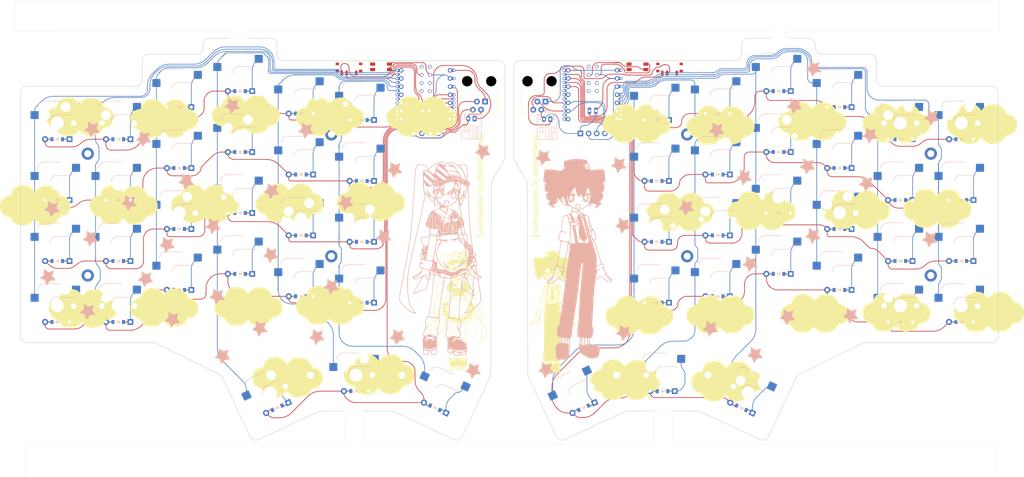
<source format=kicad_pcb>
(kicad_pcb (version 20241229) (generator "pcbnew") (generator_version "9.0")
  (layers (0 "F.Cu" signal) (2 "B.Cu" signal) (13 "F.Paste" user) (15 "B.Paste" user) (5 "F.SilkS" user "F.Silkscreen") (7 "B.SilkS" user "B.Silkscreen") (1 "F.Mask" user) (3 "B.Mask" user) (25 "Edge.Cuts" user))
  (net 0 "")
  (net 2 "GND")
  (net 3 "Net-(D1-K)")
  (net 4 "L_ROW1")
  (net 5 "Net-(D2-K)")
  (net 6 "Net-(D3-K)")
  (net 7 "Net-(D4-K)")
  (net 8 "Net-(D5-K)")
  (net 9 "Net-(D6-K)")
  (net 10 "Net-(D7-K)")
  (net 11 "L_ROW2")
  (net 12 "Net-(D8-K)")
  (net 13 "Net-(D9-K)")
  (net 14 "Net-(D10-K)")
  (net 15 "Net-(D11-K)")
  (net 16 "Net-(D12-K)")
  (net 17 "Net-(D13-K)")
  (net 18 "L_ROW3")
  (net 19 "Net-(D14-K)")
  (net 20 "Net-(D15-K)")
  (net 21 "Net-(D16-K)")
  (net 22 "Net-(D17-K)")
  (net 23 "Net-(D18-K)")
  (net 24 "Net-(D19-K)")
  (net 25 "L_ROW4")
  (net 26 "Net-(D20-K)")
  (net 27 "Net-(D21-K)")
  (net 28 "Net-(D22-K)")
  (net 29 "Net-(D23-K)")
  (net 30 "Net-(D24-K)")
  (net 31 "L_ROW5")
  (net 32 "Net-(D25-K)")
  (net 33 "Net-(D26-K)")
  (net 34 "Net-(D27-K)")
  (net 35 "R_ROW1")
  (net 36 "Net-(D28-K)")
  (net 37 "R_ROW2")
  (net 38 "Net-(D29-K)")
  (net 39 "R_ROW3")
  (net 40 "Net-(D30-K)")
  (net 41 "R_ROW4")
  (net 42 "Net-(D31-K)")
  (net 43 "Net-(D32-K)")
  (net 44 "Net-(D33-K)")
  (net 45 "Net-(D34-K)")
  (net 46 "Net-(D35-K)")
  (net 47 "Net-(D36-K)")
  (net 48 "Net-(D37-K)")
  (net 49 "Net-(D38-K)")
  (net 50 "Net-(D39-K)")
  (net 51 "Net-(D40-K)")
  (net 52 "Net-(D41-K)")
  (net 53 "Net-(D42-K)")
  (net 54 "Net-(D43-K)")
  (net 55 "R_ROW5")
  (net 56 "Net-(D44-K)")
  (net 57 "Net-(D45-K)")
  (net 58 "Net-(D46-K)")
  (net 59 "Net-(D47-K)")
  (net 60 "Net-(D48-K)")
  (net 61 "Net-(D49-K)")
  (net 62 "Net-(D50-K)")
  (net 63 "Net-(D51-K)")
  (net 64 "Net-(D52-K)")
  (net 65 "Net-(D53-K)")
  (net 66 "Net-(D54-K)")
  (net 67 "+3V3")
  (net 68 "L_SDA")
  (net 69 "L_SCL")
  (net 70 "L_RAW")
  (net 71 "+5V")
  (net 72 "R_SCL")
  (net 73 "R_SDA")
  (net 74 "R_RAW")
  (net 75 "L_COL1")
  (net 76 "L_COL2")
  (net 77 "L_COL3")
  (net 78 "L_COL4")
  (net 79 "L_COL5")
  (net 80 "L_COL6")
  (net 81 "R_COL1")
  (net 82 "R_COL2")
  (net 83 "R_COL3")
  (net 84 "R_COL4")
  (net 85 "R_COL5")
  (net 86 "R_COL6")
  (net 87 "L_RST")
  (net 89 "L_BAT_IN")
  (net 90 "R_RST")
  (net 92 "R_BAT_IN")
  (net 95 "unconnected-(U1-U0TXD_D6{slash}TX-Pad7)")
  (net 104 "unconnected-(U3-GPIO4_D3{slash}A3-Pad4)")
  (net 111 "unconnected-(U3-U0TXD_D6{slash}TX-Pad7)_1")
  (net 115 "unconnected-(U1-GPIO4_D3{slash}A3-Pad4)_1")
  (net 116 "unconnected-(U3-U0RXD_D7{slash}RX-Pad8)_1")
  (net 117 "unconnected-(U1-U0RXD_D7{slash}RX-Pad8)_1")
  (footprint "chinh4thepro:ComboDiode" (layer "F.Cu") (at 101.585786 98.785786 180)
    (property "Reference" "D3" (hide yes))
    (property "Value" "D_Small" (hide yes))
  )
  (footprint "PCM_marbastlib-various:mousebites_2mm" (layer "F.Cu") (at 252.6 193.5375 90)
    (property "Reference" "REF**" (hide yes))
    (property "Value" "mousebites 2mm" (hide yes))
    (fp_arc (start 0 -3) (mid -1 -2) (end -2 -3) (stroke (width 0.05)) (layer "Edge.Cuts"))
    (fp_arc (start -2 3) (mid -1 2) (end 0 3) (stroke (width 0.05)) (layer "Edge.Cuts"))
  )
  (footprint "ScottoKeebs_Hotswap:Hotswap_MX" (layer "F.Cu") (at 183.525482 188.035786 -25)
    (property "Reference" "S27" (hide yes))
    (property "Value" "Keyswitch")
  )
  (footprint "xiao ESP32S3 Plus_PCB:Xiao_ESP32S3_Plus.kicad_sym" (layer "F.Cu") (at 230.585786 94.385786)
    (property "Reference" "U3" (hide yes))
    (property "Value" "XIAO-HALF-HOLE-23P" (hide yes))
  )
  (footprint "chinh4thepro:RJ9_Evercom_5301-440xxx_Horizontal" (layer "F.Cu") (at 215.875786 97.035786 180)
    (property "Reference" "J6" (hide yes))
    (property "Value" "4P4C")
  )
  (footprint "chinh4thepro:reset_switch_smd_side" (layer "F.Cu") (at 244.585786 86.2)
    (property "Reference" "SW3" (hide yes))
    (property "Value" "Switch" (hide yes))
  )
  (footprint "ceoloide:mounting_hole_plated" (layer "F.Cu") (at 73.085786 113.285786)
    (property "Reference" "H1" (hide yes))
    (property "Value" "")
  )
  (footprint "chinh4thepro:ComboDiode" (layer "F.Cu") (at 120.585786 93.785786 180)
    (property "Reference" "D4" (hide yes))
    (property "Value" "D_Small" (hide yes))
  )
  (footprint "chinh4thepro:power_switch_smd_side" (layer "F.Cu") (at 154.585786 86.4 90)
    (property "Reference" "SW2" (hide yes))
    (property "Value" "SW_SPDT")
  )
  (footprint "chinh4thepro:ComboDiode" (layer "F.Cu") (at 250.585786 159.785786 180)
    (property "Reference" "D53" (hide yes))
    (property "Value" "D_Small" (hide yes))
  )
  (footprint "ScottoKeebs_Hotswap:Hotswap_MX" (layer "F.Cu") (at 269.585786 152.785786)
    (property "Reference" "S48" (hide yes))
    (property "Value" "Keyswitch")
  )
  (footprint "chinh4thepro:ComboDiode" (layer "F.Cu") (at 326.585786 108.785786 180)
    (property "Reference" "D32" (hide yes))
    (property "Value" "D_Small" (hide yes))
  )
  (footprint "ScottoKeebs_Hotswap:Hotswap_MX" (layer "F.Cu") (at 288.585786 145.785786)
    (property "Reference" "S43" (hide yes))
    (property "Value" "Keyswitch")
  )
  (footprint "chinh4thepro:ComboDiode" (layer "F.Cu") (at 156.805634 187.381039 180)
    (property "Reference" "D26" (hide yes))
    (property "Value" "D_Small" (hide yes))
  )
  (footprint "ScottoKeebs_Hotswap:Hotswap_MX" (layer "F.Cu") (at 345.585786 103.785786)
    (property "Reference" "S28" (hide yes))
    (property "Value" "Keyswitch")
  )
  (footprint "ScottoKeebs_Hotswap:Hotswap_MX" (layer "F.Cu") (at 326.585786 122.785786)
    (property "Reference" "S33" (hide yes))
    (property "Value" "Keyswitch")
  )
  (footprint "ScottoKeebs_Hotswap:Hotswap_MX" (layer "F.Cu") (at 345.585786 160.785786)
    (property "Reference" "S31" (hide yes))
    (property "Value" "Keyswitch")
  )
  (footprint "chinh4thepro:ComboDiode" (layer "F.Cu") (at 345.585786 146.785786 180)
    (property "Reference" "D30" (hide yes))
    (property "Value" "D_Small" (hide yes))
  )
  (footprint "ScottoKeebs_Components:OLED_128x32" (layer "F.Cu") (at 236.585786 105.385786 -90)
    (property "Reference" "J4" (hide yes))
    (property "Value" "OLED_128x32")
  )
  (footprint "LOGO" (layer "F.Cu") (at 218.35 161.95)
    (property "Reference" "G***" (hide yes))
    (property "Value" "LOGO" (hide yes))
  )
  (footprint "chinh4thepro:ComboDiode" (layer "F.Cu") (at 252.385786 187.385786 180)
    (property "Reference" "D49" (hide yes))
    (property "Value" "D_Small" (hide yes))
  )
  (footprint "ScottoKeebs_Hotswap:Hotswap_MX" (layer "F.Cu") (at 250.585786 135.785786)
    (property "Reference" "S52" (hide yes))
    (property "Value" "Keyswitch")
  )
  (footprint "ScottoKeebs_Hotswap:Hotswap_MX" (layer "F.Cu") (at 82.585786 122.785786)
    (property "Reference" "S8" (hide yes))
    (property "Value" "Keyswitch")
  )
  (footprint "ScottoKeebs_Hotswap:Hotswap_MX" (layer "F.Cu") (at 101.585786 93.785786)
    (property "Reference" "S3" (hide yes))
    (property "Value" "Keyswitch")
  )
  (footprint "chinh4thepro:ComboDiode" (layer "F.Cu") (at 139.585786 100.785786 180)
    (property "Reference" "D5" (hide yes))
    (property "Value" "D_Small" (hide yes))
  )
  (footprint "chinh4thepro:ComboDiode" (layer "F.Cu") (at 269.585786 157.785786 180)
    (property "Reference" "D48" (hide yes))
    (property "Value" "D_Small" (hide yes))
  )
  (footprint "LOGO" (layer "F.Cu") (at 272.35 184.25)
    (property "Reference" "G***")
    (property "Value" "LOGO" (hide yes))
  )
  (footprint "ScottoKeebs_Hotswap:Hotswap_MX" (layer "F.Cu") (at 252.365938 182.381039)
    (property "Reference" "S49" (hide yes))
    (property "Value" "Keyswitch")
  )
  (footprint "ScottoKeebs_Hotswap:Hotswap_MX" (layer "F.Cu") (at 307.585786 131.785786)
    (property "Reference" "S38" (hide yes))
    (property "Value" "Keyswitch")
  )
  (footprint "chinh4thepro:ComboDiode" (layer "F.Cu") (at 120.585786 112.785786 180)
    (property "Reference" "D10" (hide yes))
    (property "Value" "D_Small" (hide yes))
  )
  (footprint "LOGO" (layer "F.Cu") (at 263.8 133.8)
    (property "Reference" "G***")
    (property "Value" "LOGO" (hide yes))
  )
  (footprint "PCM_marbastlib-various:mousebites_2mm" (layer "F.Cu") (at 156.2 193.6 90)
    (property "Reference" "REF**" (hide yes))
    (property "Value" "mousebites 2mm" (hide yes))
    (fp_arc (start 0 -3) (mid -1 -2) (end -2 -3) (stroke (width 0.05)) (layer "Edge.Cuts"))
    (fp_arc (start -2 3) (mid -1 2) (end 0 3) (stroke (width 0.05)) (layer "Edge.Cuts"))
  )
  (footprint "chinh4thepro:ComboDiode" (layer "F.Cu") (at 250.585786 140.785786 180)
    (property "Reference" "D52" (hide yes))
    (property "Value" "D_Small" (hide yes))
  )
  (footprint "ceoloide:mounting_hole_plated" (layer "F.Cu") (at 260.085786 107.285786)
    (property "Reference" "H8" (hide yes))
    (property "Value" "")
  )
  (footprint "LOGO" (layer "F.Cu") (at 240.8 183.85)
    (property "Reference" "G***")
    (property "Value" "LOGO" (hide yes))
  )
  (footprint "chinh4thepro:ComboDiode" (layer "F.Cu") (at 276.985786 192.585786 155)
    (property "Reference" "D44" (hide yes))
    (property "Value" "D_Small" (hide yes))
  )
  (footprint "chinh4thepro:ComboDiode" (layer "F.Cu") (at 345.585786 108.785786 180)
    (property "Reference" "D28" (hide yes))
    (property "Value" "D_Small" (hide yes))
  )
  (footprint "chinh4thepro:ComboDiode" (layer "F.Cu") (at 269.585786 100.785786 180)
    (property "Reference" "D45" (hide yes))
    (property "Value" "D_Small" (hide yes))
  )
  (footprint "ScottoKeebs_Hotswap:Hotswap_MX" (layer "F.Cu") (at 307.585786 112.785786)
    (property "Reference" "S37" (hide yes))
    (property "Value" "Keyswitch")
  )
  (footprint "LOGO" (layer "F.Cu") (at 135.45 183)
    (property "Reference" "G***")
    (property "Value" "LOGO" (hide yes))
  )
  (footprint "LOGO" (layer "F.Cu") (at 318.6 133.15)
    (property "Reference" "G***")
    (property "Value" "LOGO" (hide yes))
  )
  (footprint "LOGO" (layer "F.Cu") (at 188.75 162.2)
    (property "Reference" "G***" (hide yes))
    (property "Value" "LOGO" (hide yes))
  )
  (footprint "chinh4thepro:ComboDiode" (layer "F.Cu") (at 132.198877 192.567325 -155)
    (property "Reference" "D25" (hide yes))
    (property "Value" "D_Small" (hide yes))
  )
  (footprint "chinh4thepro:ComboDiode" (layer "F.Cu") (at 181.412391 192.567325 155)
    (property "Reference" "D27" (hide yes))
    (property "Value" "D_Small" (hide yes))
  )
  (footprint "ScottoKeebs_Hotswap:Hotswap_MX" (layer "F.Cu") (at 101.585786 131.785786)
    (property "Reference" "S15" (hide yes))
    (property "Value" "Keyswitch")
  )
  (footprint "chinh4thepro:ComboDiode" (layer "F.Cu") (at 288.585786 93.785786 180)
    (property "Reference" "D40" (hide yes))
    (property "Value" "D_Small" (hide yes))
  )
  (footprint "ScottoKeebs_Hotswap:Hotswap_MX" (layer "F.Cu") (at 279.085786 188.035786 -25)
    (property "Reference" "S44" (hide yes))
    (property "Value" "Keyswitch")
  )
  (footprint "ScottoKeebs_Hotswap:Hotswap_MX" (layer "F.Cu") (at 250.585786 154.785786)
    (property "Reference" "S53" (hide yes))
    (property "Value" "Keyswitch")
  )
  (footprint "ScottoKeebs_Hotswap:Hotswap_MX" (layer "F.Cu") (at 269.585786 95.785786)
    (property "Reference" "S45" (hide yes))
    (property "Value" "Keyswitch")
  )
  (footprint "chinh4thepro:ComboDiode" (layer "F.Cu") (at 120.585786 150.785786 180)
    (property "Reference" "D22" (hide yes))
    (property "Value" "D_Small" (hide yes))
  )
  (footprint "ScottoKeebs_Hotswap:Hotswap_MX" (layer "F.Cu") (at 139.585786 114.785786)
    (property "Reference" "S11" (hide yes))
    (property "Value" "Keyswitch")
  )
  (footprint "ScottoKeebs_Hotswap:Hotswap_MX" (layer "F.Cu") (at 225.64609 188.035786 25)
    (property "Reference" "S54" (hide yes))
    (property "Value" "Keyswitch")
  )
  (footprint "ScottoKeebs_Hotswap:Hotswap_MX" (layer "F.Cu") (at 307.585786 150.785786)
    (property "Reference" "S39" (hide yes))
    (property "Value" "Keyswitch")
  )
  (footprint "chinh4thepro:power_switch_smd_side" (layer "F.Cu") (at 254.585786 86.425 90)
    (property "Reference" "SW4" (hide yes))
    (property "Value" "SW_SPDT")
  )
  (footprint "ScottoKeebs_Hotswap:Hotswap_MX" (layer "F.Cu") (at 158.585786 154.785786)
    (property "Reference" "S24" (hide yes))
    (property "Value" "Keyswitch")
  )
  (footprint "ScottoKeebs_Hotswap:Hotswap_MX" (layer "F.Cu") (at 250.585786 97.785786)
    (property "Reference" "S50" (hide yes))
    (property "Value" "Keyswitch")
  )
  (footprint "chinh4thepro:ComboDiode" (layer "F.Cu") (at 120.585786 131.785786 180)
    (property "Reference" "D16" (hide yes))
    (property "Value" "D_Small" (hide yes))
  )
  (footprint "ScottoKeebs_Hotswap:Hotswap_MX" (layer "F.Cu") (at 269.585786 133.785786)
    (property "Reference" "S47" (hide yes))
    (property "Value" "Keyswitch")
  )
  (footprint "chinh4thepro:ComboDiode" (layer "F.Cu") (at 269.585786 138.785786 180)
    (property "Reference" "D47" (hide yes))
    (property "Value" "D_Small" (hide yes))
  )
  (footprint "chinh4thepro:ComboDiode" (layer "F.Cu") (at 158.585786 121.785786 180)
    (property "Reference" "D12" (hide yes))
    (property "Value" "D_Small" (hide yes))
  )
  (footprint "chinh4thepro:ComboDiode" (layer "F.Cu") (at 307.585786 155.785786 180)
    (property "Reference" "D39" (hide yes))
    (property "Value" "D_Small" (hide yes))
  )
  (footprint "ScottoKeebs_Hotswap:Hotswap_MX" (layer "F.Cu") (at 82.585786 103.785786)
    (property "Reference" "S2" (hide yes))
    (property "Value" "Keyswitch")
  )
  (footprint "chinh4thepro:ComboDiode" (layer "F.Cu") (at 139.585786 157.785786 180)
    (property "Reference" "D23" (hide yes))
    (property "Value" "D_Small" (hide yes))
  )
  (footprint "LOGO" (layer "F.Cu") (at 212.9 123.4 -90)
    (property "Reference" "G***" (hide yes))
    (property "Value" "LOGO" (hide yes))
  )
  (footprint "chinh4thepro:ComboDiode" (layer "F.Cu") (at 63.585786 127.785786 180)
    (property "Reference" "D7" (hide yes))
    (property "Value" "D_Small" (hide yes))
  )
  (footprint "ScottoKeebs_Hotswap:Hotswap_MX" (layer "F.Cu") (at 120.585786 88.785786)
    (property "Reference" "S4" (hide yes))
    (property "Value" "Keyswitch")
  )
  (footprint "chinh4thepro:ComboDiode" (layer "F.Cu") (at 250.585786 121.785786 180)
    (property "Reference" "D51" (hide yes))
    (property "Value" "D_Small" (hide yes))
  )
  (footprint "chinh4thepro:ComboDiode" (layer "F.Cu") (at 139.585786 138.785786 180)
    (property "Reference" "D17" (hide yes))
    (property "Value" "D_Small" (hide yes))
  )
  (footprint "xiao ESP32S3 Plus_PCB:Xiao_ESP32S3_Plus.kicad_sym" (layer "F.Cu") (at 178.495786 94.408169)
    (property "Reference" "U1" (hide yes))
    (property "Value" "XIAO-HALF-HOLE-23P" (hide yes))
  )
  (footprint "PCM_marbastlib-various:mousebites_2mm" (layer "F.Cu") (at 120.25 77.25 -90)
    (property "Reference" "REF**" (hide yes))
    (property "Value" "mousebites 2mm" (hide yes))
    (fp_arc (start -2 3) (mid -1 2) (end 0 3) (stroke (width 0.05)) (layer "Edge.Cuts"))
    (fp_arc (start 0 -3) (mid -1 -2) (end -2 -3) (stroke (width 0.05)) (layer "Edge.Cuts"))
  )
  (footprint "chinh4thepro:ComboDiode" (layer "F.Cu") (at 63.585786 108.785786 180)
    (property "Reference" "D1" (hide yes))
    (property "Value" "D_Small" (hide yes))
  )
  (footprint "ScottoKeebs_Hotswap:Hotswap_MX" (layer "F.Cu") (at 326.585786 160.785786)
    (property "Reference" "S35" (hide yes))
    (property "Value" "Keyswitch")
  )
  (footprint "chinh4thepro:ComboDiode" (layer "F.Cu") (at 345.585786 127.785786 180)
    (property "Reference" "D29" (hide yes))
    (property "Value" "D_Small" (hide yes))
  )
  (footprint "chinh4thepro:ComboDiode" (layer "F.Cu") (at 307.585786 117.785786 180)
    (property "Reference" "D37" (hide yes))
    (property "Value" "D_Small" (hide yes))
  )
  (footprint "ScottoKeebs_Hotswap:Hotswap_MX" (layer "F.Cu") (at 120.585786 145.785786)
    (property "Reference" "S22" (hide yes))
    (property "Value" "Keyswitch")
  )
  (footprint "chinh4thepro:ComboDiode" (layer "F.Cu") (at 227.759181 192.567325 -155)
    (property "Reference" "D54" (hide yes))
    (property "Value" "D_Small" (hide yes))
  )
  (footprint "chinh4thepro:ComboDiode" (layer "F.Cu") (at 101.585786 155.785786 180)
    (property "Reference" "D21" (hide yes))
    (property "Value" "D_Small" (hide yes))
  )
  (footprint "chinh4thepro:ComboDiode" (layer "F.Cu") (at 326.585786 127.785786 180)
    (property "Reference" "D33" (hide yes))
    (property "Value" "D_Small" (hide yes))
  )
  (footprint "chinh4thepro:ComboDiode" (layer "F.Cu") (at 326.585786 146.785786 180)
    (property "Reference" "D34" (hide yes))
    (property "Value" "D_Small" (hide yes))
  )
  (footprint "LOGO" (layer "F.Cu") (at 164 182.1)
    (property "Reference" "G***")
    (property "Value" "LOGO" (hide yes))
  )
  (footprint "chinh4thepro:RJ9_Evercom_5301-440xxx_Horizontal" (layer "F.Cu") (at 197.035786 97.035786 180)
    (property "Reference" "J3" (hide yes))
    (property "Value" "4P4C")
  )
  (footprint "LOGO" (layer "F.Cu") (at 354.15 162.6)
    (property "Reference" "G***")
    (property "Value" "LOGO" (hide yes))
  )
  (footprint "ScottoKeebs_Hotswap:Hotswap_MX" (layer "F.Cu") (at 158.585786 97.785786)
    (property "Reference" "S6" (hide yes))
    (property "Value" "Keyswitch")
  )
  (footprint "ScottoKeebs_Hotswap:Hotswap_MX" (layer "F.Cu") (at 63.585786 160.785786)
    (property "Reference" "S19" (hide yes))
    (property "Value" "Keyswitch")
  )
  (footprint "ScottoKeebs_Hotswap:Hotswap_MX" (layer "F.Cu") (at 120.585786 107.785786)
    (property "Reference" "S10" (hide yes))
    (property "Value" "Keyswitch")
  )
  (footprint "chinh4thepro:reset_switch_smd_side" (layer "F.Cu") (at 164.585786 86.2)
    (property "Reference" "SW1" (hide yes))
    (property "Value" "Switch" (hide yes))
  )
  (footprint "ScottoKeebs_Hotswap:Hotswap_MX" (layer "F.Cu") (at 139.585786 133.785786)
    (property "Reference" "S17" (hide yes))
    (property "Value" "Keyswitch")
  )
  (footprint "PCM_marbastlib-various:mousebites_2mm" (layer "F.Cu") (at 289 77.25 -90)
    (property "Reference" "REF**" (hide yes))
    (property "Value" "mousebites 2mm" (hide yes))
    (fp_arc (start -2 3) (mid -1 2) (end 0 3) (stroke (width 0.05)) (layer "Edge.Cuts"))
    (fp_arc (start 0 -3) (mid -1 -2) (end -2 -3) (stroke (width 0.05)) (layer "Edge.Cuts"))
  )
  (footprint "LOGO" (layer "F.Cu") (at 177.3 101.65)
    (property "Reference" "G***")
    (property "Value" "LOGO" (hide yes))
  )
  (footprint "ScottoKeebs_Hotswap:Hotswap_MX" (layer "F.Cu") (at 139.585786 152.785786)
    (property "Reference" "S23" (hide yes))
    (property "Value" "Keyswitch")
  )
  (footprint "ScottoKeebs_Hotswap:Hotswap_MX" (layer "F.Cu") (at 288.585786 107.785786)
    (property "Reference" "S41" (hide yes))
    (property "Value" "Keyswitch")
  )
  (footprint "chinh4thepro:ComboDiode" (layer "F.Cu") (at 158.585786 140.785786 180)
    (property "Reference" "D18" (hide yes))
    (property "Value" "D_Small" (hide yes))
  )
  (footprint "chinh4thepro:ComboDiode" (layer "F.Cu") (at 307.585786 98.785786 180)
    (property "Reference" "D36" (hide yes))
    (property "Value" "D_Small" (hide yes))
  )
  (footprint "ScottoKeebs_Hotswap:Hotswap_MX" (layer "F.Cu") (at 63.585786 103.785786)
    (property "Reference" "S1" (hide yes))
    (property "Value" "Keyswitch")
  )
  (footprint "ScottoKeebs_Hotswap:Hotswap_MX" (layer "F.Cu") (at 120.585786 126.785786)
    (property "Reference" "S16" (hide yes))
    (property "Value" "Keyswitch")
  )
  (footprint "ScottoKeebs_Hotswap:Hotswap_MX" (layer "F.Cu") (at 345.585786 141.785786)
    (property "Reference" "S30" (hide yes))
    (property "Value" "Keyswitch")
  )
  (footprint "LOGO" (layer "F.Cu") (at 56.7 129.35)
    (property "Reference" "G***")
    (property "Value" "LOGO" (hide yes))
  )
  (footprint "chinh4thepro:ComboDiode" (layer "F.Cu") (at 288.585786 150.785786 180)
    (property "Reference" "D43" (hide yes))
    (property "Value" "D_Small" (hide yes))
  )
  (footprint "ScottoKeebs_Hotswap:Hotswap_MX" (layer "F.Cu") (at 345.585786 122.785786)
    (property "Reference" "S29" (hide yes))
    (property "Value" "Keyswitch")
  )
  (footprint "chinh4thepro:ComboDiode" (layer "F.Cu") (at 63.585786 146.785786 180)
    (property "Reference" "D13" (hide yes))
    (property "Value" "D_Small" (hide yes))
  )
  (footprint "ScottoKeebs_Hotswap:Hotswap_MX" (layer "F.Cu") (at 158.585786 116.785786)
    (property "Reference" "S12" (hide yes))
    (property "Value" "Keyswitch")
  )
  (footprint "ScottoKeebs_Hotswap:Hotswap_MX" (layer "F.Cu") (at 250.585786 116.785786)
    (property "Reference" "S51" (hide yes))
    (property "Value" "Keyswitch")
  )
  (footprint "chinh4thepro:ComboDiode" (layer "F.Cu") (at 101.585786 136.785786 180)
    (property "Reference" "D15" (hide yes))
    (property "Value" "D_Small" (hide yes))
  )
  (footprint "chinh4thepro:ComboDiode" (layer "F.Cu") (at 63.585786 165.785786 180)
    (property "Reference" "D19" (hide yes))
    (property "Value" "D_Small" (hide yes))
  )
  (footprint "ScottoKeebs_Hotswap:Hotswap_MX" (layer "F.Cu") (at 101.585786 150.785786)
    (property "Reference" "S21" (hide yes))
    (property "Value" "Keyswitch")
  )
  (footprint "ScottoKeebs_Hotswap:Hotswap_MX" (layer "F.Cu") (at 307.585786 93.785786)
    (property "Reference" "S36" (hide yes))
    (property "Value" "Keyswitch")
  )
  (footprint "ScottoKeebs_Hotswap:Hotswap_MX" (layer "F.Cu") (at 288.585786 88.785786)
    (property "Reference" "S40" (hide yes))
    (property "Value" "Keyswitch")
  )
  (footprint "ScottoKeebs_Hotswap:Hotswap_MX" (layer "F.Cu") (at 63.585786 122.785786)
    (property "Reference" "S7" (hide yes))
    (property "Value" "Keyswitch")
  )
  (footprint "ceoloide:mounting_hole_plated" (layer "F.Cu") (at 142.555634 182.381039)
    (property "Reference" "H5" (hide yes))
    (property "Value" "")
  )
  (footprint "chinh4thepro:ComboDiode" (layer "F.Cu") (at 288.585786 131.785786 180)
    (property "Reference" "D42" (hide yes))
    (property "Value" "D_Small" (hide yes))
  )
  (footprint "LOGO" (layer "F.Cu") (at 90.2 131.65)
    (property "Reference" "G***")
    (property "Value" "LOGO" (hide yes))
  )
  (footprint "chinh4thepro:ComboDiode" (layer "F.Cu") (at 82.585786 146.785786 180)
    (property "Reference" "D14" (hide yes))
    (property "Value" "D_Small" (hide yes))
  )
  (footprint "ScottoKeebs_Hotswap:Hotswap_MX" (layer "F.Cu") (at 158.585786 135.785786)
    (property "Reference" "S18" (hide yes))
    (property "Value" "Keyswitch")
  )
  (footprint "chinh4thepro:ComboDiode" (layer "F.Cu") (at 326.585786 165.785786 180)
    (property "Reference" "D35" (hide yes))
    (property "Value" "D_Small" (hide yes))
  )
  (footprint "ScottoKeebs_Hotswap:Hotswap_MX" (layer "F.Cu") (at 82.585786 160.785786)
    (property "Reference" "S20" (hide yes))
    (property "Value" "Keyswitch")
  )
  (footprint "chinh4thepro:ComboDiode" (layer "F.Cu") (at 82.585786 127.785786 180)
    (property "Reference" "D8" (hide yes))
    (property "Value" "D_Small" (hide yes))
  )
  (footprint "ScottoKeebs_Hotswap:Hotswap_MX" (layer "F.Cu") (at 82.585786 141.785786)
    (property "Reference" "S14" (hide yes))
    (property "Value" "Keyswitch")
  )
  (footprint "LOGO" (layer "F.Cu") (at 195.561272 123.299569 90)
    (property "Reference" "G***" (hide yes))
    (property "Value" "LOGO" (hide yes))
  )
  (footprint "ceoloide:mounting_hole_plated" (layer "F.Cu") (at 238.115938 182.381039)
    (property "Reference" "H12" (hide yes))
    (property "Value" "")
  )
  (footprint "chinh4thepro:ComboDiode" (layer "F.Cu") (at 288.585786 112.785786 180)
    (property "Reference" "D41" (hide yes))
    (property "Value" "D_Small" (hide yes))
  )
  (footprint "chinh4thepro:ComboDiode" (layer "F.Cu") (at 345.585786 165.785786 180)
    (property "Reference" "D31" (hide yes))
    (property "Value" "D_Small" (hide yes))
  )
  (footprint "chinh4thepro:ComboDiode" (layer "F.Cu") (at 139.585786 119.785786 180)
    (property "Reference" "D11" (hide yes))
    (property "Value" "D_Small" (hide yes))
  )
  (footprint "LOGO" (layer "F.Cu") (at 141.9 131)
    (property "Reference" "G***")
    (property "Value" "LOGO" (hide yes))
  )
  (footprint "chinh4thepro:ComboDiode" (layer "F.Cu") (at 250.585786 102.785786 180)
    (property "Reference" "D50" (hide yes))
    (property "Value" "D_Small" (hide yes))
  )
  (footprint "LOGO" (layer "F.Cu") (at 352 104)
    (property "Reference" "G***")
    (property "Value" "LOGO" (hide yes))
  )
  (footprint "ceoloide:mounting_hole_plated" (layer "F.Cu") (at 149.085786 145.285786)
    (property "Reference" "H4" (hide yes))
    (property "Value" "")
  )
  (footprint "ScottoKeebs_Components:OLED_128x32" (layer "F.Cu") (at 184.585786 105.385786 -90)
    (property "Reference" "J1" (hide yes))
    (property "Value" "OLED_128x32")
  )
  (footprint "ScottoKeebs_Hotswap:Hotswap_MX" (layer "F.Cu") (at 139.585786 95.785786)
    (property "Reference" "S5" (hide yes))
    (property "Value" "Keyswitch")
  )
  (footprint "chinh4thepro:ComboDiode" (layer "F.Cu") (at 269.585786 119.785786 180)
    (property "Reference" "D46" (hide yes))
    (property "Value" "D_Small" (hide yes))
  )
  (footprint "ceoloide:mounting_hole_plated" (layer "F.Cu") (at 260.085786 145.285786)
    (property "Reference" "H10" (hide yes))
    (property "Value" "")
  )
  (footprint "ceoloide:mounting_hole_plated" (layer "F.Cu") (at 336.085786 151.285786)
    (property "Reference" "H9" (hide yes))
    (property "Value" "")
  )
  (footprint "chinh4thepro:ComboDiode" (layer "F.Cu") (at 158.585786 102.785786 180)
    (property "Reference" "D6" (hide yes))
    (property "Value" "D_Small" (hide yes))
  )
  (footprint "ScottoKeebs_Hotswap:Hotswap_MX" (layer "F.Cu") (at 101.585786 112.785786)
    (property "Reference" "S9" (hide yes))
    (property "Value" "Keyswitch")
  )
  (footprint "ceoloide:mounting_hole_plated" (layer "F.Cu") (at 73.085786 151.285786)
    (property "Reference" "H3" (hide yes))
    (property "Value" "")
  )
  (footprint "ceoloide:mounting_hole_plated" (layer "F.Cu") (at 336.085786 113.285786)
    (property "Reference" "H7" (hide yes))
    (property "Value" "")
  )
  (footprint "ScottoKeebs_Hotswap:Hotswap_MX" (layer "F.Cu") (at 326.585786 141.785786)
    (property "Reference" "S34" (hide yes))
    (property "Value" "Keyswitch")
  )
  (footprint "chinh4thepro:ComboDiode" (layer "F.Cu") (at 307.585786 136.785786 180)
    (property "Reference" "D38" (hide yes))
    (property "Value" "D_Small" (hide yes))
  )
  (footprint "ScottoKeebs_Hotswap:Hotswap_MX" (layer "F.Cu") (at 130.085786 188.035786 25)
    (property "Reference" "S25" (hide yes))
    (property "Value" "Keyswitch")
  )
  (footprint "ceoloide:mounting_hole_plated" (layer "F.Cu") (at 266.615938 182.381039)
    (property "Reference" "H11" (hide yes))
    (property "Value" "")
  )
  (footprint "ceoloide:mounting_hole_plated" (layer "F.Cu") (at 171.055634 182.381039)
    (property "Reference" "H6" (hide yes))
    (property "Value" "")
  )
  (footprint "ScottoKeebs_Hotswap:Hotswap_MX" (layer "F.Cu") (at 63.585786 141.785786)
    (property "Reference" "S13" (hide yes))
    (property "Value" "Keyswitch")
  )
  (footprint "chinh4thepro:ComboDiode" (layer "F.Cu") (at 82.585786 108.785786 180)
    (property "Reference" "D2" (hide yes))
    (property "Value" "D_Small" (hide yes))
  )
  (footprint "chinh4thepro:ComboDiode" (layer "F.Cu") (at 82.585786 165.785786 180)
    (property "Reference" "D20" (hide yes))
    (property "Value" "D_Small" (hide yes))
  )
  (footprint "ScottoKeebs_Hotswap:Hotswap_MX" (layer "F.Cu") (at 269.585786 114.785786)
    (property "Reference" "S46" (hide yes))
    (property "Value" "Keyswitch")
  )
  (footprint "chinh4thepro:ComboDiode" (layer "F.Cu") (at 158.585786 159.785786 180)
    (property "Reference" "D24" (hide yes))
    (property "Value" "D_Small" (hide yes))
  )
  (footprint "ceoloide:mounting_hole_plated" (layer "F.Cu") (at 149.085786 107.285786)
    (property "Reference" "H2" (hide yes))
    (property "Value" "")
  )
  (footprint "ScottoKeebs_Hotswap:Hotswap_MX" (layer "F.Cu") (at 288.585786 126.785786)
    (property "Reference" "S42" (hide yes))
    (property "Value" "Keyswitch")
  )
  (footprint "chinh4thepro:ComboDiode" (layer "F.Cu") (at 101.585786 117.785786 180)
    (property "Reference" "D9" (hide yes))
    (property "Value" "D_Small" (hide yes))
  )
  (footprint "ScottoKeebs_Hotswap:Hotswap_MX" (layer "F.Cu") (at 326.585786 103.785786)
    (property "Reference" "S32" (hide yes))
    (property "Value" "Keyswitch")
  )
  (footprint "ScottoKeebs_Hotswap:Hotswap_MX" (layer "F.Cu") (at 156.785786 182.385786)
    (property "Reference" "S26" (hide yes))
    (property "Value" "Keyswitch")
  )
  (footprint "LOGO" (layer "B.Cu") (at 112.099995 136.007123 180)
    (property "Reference" "G***" (hide yes))
    (property "Value" "LOGO" (hide yes))
  )
  (footprint "LOGO" (layer "B.Cu") (at 85.899995 128.707123 180)
    (property "Reference" "G***" (hide yes))
    (property "Value" "LOGO" (hide yes))
  )
  (footprint "Connector_JST:JST_PH_S2B-PH-K_1x02_P2.00mm_Horizontal" (layer "B.Cu") (at 193.785786 102.335786 180)
    (property "Reference" "J2")
    (property "Value" "Conn_01x02_Socket")
  )
  (footprint "LOGO" (layer "B.Cu") (at 215.949995 180.857123 180)
    (property "Reference" "G***" (hide yes))
    (property "Value" "LOGO" (hide yes))
  )
  (footprint "LOGO" (layer "B.Cu") (at 73.049995 162.607123 180)
    (property "Reference" "G***" (hide yes))
    (property "Value" "LOGO" (hide yes))
  )
  (footprint "LOGO" (layer "B.Cu") (at 291.299995 164.307123 180)
    (property "Reference" "G***" (hide yes))
    (property "Value" "LOGO" (hide yes))
  )
  (footprint "LOGO" (layer "B.Cu") (at 61.899995 130.607123 180)
    (property "Reference" "G***" (hide yes))
    (property "Value" "LOGO" (hide yes))
  )
  (footprint "LOGO" (layer "B.Cu") (at 311.049995 163.907123 180)
    (property "Reference" "G***" (hide yes))
    (property "Value" "LOGO" (hide yes))
  )
  (footprint "LOGO" (layer "B.Cu") (at 153.499995 128.707123 180)
    (property "Reference" "G***" (hide yes))
    (property "Value" "LOGO" (hide yes))
  )
  (footprint "LOGO" (layer "B.Cu") (at 238.699995 116.907123 180)
    (property "Reference" "G***" (hide yes))
    (property "Value" "LOGO" (hide yes))
  )
  (footprint "LOGO" (layer "B.Cu") (at 118.099995 98.457123 180)
    (property "Reference" "G***" (hide yes))
    (property "Value" "LOGO" (hide yes))
  )
  (footprint "LOGO" (layer "B.Cu") (at 259.749995 130.207123 180)
    (property "Reference" "G***" (hide yes))
    (property "Value" "LOGO" (hide yes))
  )
  (footprint "LOGO" (layer "B.Cu") (at 90.449995 108.757123 180)
    (property "Reference" "G***" (hide yes))
    (property "Value" "LOGO" (hide yes))
  )
  (footprint "LOGO" (layer "B.Cu") (at 169.599995 170.557123 180)
    (property "Reference" "G***" (hide yes))
    (property "Value" "LOGO" (hide yes))
  )
  (footprint "LOGO" (layer "B.Cu") (at 293.449995 98.457123 180)
    (property "Reference" "G***" (hide yes))
    (property "Value" "LOGO" (hide yes))
  )
  (footprint "LOGO" (layer "B.Cu") (at 97.749995 141.807123 180)
    (property "Reference" "G***" (hide yes))
    (property "Value" "LOGO" (hide yes))
  )
  (footprint "LOGO" (layer "B.Cu") (at 113.399995 157.907123 180)
    (property "Reference" "G***" (hide yes))
    (property "Value" "LOGO" (hide yes))
  )
  (footprint "LOGO" (layer "B.Cu") (at 168.7 118.4 180)
    (property "Reference" "G***" (hide yes))
    (property "Value" "LOGO" (hide yes))
  )
  (footprint "LOGO" (layer "B.Cu") (at 130.149995 145.007123 180)
    (property "Reference" "G***" (hide yes))
    (property "Value" "LOGO" (hide yes))
  )
  (footprint "LOGO" (layer "B.Cu") (at 182.831523 146.394504 180)
    (property "Reference" "G***" (hide yes))
    (property "Value" "LOGO" (hide yes))
  )
  (footprint "LOGO" (layer "B.Cu") (at 336.349995 102.107123 180)
    (property "Reference" "G***" (hide yes))
    (property "Value" "LOGO" (hide yes))
  )
  (footprint "LOGO" (layer "B.Cu") (at 267.249995 167.957123 180)
    (property "Reference" "G***" (hide yes))
    (property "Value" "LOGO" (hide yes))
  )
  (footprint "LOGO" (layer "B.Cu") (at 91.049995 152.507123 180)
    (property "Reference" "G***" (hide yes))
    (property "Value" "LOGO" (hide yes))
  )
  (footprint "LOGO" (layer "B.Cu") (at 315.999995 122.707123 180)
    (property "Reference" "G***" (hide yes))
    (property "Value" "LOGO" (hide yes))
  )
  (footprint "LOGO" (layer "B.Cu") (at 239.999995 135.757123 180)
    (property "Reference" "G***" (hide yes))
    (property "Value" "LOGO" (hide yes))
  )
  (footprint "LOGO" (layer "B.Cu") (at 279.699995 147.807123 180)
    (property "Reference" "G***" (hide yes))
    (property "Value" "LOGO" (hide yes))
  )
  (footprint "LOGO" (layer "B.Cu") (at 73.899995 139.857123 180)
    (property "Reference" "G***" (hide yes))
    (property "Value" "LOGO" (hide yes))
  )
  (footprint "LOGO" (layer "B.Cu") (at 74.349995 105.757123 180)
    (property "Reference" "G***" (hide yes))
    (property "Value" "LOGO" (hide yes))
  )
  (footprint "LOGO" (layer "B.Cu") (at 240.249995 169.257123 180)
    (property "Reference" "G***" (hide yes))
    (property "Value" "LOGO" (hide yes))
  )
  (footprint "LOGO" (layer "B.Cu") (at 126.699995 167.957123 180)
    (property "Reference" "G***" (hide yes))
    (property "Value" "LOGO" (hide yes))
  )
  (footprint "LOGO" (layer "B.Cu") (at 165.349995 139.407123 180)
    (property "Reference" "G***" (hide yes))
    (property "Value" "LOGO" (hide yes))
  )
  (footprint "LOGO" (layer "B.Cu") (at 299.449995 86.857123 180)
    (property "Reference" "G***" (hide yes))
    (property "Value" "LOGO" (hide yes))
  )
  (footprint "LOGO" (layer "B.Cu") (at 269.199995 106.157123 180)
    (property "Reference" "G***" (hide yes))
    (property "Value" "LOGO" (hide yes))
  )
  (footprint "LOGO" (layer "B.Cu") (at 317.049995 107.657123 180)
    (property "Reference" "G***" (hide yes))
    (property "Value" "LOGO" (hide yes))
  )
  (footprint "LOGO" (layer "B.Cu") (at 130.349995 125.057123 180)
    (property "Reference" "G***" (hide yes))
    (property "Value" "LOGO" (hide yes))
  )
  (footprint "LOGO" (layer "B.Cu") (at 99.449995 165.157123 180)
    (property "Reference" "G***" (hide yes))
    (property "Value" "LOGO" (hide yes))
  )
  (footprint "LOGO" (layer "B.Cu") (at 215.099995 114.557123 180)
    (property "Reference" "G***" (hide yes))
    (property "Value" "LOGO" (hide yes))
  )
  (footprint "LOGO" (layer "B.Cu") (at 299.249995 139.007123 180)
    (property "Reference" "G***" (hide yes))
    (property "Value" "LOGO" (hide yes))
  )
  (footprint "LOGO" (layer "B.Cu") (at 225.55 146.25 180)
    (property "Reference" "G***" (hide yes))
    (property "Value" "LOGO" (hide yes))
  )
  (footprint "LOGO" (layer "B.Cu") (at 115.099995 176.557123 180)
    (property "Reference" "G***" (hide yes))
    (property "Value" "LOGO" (hide yes))
  )
  (footprint "LOGO" (layer "B.Cu") (at 196.249995 112.757123 180)
    (property "Reference" "G***" (hide yes))
    (property "Value" "LOGO" (hide yes))
  )
  (footprint "LOGO" (layer "B.Cu") (at 103.749995 122.057123 180)
    (property "Reference" "G***" (hide yes))
    (property "Value" "LOGO" (hide yes))
  )
  (footprint "LOGO" (layer "B.Cu") (at 335.749995 140.057123 180)
    (property "Reference" "G***" (hide yes))
    (property "Value" "LOGO" (hide yes))
  )
  (footprint "LOGO" (layer "B.Cu") (at 144.499995 170.557123 180)
    (property "Reference" "G***" (hide yes))
    (property "Value" "LOGO" (hide yes))
  )
  (footprint "LOGO" (layer "B.Cu") (at 141.099995 106.157123 180)
    (property "Reference" "G***" (hide yes))
    (property "Value" "LOGO" (hide yes))
  )
  (footprint "LOGO" (layer "B.Cu") (at 277.799995 120.757123 180)
    (property "Reference" "G***" (hide yes))
    (property "Value" "LOGO" (hide yes))
  )
  (footprint "LOGO" (layer "B.Cu") (at 60.599995 151.857123 180)
    (property "Reference" "G***" (hide yes))
    (property "Value" "LOGO" (hide yes))
  )
  (footprint "LOGO" (layer "B.Cu") (at 297.549995 117.307123 180)
    (property "Reference" "G***" (hide yes))
    (property "Value" "LOGO" (hide yes))
  )
  (footprint "Connector_JST:JST_PH_S2B-PH-K_1x02_P2.00mm_Horizontal" (layer "B.Cu") (at 217.385786 102.535786 180)
    (property "Reference" "J5")
    (property "Value" "Conn_01x02_Socket")
  )
  (footprint "LOGO" (layer "B.Cu") (at 148.999995 154.857123 180)
    (property "Reference" "G***" (hide yes))
    (property "Value" "LOGO" (hide yes))
  )
  (footprint "LOGO" (layer "B.Cu") (at 193.249995 181.057123 180)
    (property "Reference" "G***" (hide yes))
    (property "Value" "LOGO" (hide yes))
  )
  (footprint "LOGO" (layer "B.Cu") (at 281.199995 176.107123 180)
    (property "Reference" "G***" (hide yes))
    (property "Value" "LOGO" (hide yes))
  )
  (gr_line (start 241.372129 193.598216) (end 249.6 193.5375) (stroke (width 0.15)) (layer "Edge.Cuts"))
  (gr_line (start 255.6 195.5375) (end 255.6 204) (stroke (width 0.05)) (layer "Edge.Cuts"))
  (gr_arc (start 277.067902 82.278872) (mid 276.484576 83.697566) (end 275.067916 84.285814) (stroke (width 0.15)) (layer "Edge.Cuts"))
  (gr_arc (start 205.935786 86.285786) (mid 206.521572 84.871572) (end 207.935786 84.285786) (stroke (width 0.15)) (layer "Edge.Cuts"))
  (gr_arc (start 298.095761 77.285786) (mid 299.51163 77.873185) (end 300.095809 79.290386) (stroke (width 0.15)) (layer "Edge.Cuts"))
  (gr_line (start 53.6 214.2) (end 356.8 214.2) (stroke (width 0.05)) (layer "Edge.Cuts"))
  (gr_arc (start 201.235786 84.285786) (mid 202.65 84.871572) (end 203.235786 86.285786) (stroke (width 0.15)) (layer "Edge.Cuts"))
  (gr_line (start 210.549701 182.872793) (end 219.238424 201.50582) (stroke (width 0.15)) (layer "Edge.Cuts"))
  (gr_arc (start 321.105792 92.285785) (mid 319.693348 91.701766) (end 319.105799 90.290786) (stroke (width 0.15)) (layer "Edge.Cuts"))
  (gr_line (start 319.105799 90.290786) (end 319.090773 84.280786) (stroke (width 0.15)) (layer "Edge.Cuts"))
  (gr_line (start 295.000725 182.162434) (end 314.66838 172.491042) (stroke (width 0.15)) (layer "Edge.Cuts"))
  (gr_arc (start 126.335973 202.473199) (mid 124.806696 202.539969) (end 123.67812 201.50582) (stroke (width 0.15)) (layer "Edge.Cuts"))
  (gr_line (start 134.103656 84.285786) (end 201.235786 84.285786) (stroke (width 0.15)) (layer "Edge.Cuts"))
  (gr_line (start 355.085786 92.285786) (end 321.105792 92.285786) (stroke (width 0.15)) (layer "Edge.Cuts"))
  (gr_line (start 202.973341 115.246217) (end 199.221888 121.827713) (stroke (width 0.15)) (layer "Edge.Cuts"))
  (gr_line (start 255.6 204) (end 356.8 204) (stroke (width 0.05)) (layer "Edge.Cuts"))
  (gr_line (start 277.078669 79.292728) (end 277.067902 82.278872) (stroke (width 0.15)) (layer "Edge.Cuts"))
  (gr_line (start 282.849018 202.479456) (end 264.204984 193.7856) (stroke (width 0.15)) (layer "Edge.Cuts"))
  (gr_line (start 357.5 65.5) (end 357.5 75.25) (stroke (width 0.05)) (layer "Edge.Cuts"))
  (gr_arc (start 189.933148 201.505819) (mid 188.804573 202.539968) (end 187.275296 202.473199) (stroke (width 0.15)) (layer "Edge.Cuts"))
  (gr_arc (start 285.493452 201.505817) (mid 284.371828 202.537454) (end 282.849018 202.479456) (stroke (width 0.15)) (layer "Edge.Cuts"))
  (gr_line (start 123.25 77.25) (end 130.092916 77.285786) (stroke (width 0.15)) (layer "Edge.Cuts"))
  (gr_line (start 52.085786 170.285786) (end 52.085786 94.285786) (stroke (width 0.15)) (layer "Edge.Cuts"))
  (gr_arc (start 109.075836 79.275786) (mid 109.665137 77.868041) (end 111.075811 77.285786) (stroke (width 0.15)) (layer "Edge.Cuts"))
  (gr_line (start 153.2 193.6) (end 145.811825 193.598216) (stroke (width 0.15)) (layer "Edge.Cuts"))
  (gr_line (start 356.8 214.2) (end 356.8 204) (stroke (width 0.05)) (layer "Edge.Cuts"))
  (gr_arc (start 52.085786 94.285786) (mid 52.671572 92.871572) (end 54.085786 92.285786) (stroke (width 0.15)) (layer "Edge.Cuts"))
  (gr_arc (start 302.100811 82.285785) (mid 300.690136 81.703533) (end 300.10084 80.295786) (stroke (width 0.15)) (layer "Edge.Cuts"))
  (gr_arc (start 130.092916 77.285786) (mid 131.504602 77.869049) (end 132.092903 79.278643) (stroke (width 0.15)) (layer "Edge.Cuts"))
  (gr_line (start 255.6 193.5375) (end 263.359747 193.598215) (stroke (width 0.15)) (layer "Edge.Cuts"))
  (gr_arc (start 109.070736 80.295786) (mid 108.481435 81.703531) (end 107.070761 82.285786) (stroke (width 0.15)) (layer "Edge.Cuts"))
  (gr_line (start 198.621871 182.872793) (end 189.933148 201.50582) (stroke (width 0.15)) (layer "Edge.Cuts"))
  (gr_line (start 206.198231 115.246217) (end 209.949684 121.827713) (stroke (width 0.15)) (layer "Edge.Cuts"))
  (gr_arc (start 355.085786 92.285786) (mid 356.5 92.871572) (end 357.085786 94.285786) (stroke (width 0.15)) (layer "Edge.Cuts"))
  (gr_line (start 357.5 75.25) (end 346.25 75.25) (stroke (width 0.05)) (layer "Edge.Cuts"))
  (gr_line (start 292 77.25) (end 298.095761 77.285786) (stroke (width 0.15)) (layer "Edge.Cuts"))
  (gr_line (start 101 65.5) (end 346.25 65.5) (stroke (width 0.05)) (layer "Edge.Cuts"))
  (gr_arc (start 206.198231 115.246217) (mid 206.00251 114.768105) (end 205.935786 114.255811) (stroke (width 0.15)) (layer "Edge.Cuts"))
  (gr_line (start 111.075811 77.285786) (end 117.25 77.25) (stroke (width 0.15)) (layer "Edge.Cuts"))
  (gr_arc (start 203.235786 114.255811) (mid 203.169062 114.768105) (end 202.973341 115.246217) (stroke (width 0.15)) (layer "Edge.Cuts"))
  (gr_arc (start 221.896277 202.473199) (mid 220.367 202.539969) (end 219.238424 201.50582) (stroke (width 0.15)) (layer "Edge.Cuts"))
  (gr_line (start 90.065774 90.290786) (end 90.080799 84.280786) (stroke (width 0.15)) (layer "Edge.Cuts"))
  (gr_line (start 210.212123 122.813046) (end 210.362323 182.032629) (stroke (width 0.15)) (layer "Edge.Cuts"))
  (gr_line (start 53.6 204) (end 53.6 214.2) (stroke (width 0.05)) (layer "Edge.Cuts"))
  (gr_arc (start 198.809249 182.032629) (mid 198.761297 182.462911) (end 198.621871 182.872793) (stroke (width 0.15)) (layer "Edge.Cuts"))
  (gr_line (start 203.235786 86.285786) (end 203.235786 114.255811) (stroke (width 0.15)) (layer "Edge.Cuts"))
  (gr_line (start 50.25 75.125) (end 101 75.25) (stroke (width 0.05)) (layer "Edge.Cuts"))
  (gr_arc (start 134.103656 84.285786) (mid 132.69197 83.702523) (end 132.103669 82.292929) (stroke (width 0.15)) (layer "Edge.Cuts"))
  (gr_line (start 144.966588 193.7856) (end 126.335972 202.473199) (stroke (width 0.15)) (layer "Edge.Cuts"))
  (gr_line (start 50.25 75.125) (end 50.25 65.375) (stroke (width 0.05)) (layer "Edge.Cuts"))
  (gr_line (start 205.935786 86.285786) (end 205.935786 114.255811) (stroke (width 0.15)) (layer "Edge.Cuts"))
  (gr_arc (start 93.620643 172.285786) (mid 94.073695 172.337776) (end 94.503192 172.491042) (stroke (width 0.15)) (layer "Edge.Cuts"))
  (gr_line (start 346.25 65.5) (end 357.5 65.5) (stroke (width 0.05)) (layer "Edge.Cuts"))
  (gr_line (start 221.896276 202.473199) (end 240.526892 193.7856) (stroke (width 0.15)) (layer "Edge.Cuts"))
  (gr_line (start 285.493452 201.50582) (end 294.070658 183.111942) (stroke (width 0.15)) (layer "Edge.Cuts"))
  (gr_arc (start 54.085786 172.285786) (mid 52.671572 171.7) (end 52.085786 170.285786) (stroke (width 0.15)) (layer "Edge.Cuts"))
  (gr_line (start 114.170847 182.162434) (end 94.503192 172.491042) (stroke (width 0.15)) (layer "Edge.Cuts"))
  (gr_arc (start 144.966588 193.7856) (mid 145.378946 193.645623) (end 145.811825 193.598216) (stroke (width 0.15)) (layer "Edge.Cuts"))
  (gr_line (start 346.25 75.25) (end 292 75.25) (stroke (width 0.05)) (layer "Edge.Cuts"))
  (gr_arc (start 240.526892 193.7856) (mid 240.93925 193.645623) (end 241.372129 193.598216) (stroke (width 0.15)) (layer "Edge.Cuts"))
  (gr_arc (start 114.170847 182.162435) (mid 114.717062 182.557668) (end 115.100913 183.111942) (stroke (width 0.15)) (layer "Edge.Cuts"))
  (gr_line (start 317.09078 82.285787) (end 302.100811 82.285785) (stroke (width 0.15)) (layer "Edge.Cuts"))
  (gr_arc (start 317.09078 82.285787) (mid 318.503224 82.869806) (end 319.090773 84.280786) (stroke (width 0.15)) (layer "Edge.Cuts"))
  (gr_arc (start 209.949684 121.827713) (mid 210.144754 122.303373) (end 210.212123 122.813046) (stroke (width 0.15)) (layer "Edge.Cuts"))
  (gr_arc (start 90.065774 90.290786) (mid 89.478225 91.701766) (end 88.06578 92.285786) (stroke (width 0.15)) (layer "Edge.Cuts"))
  (gr_line (start 357.085786 170.285786) (end 357.085786 94.285786) (stroke (width 0.15)) (layer "Edge.Cuts"))
  (gr_line (start 249.6 204) (end 159.2 204) (stroke (width 0.05)) (layer "Edge.Cuts"))
  (gr_arc (start 198.959449 122.813046) (mid 199.026818 122.303373) (end 199.221888 121.827713) (stroke (width 0.15)) (layer "Edge.Cuts"))
  (gr_line (start 279.067813 77.285787) (end 286 77.25) (stroke (width 0.15)) (layer "Edge.Cuts"))
  (gr_line (start 117.25 75.25) (end 101 75.25) (stroke (width 0.05)) (layer "Edge.Cuts"))
  (gr_arc (start 294.070659 183.111941) (mid 294.454509 182.557667) (end 295.000725 182.162434) (stroke (width 0.15)) (layer "Edge.Cuts"))
  (gr_arc (start 314.66838 172.491042) (mid 315.097878 172.337776) (end 315.550929 172.285786) (stroke (width 0.15)) (layer "Edge.Cuts"))
  (gr_arc (start 90.080798 84.280786) (mid 90.668347 82.869806) (end 92.080792 82.285786) (stroke (width 0.15)) (layer "Edge.Cuts"))
  (gr_arc (start 263.359747 193.598215) (mid 263.792627 193.645623) (end 264.204984 193.7856) (stroke (width 0.15)) (layer "Edge.Cuts"))
  (gr_line (start 92.080792 82.285786) (end 107.070761 82.285786) (stroke (width 0.15)) (layer "Edge.Cuts"))
  (gr_line (start 275.067916 84.285786) (end 207.935786 84.285786) (stroke (width 0.15)) (layer "Edge.Cuts"))
  (gr_arc (start 277.078669 79.292728) (mid 277.658172 77.877869) (end 279.067813 77.285787) (stroke (width 0.15)) (layer "Edge.Cuts"))
  (gr_line (start 249.6 195.5375) (end 249.6 204) (stroke (width 0.05)) (layer "Edge.Cuts"))
  (gr_line (start 286 75.25) (end 123.25 75.25) (stroke (width 0.05)) (layer "Edge.Cuts"))
  (gr_line (start 315.550929 172.285786) (end 355.085786 172.285786) (stroke (width 0.15)) (layer "Edge.Cuts"))
  (gr_line (start 187.275296 202.473199) (end 168.64468 193.7856) (stroke (width 0.15)) (layer "Edge.Cuts"))
  (gr_line (start 123.67812 201.50582) (end 115.100914 183.111942) (stroke (width 0.15)) (layer "Edge.Cuts"))
  (gr_arc (start 210.549701 182.872793) (mid 210.410275 182.462912) (end 210.362323 182.032629) (stroke (width 0.15)) (layer "Edge.Cuts"))
  (gr_arc (start 167.799443 193.598215) (mid 168.232323 193.645623) (end 168.64468 193.7856) (stroke (width 0.15)) (layer "Edge.Cuts"))
  (gr_line (start 109.070736 80.295786) (end 109.075836 79.275786) (stroke (width 0.15)) (layer "Edge.Cuts"))
  (gr_line (start 198.959449 122.813046) (end 198.809249 182.032629) (stroke (width 0.15)) (layer "Edge.Cuts"))
  (gr_line (start 93.620643 172.285786) (end 54.085786 172.285786) (stroke (width 0.15)) (layer "Edge.Cuts"))
  (gr_arc (start 357.085786 170.285786) (mid 356.5 171.7) (end 355.085786 172.285786) (stroke (width 0.15)) (layer "Edge.Cuts"))
  (gr_line (start 101 65.5) (end 50.25 65.375) (stroke (width 0.05)) (layer "Edge.Cuts"))
  (gr_line (start 153.2 204) (end 53.6 204) (stroke (width 0.05)) (layer "Edge.Cuts"))
  (gr_line (start 132.092903 79.278643) (end 132.103669 82.292929) (stroke (width 0.15)) (layer "Edge.Cuts"))
  (gr_line (start 159.2 193.6) (end 167.799443 193.598215) (stroke (width 0.15)) (layer "Edge.Cuts"))
  (gr_line (start 159.2 195.6) (end 159.2 204) (stroke (width 0.05)) (layer "Edge.Cuts"))
  (gr_line (start 153.2 195.6) (end 153.2 204) (stroke (width 0.05)) (layer "Edge.Cuts"))
  (gr_line (start 54.085786 92.285786) (end 88.06578 92.285786) (stroke (width 0.15)) (layer "Edge.Cuts"))
  (gr_line (start 300.095809 79.290386) (end 300.10084 80.295786) (stroke (width 0.15)) (layer "Edge.Cuts"))
  (segment (start 190.802485 104.385786) (end 190.860786 104.385786) (width 0.2) (layer "F.Cu") (net 2))
  (segment (start 190.342034 104.385786) (end 190.340472 104.385786) (width 0.2) (layer "F.Cu") (net 2))
  (segment (start 190.492036 104.385786) (end 190.485786 104.385786) (width 0.2) (layer "F.Cu") (net 2))
  (segment (start 238.205786 89.819403) (end 236.630479 89.819403) (width 0.2) (layer "F.Cu") (net 2))
  (segment (start 190.456097 104.385786) (end 190.455706 104.385786) (width 0.2) (layer "F.Cu") (net 2))
  (segment (start 190.668206 104.385786) (end 190.660296 104.385786) (width 0.2) (layer "F.Cu") (net 2))
  (segment (start 190.454534 104.385786) (end 190.452971 104.385786) (width 0.2) (layer "F.Cu") (net 2))
  (segment (start 190.342034 104.385786) (end 190.342523 104.385786) (width 0.2) (layer "F.Cu") (net 2))
  (segment (start 190.456879 104.385786) (end 190.456488 104.385786) (width 0.2) (layer "F.Cu") (net 2))
  (segment (start 190.575628 104.385786) (end 190.577972 104.385786) (width 0.2) (layer "F.Cu") (net 2))
  (segment (start 190.345942 104.385786) (end 190.34477 104.385786) (width 0.2) (layer "F.Cu") (net 2))
  (segment (start 190.668597 104.385786) (end 190.668206 104.385786) (width 0.2) (layer "F.Cu") (net 2))
  (segment (start 190.53852 104.385786) (end 190.534614 104.385786) (width 0.2) (layer "F.Cu") (net 2))
  (segment (start 187.786846 106.584725) (end 189.738298 104.633273) (width 0.2) (layer "F.Cu") (net 2))
  (segment (start 190.553461 104.385786) (end 190.54936 104.385786) (width 0.2) (layer "F.Cu") (net 2))
  (segment (start 190.460785 104.385786) (end 190.458832 104.385786) (width 0.2) (layer "F.Cu") (net 2))
  (segment (start 190.365082 104.385786) (end 190.364691 104.385786) (width 0.2) (layer "F.Cu") (net 2))
  (segment (start 190.677582 104.385786) (end 190.669379 104.385786) (width 0.2) (layer "F.Cu") (net 2))
  (segment (start 190.669379 104.385786) (end 190.668988 104.385786) (width 0.2) (layer "F.Cu") (net 2))
  (segment (start 190.391546 104.385786) (end 190.393206 104.385786) (width 0.2) (layer "F.Cu") (net 2))
  (segment (start 177.392518 84.886786) (end 168.001541 84.886786) (width 0.2) (layer "F.Cu") (net 2))
  (segment (start 190.433735 104.385786) (end 190.430024 104.385786) (width 0.2) (layer "F.Cu") (net 2))
  (segment (start 190.910786 104.385786) (end 190.935786 104.385786) (width 0.2) (layer "F.Cu") (net 2))
  (segment (start 190.362738 104.385786) (end 190.360785 104.385786) (width 0.2) (layer "F.Cu") (net 2))
  (segment (start 233.285786 88.004628) (end 233.285786 86.41005) (width 0.2) (layer "F.Cu") (net 2))
  (segment (start 190.337347 104.385786) (end 190.336956 104.385786) (width 0.2) (layer "F.Cu") (net 2))
  (segment (start 190.427973 104.385786) (end 190.427582 104.385786) (width 0.2) (layer "F.Cu") (net 2))
  (segment (start 190.394379 104.385786) (end 190.393988 104.385786) (width 0.2) (layer "F.Cu") (net 2))
  (segment (start 190.458442 104.385786) (end 190.45727 104.385786) (width 0.2) (layer "F.Cu") (net 2))
  (segment (start 190.625628 104.385786) (end 190.613128 104.385786) (width 0.2) (layer "F.Cu") (net 2))
  (segment (start 190.336176 104.385786) (end 190.336078 104.385786) (width 0.2) (layer "F.Cu") (net 2))
  (segment (start 190.575628 104.385786) (end 190.572503 104.385786) (width 0.2) (layer "F.Cu") (net 2))
  (segment (start 195.765786 100.337085) (end 195.765786 99.575786) (width 0.2) (layer "F.Cu") (net 2))
  (segment (start 190.51391 104.385786) (end 190.510785 104.385786) (width 0.2) (layer "F.Cu") (net 2))
  (segment (start 190.613128 104.385786) (end 190.610784 104.385786) (width 0.2) (layer "F.Cu") (net 2))
  (segment (start 190.344379 104.385786) (end 190.343988 104.385786) (width 0.2) (layer "F.Cu") (net 2))
  (segment (start 190.572503 104.385786) (end 190.571722 104.385786) (width 0.2) (layer "F.Cu") (net 2))
  (segment (start 190.735785 104.385786) (end 190.702582 104.385786) (width 0.2) (layer "F.Cu") (net 2))
  (segment (start 190.456488 104.385786) (end 190.456097 104.385786) (width 0.2) (layer "F.Cu") (net 2))
  (segment (start 190.380315 104.385786) (end 190.379534 104.385786) (width 0.2) (layer "F.Cu") (net 2))
  (segment (start 191.735786 102.25043) (end 191.735786 102.035786) (width 0.2) (layer "F.Cu") (net 2))
  (segment (start 190.565474 104.385786) (end 190.563912 104.385786) (width 0.2) (layer "F.Cu") (net 2))
  (segment (start 190.510004 104.385786) (end 190.508442 104.385786) (width 0.2) (layer "F.Cu") (net 2))
  (segment (start 190.371722 104.385786) (end 190.37016 104.385786) (width 0.2) (layer "F.Cu") (net 2))
  (segment (start 190.37016 104.385786) (end 190.368598 104.385786) (width 0.2) (layer "F.Cu") (net 2))
  (segment (start 190.374845 104.385786) (end 190.373284 104.385786) (width 0.2) (layer "F.Cu") (net 2))
  (segment (start 190.348285 104.385786) (end 190.346332 104.385786) (width 0.2) (layer "F.Cu") (net 2))
  (segment (start 190.379534 104.385786) (end 190.377971 104.385786) (width 0.2) (layer "F.Cu") (net 2))
  (segment (start 190.668988 104.385786) (end 190.668597 104.385786) (width 0.2) (layer "F.Cu") (net 2))
  (segment (start 191.785786 103.361521) (end 191.785786 102.371141) (width 0.2) (layer "F.Cu") (net 2))
  (segment (start 190.57016 104.385786) (end 190.568598 104.385786) (width 0.2) (layer "F.Cu") (net 2))
  (segment (start 190.595158 104.385786) (end 190.587345 104.385786) (width 0.2) (layer "F.Cu") (net 2))
  (segment (start 190.563423 104.385786) (end 190.563912 104.385786) (width 0.2) (layer "F.Cu") (net 2))
  (segment (start 190.449847 104.385786) (end 190.448285 104.385786) (width 0.2) (layer "F.Cu") (net 2))
  (segment (start 190.45727 104.385786) (end 190.456879 104.385786) (width 0.2) (layer "F.Cu") (net 2))
  (segment (start 182.315115 108.385786) (end 177.175735 108.385786) (width 0.2) (layer "F.Cu") (net 2))
  (segment (start 190.473286 104.385786) (end 190.467036 104.385786) (width 0.2) (layer "F.Cu") (net 2))
  (segment (start 240.585786 87.402943) (end 240.585786 87.269364) (width 0.2) (layer "F.Cu") (net 2))
  (segment (start 215.360786 102.535786) (end 215.385786 102.535786) (width 0.2) (layer "F.Cu") (net 2))
  (segment (start 190.366548 104.385786) (end 190.367036 104.385786) (width 0.2) (layer "F.Cu") (net 2))
  (segment (start 190.557562 104.385786) (end 190.553461 104.385786) (width 0.2) (layer "F.Cu") (net 2))
  (segment (start 190.393988 104.385786) (end 190.393597 104.385786) (width 0.2) (layer "F.Cu") (net 2))
  (segment (start 190.428364 104.385786) (end 190.427973 104.385786) (width 0.2) (layer "F.Cu") (net 2))
  (segment (start 190.443598 104.385786) (end 190.442036 104.385786) (width 0.2) (layer "F.Cu") (net 2))
  (segment (start 190.50688 104.385786) (end 190.504536 104.385786) (width 0.2) (layer "F.Cu") (net 2))
  (segment (start 190.338422 104.385786) (end 190.337836 104.385786) (width 0.2) (layer "F.Cu") (net 2))
  (segment (start 190.428364 104.385786) (end 190.430024 104.385786) (width 0.2) (layer "F.Cu") (net 2))
  (segment (start 190.363129 104.385786) (end 190.362738 104.385786) (width 0.2) (layer "F.Cu") (net 2))
  (segment (start 190.610784 104.385786) (end 190.602971 104.385786) (width 0.2) (layer "F.Cu") (net 2))
  (segment (start 190.337738 104.385786) (end 190.337836 104.385786) (width 0.2) (layer "F.Cu") (net 2))
  (segment (start 190.418598 104.385786) (end 190.410786 104.385786) (width 0.2) (layer "F.Cu") (net 2))
  (segment (start 190.568598 104.385786) (end 190.567036 104.385786) (width 0.2) (layer "F.Cu") (net 2))
  (segment (start 190.467036 104.385786) (end 190.464985 104.385786) (width 0.2) (layer "F.Cu") (net 2))
  (segment (start 190.508442 104.385786) (end 190.50688 104.385786) (width 0.2) (layer "F.Cu") (net 2))
  (segment (start 190.425336 104.385786) (end 190.427191 104.385786) (width 0.2) (layer "F.Cu") (net 2))
  (segment (start 190.340472 104.385786) (end 190.33891 104.385786) (width 0.2) (layer "F.Cu") (net 2))
  (segment (start 190.425336 104.385786) (end 190.421235 104.385786) (width 0.2) (layer "F.Cu") (net 2))
  (segment (start 190.360785 104.385786) (end 190.358832 104.385786) (width 0.2) (layer "F.Cu") (net 2))
  (segment (start 190.517035 104.385786) (end 190.517817 104.385786) (width 0.2) (layer "F.Cu") (net 2))
  (segment (start 190.44516 104.385786) (end 190.443598 104.385786) (width 0.2) (layer "F.Cu") (net 2))
  (segment (start 233.785786 92.664096) (end 233.785786 96.208949) (width 0.2) (layer "F.Cu") (net 2))
  (segment (start 190.602971 104.385786) (end 190.595158 104.385786) (width 0.2) (layer "F.Cu") (net 2))
  (segment (start 232.607011 88.683403) (end 231.875786 88.683403) (width 0.2) (layer "F.Cu") (net 2))
  (segment (start 179.185786 88.105786) (end 179.785786 88.705786) (width 0.2) (layer "F.Cu") (net 2))
  (segment (start 190.498286 104.385786) (end 190.492036 104.385786) (width 0.2) (layer "F.Cu") (net 2))
  (segment (start 190.335786 104.385786) (end 190.335883 104.385786) (width 0.2) (layer "F.Cu") (net 2))
  (segment (start 190.377971 104.385786) (end 190.376408 104.385786) (width 0.2) (layer "F.Cu") (net 2))
  (segment (start 190.368598 104.385786) (end 190.367036 104.385786) (width 0.2) (layer "F.Cu") (net 2))
  (segment (start 190.510785 104.385786) (end 190.510004 104.385786) (width 0.2) (layer "F.Cu") (net 2))
  (segment (start 234.31005 85.385786) (end 237.598349 85.385786) (width 0.2) (layer "F.Cu") (net 2))
  (segment (start 190.343109 104.385786) (end 190.342523 104.385786) (width 0.2) (layer "F.Cu") (net 2))
  (segment (start 167.442393 85.118393) (end 167.210786 85.35) (width 0.2) (layer "F.Cu") (net 2))
  (segment (start 191.785786 102.30043) (end 191.785786 101.668628) (width 0.2) (layer "F.Cu") (net 2))
  (segment (start 190.441254 104.385786) (end 190.442036 104.385786) (width 0.2) (layer "F.Cu") (net 2))
  (segment (start 190.343597 104.385786) (end 190.343206 104.385786) (width 0.2) (layer "F.Cu") (net 2))
  (segment (start 190.768988 104.385786) (end 190.735785 104.385786) (width 0.2) (layer "F.Cu") (net 2))
  (segment (start 190.358832 104.385786) (end 190.358735 104.385786) (width 0.2) (layer "F.Cu") (net 2))
  (segment (start 190.393597 104.385786) (end 190.393206 104.385786) (width 0.2) (layer "F.Cu") (net 2))
  (segment (start 190.358735 104.385786) (end 190.356587 104.385786) (width 0.2) (layer "F.Cu") (net 2))
  (segment (start 190.452971 104.385786) (end 190.451409 104.385786) (width 0.2) (layer "F.Cu") (net 2))
  (segment (start 190.376408 104.385786) (end 190.374845 104.385786) (width 0.2) (layer "F.Cu") (net 2))
  (segment (start 190.350238 104.385786) (end 190.350336 104.385786) (width 0.2) (layer "F.Cu") (net 2))
  (segment (start 190.530708 104.385786) (end 190.522505 104.385786) (width 0.2) (layer "F.Cu") (net 2))
  (segment (start 190.464985 104.385786) (end 190.462836 104.385786) (width 0.2) (layer "F.Cu") (net 2))
  (segment (start 190.660296 104.385786) (end 190.644085 104.385786) (width 0.2) (layer "F.Cu") (net 2))
  (segment (start 190.336078 104.385786) (end 190.335883 104.385786) (width 0.2) (layer "F.Cu") (net 2))
  (segment (start 175.485786 107.685786) (end 174.785786 106.985786) (width 0.2) (layer "F.Cu") (net 2))
  (segment (start 248.4 85.776776) (end 248.4 87.427208) (width 0.2) (layer "F.Cu") (net 2))
  (segment (start 214.605786 101.790122) (end 214.605786 99.575786) (width 0.2) (layer "F.Cu") (net 2))
  (segment (start 190.410786 104.385786) (end 190.402974 104.385786) (width 0.2) (layer "F.Cu") (net 2))
  (segment (start 190.365864 104.385786) (end 190.365473 104.385786) (width 0.2) (layer "F.Cu") (net 2))
  (segment (start 190.364301 104.385786) (end 190.364691 104.385786) (width 0.2) (layer "F.Cu") (net 2))
  (segment (start 184.484285 107.487285) (end 184.533197 107.438374) (width 0.2) (layer "F.Cu") (net 2))
  (segment (start 190.365473 104.385786) (end 190.365082 104.385786) (width 0.2) (layer "F.Cu") (net 2))
  (segment (start 190.910786 104.385786) (end 190.860786 104.385786) (width 0.2) (layer "F.Cu") (net 2))
  (segment (start 190.585784 104.385786) (end 190.577972 104.385786) (width 0.2) (layer "F.Cu") (net 2))
  (segment (start 238.205786 89.819403) (end 239.475786 89.819403) (width 0.2) (layer "F.Cu") (net 2))
  (segment (start 191.485785 104.085785) (end 191.362562 104.209009) (width 0.2) (layer "F.Cu") (net 2))
  (segment (start 190.38344 104.385786) (end 190.387835 104.385786) (width 0.2) (layer "F.Cu") (net 2))
  (segment (start 190.394379 104.385786) (end 190.396235 104.385786) (width 0.2) (layer "F.Cu") (net 2))
  (segment (start 190.373284 104.385786) (end 190.371722 104.385786) (width 0.2) (layer "F.Cu") (net 2))
  (segment (start 190.517035 104.385786) (end 190.51391 104.385786) (width 0.2) (layer "F.Cu") (net 2))
  (segment (start 190.336956 104.385786) (end 190.336566 104.385786) (width 0.2) (layer "F.Cu") (net 2))
  (segment (start 240.491331 87.041331) (end 239.710786 86.260786) (width 0.2) (layer "F.Cu") (net 2))
  (segment (start 190.454534 104.385786) (end 190.455023 104.385786) (width 0.2) (layer "F.Cu") (net 2))
  (segment (start 190.441254 104.385786) (end 190.438129 104.385786) (width 0.2) (layer "F.Cu") (net 2))
  (segment (start 190.446722 104.385786) (end 190.44516 104.385786) (width 0.2) (layer "F.Cu") (net 2))
  (segment (start 190.391546 104.385786) (end 190.387835 104.385786) (width 0.2) (layer "F.Cu") (net 2))
  (segment (start 186.115786 89.841786) (end 187.385786 89.841786) (width 0.2) (layer "F.Cu") (net 2))
  (segment (start 190.567036 104.385786) (end 190.565474 104.385786) (width 0.2) (layer "F.Cu") (net 2))
  (segment (start 190.455609 104.385786) (end 190.455023 104.385786) (width 0.2) (layer "F.Cu") (net 2))
  (segment (start 190.345942 104.385786) (end 190.346332 104.385786) (width 0.2) (layer "F.Cu") (net 2))
  (segment (start 190.560883 104.385786) (end 190.557562 104.385786) (width 0.2) (layer "F.Cu") (net 2))
  (segment (start 232.696928 98.837685) (end 231.60807 99.926543) (width 0.2) (layer "F.Cu") (net 2))
  (segment (start 178.585786 86.080053) (end 178.585786 86.657257) (width 0.2) (layer "F.Cu") (net 2))
  (segment (start 190.768988 104.385786) (end 190.769086 104.385786) (width 0.2) (layer "F.Cu") (net 2))
  (segment (start 190.343988 104.385786) (end 190.343597 104.385786) (width 0.2) (layer "F.Cu") (net 2))
  (segment (start 190.563423 104.385786) (end 190.560883 104.385786) (width 0.2) (layer "F.Cu") (net 2))
  (segment (start 190.38344 104.385786) (end 190.380315 104.385786) (width 0.2) (layer "F.Cu") (net 2))
  (segment (start 190.504536 104.385786) (end 190.498286 104.385786) (width 0.2) (layer "F.Cu") (net 2))
  (segment (start 190.34477 104.385786) (end 190.344379 104.385786) (width 0.2) (layer "F.Cu") (net 2))
  (segment (start 190.485786 104.385786) (end 190.479536 104.385786) (width 0.2) (layer "F.Cu") (net 2))
  (segment (start 190.644085 104.385786) (end 190.625628 104.385786) (width 0.2) (layer "F.Cu") (net 2))
  (segment (start 190.694379 104.385786) (end 190.702582 104.385786) (width 0.2) (layer "F.Cu") (net 2))
  (segment (start 190.337738 104.385786) (end 190.337347 104.385786) (width 0.2) (layer "F.Cu") (net 2))
  (segment (start 187.784286 106.588786) (end 186.584286 106.588786) (width 0.2) (layer "F.Cu") (net 2))
  (segment (start 190.350238 104.385786) (end 190.348285 104.385786) (width 0.2) (layer "F.Cu") (net 2))
  (segment (start 247.973223 85.35) (end 247.210786 85.35) (width 0.2) (layer "F.Cu") (net 2))
  (segment (start 190.802485 104.385786) (end 190.769086 104.385786) (width 0.2) (layer "F.Cu") (net 2))
  (segment (start 190.427582 104.385786) (end 190.427191 104.385786) (width 0.2) (layer "F.Cu") (net 2))
  (segment (start 190.366548 104.385786) (end 190.365962 104.385786) (width 0.2) (layer "F.Cu") (net 2))
  (segment (start 191.785786 102.30043) (end 191.785786 102.371141) (width 0.2) (layer "F.Cu") (net 2))
  (segment (start 190.421235 104.385786) (end 190.418598 104.385786) (width 0.2) (layer "F.Cu") (net 2))
  (segment (start 190.587345 104.385786) (end 190.585784 104.385786) (width 0.2) (layer "F.Cu") (net 2))
  (segment (start 190.53852 104.385786) (end 190.54936 104.385786) (width 0.2) (layer "F.Cu") (net 2))
  (segment (start 190.462836 104.385786) (end 190.462738 104.385786) (width 0.2) (layer "F.Cu") (net 2))
  (segment (start 190.446722 104.385786) (end 190.448285 104.385786) (width 0.2) (layer "F.Cu") (net 2))
  (segment (start 247.741422 88.085786) (end 241.268628 88.085786) (width 0.2) (layer "F.Cu") (net 2))
  (segment (start 190.336566 104.385786) (end 190.336176 104.385786) (width 0.2) (layer "F.Cu") (net 2))
  (segment (start 190.365962 104.385786) (end 190.365864 104.385786) (width 0.2) (layer "F.Cu") (net 2))
  (segment (start 190.571722 104.385786) (end 190.57016 104.385786) (width 0.2) (layer "F.Cu") (net 2))
  (segment (start 214.602893 101.802893) (end 215.318108 102.518108) (width 0.2) (layer "F.Cu") (net 2))
  (segment (start 190.479536 104.385786) (end 190.473286 104.385786) (width 0.2) (layer "F.Cu") (net 2))
  (segment (start 190.522505 104.385786) (end 190.517817 104.385786) (width 0.2) (layer "F.Cu") (net 2))
  (segment (start 190.694379 104.385786) (end 190.677582 104.385786) (width 0.2) (layer "F.Cu") (net 2))
  (segment (start 190.458442 104.385786) (end 190.458832 104.385786) (width 0.2) (layer "F.Cu") (net 2))
  (segment (start 195.117085 100.985786) (end 192.468628 100.985786) (width 0.2) (layer "F.Cu") (net 2))
  (segment (start 190.356587 104.385786) (end 190.352485 104.385786) (width 0.2) (layer "F.Cu") (net 2))
  (segment (start 190.534614 104.385786) (end 190.530708 104.385786) (width 0.2) (layer "F.Cu") (net 2))
  (segment (start 190.364301 104.385786) (end 190.363129 104.385786) (width 0.2) (layer "F.Cu") (net 2))
  (segment (start 190.343109 104.385786) (end 190.343206 104.385786) (width 0.2) (layer "F.Cu") (net 2))
  (segment (start 190.33891 104.385786) (end 190.338422 104.385786) (width 0.2) (layer "F.Cu") (net 2))
  (segment (start 190.352485 104.385786) (end 190.350336 104.385786) (width 0.2) (layer "F.Cu") (net 2))
  (segment (start 190.451409 104.385786) (end 190.449847 104.385786) (width 0.2) (layer "F.Cu") (net 2))
  (segment (start 190.438129 104.385786) (end 190.433735 104.385786) (width 0.2) (layer "F.Cu") (net 2))
  (segment (start 190.462738 104.385786) (end 190.460785 104.385786) (width 0.2) (layer "F.Cu") (net 2))
  (segment (start 190.455706 104.385786) (end 190.455609 104.385786) (width 0.2) (layer "F.Cu") (net 2))
  (segment (start 190.400337 104.385786) (end 190.396235 104.385786) (width 0.2) (layer "F.Cu") (net 2))
  (segment (start 190.402974 104.385786) (end 190.400337 104.385786) (width 0.2) (layer "F.Cu") (net 2))
  (arc (start 233.785786 92.664096) (mid 234.002325 91.575479) (end 234.618977 90.652594) (width 0.2) (layer "F.Cu") (net 2))
  (arc (start 234.618977 90.652594) (mid 235.541862 90.035942) (end 236.630479 89.819403) (width 0.2) (layer "F.Cu") (net 2))
  (arc (start 167.442393 85.118393) (mid 167.698932 84.946978) (end 168.001541 84.886786) (width 0.2) (layer "F.Cu") (net 2))
  (arc (start 247.741422 88.085786) (mid 247.993448 88.035654) (end 248.207107 87.892893) (width 0.2) (layer "F.Cu") (net 2))
  (arc (start 182.315115 108.385786) (mid 183.489061 108.152273) (end 184.484285 107.487285) (width 0.2) (layer "F.Cu") (net 2))
  (arc (start 233.785786 96.208949) (mid 233.502801 97.63161) (end 232.696928 98.837685) (width 0.2) (layer "F.Cu") (net 2))
  (arc (start 240.785786 87.885786) (mid 240.637764 87.664255) (end 240.585786 87.402943) (width 0.2) (layer "F.Cu") (net 2))
  (arc (start 177.392518 84.886786) (mid 177.849162 84.977618) (end 178.236286 85.236286) (width 0.2) (layer "F.Cu") (net 2))
  (arc (start 233.086977 88.484594) (mid 232.866766 88.631734) (end 232.607011 88.683403) (width 0.2) (layer "F.Cu") (net 2))
  (arc (start 178.585786 86.080053) (mid 178.494953 85.623409) (end 178.236286 85.236286) (width 0.2) (layer "F.Cu") (net 2))
  (arc (start 233.285786 86.41005) (mid 233.363753 86.018081) (end 233.585786 85.685786) (width 0.2) (layer "F.Cu") (net 2))
  (arc (start 191.785786 102.30043) (mid 191.776745 102.31396) (end 191.760786 102.310786) (width 0.2) (layer "F.Cu") (net 2))
  (arc (start 191.985786 101.185786) (mid 192.207315 101.037764) (end 192.468628 100.985786) (width 0.2) (layer "F.Cu") (net 2))
  (arc (start 248.275 85.475) (mid 248.367513 85.613456) (end 248.4 85.776776) (width 0.2) (layer "F.Cu") (net 2))
  (arc (start 175.485786 107.685786) (mid 176.261141 108.203861) (end 177.175735 108.385786) (width 0.2) (layer "F.Cu") (net 2))
  (arc (start 191.362562 104.209009) (mid 191.166755 104.339843) (end 190.935786 104.385786) (width 0.2) (layer "F.Cu") (net 2))
  (arc (start 233.086977 88.484594) (mid 233.234117 88.264383) (end 233.285786 88.004628) (width 0.2) (layer "F.Cu") (net 2))
  (arc (start 191.735786 102.25043) (mid 191.742283 102.283094) (end 191.760786 102.310786) (width 0.2) (layer "F.Cu") (net 2))
  (arc (start 195.117085 100.985786) (mid 195.365332 100.936406) (end 195.575786 100.795786) (width 0.2) (layer "F.Cu") (net 2))
  (arc (start 187.786846 106.584725) (mid 187.786061 106.5859) (end 187.785786 106.587286) (width 0.2) (layer "F.Cu") (net 2))
  (arc (start 239.710786 86.260786) (mid 238.741591 85.613191) (end 237.598349 85.385786) (width 0.2) (layer "F.Cu") (net 2))
  (arc (start 187.784286 106.588786) (mid 187.785346 106.588346) (end 187.785786 106.587286) (width 0.2) (layer "F.Cu") (net 2))
  (arc (start 191.985786 101.185786) (mid 191.837764 101.407315) (end 191.785786 101.668628) (width 0.2) (layer "F.Cu") (net 2))
  (arc (start 248.275 85.475) (mid 248.136543 85.382486) (end 247.973223 85.35) (width 0.2) (layer "F.Cu") (net 2))
  (arc (start 186.584286 106.588786) (mid 185.474244 106.809586) (end 184.533197 107.438374) (width 0.2) (layer "F.Cu") (net 2))
  (arc (start 240.785786 87.885786) (mid 241.007315 88.033807) (end 241.268628 88.085786) (width 0.2) (layer "F.Cu") (net 2))
  (arc (start 248.207107 87.892893) (mid 248.349868 87.679234) (end 248.4 87.427208) (width 0.2) (layer "F.Cu") (net 2))
  (arc (start 179.185786 88.105786) (mid 178.74172 87.441195) (end 178.585786 86.657257) (width 0.2) (layer "F.Cu") (net 2))
  (arc (start 191.785786 102.371141) (mid 191.779288 102.338477) (end 191.760786 102.310786) (width 0.2) (layer "F.Cu") (net 2))
  (arc (start 233.585786 85.685786) (mid 233.918081 85.463753) (end 234.31005 85.385786) (width 0.2) (layer "F.Cu") (net 2))
  (arc (start 195.765786 100.337085) (mid 195.716406 100.585332) (end 195.575786 100.795786) (width 0.2) (layer "F.Cu") (net 2))
  (arc (start 191.785786 103.361521) (mid 191.707818 103.75349) (end 191.485785 104.085785) (width 0.2) (layer "F.Cu") (net 2))
  (arc (start 190.335786 104.385786) (mid 190.012428 104.450105) (end 189.738298 104.633273) (width 0.2) (layer "F.Cu") (net 2))
  (arc (start 214.602893 101.797107) (mid 214.601694 101.8) (end 214.602893 101.802893) (width 0.2) (layer "F.Cu") (net 2))
  (arc (start 240.491331 87.041331) (mid 240.561237 87.145953) (end 240.585786 87.269364) (width 0.2) (layer "F.Cu") (net 2))
  (arc (start 215.360786 102.535786) (mid 215.337688 102.531191) (end 215.318108 102.518108) (width 0.2) (layer "F.Cu") (net 2))
  (arc (start 214.602893 101.797107) (mid 214.605034 101.793902) (end 214.605786 101.790122) (width 0.2) (layer "F.Cu") (net 2))
  (segment (start 181.785786 91.915146) (end 181.785786 93.182268) (width 0.2) (layer "B.Cu") (net 2))
  (segment (start 182.725786 89.645786) (end 183.623359 88.748212) (width 0.2) (layer "B.Cu") (net 2))
  (segment (start 183.905786 88.705786) (end 183.965786 88.705786) (width 0.2) (layer "B.Cu") (net 2))
  (segment (start 184.085786 88.705786) (end 184.025786 88.705786) (width 0.2) (layer "B.Cu") (net 2))
  (segment (start 184.338911 88.705786) (end 184.295036 88.705786) (width 0.2) (layer "B.Cu") (net 2))
  (segment (start 183.845786 88.705786) (end 183.905786 88.705786) (width 0.2) (layer "B.Cu") (net 2))
  (segment (start 183.845786 88.705786) (end 183.905786 88.705786) (width 0.2) (layer "B.Cu") (net 2))
  (segment (start 216.463513 101.458058) (end 215.385786 102.535786) (width 0.2) (layer "B.Cu") (net 2))
  (segment (start 230.817185 102.954386) (end 229.968627 103.802943) (width 0.2) (layer "B.Cu") (net 2))
  (segment (start 231.60807 101.045022) (end 231.60807 99.926543) (width 0.2) (layer "B.Cu") (net 2))
  (segment (start 183.965786 88.705786) (end 184.025786 88.705786) (width 0.2) (layer "B.Cu") (net 2))
  (segment (start 183.985786 107.361521) (end 183.985786 106.785786) (width 0.2) (layer "B.Cu") (net 2))
  (segment (start 226.785786 105.377818) (end 226.785786 106.985786) (width 0.2) (layer "B.Cu") (net 2))
  (segment (start 236.422676 89.819403) (end 238.205786 89.819403) (width 0.2) (layer "B.Cu") (net 2))
  (segment (start 177.175735 108.385786) (end 182.961521 108.385786) (width 0.2) (layer "B.Cu") (net 2))
  (segment (start 180.651928 95.919644) (end 180.541756 96.029815) (width 0.2) (layer "B.Cu") (net 2))
  (segment (start 183.905786 88.705786) (end 183.965786 88.705786) (width 0.2) (layer "B.Cu") (net 2))
  (segment (start 179.51807 101.845923) (end 179.51807 99.948926) (width 0.2) (layer "B.Cu") (net 2))
  (segment (start 183.845786 88.705786) (end 183.785786 88.705786) (width 0.2) (layer "B.Cu") (net 2))
  (segment (start 183.845786 88.705786) (end 183.785786 88.705786) (width 0.2) (layer "B.Cu") (net 2))
  (segment (start 180.685786 102.985786) (end 180.657932 102.985786) (width 0.2) (layer "B.Cu") (net 2))
  (segment (start 184.207286 88.705786) (end 184.145786 88.705786) (width 0.2) (layer "B.Cu") (net 2))
  (segment (start 220.1 104.107969) (end 220.1 103.46066) (width 0.2) (layer "B.Cu") (net 2))
  (segment (start 175.485786 107.685786) (end 174.785786 106.985786) (width 0.2) (layer "B.Cu") (net 2))
  (segment (start 179.51807 98.501214) (end 179.51807 99.948926) (width 0.2) (layer "B.Cu") (net 2))
  (segment (start 184.085786 88.705786) (end 184.025786 88.705786) (width 0.2) (layer "B.Cu") (net 2))
  (segment (start 184.338911 88.705786) (end 184.368161 88.705786) (width 0.2) (layer "B.Cu") (net 2))
  (segment (start 184.338911 88.705786) (end 184.295036 88.705786) (width 0.2) (layer "B.Cu") (net 2))
  (segment (start 183.965786 88.705786) (end 184.025786 88.705786) (width 0.2) (layer "B.Cu") (net 2))
  (segment (start 184.207286 88.705786) (end 184.145786 88.705786) (width 0.2) (layer "B.Cu") (net 2))
  (segment (start 184.207286 88.705786) (end 184.295036 88.705786) (width 0.2) (layer "B.Cu") (net 2))
  (segment (start 222.977816 106.985786) (end 226.785786 106.985786) (width 0.2) (layer "B.Cu") (net 2))
  (segment (start 183.725786 88.705786) (end 183.785786 88.705786) (width 0.2) (layer "B.Cu") (net 2))
  (segment (start 183.725786 88.705786) (end 183.785786 88.705786) (width 0.2) (layer "B.Cu") (net 2))
  (segment (start 183.725786 88.705786) (end 179.785786 88.705786) (width 0.2) (layer "B.Cu") (net 2))
  (segment (start 219.35 101.65) (end 219.158058 101.458058) (width 0.2) (layer "B.Cu") (net 2))
  (segment (start 184.085786 88.705786) (end 184.145786 88.705786) (width 0.2) (layer "B.Cu") (net 2))
  (segment (start 181.539339 103.339339) (end 183.278679 105.078679) (width 0.2) (layer "B.Cu") (net 2))
  (segment (start 227.663604 104.5) (end 228.285786 104.5) (width 0.2) (layer "B.Cu") (net 2))
  (segment (start 233.680129 88.683403) (end 231.875786 88.683403) (width 0.2) (layer "B.Cu") (net 2))
  (segment (start 184.368161 88.705786) (end 184.338911 88.705786) (width 0.2) (layer "B.Cu") (net 2))
  (segment (start 184.207286 88.705786) (end 184.295036 88.705786) (width 0.2) (layer "B.Cu") (net 2))
  (segment (start 184.085786 88.705786) (end 184.145786 88.705786) (width 0.2) (layer "B.Cu") (net 2))
  (segment (start 185.401928 89.127928) (end 186.115786 89.841786) (width 0.2) (layer "B.Cu") (net 2))
  (segment (start 184.382786 88.705786) (end 184.368161 88.705786) (width 0.2) (layer "B.Cu") (net 2))
  (arc (start 179.851928 102.651928) (mid 179.604836 102.282129) (end 179.51807 101.845923) (width 0.2) (layer "B.Cu") (net 2))
  (arc (start 217.810786 100.9) (mid 217.081647 101.045034) (end 216.463513 101.458058) (width 0.2) (layer "B.Cu") (net 2))
  (arc (start 184.145786 88.705786) (mid 184.145786 88.705786) (end 184.145786 88.705786) (width 0.2) (layer "B.Cu") (net 2))
  (arc (start 179.851928 102.651928) (mid 180.221725 102.899019) (end 180.657932 102.985786) (width 0.2) (layer "B.Cu") (net 2))
  (arc (start 184.338911 88.705786) (mid 184.338911 88.705786) (end 184.338911 88.705786) (width 0.2) (layer "B.Cu") (net 2))
  (arc (start 235.051403 89.251403) (mid 235.680548 89.671784) (end 236.422676 89.819403) (width 0.2) (layer "B.Cu") (net 2))
  (arc (start 217.810786 100.9) (mid 218.539924 101.045034) (end 219.158058 101.458058) (width 0.2) (layer "B.Cu") (net 2))
  (arc (start 231.60807 101.045022) (mid 231.402525 102.078362) (end 230.817185 102.954386) (width 0.2) (layer "B.Cu") (net 2))
  (arc (start 184.382786 88.705786) (mid 184.934341 88.815497) (end 185.401928 89.127928) (width 0.2) (layer "B.Cu") (net 2))
  (arc (start 180.685786 102.985786) (mid 181.147725 103.077671) (end 181.539339 103.339339) (width 0.2) (layer "B.Cu") (net 2))
  (arc (start 177.175735 108.385786) (mid 176.261141 108.203861) (end 175.485786 107.685786) (width 0.2) (layer "B.Cu") (net 2))
  (arc (start 183.785786 88.705786) (mid 183.785786 88.705786) (end 183.785786 88.705786) (width 0.2) (layer "B.Cu") (net 2))
  (arc (start 184.085786 88.705786) (mid 184.085786 88.705786) (end 184.085786 88.705786) (width 0.2) (layer "B.Cu") (net 2))
  (arc (start 184.207286 88.705786) (mid 184.207286 88.705786) (end 184.207286 88.705786) (width 0.2) (layer "B.Cu") (net 2))
  (arc (start 183.685786 108.085786) (mid 183.35349 108.307818) (end 182.961521 108.385786) (width 0.2) (layer "B.Cu") (net 2))
  (arc (start 180.651928 95.919644) (mid 181.491105 94.663725) (end 181.785786 93.182268) (width 0.2) (layer "B.Cu") (net 2))
  (arc (start 235.051403 89.251403) (mid 234.422257 88.831021) (end 233.680129 88.683403) (width 0.2) (layer "B.Cu") (net 2))
  (arc (start 220.1 104.107969) (mid 220.31906 105.209261) (end 220.942893 106.142893) (width 0.2) (layer "B.Cu") (net 2))
  (arc (start 184.025786 88.705786) (mid 184.025786 88.705786) (end 184.025786 88.705786) (width 0.2) (layer "B.Cu") (net 2))
  (arc (start 228.285786 104.5) (mid 229.196533 104.31884) (end 229.968627 103.802943) (width 0.2) (layer "B.Cu") (net 2))
  (arc (start 226.785786 105.377818) (mid 226.852605 105.041891) (end 227.042893 104.757107) (width 0.2) (layer "B.Cu") (net 2))
  (arc (start 183.965786 88.705786) (mid 183.965786 88.705786) (end 183.965786 88.705786) (width 0.2) (layer "B.Cu") (net 2))
  (arc (start 183.685786 108.085786) (mid 183.907818 107.75349) (end 183.985786 107.361521) (width 0.2) (layer "B.Cu") (net 2))
  (arc (start 222.977816 106.985786) (mid 221.876523 106.766725) (end 220.942893 106.142893) (width 0.2) (layer "B.Cu") (net 2))
  (arc (start 184.295036 88.705786) (mid 184.295036 88.705786) (end 184.295036 88.705786) (width 0.2) (layer "B.Cu") (net 2))
  (arc (start 183.905786 88.705786) (mid 183.905786 88.705786) (end 183.905786 88.705786) (width 0.2) (layer "B.Cu") (net 2))
  (arc (start 183.725786 88.705786) (mid 183.670353 88.716812) (end 183.623359 88.748212) (width 0.2) (layer "B.Cu") (net 2))
  (arc (start 182.725786 89.645786) (mid 182.030084 90.686977) (end 181.785786 91.915146) (width 0.2) (layer "B.Cu") (net 2))
  (arc (start 227.042893 104.757107) (mid 227.327677 104.566819) (end 227.663604 104.5) (width 0.2) (layer "B.Cu") (net 2))
  (arc (start 220.1 103.46066) (mid 219.905081 102.480737) (end 219.35 101.65) (width 0.2) (layer "B.Cu") (net 2))
  (arc (start 183.845786 88.705786) (mid 183.845786 88.705786) (end 183.845786 88.705786) (width 0.2) (layer "B.Cu") (net 2))
  (arc (start 183.278679 105.078679) (mid 183.802014 105.861906) (end 183.985786 106.785786) (width 0.2) (layer "B.Cu") (net 2))
  (arc (start 179.51807 98.501214) (mid 179.784117 97.163702) (end 180.541756 96.029815) (width 0.2) (layer "B.Cu") (net 2))
  (arc (start 183.725786 88.705786) (mid 183.725786 88.705786) (end 183.725786 88.705786) (width 0.2) (layer "B.Cu") (net 2))
  (segment (start 65.235786 108.785786) (end 67.395786 108.785786) (width 0.2) (layer "F.Cu") (net 3))
  (segment (start 67.395786 102.174626) (end 67.395786 108.785786) (width 0.2) (layer "B.Cu") (net 3))
  (segment (start 67.395786 108.785786) (end 65.235786 108.785786) (width 0.2) (layer "B.Cu") (net 3))
  (segment (start 68.411786 99.721786) (end 69.427786 98.705786) (width 0.2) (layer "B.Cu") (net 3))
  (arc (start 67.395786 102.174626) (mid 67.659835 100.847158) (end 68.411786 99.721786) (width 0.2) (layer "B.Cu") (net 3))
  (segment (start 135.775786 101.915161) (end 135.775786 100.785786) (width 0.2) (layer "F.Cu") (net 4))
  (segment (start 97.775786 98.785786) (end 99.935786 98.785786) (width 0.2) (layer "F.Cu") (net 4))
  (segment (start 126.931822 97.285786) (end 118.499963 97.285786) (width 0.2) (layer "F.Cu") (net 4))
  (segment (start 186.115786 94.921786) (end 187.385786 94.921786) (width 0.2) (layer "F.Cu") (net 4))
  (segment (start 59.775786 109.803029) (end 59.775786 108.785786) (width 0.2) (layer "F.Cu") (net 4))
  (segment (start 181.485786 100.077972) (end 181.485786 95.884594) (width 0.2) (layer "F.Cu") (net 4))
  (segment (start 90.585786 102.029288) (end 90.585786 106.531822) (width 0.2) (layer "F.Cu") (net 4))
  (segment (start 135.775786 100.785786) (end 134.230786 100.785786) (width 0.2) (layer "F.Cu") (net 4))
  (segment (start 135.775786 100.785786) (end 137.935786 100.785786) (width 0.2) (layer "F.Cu") (net 4))
  (segment (start 154.775786 102.785786) (end 136.64641 102.785786) (width 0.2) (layer "F.Cu") (net 4))
  (segment (start 78.775786 108.785786) (end 80.935786 108.785786) (width 0.2) (layer "F.Cu") (net 4))
  (segment (start 116.775786 93.785786) (end 112.458578 93.785786) (width 0.2) (layer "F.Cu") (net 4))
  (segment (start 186.115786 94.921786) (end 182.448594 94.921786) (width 0.2) (layer "F.Cu") (net 4))
  (segment (start 93.829288 98.785786) (end 97.775786 98.785786) (width 0.2) (layer "F.Cu") (net 4))
  (segment (start 154.775786 102.785786) (end 154.775786 104.115161) (width 0.2) (layer "F.Cu") (net 4))
  (segment (start 73.882842 108.785786) (end 78.775786 108.785786) (width 0.2) (layer "F.Cu") (net 4))
  (segment (start 130.779578 98.879578) (end 131.593306 99.693306) (width 0.2) (layer "F.Cu") (net 4))
  (segment (start 154.775786 102.785786) (end 156.935786 102.785786) (width 0.2) (layer "F.Cu") (net 4))
  (segment (start 179.776972 101.786786) (end 175.639713 101.786786) (width 0.2) (layer "F.Cu") (net 4))
  (segment (start 97.775786 98.785786) (end 97.775786 100.84445) (width 0.2) (layer "F.Cu") (net 4))
  (segment (start 88.779578 110.591993) (end 88.991992 110.379578) (width 0.2) (layer "F.Cu") (net 4))
  (segment (start 106.654415 101.885786) (end 98.817121 101.885786) (width 0.2) (layer "F.Cu") (net 4))
  (segment (start 116.775786 93.785786) (end 118.935786 93.785786) (width 0.2) (layer "F.Cu") (net 4))
  (segment (start 61.158542 111.185786) (end 68.088729 111.185786) (width 0.2) (layer "F.Cu") (net 4))
  (segment (start 109.385786 96.858578) (end 109.385786 99.154415) (width 0.2) (layer "F.Cu") (net 4))
  (segment (start 116.775786 93.785786) (end 116.775786 95.561608) (width 0.2) (layer "F.Cu") (net 4))
  (segment (start 155.64641 104.985786) (end 166.308662 104.985786) (width 0.2) (layer "F.Cu") (net 4))
  (segment (start 168.722875 103.985786) (end 170.330858 103.985786) (width 0.2) (layer "F.Cu") (net 4))
  (segment (start 78.775786 110.632318) (end 78.775786 108.785786) (width 0.2) (layer "F.Cu") (net 4))
  (segment (start 59.775786 108.785786) (end 61.935786 108.785786) (width 0.2) (layer "F.Cu") (net 4))
  (segment (start 84.931822 112.185786) (end 80.329253 112.185786) (width 0.2) (layer "F.Cu") (net 4))
  (arc (start 181.767786 95.203786) (mid 182.080143 94.995075) (end 182.448594 94.921786) (width 0.2) (layer "F.Cu") (net 4))
  (arc (start 106.654415 101.885786) (mid 107.699665 101.677872) (end 108.585786 101.085786) (width 0.2) (layer "F.Cu") (net 4))
  (arc (start 90.585786 106.531822) (mid 90.171572 108.614212) (end 88.991992 110.379578) (width 0.2) (layer "F.Cu") (net 4))
  (arc (start 98.080786 101.580786) (mid 98.418619 101.806519) (end 98.817121 101.885786) (width 0.2) (layer "F.Cu") (net 4))
  (arc (start 88.779578 110.591993) (mid 87.014212 111.771572) (end 84.931822 112.185786) (width 0.2) (layer "F.Cu") (net 4))
  (arc (start 117.280786 96.780786) (mid 116.907031 96.221422) (end 116.775786 95.561608) (width 0.2) (layer "F.Cu") (net 4))
  (arc (start 168.722875 103.985786) (mid 168.069594 104.115731) (end 167.515769 104.485786) (width 0.2) (layer "F.Cu") (net 4))
  (arc (start 131.593306 99.693306) (mid 132.803392 100.501859) (end 134.230786 100.785786) (width 0.2) (layer "F.Cu") (net 4))
  (arc (start 80.329253 112.185786) (mid 79.734766 112.067535) (end 79.230786 111.730786) (width 0.2) (layer "F.Cu") (net 4))
  (arc (start 109.385786 99.154415) (mid 109.177872 100.199665) (end 108.585786 101.085786) (width 0.2) (layer "F.Cu") (net 4))
  (arc (start 61.158542 111.185786) (mid 60.629384 111.080529) (end 60.180786 110.780786) (width 0.2) (layer "F.Cu") (net 4))
  (arc (start 126.931822 97.285786) (mid 129.014212 97.699999) (end 130.779578 98.879578) (width 0.2) (layer "F.Cu") (net 4))
  (arc (start 109.385786 96.858578) (mid 109.619688 95.682671) (end 110.285786 94.685786) (width 0.2) (layer "F.Cu") (net 4))
  (arc (start 70.985786 109.985786) (mid 69.656605 110.873916) (end 68.088729 111.185786) (width 0.2) (layer "F.Cu") (net 4))
  (arc (start 155.030786 104.730786) (mid 155.313236 104.919513) (end 155.64641 104.985786) (width 0.2) (layer "F.Cu") (net 4))
  (arc (start 172.985286 102.886286) (mid 171.767424 103.700035) (end 170.330858 103.985786) (width 0.2) (layer "F.Cu") (net 4))
  (arc (start 70.985786 109.985786) (mid 72.314966 109.097655) (end 73.882842 108.785786) (width 0.2) (layer "F.Cu") (net 4))
  (arc (start 155.030786 104.730786) (mid 154.842058 104.448334) (end 154.775786 104.115161) (width 0.2) (layer "F.Cu") (net 4))
  (arc (start 118.499963 97.285786) (mid 117.840149 97.15454) (end 117.280786 96.780786) (width 0.2) (layer "F.Cu") (net 4))
  (arc (start 93.829288 98.785786) (mid 92.588053 99.032682) (end 91.535786 99.735786) (width 0.2) (layer "F.Cu") (net 4))
  (arc (start 181.767786 95.203786) (mid 181.559075 95.516143) (end 181.485786 95.884594) (width 0.2) (layer "F.Cu") (net 4))
  (arc (start 59.775786 109.803029) (mid 59.881042 110.332187) (end 60.180786 110.780786) (width 0.2) (layer "F.Cu") (net 4))
  (arc (start 98.080786 101.580786) (mid 97.855052 101.242952) (end 97.775786 100.84445) (width 0.2) (layer "F.Cu") (net 4))
  (arc (start 180.985286 101.286286) (mid 181.35571 100.731906) (end 181.485786 100.077972) (width 0.2) (layer "F.Cu") (net 4))
  (arc (start 172.985286 102.886286) (mid 174.203147 102.072536) (end 175.639713 101.786786) (width 0.2) (layer "F.Cu") (net 4))
  (arc (start 136.030786 102.530786) (mid 136.313236 102.719513) (end 136.64641 102.785786) (width 0.2) (layer "F.Cu") (net 4))
  (arc (start 135.775786 101.915161) (mid 135.842058 102.248334) (end 136.030786 102.530786) (width 0.2) (layer "F.Cu") (net 4))
  (arc (start 90.585786 102.029288) (mid 90.832682 100.788053) (end 91.535786 99.735786) (width 0.2) (layer "F.Cu") (net 4))
  (arc (start 166.308662 104.985786) (mid 166.961943 104.85584) (end 167.515769 104.485786) (width 0.2) (layer "F.Cu") (net 4))
  (arc (start 179.776972 101.786786) (mid 180.430906 101.65671) (end 180.985286 101.286286) (width 0.2) (layer "F.Cu") (net 4))
  (arc (start 110.285786 94.685786) (mid 111.282671 94.019688) (end 112.458578 93.785786) (width 0.2) (layer "F.Cu") (net 4))
  (arc (start 78.775786 110.632318) (mid 78.894036 111.226804) (end 79.230786 111.730786) (width 0.2) (layer "F.Cu") (net 4))
  (segment (start 59.775786 108.785786) (end 61.935786 108.785786) (width 0.2) (layer "B.Cu") (net 4))
  (segment (start 78.775786 108.785786) (end 80.935786 108.785786) (width 0.2) (layer "B.Cu") (net 4))
  (segment (start 116.775786 93.785786) (end 118.935786 93.785786) (width 0.2) (layer "B.Cu") (net 4))
  (segment (start 97.775786 98.785786) (end 99.935786 98.785786) (width 0.2) (layer "B.Cu") (net 4))
  (segment (start 154.775786 102.785786) (end 156.935786 102.785786) (width 0.2) (layer "B.Cu") (net 4))
  (segment (start 135.775786 100.785786) (end 137.935786 100.785786) (width 0.2) (layer "B.Cu") (net 4))
  (segment (start 84.235786 108.785786) (end 86.395786 108.785786) (width 0.2) (layer "F.Cu") (net 5))
  (segment (start 86.395786 108.785786) (end 84.235786 108.785786) (width 0.2) (layer "B.Cu") (net 5))
  (segment (start 87.411786 99.721786) (end 88.427786 98.705786) (width 0.2) (layer "B.Cu") (net 5))
  (segment (start 86.395786 108.785786) (end 86.395786 102.174626) (width 0.2) (layer "B.Cu") (net 5))
  (arc (start 87.411786 99.721786) (mid 86.659835 100.847158) (end 86.395786 102.174626) (width 0.2) (layer "B.Cu") (net 5))
  (segment (start 103.235786 98.785786) (end 105.395786 98.785786) (width 0.2) (layer "F.Cu") (net 6))
  (segment (start 105.395786 98.785786) (end 103.235786 98.785786) (width 0.2) (layer "B.Cu") (net 6))
  (segment (start 106.411786 89.721786) (end 107.427786 88.705786) (width 0.2) (layer "B.Cu") (net 6))
  (segment (start 105.395786 98.785786) (end 105.395786 92.174626) (width 0.2) (layer "B.Cu") (net 6))
  (arc (start 106.411786 89.721786) (mid 105.659835 90.847158) (end 105.395786 92.174626) (width 0.2) (layer "B.Cu") (net 6))
  (segment (start 122.235786 93.785786) (end 124.395786 93.785786) (width 0.2) (layer "F.Cu") (net 7))
  (segment (start 124.395786 93.785786) (end 122.235786 93.785786) (width 0.2) (layer "B.Cu") (net 7))
  (segment (start 124.395786 93.785786) (end 124.395786 87.174626) (width 0.2) (layer "B.Cu") (net 7))
  (segment (start 125.411786 84.721786) (end 126.427786 83.705786) (width 0.2) (layer "B.Cu") (net 7))
  (arc (start 125.411786 84.721786) (mid 124.659835 85.847158) (end 124.395786 87.174626) (width 0.2) (layer "B.Cu") (net 7))
  (segment (start 143.395786 100.785786) (end 141.235786 100.785786) (width 0.2) (layer "F.Cu") (net 8))
  (segment (start 143.395786 100.785786) (end 141.235786 100.785786) (width 0.2) (layer "B.Cu") (net 8))
  (segment (start 143.395786 100.785786) (end 143.395786 94.174626) (width 0.2) (layer "B.Cu") (net 8))
  (segment (start 144.411786 91.721786) (end 145.427786 90.705786) (width 0.2) (layer "B.Cu") (net 8))
  (arc (start 144.411786 91.721786) (mid 143.659835 92.847158) (end 143.395786 94.174626) (width 0.2) (layer "B.Cu") (net 8))
  (segment (start 160.235786 102.785786) (end 162.395786 102.785786) (width 0.2) (layer "F.Cu") (net 9))
  (segment (start 162.395786 96.174626) (end 162.395786 102.785786) (width 0.2) (layer "B.Cu") (net 9))
  (segment (start 162.395786 102.785786) (end 160.235786 102.785786) (width 0.2) (layer "B.Cu") (net 9))
  (segment (start 163.411786 93.721786) (end 164.427786 92.705786) (width 0.2) (layer "B.Cu") (net 9))
  (arc (start 163.411786 93.721786) (mid 162.659835 94.847158) (end 162.395786 96.174626) (width 0.2) (layer "B.Cu") (net 9))
  (segment (start 65.235786 127.785786) (end 67.395786 127.785786) (width 0.2) (layer "F.Cu") (net 10))
  (segment (start 67.395786 127.785786) (end 65.235786 127.785786) (width 0.2) (layer "B.Cu") (net 10))
  (segment (start 67.395786 121.174626) (end 67.395786 127.785786) (width 0.2) (layer "B.Cu") (net 10))
  (segment (start 68.411786 118.721786) (end 69.427786 117.705786) (width 0.2) (layer "B.Cu") (net 10))
  (arc (start 67.395786 121.174626) (mid 67.659835 119.847158) (end 68.411786 118.721786) (width 0.2) (layer "B.Cu") (net 10))
  (segment (start 154.775786 121.785786) (end 156.935786 121.785786) (width 0.2) (layer "F.Cu") (net 11))
  (segment (start 78.775786 127.785786) (end 80.935786 127.785786) (width 0.2) (layer "F.Cu") (net 11))
  (segment (start 78.775786 127.785786) (end 72.912131 127.785786) (width 0.2) (layer "F.Cu") (net 11))
  (segment (start 78.775786 127.785786) (end 78.775786 129.44445) (width 0.2) (layer "F.Cu") (net 11))
  (segment (start 117.196514 114.396514) (end 117.330786 114.530786) (width 0.2) (layer "F.Cu") (net 11))
  (segment (start 182.388675 96.191786) (end 187.385786 96.191786) (width 0.2) (layer "F.Cu") (net 11))
  (segment (start 135.775786 119.785786) (end 137.935786 119.785786) (width 0.2) (layer "F.Cu") (net 11))
  (segment (start 117.370786 112.785786) (end 118.935786 112.785786) (width 0.2) (layer "F.Cu") (net 11))
  (segment (start 135.775786 121.085872) (end 135.775786 119.785786) (width 0.2) (layer "F.Cu") (net 11))
  (segment (start 116.180786 112.785786) (end 114.980786 112.785786) (width 0.2) (layer "F.Cu") (net 11))
  (segment (start 90.285786 122.224263) (end 90.285786 126.388729) (width 0.2) (layer "F.Cu") (net 11))
  (segment (start 59.775786 127.785786) (end 61.935786 127.785786) (width 0.2) (layer "F.Cu") (net 11))
  (segment (start 169.455863 104.386786) (end 170.729858 104.386786) (width 0.2) (layer "F.Cu") (net 11))
  (segment (start 154.775786 123.185872) (end 154.775786 121.785786) (width 0.2) (layer "F.Cu") (net 11))
  (segment (start 128.821822 115.085786) (end 118.670674 115.085786) (width 0.2) (layer "F.Cu") (net 11))
  (segment (start 97.428286 117.785786) (end 94.724263 117.785786) (width 0.2) (layer "F.Cu") (net 11))
  (segment (start 117.370786 112.785786) (end 116.180786 112.785786) (width 0.2) (layer "F.Cu") (net 11))
  (segment (start 136.475699 121.785786) (end 154.775786 121.785786) (width 0.2) (layer "F.Cu") (net 11))
  (segment (start 181.886786 96.693675) (end 181.886786 100.646268) (width 0.2) (layer "F.Cu") (net 11))
  (segment (start 59.775786 129.215161) (end 59.775786 127.785786) (width 0.2) (layer "F.Cu") (net 11))
  (segment (start 167.281018 105.287635) (end 166.733827 105.834827) (width 0.2) (layer "F.Cu") (net 11))
  (segment (start 180.345268 102.187786) (end 176.038713 102.187786) (width 0.2) (layer "F.Cu") (net 11))
  (segment (start 105.654415 120.185786) (end 99.499963 120.185786) (width 0.2) (layer "F.Cu") (net 11))
  (segment (start 97.775786 118.133286) (end 97.775786 118.480786) (width 0.2) (layer "F.Cu") (net 11))
  (segment (start 86.188729 130.485786) (end 79.817121 130.485786) (width 0.2) (layer "F.Cu") (net 11))
  (segment (start 98.123286 117.785786) (end 97.428286 117.785786) (width 0.2) (layer "F.Cu") (net 11))
  (segment (start 107.585785 119.385785) (end 108.032232 118.939339) (width 0.2) (layer "F.Cu") (net 11))
  (segment (start 60.64641 130.085786) (end 67.35944 130.085786) (width 0.2) (layer "F.Cu") (net 11))
  (segment (start 98.267225 119.667225) (end 98.280786 119.680786) (width 0.2) (layer "F.Cu") (net 11))
  (segment (start 108.739339 117.232232) (end 111.916529 114.055042) (width 0.2) (layer "F.Cu") (net 11))
  (segment (start 155.475699 123.885786) (end 162.554415 123.885786) (width 0.2) (layer "F.Cu") (net 11))
  (segment (start 132.669578 116.679578) (end 135.775786 119.785786) (width 0.2) (layer "F.Cu") (net 11))
  (segment (start 165.285786 109.330708) (end 165.285786 121.154415) (width 0.2) (layer "F.Cu") (net 11))
  (segment (start 98.123286 117.785786) (end 99.935786 117.785786) (width 0.2) (layer "F.Cu") (net 11))
  (arc (start 72.912131 127.785786) (mid 71.409584 128.084661) (end 70.135786 128.935786) (width 0.2) (layer "F.Cu") (net 11))
  (arc (start 182.033786 96.338786) (mid 182.19661 96.22999) (end 182.388675 96.191786) (width 0.2) (layer "F.Cu") (net 11))
  (arc (start 167.281018 105.287635) (mid 168.278845 104.620909) (end 169.455863 104.386786) (width 0.2) (layer "F.Cu") (net 11))
  (arc (start 117.330786 114.530786) (mid 117.945531 114.941546) (end 118.670674 115.085786) (width 0.2) (layer "F.Cu") (net 11))
  (arc (start 98.267225 119.667225) (mid 97.903506 119.122882) (end 97.775786 118.480786) (width 0.2) (layer "F.Cu") (net 11))
  (arc (start 164.485786 123.085786) (mid 163.599665 123.677872) (end 162.554415 123.885786) (width 0.2) (layer "F.Cu") (net 11))
  (arc (start 111.916529 114.055042) (mid 113.322422 113.115654) (end 114.980786 112.785786) (width 0.2) (layer "F.Cu") (net 11))
  (arc (start 97.775786 118.133286) (mid 97.674005 117.887566) (end 97.428286 117.785786) (width 0.2) (layer "F.Cu") (net 11))
  (arc (start 107.585785 119.385785) (mid 106.699665 119.977872) (end 105.654415 120.185786) (width 0.2) (layer "F.Cu") (net 11))
  (arc (start 154.980786 123.680786) (mid 155.207854 123.832508) (end 155.475699 123.885786) (width 0.2) (layer "F.Cu") (net 11))
  (arc (start 173.384286 103.287286) (mid 172.166424 104.101035) (end 170.729858 104.386786) (width 0.2) (layer "F.Cu") (net 11))
  (arc (start 59.775786 129.215161) (mid 59.842058 129.548334) (end 60.030786 129.830786) (width 0.2) (layer "F.Cu") (net 11))
  (arc (start 136.475699 121.785786) (mid 136.207854 121.732508) (end 135.980786 121.580786) (width 0.2) (layer "F.Cu") (net 11))
  (arc (start 98.123286 117.785786) (mid 97.877566 117.887566) (end 97.775786 118.133286) (width 0.2) (layer "F.Cu") (net 11))
  (arc (start 91.585786 119.085786) (mid 93.025731 118.123644) (end 94.724263 117.785786) (width 0.2) (layer "F.Cu") (net 11))
  (arc (start 180.345268 102.187786) (mid 180.935181 102.070444) (end 181.435286 101.736286) (width 0.2) (layer "F.Cu") (net 11))
  (arc (start 79.080786 130.180786) (mid 79.418619 130.406519) (end 79.817121 130.485786) (width 0.2) (layer "F.Cu") (net 11))
  (arc (start 89.085786 129.285786) (mid 87.756605 130.173916) (end 86.188729 130.485786) (width 0.2) (layer "F.Cu") (net 11))
  (arc (start 117.196514 114.396514) (mid 116.885129 113.930494) (end 116.775786 113.380786) (width 0.2) (layer "F.Cu") (net 11))
  (arc (start 79.080786 130.180786) (mid 78.855052 129.842952) (end 78.775786 129.44445) (width 0.2) (layer "F.Cu") (net 11))
  (arc (start 89.085786 129.285786) (mid 89.973916 127.956605) (end 90.285786 126.388729) (width 0.2) (layer "F.Cu") (net 11))
  (arc (start 181.886786 100.646268) (mid 181.769444 101.236181) (end 181.435286 101.736286) (width 0.2) (layer "F.Cu") (net 11))
  (arc (start 116.180786 112.785786) (mid 116.601514 112.960057) (end 116.775786 113.380786) (width 0.2) (layer "F.Cu") (net 11))
  (arc (start 117.370786 112.785786) (mid 116.950057 112.960057) (end 116.775786 113.380786) (width 0.2) (layer "F.Cu") (net 11))
  (arc (start 60.64641 130.085786) (mid 60.313236 130.019513) (end 60.030786 129.830786) (width 0.2) (layer "F.Cu") (net 11))
  (arc (start 135.775786 121.085872) (mid 135.829063 121.353717) (end 135.980786 121.580786) (width 0.2) (layer "F.Cu") (net 11))
  (arc (start 181.886786 96.693675) (mid 181.92499 96.50161) (end 182.033786 96.338786) (width 0.2) (layer "F.Cu") (net 11))
  (arc (start 165.285786 109.330708) (mid 165.662119 107.438751) (end 166.733827 105.834827) (width 0.2) (layer "F.Cu") (net 11))
  (arc (start 99.499963 120.185786) (mid 98.840149 120.05454) (end 98.280786 119.680786) (width 0.2) (layer "F.Cu") (net 11))
  (arc (start 70.135786 128.935786) (mid 68.861987 129.78691) (end 67.35944 130.085786) (width 0.2) (layer "F.Cu") (net 11))
  (arc (start 154.980786 123.680786) (mid 154.829063 123.453717) (end 154.775786 123.185872) (width 0.2) (layer "F.Cu") (net 11))
  (arc (start 108.385786 118.085786) (mid 108.2939 118.547725) (end 108.032232 118.939339) (width 0.2) (layer "F.Cu") (net 11))
  (arc (start 173.384286 103.287286) (mid 174.602147 102.473536) (end 176.038713 102.187786) (width 0.2) (layer "F.Cu") (net 11))
  (arc (start 90.285786 122.224263) (mid 90.623644 120.525731) (end 91.585786 119.085786) (width 0.2) (layer "F.Cu") (net 11))
  (arc (start 164.485786 123.085786) (mid 165.077872 122.199665) (end 165.285786 121.154415) (width 0.2) (layer "F.Cu") (net 11))
  (arc (start 128.821822 115.085786) (mid 130.904212 115.499999) (end 132.669578 116.679578) (width 0.2) (layer "F.Cu") (net 11))
  (arc (start 108.739339 117.232232) (mid 108.477671 117.623846) (end 108.385786 118.085786) (width 0.2) (layer "F.Cu") (net 11))
  (segment (start 135.775786 119.785786) (end 137.935786 119.785786) (width 0.2) (layer "B.Cu") (net 11))
  (segment (start 116.775786 112.785786) (end 118.935786 112.785786) (width 0.2) (layer "B.Cu") (net 11))
  (segment (start 154.775786 121.785786) (end 156.935786 121.785786) (width 0.2) (layer "B.Cu") (net 11))
  (segment (start 59.775786 127.785786) (end 61.935786 127.785786) (width 0.2) (layer "B.Cu") (net 11))
  (segment (start 97.775786 117.785786) (end 99.935786 117.785786) (width 0.2) (layer "B.Cu") (net 11))
  (segment (start 78.775786 127.785786) (end 80.935786 127.785786) (width 0.2) (layer "B.Cu") (net 11))
  (segment (start 84.235786 127.785786) (end 86.395786 127.785786) (width 0.2) (layer "F.Cu") (net 12))
  (segment (start 87.411786 118.721786) (end 88.427786 117.705786) (width 0.2) (layer "B.Cu") (net 12))
  (segment (start 86.395786 127.785786) (end 84.235786 127.785786) (width 0.2) (layer "B.Cu") (net 12))
  (segment (start 86.395786 121.174626) (end 86.395786 127.785786) (width 0.2) (layer "B.Cu") (net 12))
  (arc (start 86.395786 121.174626) (mid 86.659835 119.847158) (end 87.411786 118.721786) (width 0.2) (layer "B.Cu") (net 12))
  (segment (start 103.235786 117.785786) (end 105.395786 117.785786) (width 0.2) (layer "F.Cu") (net 13))
  (segment (start 106.411786 108.721786) (end 107.427786 107.705786) (width 0.2) (layer "B.Cu") (net 13))
  (segment (start 105.395786 117.785786) (end 103.235786 117.785786) (width 0.2) (layer "B.Cu") (net 13))
  (segment (start 105.395786 117.785786) (end 105.395786 111.174626) (width 0.2) (layer "B.Cu") (net 13))
  (arc (start 106.411786 108.721786) (mid 105.659835 109.847158) (end 105.395786 111.174626) (width 0.2) (layer "B.Cu") (net 13))
  (segment (start 122.235786 112.785786) (end 124.395786 112.785786) (width 0.2) (layer "F.Cu") (net 14))
  (segment (start 124.395786 106.174626) (end 124.395786 112.785786) (width 0.2) (layer "B.Cu") (net 14))
  (segment (start 124.395786 112.785786) (end 122.235786 112.785786) (width 0.2) (layer "B.Cu") (net 14))
  (segment (start 125.411786 103.721786) (end 126.427786 102.705786) (width 0.2) (layer "B.Cu") (net 14))
  (arc (start 124.395786 106.174626) (mid 124.659835 104.847158) (end 125.411786 103.721786) (width 0.2) (layer "B.Cu") (net 14))
  (segment (start 141.235786 119.785786) (end 143.395786 119.785786) (width 0.2) (layer "F.Cu") (net 15))
  (segment (start 143.395786 119.785786) (end 141.235786 119.785786) (width 0.2) (layer "B.Cu") (net 15))
  (segment (start 143.395786 119.785786) (end 143.395786 113.174626) (width 0.2) (layer "B.Cu") (net 15))
  (segment (start 144.411786 110.721786) (end 145.427786 109.705786) (width 0.2) (layer "B.Cu") (net 15))
  (arc (start 144.411786 110.721786) (mid 143.659835 111.847158) (end 143.395786 113.174626) (width 0.2) (layer "B.Cu") (net 15))
  (segment (start 160.235786 121.785786) (end 162.395786 121.785786) (width 0.2) (layer "F.Cu") (net 16))
  (segment (start 163.411786 112.721786) (end 164.427786 111.705786) (width 0.2) (layer "B.Cu") (net 16))
  (segment (start 162.395786 121.785786) (end 160.235786 121.785786) (width 0.2) (layer "B.Cu") (net 16))
  (segment (start 162.395786 121.785786) (end 162.395786 115.174626) (width 0.2) (layer "B.Cu") (net 16))
  (arc (start 163.411786 112.721786) (mid 162.659835 113.847158) (end 162.395786 115.174626) (width 0.2) (layer "B.Cu") (net 16))
  (segment (start 65.235786 146.785786) (end 67.395786 146.785786) (width 0.2) (layer "F.Cu") (net 17))
  (segment (start 68.411786 137.721786) (end 69.427786 136.705786) (width 0.2) (layer "B.Cu") (net 17))
  (segment (start 67.395786 146.785786) (end 67.395786 140.174626) (width 0.2) (layer "B.Cu") (net 17))
  (segment (start 67.395786 146.785786) (end 65.235786 146.785786) (width 0.2) (layer "B.Cu") (net 17))
  (arc (start 68.411786 137.721786) (mid 67.659835 138.847158) (end 67.395786 140.174626) (width 0.2) (layer "B.Cu") (net 17))
  (segment (start 88.095836 149.185786) (end 80.329253 149.185786) (width 0.2) (layer "F.Cu") (net 18))
  (segment (start 154.775786 140.785786) (end 156.935786 140.785786) (width 0.2) (layer "F.Cu") (net 18))
  (segment (start 116.775786 132.761608) (end 116.775786 131.785786) (width 0.2) (layer "F.Cu") (net 18))
  (segment (start 79.199052 146.785786) (end 80.935786 146.785786) (width 0.2) (layer "F.Cu") (net 18))
  (segment (start 116.775786 131.785786) (end 118.935786 131.785786) (width 0.2) (layer "F.Cu") (net 18))
  (segment (start 186.115786 97.461786) (end 183.182309 97.461786) (width 0.2) (layer "F.Cu") (net 18))
  (segment (start 129.221822 134.485786) (end 118.499963 134.485786) (width 0.2) (layer "F.Cu") (net 18))
  (segment (start 97.775786 136.785786) (end 99.935786 136.785786) (width 0.2) (layer "F.Cu") (net 18))
  (segment (start 169.838413 104.787786) (end 171.328858 104.787786) (width 0.2) (layer "F.Cu") (net 18))
  (segment (start 116.775786 131.785786) (end 111.975735 131.785786) (width 0.2) (layer "F.Cu") (net 18))
  (segment (start 63.700424 149.084786) (end 66.761147 149.084786) (width 0.2) (layer "F.Cu") (net 18))
  (segment (start 182.287786 98.356309) (end 182.287786 100.873143) (width 0.2) (layer "F.Cu") (net 18))
  (segment (start 60.925286 147.935286) (end 59.775786 146.785786) (width 0.2) (layer "F.Cu") (net 18))
  (segment (start 165.686786 140.252708) (end 165.686786 109.330709) (width 0.2) (layer "F.Cu") (net 18))
  (segment (start 72.311424 146.785786) (end 78.35252 146.785786) (width 0.2) (layer "F.Cu") (net 18))
  (segment (start 155.987831 142.985786) (end 162.953708 142.985786) (width 0.2) (layer "F.Cu") (net 18))
  (segment (start 78.35252 146.785786) (end 79.199052 146.785786) (width 0.2) (layer "F.Cu") (net 18))
  (segment (start 78.775786 147.632318) (end 78.775786 147.209052) (width 0.2) (layer "F.Cu") (net 18))
  (segment (start 186.115786 97.461786) (end 187.385786 97.461786) (width 0.2) (layer "F.Cu") (net 18))
  (segment (start 154.775786 140.785786) (end 136.475699 140.785786) (width 0.2) (layer "F.Cu") (net 18))
  (segment (start 90.485786 146.795836) (end 90.485786 139.858578) (width 0.2) (layer "F.Cu") (net 18))
  (segment (start 97.775786 136.785786) (end 97.775786 138.315161) (width 0.2) (layer "F.Cu") (net 18))
  (segment (start 97.775786 136.785786) (end 93.558578 136.785786) (width 0.2) (layer "F.Cu") (net 18))
  (segment (start 59.775786 146.785786) (end 61.935786 146.785786) (width 0.2) (layer "F.Cu") (net 18))
  (segment (start 135.775786 138.785786) (end 133.069578 136.079578) (width 0.2) (layer "F.Cu") (net 18))
  (segment (start 135.775786 138.785786) (end 137.935786 138.785786) (width 0.2) (layer "F.Cu") (net 18))
  (segment (start 109.585786 134.175735) (end 109.585786 137.137257) (width 0.2) (layer "F.Cu") (net 18))
  (segment (start 154.775786 140.785786) (end 154.775786 141.77374) (width 0.2) (layer "F.Cu") (net 18))
  (segment (start 135.775786 140.085872) (end 135.775786 138.785786) (width 0.2) (layer "F.Cu") (net 18))
  (segment (start 167.294065 105.841689) (end 167.017377 106.118377) (width 0.2) (layer "F.Cu") (net 18))
  (segment (start 180.572143 102.588786) (end 176.637713 102.588786) (width 0.2) (layer "F.Cu") (net 18))
  (segment (start 98.64641 139.185786) (end 107.537257 139.185786) (width 0.2) (layer "F.Cu") (net 18))
  (arc (start 180.572143 102.588786) (mid 181.228691 102.45819) (end 181.785286 102.086286) (width 0.2) (layer "F.Cu") (net 18))
  (arc (start 162.953708 142.985786) (mid 163.999611 142.777742) (end 164.886286 142.185286) (width 0.2) (layer "F.Cu") (net 18))
  (arc (start 110.285786 132.485786) (mid 109.76771 133.261141) (end 109.585786 134.175735) (width 0.2) (layer "F.Cu") (net 18))
  (arc (start 108.985786 138.585786) (mid 108.321195 139.029851) (end 107.537257 139.185786) (width 0.2) (layer "F.Cu") (net 18))
  (arc (start 182.287786 98.356309) (mid 182.355877 98.01399) (end 182.549786 97.723786) (width 0.2) (layer "F.Cu") (net 18))
  (arc (start 173.983286 103.688286) (mid 175.201147 102.874536) (end 176.637713 102.588786) (width 0.2) (layer "F.Cu") (net 18))
  (arc (start 78.775786 147.209052) (mid 78.899757 146.909757) (end 79.199052 146.785786) (width 0.2) (layer "F.Cu") (net 18))
  (arc (start 135.775786 140.085872) (mid 135.829063 140.353717) (end 135.980786 140.580786) (width 0.2) (layer "F.Cu") (net 18))
  (arc (start 108.985786 138.585786) (mid 109.429851 137.921195) (end 109.585786 137.137257) (width 0.2) (layer "F.Cu") (net 18))
  (arc (start 129.221822 134.485786) (mid 131.304212 134.899999) (end 133.069578 136.079578) (width 0.2) (layer "F.Cu") (net 18))
  (arc (start 91.385786 137.685786) (mid 90.719688 138.682671) (end 90.485786 139.858578) (width 0.2) (layer "F.Cu") (net 18))
  (arc (start 165.686786 109.330709) (mid 166.032595 107.592207) (end 167.017377 106.118377) (width 0.2) (layer "F.Cu") (net 18))
  (arc (start 173.983286 103.688286) (mid 172.765424 104.502035) (end 171.328858 104.787786) (width 0.2) (layer "F.Cu") (net 18))
  (arc (start 78.35252 146.785786) (mid 78.651814 146.909757) (end 78.775786 147.209052) (width 0.2) (layer "F.Cu") (net 18))
  (arc (start 79.230786 148.730786) (mid 79.734766 149.067535) (end 80.329253 149.185786) (width 0.2) (layer "F.Cu") (net 18))
  (arc (start 98.030786 138.930786) (mid 97.842058 138.648334) (end 97.775786 138.315161) (width 0.2) (layer "F.Cu") (net 18))
  (arc (start 98.64641 139.185786) (mid 98.313236 139.119513) (end 98.030786 138.930786) (width 0.2) (layer "F.Cu") (net 18))
  (arc (start 89.785786 148.485786) (mid 89.01043 149.003861) (end 88.095836 149.185786) (width 0.2) (layer "F.Cu") (net 18))
  (arc (start 78.775786 147.632318) (mid 78.894036 148.226804) (end 79.230786 148.730786) (width 0.2) (layer "F.Cu") (net 18))
  (arc (start 72.311424 146.785786) (mid 70.80953 147.084531) (end 69.536286 147.935286) (width 0.2) (layer "F.Cu") (net 18))
  (arc (start 89.785786 148.485786) (mid 90.303861 147.71043) (end 90.485786 146.795836) (width 0.2) (layer "F.Cu") (net 18))
  (arc (start 116.775786 132.761608) (mid 116.907031 133.421422) (end 117.280786 133.980786) (width 0.2) (layer "F.Cu") (net 18))
  (arc (start 111.975735 131.785786) (mid 111.061141 131.96771) (end 110.285786 132.485786) (width 0.2) (layer "F.Cu") (net 18))
  (arc (start 155.987831 142.985786) (mid 155.524001 142.893524) (end 155.130786 142.630786) (width 0.2) (layer "F.Cu") (net 18))
  (arc (start 167.294065 105.841689) (mid 168.461422 105.061686) (end 169.838413 104.787786) (width 0.2) (layer "F.Cu") (net 18))
  (arc (start 63.700424 149.084786) (mid 62.19853 148.78604) (end 60.925286 147.935286) (width 0.2) (layer "F.Cu") (net 18))
  (arc (start 182.549786 97.723786) (mid 182.83999 97.529877) (end 183.182309 97.461786) (width 0.2) (layer "F.Cu") (net 18))
  (arc (start 154.775786 141.77374) (mid 154.868047 142.237569) (end 155.130786 142.630786) (width 0.2) (layer "F.Cu") (net 18))
  (arc (start 91.385786 137.685786) (mid 92.382671 137.019688) (end 93.558578 136.785786) (width 0.2) (layer "F.Cu") (net 18))
  (arc (start 135.980786 140.580786) (mid 136.207854 140.732508) (end 136.475699 140.785786) (width 0.2) (layer "F.Cu") (net 18))
  (arc (start 118.499963 134.485786) (mid 117.840149 134.35454) (end 117.280786 133.980786) (width 0.2) (layer "F.Cu") (net 18))
  (arc (start 165.686786 140.252708) (mid 165.478742 141.298611) (end 164.886286 142.185286) (width 0.2) (layer "F.Cu") (net 18))
  (arc (start 181.785286 102.086286) (mid 182.15719 101.529691) (end 182.287786 100.873143) (width 0.2) (layer "F.Cu") (net 18))
  (arc (start 66.761147 149.084786) (mid 68.263041 148.78604) (end 69.536286 147.935286) (width 0.2) (layer "F.Cu") (net 18))
  (segment (start 59.775786 146.785786) (end 61.935786 146.785786) (width 0.2) (layer "B.Cu") (net 18))
  (segment (start 116.775786 131.785786) (end 118.935786 131.785786) (width 0.2) (layer "B.Cu") (net 18))
  (segment (start 78.775786 146.785786) (end 80.935786 146.785786) (width 0.2) (layer "B.Cu") (net 18))
  (segment (start 97.775786 136.785786) (end 99.935786 136.785786) (width 0.2) (layer "B.Cu") (net 18))
  (segment (start 135.775786 138.785786) (end 137.935786 138.785786) (width 0.2) (layer "B.Cu") (net 18))
  (segment (start 154.775786 140.785786) (end 156.935786 140.785786) (width 0.2) (layer "B.Cu") (net 18))
  (segment (start 84.235786 146.785786) (end 86.395786 146.785786) (width 0.2) (layer "F.Cu") (net 19))
  (segment (start 86.395786 146.785786) (end 84.235786 146.785786) (width 0.2) (layer "B.Cu") (net 19))
  (segment (start 86.395786 140.174626) (end 86.395786 146.785786) (width 0.2) (layer "B.Cu") (net 19))
  (segment (start 87.411786 137.721786) (end 88.427786 136.705786) (width 0.2) (layer "B.Cu") (net 19))
  (arc (start 87.411786 137.721786) (mid 86.659835 138.847158) (end 86.395786 140.174626) (width 0.2) (layer "B.Cu") (net 19))
  (segment (start 103.235786 136.785786) (end 105.395786 136.785786) (width 0.2) (layer "F.Cu") (net 20))
  (segment (start 106.411786 127.721786) (end 107.427786 126.705786) (width 0.2) (layer "B.Cu") (net 20))
  (segment (start 105.395786 136.785786) (end 103.235786 136.785786) (width 0.2) (layer "B.Cu") (net 20))
  (segment (start 105.395786 130.174626) (end 105.395786 136.785786) (width 0.2) (layer "B.Cu") (net 20))
  (arc (start 105.395786 130.174626) (mid 105.659835 128.847158) (end 106.411786 127.721786) (width 0.2) (layer "B.Cu") (net 20))
  (segment (start 122.235786 131.785786) (end 124.395786 131.785786) (width 0.2) (layer "F.Cu") (net 21))
  (segment (start 124.395786 131.785786) (end 122.235786 131.785786) (width 0.2) (layer "B.Cu") (net 21))
  (segment (start 124.395786 131.785786) (end 124.395786 125.174626) (width 0.2) (layer "B.Cu") (net 21))
  (segment (start 125.411786 122.721786) (end 126.427786 121.705786) (width 0.2) (layer "B.Cu") (net 21))
  (arc (start 124.395786 125.174626) (mid 124.659835 123.847158) (end 125.411786 122.721786) (width 0.2) (layer "B.Cu") (net 21))
  (segment (start 141.235786 138.785786) (end 143.395786 138.785786) (width 0.2) (layer "F.Cu") (net 22))
  (segment (start 143.395786 132.174626) (end 143.395786 138.785786) (width 0.2) (layer "B.Cu") (net 22))
  (segment (start 144.411786 129.721786) (end 145.427786 128.705786) (width 0.2) (layer "B.Cu") (net 22))
  (segment (start 143.395786 138.785786) (end 141.235786 138.785786) (width 0.2) (layer "B.Cu") (net 22))
  (arc (start 143.395786 132.174626) (mid 143.659835 130.847158) (end 144.411786 129.721786) (width 0.2) (layer "B.Cu") (net 22))
  (segment (start 160.235786 140.785786) (end 162.395786 140.785786) (width 0.2) (layer "F.Cu") (net 23))
  (segment (start 162.395786 134.174626) (end 162.395786 140.785786) (width 0.2) (layer "B.Cu") (net 23))
  (segment (start 163.411786 131.721786) (end 164.427786 130.705786) (width 0.2) (layer "B.Cu") (net 23))
  (segment (start 162.395786 140.785786) (end 160.235786 140.785786) (width 0.2) (layer "B.Cu") (net 23))
  (arc (start 162.395786 134.174626) (mid 162.659835 132.847158) (end 163.411786 131.721786) (width 0.2) (layer "B.Cu") (net 23))
  (segment (start 65.235786 165.785786) (end 67.395786 165.785786) (width 0.2) (layer "F.Cu") (net 24))
  (segment (start 68.411786 156.721786) (end 69.427786 155.705786) (width 0.2) (layer "B.Cu") (net 24))
  (segment (start 67.395786 165.785786) (end 67.395786 159.174626) (width 0.2) (layer "B.Cu") (net 24))
  (segment (start 67.395786 165.785786) (end 65.235786 165.785786) (width 0.2) (layer "B.Cu") (net 24))
  (arc (start 68.411786 156.721786) (mid 67.659835 157.847158) (end 67.395786 159.174626) (width 0.2) (layer "B.Cu") (net 24))
  (segment (start 98.198286 155.785786) (end 99.935786 155.785786) (width 0.2) (layer "F.Cu") (net 25))
  (segment (start 98.198286 155.785786) (end 97.353286 155.785786) (width 0.2) (layer "F.Cu") (net 25))
  (segment (start 135.130786 157.785786) (end 136.420786 157.785786) (width 0.2) (layer "F.Cu") (net 25))
  (segment (start 86.335176 168.385786) (end 79.987831 168.385786) (width 0.2) (layer "F.Cu") (net 25))
  (segment (start 78.775786 165.785786) (end 74.24142 165.785786) (width 0.2) (layer "F.Cu") (net 25))
  (segment (start 155.330786 161.630786) (end 155.231869 161.531869) (width 0.2) (layer "F.Cu") (net 25))
  (segment (start 78.775786 165.785786) (end 80.935786 165.785786) (width 0.2) (layer "F.Cu") (net 25))
  (segment (start 97.775786 156.630786) (end 97.775786 156.208286) (width 0.2) (layer "F.Cu") (net 25))
  (segment (start 156.670674 162.185786) (end 162.499447 162.185786) (width 0.2) (layer "F.Cu") (net 25))
  (segment (start 116.775786 150.785786) (end 114.424263 150.785786) (width 0.2) (layer "F.Cu") (net 25))
  (segment (start 78.775786 165.785786) (end 78.775786 167.17374) (width 0.2) (layer "F.Cu") (net 25))
  (segment (start 91.285786 163.435176) (end 91.285786 159.54142) (width 0.2) (layer "F.Cu") (net 25))
  (segment (start 59.775786 165.785786) (end 61.935786 165.785786) (width 0.2) (layer "F.Cu") (net 25))
  (segment (start 118.230786 156.330786) (end 118.221819 156.321819) (width 0.2) (layer "F.Cu") (net 25))
  (segment (start 167.300927 106.401927) (end 167.342467 106.360386) (width 0.2) (layer "F.Cu") (net 25))
  (segment (start 136.987831 159.785786) (end 154.130786 159.785786) (width 0.2) (layer "F.Cu") (net 25))
  (segment (start 155.420786 159.785786) (end 156.935786 159.785786) (width 0.2) (layer "F.Cu") (net 25))
  (segment (start 182.688786 99.848233) (end 182.688786 101.100018) (width 0.2) (layer "F.Cu") (net 25))
  (segment (start 183.805233 98.731786) (end 187.385786 98.731786) (width 0.2) (layer "F.Cu") (net 25))
  (segment (start 108.278679 158.685786) (end 99.841385 158.685786) (width 0.2) (layer "F.Cu") (net 25))
  (segment (start 171.827858 105.188786) (end 170.170963 105.188786) (width 0.2) (layer "F.Cu") (net 25))
  (segment (start 116.775786 150.785786) (end 118.935786 150.785786) (width 0.2) (layer "F.Cu") (net 25))
  (segment (start 95.04142 155.785786) (end 97.353286 155.785786) (width 0.2) (layer "F.Cu") (net 25))
  (segment (start 59.775786 165.785786) (end 59.775786 166.77374) (width 0.2) (layer "F.Cu") (net 25))
  (segment (start 177.136713 102.989786) (end 180.799018 102.989786) (width 0.2) (layer "F.Cu") (net 25))
  (segment (start 68.930151 167.985786) (end 60.987831 167.985786) (width 0.2) (layer "F.Cu") (net 25))
  (segment (start 155.420786 159.785786) (end 154.130786 159.785786) (width 0.2) (layer "F.Cu") (net 25))
  (segment (start 135.775786 158.57374) (end 135.775786 158.430786) (width 0.2) (layer "F.Cu") (net 25))
  (segment (start 166.087786 158.597447) (end 166.087786 109.33071) (width 0.2) (layer "F.Cu") (net 25))
  (segment (start 109.985786 156.978679) (end 109.985786 155.224263) (width 0.2) (layer "F.Cu") (net 25))
  (segment (start 135.130786 157.785786) (end 121.743466 157.785786) (width 0.2) (layer "F.Cu") (net 25))
  (segment (start 136.420786 157.785786) (end 137.935786 157.785786) (width 0.2) (layer "F.Cu") (net 25))
  (segment (start 116.775786 150.785786) (end 116.775786 152.830786) (width 0.2) (layer "F.Cu") (net 25))
  (segment (start 98.380786 158.080786) (end 98.373291 158.073291) (width 0.2) (layer "F.Cu") (net 25))
  (arc (start 71.585786 166.885786) (mid 72.804201 166.071666) (end 74.24142 165.785786) (width 0.2) (layer "F.Cu") (net 25))
  (arc (start 177.136713 102.989786) (mid 175.700147 103.275536) (end 174.482286 104.089286) (width 0.2) (layer "F.Cu") (net 25))
  (arc (start 116.775786 152.830786) (mid 117.151597 154.720119) (end 118.221819 156.321819) (width 0.2) (layer "F.Cu") (net 25))
  (arc (start 182.688786 99.848233) (mid 182.77377 99.420987) (end 183.015786 99.058786) (width 0.2) (layer "F.Cu") (net 25))
  (arc (start 111.285786 152.085786) (mid 110.323644 153.525731) (end 109.985786 155.224263) (width 0.2) (layer "F.Cu") (net 25))
  (arc (start 92.385786 156.885786) (mid 91.571666 158.104201) (end 91.285786 159.54142) (width 0.2) (layer "F.Cu") (net 25))
  (arc (start 183.805233 98.731786) (mid 183.377987 98.81677) (end 183.015786 99.058786) (width 0.2) (layer "F.Cu") (net 25))
  (arc (start 155.420786 159.785786) (mid 154.964702 159.974702) (end 154.775786 160.430786) (width 0.2) (layer "F.Cu") (net 25))
  (arc (start 97.775786 156.208286) (mid 97.899533 155.909533) (end 98.198286 155.785786) (width 0.2) (layer "F.Cu") (net 25))
  (arc (start 71.585786 166.885786) (mid 70.36737 167.699905) (end 68.930151 167.985786) (width 0.2) (layer "F.Cu") (net 25))
  (arc (start 79.987831 168.385786) (mid 79.524001 168.293524) (end 79.130786 168.030786) (width 0.2) (layer "F.Cu") (net 25))
  (arc (start 182.688786 101.100018) (mid 182.544936 101.823201) (end 182.135286 102.436286) (width 0.2) (layer "F.Cu") (net 25))
  (arc (start 97.775786 156.208286) (mid 97.652038 155.909533) (end 97.353286 155.785786) (width 0.2) (layer "F.Cu") (net 25))
  (arc (start 78.775786 167.17374) (mid 78.868047 167.637569) (end 79.130786 168.030786) (width 0.2) (layer "F.Cu") (net 25))
  (arc (start 171.827858 105.188786) (mid 173.264424 104.903035) (end 174.482286 104.089286) (width 0.2) (layer "F.Cu") (net 25))
  (arc (start 109.485786 158.185786) (mid 109.85584 157.63196) (end 109.985786 156.978679) (width 0.2) (layer "F.Cu") (net 25))
  (arc (start 182.135286 102.436286) (mid 181.522201 102.845936) (end 180.799018 102.989786) (width 0.2) (layer "F.Cu") (net 25))
  (arc (start 108.278679 158.685786) (mid 108.93196 158.55584) (end 109.485786 158.185786) (width 0.2) (layer "F.Cu") (net 25))
  (arc (start 136.130786 159.430786) (mid 135.868047 159.037569) (end 135.775786 158.57374) (width 0.2) (layer "F.Cu") (net 25))
  (arc (start 166.087786 158.597447) (mid 165.814639 159.970645) (end 165.036786 161.134786) (width 0.2) (layer "F.Cu") (net 25))
  (arc (start 155.231869 161.531869) (mid 154.894318 161.026688) (end 154.775786 160.430786) (width 0.2) (layer "F.Cu") (net 25))
  (arc (start 167.300927 106.401927) (mid 166.403071 107.745664) (end 166.087786 109.33071) (width 0.2) (layer "F.Cu") (net 25))
  (arc (start 111.285786 152.085786) (mid 112.725731 151.123644) (end 114.424263 150.785786) (width 0.2) (layer "F.Cu") (net 25))
  (arc (start 97.775786 156.630786) (mid 97.931072 157.411464) (end 98.373291 158.073291) (width 0.2) (layer "F.Cu") (net 25))
  (arc (start 136.420786 157.785786) (mid 135.964702 157.974702) (end 135.775786 158.430786) (width 0.2) (layer "F.Cu") (net 25))
  (arc (start 89.835786 166.935786) (mid 88.229692 168.008943) (end 86.335176 168.385786) (width 0.2) (layer "F.Cu") (net 25))
  (arc (start 154.775786 160.430786) (mid 154.586869 159.974702) (end 154.130786 159.785786) (width 0.2) (layer "F.Cu") (net 25))
  (arc (start 135.130786 157.785786) (mid 135.586869 157.974702) (end 135.775786 158.430786) (width 0.2) (layer "F.Cu") (net 25))
  (arc (start 60.130786 167.630786) (mid 59.868047 167.237569) (end 59.775786 166.77374) (width 0.2) (layer "F.Cu") (net 25))
  (arc (start 95.04142 155.785786) (mid 93.604201 156.071666) (end 92.385786 156.885786) (width 0.2) (layer "F.Cu") (net 25))
  (arc (start 136.130786 159.430786) (mid 136.524001 159.693524) (end 136.987831 159.785786) (width 0.2) (layer "F.Cu") (net 25))
  (arc (start 60.130786 167.630786) (mid 60.524001 167.893524) (end 60.987831 167.985786) (width 0.2) (layer "F.Cu") (net 25))
  (arc (start 155.330786 161.630786) (mid 155.945531 162.041546) (end 156.670674 162.185786) (width 0.2) (layer "F.Cu") (net 25))
  (arc (start 98.380786 158.080786) (mid 99.050914 158.528551) (end 99.841385 158.685786) (width 0.2) (layer "F.Cu") (net 25))
  (arc (start 170.170963 105.188786) (mid 168.640192 105.493274) (end 167.342467 106.360386) (width 0.2) (layer "F.Cu") (net 25))
  (arc (start 118.230786 156.330786) (mid 119.842417 157.407643) (end 121.743466 157.785786) (width 0.2) (layer "F.Cu") (net 25))
  (arc (start 165.036786 161.134786) (mid 163.872645 161.912639) (end 162.499447 162.185786) (width 0.2) (layer "F.Cu") (net 25))
  (arc (start 89.835786 166.935786) (mid 90.908943 165.329692) (end 91.285786 163.435176) (width 0.2) (layer "F.Cu") (net 25))
  (segment (start 154.775786 159.785786) (end 156.935786 159.785786) (width 0.2) (layer "B.Cu") (net 25))
  (segment (start 116.775786 150.785786) (end 118.935786 150.785786) (width 0.2) (layer "B.Cu") (net 25))
  (segment (start 135.775786 157.785786) (end 137.935786 157.785786) (width 0.2) (layer "B.Cu") (net 25))
  (segment (start 59.775786 165.785786) (end 61.935786 165.785786) (width 0.2) (layer "B.Cu") (net 25))
  (segment (start 97.775786 155.785786) (end 99.935786 155.785786) (width 0.2) (layer "B.Cu") (net 25))
  (segment (start 78.775786 165.785786) (end 80.935786 165.785786) (width 0.2) (layer "B.Cu") (net 25))
  (segment (start 84.235786 165.785786) (end 86.395786 165.785786) (width 0.2) (layer "F.Cu") (net 26))
  (segment (start 86.395786 165.785786) (end 86.395786 159.174626) (width 0.2) (layer "B.Cu") (net 26))
  (segment (start 87.411786 156.721786) (end 88.427786 155.705786) (width 0.2) (layer "B.Cu") (net 26))
  (segment (start 86.395786 165.785786) (end 84.235786 165.785786) (width 0.2) (layer "B.Cu") (net 26))
  (arc (start 87.411786 156.721786) (mid 86.659835 157.847158) (end 86.395786 159.174626) (width 0.2) (layer "B.Cu") (net 26))
  (segment (start 103.235786 155.785786) (end 105.395786 155.785786) (width 0.2) (layer "F.Cu") (net 27))
  (segment (start 105.395786 149.174626) (end 105.395786 155.785786) (width 0.2) (layer "B.Cu") (net 27))
  (segment (start 106.411786 146.721786) (end 107.427786 145.705786) (width 0.2) (layer "B.Cu") (net 27))
  (segment (start 105.395786 155.785786) (end 103.235786 155.785786) (width 0.2) (layer "B.Cu") (net 27))
  (arc (start 105.395786 149.174626) (mid 105.659835 147.847158) (end 106.411786 146.721786) (width 0.2) (layer "B.Cu") (net 27))
  (segment (start 122.235786 150.785786) (end 124.395786 150.785786) (width 0.2) (layer "F.Cu") (net 28))
  (segment (start 124.395786 144.174626) (end 124.395786 150.785786) (width 0.2) (layer "B.Cu") (net 28))
  (segment (start 124.395786 150.785786) (end 122.235786 150.785786) (width 0.2) (layer "B.Cu") (net 28))
  (segment (start 125.411786 141.721786) (end 126.427786 140.705786) (width 0.2) (layer "B.Cu") (net 28))
  (arc (start 125.411786 141.721786) (mid 124.659835 142.847158) (end 124.395786 144.174626) (width 0.2) (layer "B.Cu") (net 28))
  (segment (start 141.235786 157.785786) (end 143.395786 157.785786) (width 0.2) (layer "F.Cu") (net 29))
  (segment (start 143.395786 151.174626) (end 143.395786 157.785786) (width 0.2) (layer "B.Cu") (net 29))
  (segment (start 144.411786 148.721786) (end 145.427786 147.705786) (width 0.2) (layer "B.Cu") (net 29))
  (segment (start 143.395786 157.785786) (end 141.235786 157.785786) (width 0.2) (layer "B.Cu") (net 29))
  (arc (start 143.395786 151.174626) (mid 143.659835 149.847158) (end 144.411786 148.721786) (width 0.2) (layer "B.Cu") (net 29))
  (segment (start 160.235786 159.785786) (end 162.395786 159.785786) (width 0.2) (layer "F.Cu") (net 30))
  (segment (start 162.395786 153.174626) (end 162.395786 159.785786) (width 0.2) (layer "B.Cu") (net 30))
  (segment (start 163.411786 150.721786) (end 164.427786 149.705786) (width 0.2) (layer "B.Cu") (net 30))
  (segment (start 162.395786 159.785786) (end 160.235786 159.785786) (width 0.2) (layer "B.Cu") (net 30))
  (arc (start 163.411786 150.721786) (mid 162.659835 151.847158) (end 162.395786 153.174626) (width 0.2) (layer "B.Cu") (net 30))
  (segment (start 183.089786 101.169447) (end 183.089786 101.483786) (width 0.2) (layer "F.Cu") (net 31))
  (segment (start 141.796747 188.974824) (end 136.679578 194.091993) (width 0.2) (layer "F.Cu") (net 31))
  (segment (start 129.202268 194.633922) (end 129.499987 194.931641) (width 0.2) (layer "F.Cu") (net 31))
  (segment (start 152.288332 187.381032) (end 145.644503 187.381032) (width 0.2) (layer "F.Cu") (net 31))
  (segment (start 153.702933 187.381032) (end 155.155614 187.381032) (width 0.2) (layer "F.Cu") (net 31))
  (segment (start 182.487786 102.883786) (end 182.525514 102.846057) (width 0.2) (layer "F.Cu") (net 31))
  (segment (start 129.289309 193.63403) (end 129.202268 193.721071) (width 0.2) (layer "F.Cu") (net 31))
  (segment (start 175.185786 184.024572) (end 175.185786 181.329288) (width 0.2) (layer "F.Cu") (net 31))
  (segment (start 152.288332 187.381032) (end 153.702933 187.381032) (width 0.2) (layer "F.Cu") (net 31))
  (segment (start 177.959361 189.858252) (end 177.959361 190.31165) (width 0.2) (layer "F.Cu") (net 31))
  (segment (start 166.488786 109.333471) (end 166.488786 173.993851) (width 0.2) (layer "F.Cu") (net 31))
  (segment (start 186.115786 100.001786) (end 184.257447 100.001786) (width 0.2) (layer "F.Cu") (net 31))
  (segment (start 170.58072 178.085786) (end 171.942283 178.085786) (width 0.2) (layer "F.Cu") (net 31))
  (segment (start 179.394602 191.870007) (end 179.91698 191.870007) (width 0.2) (layer "F.Cu") (net 31))
  (segment (start 178.415793 191.413575) (end 178.502848 191.50063) (width 0.2) (layer "F.Cu") (net 31))
  (segment (start 154.076388 189.876388) (end 153.495769 189.295769) (width 0.2) (layer "F.Cu") (net 31))
  (segment (start 131.320653 195.685786) (end 132.831822 195.685786) (width 0.2) (layer "F.Cu") (net 31))
  (segment (start 177.313868 190.957143) (end 156.685561 190.957143) (width 0.2) (layer "F.Cu") (net 31))
  (segment (start 186.115786 100.001786) (end 187.385786 100.001786) (width 0.2) (layer "F.Cu") (net 31))
  (segment (start 181.034429 103.485786) (end 177.473538 103.485786) (width 0.2) (layer "F.Cu") (net 31))
  (segment (start 170.232471 105.589786) (end 172.394033 105.589786) (width 0.2) (layer "F.Cu") (net 31))
  (segment (start 130.181082 193.264646) (end 130.703471 193.264646) (width 0.2) (layer "F.Cu") (net 31))
  (segment (start 176.572573 187.372573) (end 177.182327 187.982327) (width 0.2) (layer "F.Cu") (net 31))
  (arc (start 177.313868 190.957143) (mid 177.7703 190.768082) (end 177.959361 190.31165) (width 0.2) (layer "F.Cu") (net 31))
  (arc (start 152.995633 188.088332) (mid 153.125614 188.741792) (end 153.495769 189.295769) (width 0.2) (layer "F.Cu") (net 31))
  (arc (start 167.585286 106.686286) (mid 166.773757 107.900824) (end 166.488786 109.333471) (width 0.2) (layer "F.Cu") (net 31))
  (arc (start 136.679578 194.091993) (mid 134.914212 195.271572) (end 132.831822 195.685786) (width 0.2) (layer "F.Cu") (net 31))
  (arc (start 129.499987 194.931641) (mid 130.335315 195.48979) (end 131.320653 195.685786) (width 0.2) (layer "F.Cu") (net 31))
  (arc (start 183.089786 101.483786) (mid 182.943136 102.221041) (end 182.525514 102.846057) (width 0.2) (layer "F.Cu") (net 31))
  (arc (start 174.933786 104.537786) (mid 173.768537 105.31638) (end 172.394033 105.589786) (width 0.2) (layer "F.Cu") (net 31))
  (arc (start 167.585286 106.686286) (mid 168.799824 105.874757) (end 170.232471 105.589786) (width 0.2) (layer "F.Cu") (net 31))
  (arc (start 170.58072 178.085786) (mid 169.014804 177.774305) (end 167.687286 176.887286) (width 0.2) (layer "F.Cu") (net 31))
  (arc (start 141.796747 188.974824) (mid 143.562112 187.795245) (end 145.644503 187.381032) (width 0.2) (layer "F.Cu") (net 31))
  (arc (start 177.959361 189.858252) (mid 177.757416 188.843008) (end 177.182327 187.982327) (width 0.2) (layer "F.Cu") (net 31))
  (arc (start 152.995633 188.088332) (mid 153.202796 187.588195) (end 153.702933 187.381032) (width 0.2) (layer "F.Cu") (net 31))
  (arc (start 129.202268 194.633922) (mid 129.01321 194.177496) (end 129.202268 193.721071) (width 0.2) (layer "F.Cu") (net 31))
  (arc (start 177.473538 103.485786) (mid 176.099034 103.759191) (end 174.933786 104.537786) (width 0.2) (layer "F.Cu") (net 31))
  (arc (start 178.415793 191.413575) (mid 178.077983 190.908007) (end 177.959361 190.31165) (width 0.2) (layer "F.Cu") (net 31))
  (arc (start 166.488786 173.993851) (mid 166.800266 175.559766) (end 167.687286 176.887286) (width 0.2) (layer "F.Cu") (net 31))
  (arc (start 178.415793 191.413575) (mid 177.910225 191.075765) (end 177.313868 190.957143) (width 0.2) (layer "F.Cu") (net 31))
  (arc (start 179.394602 191.870007) (mid 178.911988 191.774009) (end 178.502848 191.50063) (width 0.2) (layer "F.Cu") (net 31))
  (arc (start 154.076388 189.876388) (mid 155.273486 190.676263) (end 156.685561 190.957143) (width 0.2) (layer "F.Cu") (net 31))
  (arc (start 176.572573 187.372573) (mid 175.5462 185.836497) (end 175.185786 184.024572) (width 0.2) (layer "F.Cu") (net 31))
  (arc (start 183.431786 100.343786) (mid 183.178668 100.722602) (end 183.089786 101.169447) (width 0.2) (layer "F.Cu") (net 31))
  (arc (start 129.289309 193.63403) (mid 129.698458 193.360645) (end 130.181082 193.264646) (width 0.2) (layer "F.Cu") (net 31))
  (arc (start 181.034429 103.485786) (mid 181.82098 103.329331) (end 182.487786 102.883786) (width 0.2) (layer "F.Cu") (net 31))
  (arc (start 171.942283 178.085786) (mid 173.183517 178.332682) (end 174.235786 179.035786) (width 0.2) (layer "F.Cu") (net 31))
  (arc (start 152.995633 188.088332) (mid 152.788469 187.588195) (end 152.288332 187.381032) (width 0.2) (layer "F.Cu") (net 31))
  (arc (start 174.235786 179.035786) (mid 174.938889 180.088053) (end 175.185786 181.329288) (width 0.2) (layer "F.Cu") (net 31))
  (arc (start 183.431786 100.343786) (mid 183.810602 100.090668) (end 184.257447 100.001786) (width 0.2) (layer "F.Cu") (net 31))
  (arc (start 155.155614 187.381032) (mid 155.155622 187.381034) (end 155.155632 187.381042) (width 0.2) (layer "F.Cu") (net 31))
  (segment (start 178.502848 191.50063) (end 177.959361 190.957143) (width 0.2) (layer "B.Cu") (net 31))
  (segment (start 129.289309 193.63403) (end 128.745843 194.177497) (width 0.2) (layer "B.Cu") (net 31))
  (segment (start 152.99565 187.381042) (end 155.155632 187.381042) (width 0.2) (layer "B.Cu") (net 31))
  (segment (start 130.181082 193.264646) (end 130.703471 193.264646) (width 0.2) (layer "B.Cu") (net 31))
  (segment (start 179.394602 191.870007) (end 179.91698 191.870007) (width 0.2) (layer "B.Cu") (net 31))
  (arc (start 129.289309 193.63403) (mid 129.698458 193.360645) (end 130.181082 193.264646) (width 0.2) (layer "B.Cu") (net 31))
  (arc (start 178.502848 191.50063) (mid 178.911988 191.774009) (end 179.394602 191.870007) (width 0.2) (layer "B.Cu") (net 31))
  (arc (start 152.99565 187.381042) (mid 152.995642 187.381039) (end 152.995633 187.381032) (width 0.2) (layer "B.Cu") (net 31))
  (segment (start 135.108444 191.500619) (end 135.651911 190.957153) (width 0.2) (layer "F.Cu") (net 32))
  (segment (start 134.216671 191.870004) (end 133.694283 191.870004) (width 0.2) (layer "F.Cu") (net 32))
  (arc (start 135.108444 191.500619) (mid 134.699295 191.774003) (end 134.216671 191.870004) (width 0.2) (layer "F.Cu") (net 32))
  (segment (start 133.233535 186.828726) (end 133.233535 180.962807) (width 0.2) (layer "B.Cu") (net 32))
  (segment (start 135.195485 190.500727) (end 134.442723 189.747965) (width 0.2) (layer "B.Cu") (net 32))
  (segment (start 134.216671 191.870004) (end 133.694283 191.870004) (width 0.2) (layer "B.Cu") (net 32))
  (segment (start 135.195485 191.413578) (end 135.108444 191.500619) (width 0.2) (layer "B.Cu") (net 32))
  (arc (start 134.442723 189.747965) (mid 133.547792 188.408606) (end 133.233535 186.828726) (width 0.2) (layer "B.Cu") (net 32))
  (arc (start 135.195485 190.500727) (mid 135.384542 190.957152) (end 135.195485 191.413578) (width 0.2) (layer "B.Cu") (net 32))
  (arc (start 134.216671 191.870004) (mid 134.699295 191.774003) (end 135.108444 191.500619) (width 0.2) (layer "B.Cu") (net 32))
  (segment (start 160.615617 187.381036) (end 158.455636 187.381036) (width 0.2) (layer "F.Cu") (net 33))
  (arc (start 160.615617 187.381036) (mid 160.615625 187.381038) (end 160.615635 187.381046) (width 0.2) (layer "F.Cu") (net 33))
  (segment (start 160.615635 187.381038) (end 160.615635 180.740742) (width 0.2) (layer "B.Cu") (net 33))
  (segment (start 160.615625 187.381036) (end 160.615617 187.381036) (width 0.2) (layer "B.Cu") (net 33))
  (segment (start 160.615617 187.381036) (end 158.455636 187.381036) (width 0.2) (layer "B.Cu") (net 33))
  (segment (start 161.62171 178.311861) (end 162.627786 177.305786) (width 0.2) (layer "B.Cu") (net 33))
  (arc (start 161.62171 178.311861) (mid 160.877105 179.426241) (end 160.615635 180.740742) (width 0.2) (layer "B.Cu") (net 33))
  (arc (start 160.615635 187.381038) (mid 160.615631 187.381039) (end 160.615625 187.381036) (width 0.2) (layer "B.Cu") (net 33))
  (segment (start 184.321933 193.634019) (end 184.865421 194.177507) (width 0.2) (layer "F.Cu") (net 34))
  (segment (start 183.430179 193.264643) (end 182.907802 193.264643) (width 0.2) (layer "F.Cu") (net 34))
  (arc (start 184.321933 193.634019) (mid 183.912793 193.36064) (end 183.430179 193.264643) (width 0.2) (layer "F.Cu") (net 34))
  (segment (start 184.321933 193.634019) (end 184.408989 193.721075) (width 0.2) (layer "B.Cu") (net 34))
  (segment (start 189.46947 187.398241) (end 190.967033 185.900679) (width 0.2) (layer "B.Cu") (net 34))
  (segment (start 187.598241 188.173329) (end 186.02202 189.749551) (width 0.2) (layer "B.Cu") (net 34))
  (segment (start 183.430179 193.264643) (end 182.907802 193.264643) (width 0.2) (layer "B.Cu") (net 34))
  (segment (start 184.865421 193.532014) (end 184.865421 192.541829) (width 0.2) (layer "B.Cu") (net 34))
  (arc (start 184.865421 192.541829) (mid 185.166011 191.030659) (end 186.02202 189.749551) (width 0.2) (layer "B.Cu") (net 34))
  (arc (start 184.321933 193.634019) (mid 183.912793 193.36064) (end 183.430179 193.264643) (width 0.2) (layer "B.Cu") (net 34))
  (arc (start 188.533856 187.785786) (mid 189.040206 187.685066) (end 189.46947 187.398241) (width 0.2) (layer "B.Cu") (net 34))
  (arc (start 184.865421 193.532014) (mid 184.700368 193.779033) (end 184.408989 193.721075) (width 0.2) (layer "B.Cu") (net 34))
  (arc (start 188.533856 187.785786) (mid 188.027505 187.886505) (end 187.598241 188.173329) (width 0.2) (layer "B.Cu") (net 34))
  (segment (start 303.775786 98.785786) (end 302.725786 97.735786) (width 0.2) (layer "F.Cu") (net 35))
  (segment (start 326.53142 110.985786) (end 330.530151 110.985786) (width 0.2) (layer "F.Cu") (net 35))
  (segment (start 222.965786 87.279403) (end 226.392046 87.279403) (width 0.2) (layer "F.Cu") (net 35))
  (segment (start 222.965786 87.279403) (end 221.695786 87.279403) (width 0.2) (layer "F.Cu") (net 35))
  (segment (start 284.775786 93.785786) (end 282.892892 93.785786) (width 0.2) (layer "F.Cu") (net 35))
  (segment (start 322.775786 108.785786) (end 324.935786 108.785786) (width 0.2) (layer "F.Cu") (net 35))
  (segment (start 303.775786 98.785786) (end 303.775786 99.790897) (width 0.2) (layer "F.Cu") (net 35))
  (segment (start 265.775786 100.785786) (end 260.946446 100.785786) (width 0.2) (layer "F.Cu") (net 35))
  (segment (start 286.158542 96.685786) (end 300.190861 96.685786) (width 0.2) (layer "F.Cu") (net 35))
  (segment (start 258.385786 103.307968) (end 258.385786 103.185786) (width 0.2) (layer "F.Cu") (net 35))
  (segment (start 323.875786 109.885786) (end 322.775786 108.785786) (width 0.2) (layer "F.Cu") (net 35))
  (segment (start 246.775786 102.785786) (end 248.935786 102.785786) (width 0.2) (layer "F.Cu") (net 35))
  (segment (start 341.775786 108.785786) (end 343.935786 108.785786) (width 0.2) (layer "F.Cu") (net 35))
  (segment (start 284.775786 95.303029) (end 284.775786 93.785786) (width 0.2) (layer "F.Cu") (net 35))
  (segment (start 303.775786 98.785786) (end 305.935786 98.785786) (width 0.2) (layer "F.Cu") (net 35))
  (segment (start 246.775786 104.827293) (end 246.775786 102.785786) (width 0.2) (layer "F.Cu") (net 35))
  (segment (start 284.775786 93.785786) (end 286.935786 93.785786) (width 0.2) (layer "F.Cu") (net 35))
  (segment (start 228.085786 101.429817) (end 228.085786 91.392892) (width 0.2) (layer "F.Cu") (net 35))
  (segment (start 275.031822 103.185786) (end 266.304989 103.185786) (width 0.2) (layer "F.Cu") (net 35))
  (segment (start 313.421822 101.685786) (end 305.670674 101.685786) (width 0.2) (layer "F.Cu") (net 35))
  (segment (start 227.085786 87.973142) (end 227.085786 88.978679) (width 0.2) (layer "F.Cu") (net 35))
  (segment (start 317.269578 103.279578) (end 322.775786 108.785786) (width 0.2) (layer "F.Cu") (net 35))
  (segment (start 259.022182 101.649389) (end 259.135785 101.535785) (width 0.2) (layer "F.Cu") (net 35))
  (segment (start 341.775786 108.785786) (end 335.84142 108.785786) (width 0.2) (layer "F.Cu") (net 35))
  (segment (start 265.775786 100.785786) (end 265.775786 102.656582) (width 0.2) (layer "F.Cu") (net 35))
  (segment (start 238.299999 103.885786) (end 240.507968 103.885786) (width 0.2) (layer "F.Cu") (net 35))
  (segment (start 279.594795 100.876776) (end 278.879578 101.591992) (width 0.2) (layer "F.Cu") (net 35))
  (segment (start 281.185786 97.035786) (end 281.185786 95.492892) (width 0.2) (layer "F.Cu") (net 35))
  (segment (start 243.163603 102.785786) (end 246.775786 102.785786) (width 0.2) (layer "F.Cu") (net 35))
  (segment (start 265.775786 100.785786) (end 267.935786 100.785786) (width 0.2) (layer "F.Cu") (net 35))
  (segment (start 233.471572 101.885786) (end 228.541754 101.885786) (width 0.2) (layer "F.Cu") (net 35))
  (segment (start 247.134278 105.185786) (end 256.507968 105.185786) (width 0.2) (layer "F.Cu") (net 35))
  (arc (start 259.135785 101.535785) (mid 259.966523 100.980704) (end 260.946446 100.785786) (width 0.2) (layer "F.Cu") (net 35))
  (arc (start 228.085786 101.429817) (mid 228.120494 101.604309) (end 228.219336 101.752236) (width 0.2) (layer "F.Cu") (net 35))
  (arc (start 243.163603 102.785786) (mid 242.444993 102.928726) (end 241.835786 103.335786) (width 0.2) (layer "F.Cu") (net 35))
  (arc (start 335.84142 108.785786) (mid 334.404201 109.071666) (end 333.185786 109.885786) (width 0.2) (layer "F.Cu") (net 35))
  (arc (start 246.775786 104.827293) (mid 246.803074 104.964482) (end 246.880786 105.080786) (width 0.2) (layer "F.Cu") (net 35))
  (arc (start 281.685786 94.285786) (mid 281.315731 94.839611) (end 281.185786 95.492892) (width 0.2) (layer "F.Cu") (net 35))
  (arc (start 313.421822 101.685786) (mid 315.504212 102.099999) (end 317.269578 103.279578) (width 0.2) (layer "F.Cu") (net 35))
  (arc (start 281.185786 97.035786) (mid 280.7723 99.114514) (end 279.594795 100.876776) (width 0.2) (layer "F.Cu") (net 35))
  (arc (start 303.775786 99.790897) (mid 303.920025 100.516039) (end 304.330786 101.130786) (width 0.2) (layer "F.Cu") (net 35))
  (arc (start 300.190861 96.685786) (mid 301.562752 96.958672) (end 302.725786 97.735786) (width 0.2) (layer "F.Cu") (net 35))
  (arc (start 257.835786 104.635786) (mid 258.242845 104.026578) (end 258.385786 103.307968) (width 0.2) (layer "F.Cu") (net 35))
  (arc (start 233.471572 101.885786) (mid 234.778135 102.145677) (end 235.885786 102.885786) (width 0.2) (layer "F.Cu") (net 35))
  (arc (start 284.775786 95.303029) (mid 284.881042 95.832187) (end 285.180786 96.280786) (width 0.2) (layer "F.Cu") (net 35))
  (arc (start 265.930786 103.030786) (mid 266.102471 103.145502) (end 266.304989 103.185786) (width 0.2) (layer "F.Cu") (net 35))
  (arc (start 241.835786 103.335786) (mid 241.226578 103.742845) (end 240.507968 103.885786) (width 0.2) (layer "F.Cu") (net 35))
  (arc (start 238.299999 103.885786) (mid 236.993436 103.625894) (end 235.885786 102.885786) (width 0.2) (layer "F.Cu") (net 35))
  (arc (start 304.330786 101.130786) (mid 304.945531 101.541546) (end 305.670674 101.685786) (width 0.2) (layer "F.Cu") (net 35))
  (arc (start 227.585786 90.185786) (mid 227.215731 89.63196) (end 227.085786 88.978679) (width 0.2) (layer "F.Cu") (net 35))
  (arc (start 227.085786 87.973142) (mid 227.032978 87.707659) (end 226.882594 87.482594) (width 0.2) (layer "F.Cu") (net 35))
  (arc (start 226.392046 87.279403) (mid 226.657528 87.33221) (end 226.882594 87.482594) (width 0.2) (layer "F.Cu") (net 35))
  (arc (start 286.158542 96.685786) (mid 285.629384 96.580529) (end 285.180786 96.280786) (width 0.2) (layer "F.Cu") (net 35))
  (arc (start 257.835786 104.635786) (mid 257.226578 105.042845) (end 256.507968 105.185786) (width 0.2) (layer "F.Cu") (net 35))
  (arc (start 228.541754 101.885786) (mid 228.367262 101.851077) (end 228.219336 101.752236) (width 0.2) (layer "F.Cu") (net 35))
  (arc (start 281.685786 94.285786) (mid 282.239611 93.915731) (end 282.892892 93.785786) (width 0.2) (layer "F.Cu") (net 35))
  (arc (start 275.031822 103.185786) (mid 277.114212 102.771572) (end 278.879578 101.591992) (width 0.2) (layer "F.Cu") (net 35))
  (arc (start 227.585786 90.185786) (mid 227.95584 90.739611) (end 228.085786 91.392892) (width 0.2) (layer "F.Cu") (net 35))
  (arc (start 259.022182 101.649389) (mid 258.551179 102.354294) (end 258.385786 103.185786) (width 0.2) (layer "F.Cu") (net 35))
  (arc (start 326.53142 110.985786) (mid 325.094201 110.699905) (end 323.875786 109.885786) (width 0.2) (layer "F.Cu") (net 35))
  (arc (start 247.134278 105.185786) (mid 246.997089 105.158497) (end 246.880786 105.080786) (width 0.2) (layer "F.Cu") (net 35))
  (arc (start 330.530151 110.985786) (mid 331.96737 110.699905) (end 333.185786 109.885786) (width 0.2) (layer "F.Cu") (net 35))
  (arc (start 265.930786 103.030786) (mid 265.816069 102.859099) (end 265.775786 102.656582) (width 0.2) (layer "F.Cu") (net 35))
  (segment (start 341.775786 108.785786) (end 343.935786 108.785786) (width 0.2) (layer "B.Cu") (net 35))
  (segment (start 322.775786 108.785786) (end 324.935786 108.785786) (width 0.2) (layer "B.Cu") (net 35))
  (segment (start 246.775786 102.785786) (end 248.935786 102.785786) (width 0.2) (layer "B.Cu") (net 35))
  (segment (start 265.775786 100.785786) (end 267.935786 100.785786) (width 0.2) (layer "B.Cu") (net 35))
  (segment (start 284.775786 93.785786) (end 286.935786 93.785786) (width 0.2) (layer "B.Cu") (net 35))
  (segment (start 303.775786 98.785786) (end 305.935786 98.785786) (width 0.2) (layer "B.Cu") (net 35))
  (segment (start 347.235786 108.785786) (end 349.395786 108.785786) (width 0.2) (layer "F.Cu") (net 36))
  (segment (start 349.395786 108.785786) (end 347.235786 108.785786) (width 0.2) (layer "B.Cu") (net 36))
  (segment (start 350.411786 99.721786) (end 351.427786 98.705786) (width 0.2) (layer "B.Cu") (net 36))
  (segment (start 349.395786 102.174626) (end 349.395786 108.785786) (width 0.2) (layer "B.Cu") (net 36))
  (arc (start 350.411786 99.721786) (mid 349.659835 100.847158) (end 349.395786 102.174626) (width 0.2) (layer "B.Cu") (net 36))
  (segment (start 228.541753 102.286786) (end 233.172572 102.286786) (width 0.2) (layer "F.Cu") (net 37))
  (segment (start 284.775786 113.233286) (end 284.775786 113.680786) (width 0.2) (layer "F.Cu") (net 37))
  (segment (start 244.758991 121.258991) (end 244.385786 120.885786) (width 0.2) (layer "F.Cu") (net 37))
  (segment (start 285.223286 112.785786) (end 286.935786 112.785786) (width 0.2) (layer "F.Cu") (net 37))
  (segment (start 340.525786 129.035786) (end 341.775786 127.785786) (width 0.2) (layer "F.Cu") (net 37))
  (segment (start 300.873704 116.085786) (end 287.353517 116.085786) (width 0.2) (layer "F.Cu") (net 37))
  (segment (start 265.775786 119.785786) (end 267.935786 119.785786) (width 0.2) (layer "F.Cu") (net 37))
  (segment (start 323.070786 127.785786) (end 324.935786 127.785786) (width 0.2) (layer "F.Cu") (net 37))
  (segment (start 257.1201 123.851471) (end 256.835785 124.135785) (width 0.2) (layer "F.Cu") (net 37))
  (segment (start 243.485786 108.211424) (end 243.485786 118.712993) (width 0.2) (layer "F.Cu") (net 37))
  (segment (start 326.036359 130.285786) (end 337.508019 130.285786) (width 0.2) (layer "F.Cu") (net 37))
  (segment (start 246.775786 123.603029) (end 246.775786 122.530786) (width 0.2) (layer "F.Cu") (net 37))
  (segment (start 265.775786 121.515161) (end 265.775786 119.785786) (width 0.2) (layer "F.Cu") (net 37))
  (segment (start 225.770122 88.549403) (end 221.695786 88.549403) (width 0.2) (layer "F.Cu") (net 37))
  (segment (start 322.567189 127.577189) (end 317.069578 122.079578) (width 0.2) (layer "F.Cu") (net 37))
  (segment (start 303.775786 118.359052) (end 303.775786 118.932318) (width 0.2) (layer "F.Cu") (net 37))
  (segment (start 227.684786 101.429818) (end 227.684786 91.691185) (width 0.2) (layer "F.Cu") (net 37))
  (segment (start 238.000999 104.286786) (end 239.561147 104.286786) (width 0.2) (layer "F.Cu") (net 37))
  (segment (start 258.635785 120.735785) (end 258.251471 121.1201) (width 0.2) (layer "F.Cu") (net 37))
  (segment (start 285.530786 115.330786) (end 285.408646 115.208646) (width 0.2) (layer "F.Cu") (net 37))
  (segment (start 247.520786 121.785786) (end 248.935786 121.785786) (width 0.2) (layer "F.Cu") (net 37))
  (segment (start 304.349052 117.785786) (end 305.935786 117.785786) (width 0.2) (layer "F.Cu") (net 37))
  (segment (start 226.685786 89.465066) (end 226.685786 89.535786) (width 0.2) (layer "F.Cu") (net 37))
  (segment (start 266.64641 122.385786) (end 273.105887 122.385786) (width 0.2) (layer "F.Cu") (net 37))
  (segment (start 246.030786 121.785786) (end 247.520786 121.785786) (width 0.2) (layer "F.Cu") (net 37))
  (segment (start 284.328286 112.785786) (end 279.422182 112.785786) (width 0.2) (layer "F.Cu") (net 37))
  (segment (start 284.328286 112.785786) (end 285.223286 112.785786) (width 0.2) (layer "F.Cu") (net 37))
  (segment (start 341.775786 127.785786) (end 343.935786 127.785786) (width 0.2) (layer "F.Cu") (net 37))
  (segment (start 260.929288 119.785786) (end 265.775786 119.785786) (width 0.2) (layer "F.Cu") (net 37))
  (segment (start 305.329253 120.485786) (end 313.221822 120.485786) (width 0.2) (layer "F.Cu") (net 37))
  (segment (start 302.925786 116.935786) (end 303.370425 117.380425) (width 0.2) (layer "F.Cu") (net 37))
  (segment (start 227.003984 90.303984) (end 227.185286 90.485286) (width 0.2) (layer "F.Cu") (net 37))
  (segment (start 248.158542 124.985786) (end 254.783704 124.985786) (width 0.2) (layer "F.Cu") (net 37))
  (segment (start 277.885786 114.322182) (end 277.885786 117.605887) (width 0.2) (layer "F.Cu") (net 37))
  (segment (start 323.730786 129.330786) (end 322.984382 128.584382) (width 0.2) (layer "F.Cu") (net 37))
  (arc (start 244.758991 121.258991) (mid 245.342495 121.648876) (end 246.030786 121.785786) (width 0.2) (layer "F.Cu") (net 37))
  (arc (start 285.223286 112.785786) (mid 284.906855 112.916855) (end 284.775786 113.233286) (width 0.2) (layer "F.Cu") (net 37))
  (arc (start 228.541753 102.286786) (mid 228.213806 102.221553) (end 227.935786 102.035786) (width 0.2) (layer "F.Cu") (net 37))
  (arc (start 235.586786 103.286786) (mid 236.694436 104.026894) (end 238.000999 104.286786) (width 0.2) (layer "F.Cu") (net 37))
  (arc (start 302.925786 116.935786) (mid 301.984282 116.306693) (end 300.873704 116.085786) (width 0.2) (layer "F.Cu") (net 37))
  (arc (start 323.070786 127.785786) (mid 322.862189 127.872189) (end 322.775786 128.080786) (width 0.2) (layer "F.Cu") (net 37))
  (arc (start 285.530786 115.330786) (mid 286.367062 115.889567) (end 287.353517 116.085786) (width 0.2) (layer "F.Cu") (net 37))
  (arc (start 276.485786 120.985786) (mid 274.935075 122.021937) (end 273.105887 122.385786) (width 0.2) (layer "F.Cu") (net 37))
  (arc (start 258.635785 120.735785) (mid 259.688053 120.032682) (end 260.929288 119.785786) (width 0.2) (layer "F.Cu") (net 37))
  (arc (start 313.221822 120.485786) (mid 315.304212 120.899999) (end 317.069578 122.079578) (width 0.2) (layer "F.Cu") (net 37))
  (arc (start 265.775786 121.515161) (mid 265.842058 121.848334) (end 266.030786 122.130786) (width 0.2) (layer "F.Cu") (net 37))
  (arc (start 303.370425 117.380425) (mid 303.819423 117.680436) (end 304.349052 117.785786) (width 0.2) (layer "F.Cu") (net 37))
  (arc (start 257.685786 122.485786) (mid 257.832802 121.746682) (end 258.251471 121.1201) (width 0.2) (layer "F.Cu") (net 37))
  (arc (start 248.158542 124.985786) (mid 247.629384 124.880529) (end 247.180786 124.580786) (width 0.2) (layer "F.Cu") (net 37))
  (arc (start 303.775786 118.359052) (mid 303.670436 117.829423) (end 303.370425 117.380425) (width 0.2) (layer "F.Cu") (net 37))
  (arc (start 257.1201 123.851471) (mid 257.538768 123.224889) (end 257.685786 122.485786) (width 0.2) (layer "F.Cu") (net 37))
  (arc (start 284.328286 112.785786) (mid 284.644716 112.916855) (end 284.775786 113.233286) (width 0.2) (layer "F.Cu") (net 37))
  (arc (start 285.408646 115.208646) (mid 284.94026 114.507658) (end 284.775786 113.680786) (width 0.2) (layer "F.Cu") (net 37))
  (arc (start 278.335786 113.235786) (mid 278.834228 112.902737) (end 279.422182 112.785786) (width 0.2) (layer "F.Cu") (net 37))
  (arc (start 322.567189 127.577189) (mid 322.721573 127.808241) (end 322.775786 128.080786) (width 0.2) (layer "F.Cu") (net 37))
  (arc (start 337.508019 130.285786) (mid 339.141222 129.960921) (end 340.525786 129.035786) (width 0.2) (layer "F.Cu") (net 37))
  (arc (start 323.730786 129.330786) (mid 324.788592 130.037589) (end 326.036359 130.285786) (width 0.2) (layer "F.Cu") (net 37))
  (arc (start 227.684786 91.691185) (mid 227.55497 91.038557) (end 227.185286 90.485286) (width 0.2) (layer "F.Cu") (net 37))
  (arc (start 247.520786 121.785786) (mid 246.993991 122.003991) (end 246.775786 122.530786) (width 0.2) (layer "F.Cu") (net 37))
  (arc (start 226.417594 88.817594) (mid 226.120531 88.619103) (end 225.770122 88.549403) (width 0.2) (layer "F.Cu") (net 37))
  (arc (start 266.64641 122.385786) (mid 266.313236 122.319513) (end 266.030786 122.130786) (width 0.2) (layer "F.Cu") (net 37))
  (arc (start 242.336286 105.436286) (mid 241.063041 104.585531) (end 239.561147 104.286786) (width 0.2) (layer "F.Cu") (net 37))
  (arc (start 277.885786 117.605887) (mid 277.521937 119.435075) (end 276.485786 120.985786) (width 0.2) (layer "F.Cu") (net 37))
  (arc (start 254.783704 124.985786) (mid 255.894282 124.764877) (end 256.835785 124.135785) (width 0.2) (layer "F.Cu") (net 37))
  (arc (start 322.984382 128.584382) (mid 322.829998 128.35333) (end 322.775786 128.080786) (width 0.2) (layer "F.Cu") (net 37))
  (arc (start 227.684786 101.429818) (mid 227.750018 101.757765) (end 227.935786 102.035786) (width 0.2) (layer "F.Cu") (net 37))
  (arc (start 305.329253 120.485786) (mid 304.734766 120.367535) (end 304.230786 120.030786) (width 0.2) (layer "F.Cu") (net 37))
  (arc (start 235.586786 103.286786) (mid 234.479135 102.546677) (end 233.172572 102.286786) (width 0.2) (layer "F.Cu") (net 37))
  (arc (start 246.775786 123.603029) (mid 246.881042 124.132187) (end 247.180786 124.580786) (width 0.2) (layer "F.Cu") (net 37))
  (arc (start 242.336286 105.436286) (mid 243.18704 106.70953) (end 243.485786 108.211424) (width 0.2) (layer "F.Cu") (net 37))
  (arc (start 303.775786 118.359052) (mid 303.943691 117.953691) (end 304.349052 117.785786) (width 0.2) (layer "F.Cu") (net 37))
  (arc (start 277.885786 114.322182) (mid 278.002737 113.734228) (end 278.335786 113.235786) (width 0.2) (layer "F.Cu") (net 37))
  (arc (start 246.030786 121.785786) (mid 246.55758 122.003991) (end 246.775786 122.530786) (width 0.2) (layer "F.Cu") (net 37))
  (arc (start 226.417594 88.817594) (mid 226.616085 89.114656) (end 226.685786 89.465066) (width 0.2) (layer "F.Cu") (net 37))
  (arc (start 243.485786 118.712993) (mid 243.719688 119.8889) (end 244.385786 120.885786) (width 0.2) (layer "F.Cu") (net 37))
  (arc (start 303.775786 118.932318) (mid 303.894036 119.526804) (end 304.230786 120.030786) (width 0.2) (layer "F.Cu") (net 37))
  (arc (start 227.003984 90.303984) (mid 226.768482 89.951531) (end 226.685786 89.535786) (width 0.2) (layer "F.Cu") (net 37))
  (arc (start 323.070786 127.785786) (mid 322.798241 127.731573) (end 322.567189 127.577189) (width 0.2) (layer "F.Cu") (net 37))
  (segment (start 284.775786 112.785786) (end 286.935786 112.785786) (width 0.2) (layer "B.Cu") (net 37))
  (segment (start 303.775786 117.785786) (end 305.935786 117.785786) (width 0.2) (layer "B.Cu") (net 37))
  (segment (start 341.775786 127.785786) (end 343.935786 127.785786) (width 0.2) (layer "B.Cu") (net 37))
  (segment (start 265.775786 119.785786) (end 267.935786 119.785786) (width 0.2) (layer "B.Cu") (net 37))
  (segment (start 322.775786 127.785786) (end 324.935786 127.785786) (width 0.2) (layer "B.Cu") (net 37))
  (segment (start 246.775786 121.785786) (end 248.935786 121.785786) (width 0.2) (layer "B.Cu") (net 37))
  (segment (start 347.235786 127.785786) (end 349.395786 127.785786) (width 0.2) (layer "F.Cu") (net 38))
  (segment (start 349.395786 121.174626) (end 349.395786 127.785786) (width 0.2) (layer "B.Cu") (net 38))
  (segment (start 350.411786 118.721786) (end 351.427786 117.705786) (width 0.2) (layer "B.Cu") (net 38))
  (segment (start 349.395786 127.785786) (end 347.235786 127.785786) (width 0.2) (layer "B.Cu") (net 38))
  (arc (start 350.411786 118.721786) (mid 349.659835 119.847158) (end 349.395786 121.174626) (width 0.2) (layer "B.Cu") (net 38))
  (segment (start 304.695024 136.785786) (end 305.935786 136.785786) (width 0.2) (layer "F.Cu") (net 39))
  (segment (start 245.979786 140.785786) (end 246.377786 140.785786) (width 0.2) (layer "F.Cu") (net 39))
  (segment (start 341.775786 146.785786) (end 337.453552 146.785786) (width 0.2) (layer "F.Cu") (net 39))
  (segment (start 232.671572 102.687786) (end 228.229523 102.687786) (width 0.2) (layer "F.Cu") (net 39))
  (segment (start 246.377786 140.785786) (end 247.173786 140.785786) (width 0.2) (layer "F.Cu") (net 39))
  (segment (start 227.283786 99.131071) (end 227.283786 100.632428) (width 0.2) (layer "F.Cu") (net 39))
  (segment (start 246.775786 142.003029) (end 246.775786 141.183786) (width 0.2) (layer "F.Cu") (net 39))
  (segment (start 222.965786 89.819403) (end 221.695786 89.819403) (width 0.2) (layer "F.Cu") (net 39))
  (segment (start 274.112993 141.185786) (end 267.158542 141.185786) (width 0.2) (layer "F.Cu") (net 39))
  (segment (start 283.930786 131.785786) (end 280.77071 131.785786) (width 0.2) (layer "F.Cu") (net 39))
  (segment (start 283.930786 131.785786) (end 285.620786 131.785786) (width 0.2) (layer "F.Cu") (net 39))
  (segment (start 265.775786 138.785786) (end 267.935786 138.785786) (width 0.2) (layer "F.Cu") (net 39))
  (segment (start 248.158542 143.385786) (end 255.207968 143.385786) (width 0.2) (layer "F.Cu") (net 39))
  (segment (start 257.085786 141.005024) (end 257.085786 141.507968) (width 0.2) (layer "F.Cu") (net 39))
  (segment (start 243.085786 108.610717) (end 243.085786 138.684424) (width 0.2) (layer "F.Cu") (net 39))
  (segment (start 227.283786 101.562577) (end 227.283786 101.742048) (width 0.2) (layer "F.Cu") (net 39))
  (segment (start 303.775786 137.705024) (end 303.775786 138.485872) (width 0.2) (layer "F.Cu") (net 39))
  (segment (start 285.373291 134.073291) (end 285.780786 134.480786) (width 0.2) (layer "F.Cu") (net 39))
  (segment (start 247.173786 140.785786) (end 248.935786 140.785786) (width 0.2) (layer "F.Cu") (net 39))
  (segment (start 227.283786 92.319261) (end 227.283786 99.131071) (width 0.2) (layer "F.Cu") (net 39))
  (segment (start 331.418019 149.285786) (end 324.158542 149.285786) (width 0.2) (layer "F.Cu") (net 39))
  (segment (start 227.283786 101.203636) (end 227.283786 101.562577) (width 0.2) (layer "F.Cu") (net 39))
  (segment (start 277.185786 138.112993) (end 277.185786 135.37071) (width 0.2) (layer "F.Cu") (net 39))
  (segment (start 239.162854 104.687786) (end 237.499999 104.687786) (width 0.2) (layer "F.Cu") (net 39))
  (segment (start 315.079578 140.779578) (end 316.64328 142.34328) (width 0.2) (layer "F.Cu") (net 39))
  (segment (start 322.775786 146.785786) (end 319.528291 143.538291) (width 0.2) (layer "F.Cu") (net 39))
  (segment (start 322.775786 146.785786) (end 324.935786 146.785786) (width 0.2) (layer "F.Cu") (net 39))
  (segment (start 304.475699 139.185786) (end 311.231822 139.185786) (width 0.2) (layer "F.Cu") (net 39))
  (segment (start 285.620786 131.785786) (end 286.935786 131.785786) (width 0.2) (layer "F.Cu") (net 39))
  (segment (start 341.775786 146.785786) (end 343.935786 146.785786) (width 0.2) (layer "F.Cu") (net 39))
  (segment (start 265.775786 138.785786) (end 259.305024 138.785786) (width 0.2) (layer "F.Cu") (net 39))
  (segment (start 301.556547 135.485786) (end 288.20707 135.485786) (width 0.2) (layer "F.Cu") (net 39))
  (segment (start 222.965786 89.819403) (end 224.783927 89.819403) (width 0.2) (layer "F.Cu") (net 39))
  (segment (start 322.775786 146.785786) (end 322.775786 147.903029) (width 0.2) (layer "F.Cu") (net 39))
  (segment (start 243.085477 138.685824) (end 243.085536 138.685682) (width 0.2) (layer "F.Cu") (net 39))
  (segment (start 227.283786 101.203636) (end 227.283786 100.632428) (width 0.2) (layer "F.Cu") (net 39))
  (segment (start 265.775786 138.785786) (end 265.775786 139.803029) (width 0.2) (layer "F.Cu") (net 39))
  (segment (start 243.085639 138.687639) (end 244.620929 140.222929) (width 0.2) (layer "F.Cu") (net 39))
  (arc (start 266.180786 140.780786) (mid 265.881042 140.332187) (end 265.775786 139.803029) (width 0.2) (layer "F.Cu") (net 39))
  (arc (start 284.775786 132.630786) (mid 285.02328 132.03328) (end 285.620786 131.785786) (width 0.2) (layer "F.Cu") (net 39))
  (arc (start 323.180786 148.880786) (mid 322.881042 148.432187) (end 322.775786 147.903029) (width 0.2) (layer "F.Cu") (net 39))
  (arc (start 227.283786 92.319261) (mid 227.093495 91.362606) (end 226.551594 90.551594) (width 0.2) (layer "F.Cu") (net 39))
  (arc (start 244.620929 140.222929) (mid 245.244377 140.639504) (end 245.979786 140.785786) (width 0.2) (layer "F.Cu") (net 39))
  (arc (start 304.475699 139.185786) (mid 304.207854 139.132508) (end 303.980786 138.980786) (width 0.2) (layer "F.Cu") (net 39))
  (arc (start 278.235786 132.835786) (mid 277.458672 133.998819) (end 277.185786 135.37071) (width 0.2) (layer "F.Cu") (net 39))
  (arc (start 226.551594 90.551594) (mid 225.740581 90.009693) (end 224.783927 89.819403) (width 0.2) (layer "F.Cu") (net 39))
  (arc (start 256.535786 142.835786) (mid 255.926578 143.242845) (end 255.207968 143.385786) (width 0.2) (layer "F.Cu") (net 39))
  (arc (start 243.085286 138.686786) (mid 243.085334 138.686295) (end 243.085477 138.685824) (width 0.2) (layer "F.Cu") (net 39))
  (arc (start 247.180786 142.980786) (mid 247.629384 143.280529) (end 248.158542 143.385786) (width 0.2) (layer "F.Cu") (net 39))
  (arc (start 303.775786 137.705024) (mid 304.045024 137.055024) (end 304.695024 136.785786) (width 0.2) (layer "F.Cu") (net 39))
  (arc (start 278.235786 132.835786) (mid 279.398819 132.058672) (end 280.77071 131.785786) (width 0.2) (layer "F.Cu") (net 39))
  (arc (start 246.775786 141.183786) (mid 246.892357 140.902357) (end 247.173786 140.785786) (width 0.2) (layer "F.Cu") (net 39))
  (arc (start 334.435786 148.035786) (mid 333.051222 148.960921) (end 331.418019 149.285786) (width 0.2) (layer "F.Cu") (net 39))
  (arc (start 227.283786 101.742048) (mid 227.355775 102.103966) (end 227.560786 102.410786) (width 0.2) (layer "F.Cu") (net 39))
  (arc (start 243.085286 138.686786) (mid 243.085377 138.687247) (end 243.085639 138.687639) (width 0.2) (layer "F.Cu") (net 39))
  (arc (start 285.373291 134.073291) (mid 284.931072 133.411464) (end 284.775786 132.630786) (width 0.2) (layer "F.Cu") (net 39))
  (arc (start 256.535786 142.835786) (mid 256.942845 142.226578) (end 257.085786 141.507968) (width 0.2) (layer "F.Cu") (net 39))
  (arc (start 303.775786 138.485872) (mid 303.829063 138.753717) (end 303.980786 138.980786) (width 0.2) (layer "F.Cu") (net 39))
  (arc (start 246.377786 140.785786) (mid 246.659214 140.902357) (end 246.775786 141.183786) (width 0.2) (layer "F.Cu") (net 39))
  (arc (start 276.285786 140.285786) (mid 275.2889 140.951883) (end 274.112993 141.185786) (width 0.2) (layer "F.Cu") (net 39))
  (arc (start 334.435786 148.035786) (mid 335.820348 147.11065) (end 337.453552 146.785786) (width 0.2) (layer "F.Cu") (net 39))
  (arc (start 257.735786 139.435786) (mid 258.455758 138.954715) (end 259.305024 138.785786) (width 0.2) (layer "F.Cu") (net 39))
  (arc (start 323.180786 148.880786) (mid 323.629384 149.180529) (end 324.158542 149.285786) (width 0.2) (layer "F.Cu") (net 39))
  (arc (start 284.775786 132.630786) (mid 284.528291 132.03328) (end 283.930786 131.785786) (width 0.2) (layer "F.Cu") (net 39))
  (arc (start 316.64328 142.34328) (mid 317.305107 142.785499) (end 318.085786 142.940786) (width 0.2) (layer "F.Cu") (net 39))
  (arc (start 228.229523 102.687786) (mid 227.867605 102.615796) (end 227.560786 102.410786) (width 0.2) (layer "F.Cu") (net 39))
  (arc (start 304.695024 136.785786) (mid 303.845758 136.616856) (end 303.125786 136.135786) (width 0.2) (layer "F.Cu") (net 39))
  (arc (start 235.085786 103.687786) (mid 233.978135 102.947677) (end 232.671572 102.687786) (width 0.2) (layer "F.Cu") (net 39))
  (arc (start 319.528291 143.538291) (mid 318.866464 143.096072) (end 318.085786 142.940786) (width 0.2) (layer "F.Cu") (net 39))
  (arc (start 241.936786 105.836786) (mid 242.78717 107.109476) (end 243.085786 108.610717) (width 0.2) (layer "F.Cu") (net 39))
  (arc (start 303.775786 137.705024) (mid 303.606856 136.855758) (end 303.125786 136.135786) (width 0.2) (layer "F.Cu") (net 39))
  (arc (start 276.285786 140.285786) (mid 276.951883 139.2889) (end 277.185786 138.112993) (width 0.2) (layer "F.Cu") (net 39))
  (arc (start 235.085786 103.687786) (mid 236.193436 104.427894) (end 237.499999 104.687786) (width 0.2) (layer "F.Cu") (net 39))
  (arc (start 247.180786 142.980786) (mid 246.881042 142.532187) (end 246.775786 142.003029) (width 0.2) (layer "F.Cu") (net 39))
  (arc (start 257.735786 139.435786) (mid 257.254715 140.155758) (end 257.085786 141.005024) (width 0.2) (layer "F.Cu") (net 39))
  (arc (start 243.085536 138.685682) (mid 243.085722 138.685065) (end 243.085786 138.684424) (width 0.2) (layer "F.Cu") (net 39))
  (arc (start 315.079578 140.779578) (mid 313.314212 139.599999) (end 311.231822 139.185786) (width 0.2) (layer "F.Cu") (net 39))
  (arc (start 301.556547 135.485786) (mid 302.405813 135.654715) (end 303.125786 136.135786) (width 0.2) (layer "F.Cu") (net 39))
  (arc (start 266.180786 140.780786) (mid 266.629384 141.080529) (end 267.158542 141.185786) (width 0.2) (layer "F.Cu") (net 39))
  (arc (start 241.936786 105.836786) (mid 240.664095 104.986401) (end 239.162854 104.687786) (width 0.2) (layer "F.Cu") (net 39))
  (arc (start 288.20707 135.485786) (mid 286.893974 135.224595) (end 285.780786 134.480786) (width 0.2) (layer "F.Cu") (net 39))
  (segment (start 265.775786 138.785786) (end 267.935786 138.785786) (width 0.2) (layer "B.Cu") (net 39))
  (segment (start 322.775786 146.785786) (end 324.935786 146.785786) (width 0.2) (layer "B.Cu") (net 39))
  (segment (start 284.775786 131.785786) (end 286.935786 131.785786) (width 0.2) (layer "B.Cu") (net 39))
  (segment (start 303.775786 136.785786) (end 305.935786 136.785786) (width 0.2) (layer "B.Cu") (net 39))
  (segment (start 341.775786 146.785786) (end 343.935786 146.785786) (width 0.2) (layer "B.Cu") (net 39))
  (segment (start 246.775786 140.785786) (end 248.935786 140.785786) (width 0.2) (layer "B.Cu") (net 39))
  (segment (start 347.235786 146.785786) (end 349.395786 146.785786) (width 0.2) (layer "F.Cu") (net 40))
  (segment (start 349.395786 146.785786) (end 347.235786 146.785786) (width 0.2) (layer "B.Cu") (net 40))
  (segment (start 350.411786 137.721786) (end 351.427786 136.705786) (width 0.2) (layer "B.Cu") (net 40))
  (segment (start 349.395786 140.174626) (end 349.395786 146.785786) (width 0.2) (layer "B.Cu") (net 40))
  (arc (start 350.411786 137.721786) (mid 349.659835 138.847158) (end 349.395786 140.174626) (width 0.2) (layer "B.Cu") (net 40))
  (segment (start 226.882786 102.054279) (end 226.882786 92.790335) (width 0.2) (layer "F.Cu") (net 41))
  (segment (start 243.535286 158.935286) (end 243.540793 158.940793) (width 0.2) (layer "F.Cu") (net 41))
  (segment (start 277.985786 154.029288) (end 277.985786 156.15944) (width 0.2) (layer "F.Cu") (net 41))
  (segment (start 285.830786 154.730786) (end 285.797555 154.697555) (width 0.2) (layer "F.Cu") (net 41))
  (segment (start 246.180786 159.785786) (end 245.580786 159.785786) (width 0.2) (layer "F.Cu") (net 41))
  (segment (start 284.775786 150.785786) (end 286.935786 150.785786) (width 0.2) (layer "F.Cu") (net 41))
  (segment (start 303.775786 155.785786) (end 305.935786 155.785786) (width 0.2) (layer "F.Cu") (net 41))
  (segment (start 247.370786 159.785786) (end 248.935786 159.785786) (width 0.2) (layer "F.Cu") (net 41))
  (segment (start 247.370786 159.785786) (end 246.180786 159.785786) (width 0.2) (layer "F.Cu") (net 41))
  (segment (start 266.149052 157.785786) (end 265.40252 157.785786) (width 0.2) (layer "F.Cu") (net 41))
  (segment (start 341.775786 165.785786) (end 343.935786 165.785786) (width 0.2) (layer "F.Cu") (net 41))
  (segment (start 265.775786 158.532318) (end 265.775786 158.159052) (width 0.2) (layer "F.Cu") (net 41))
  (segment (start 322.775786 165.785786) (end 324.935786 165.785786) (width 0.2) (layer "F.Cu") (net 41))
  (segment (start 322.775786 165.785786) (end 322.775786 166.961608) (width 0.2) (layer "F.Cu") (net 41))
  (segment (start 247.196514 161.396514) (end 247.430786 161.630786) (width 0.2) (layer "F.Cu") (net 41))
  (segment (start 260.087867 157.785786) (end 265.40252 157.785786) (width 0.2) (layer "F.Cu") (net 41))
  (segment (start 303.775786 156.930786) (end 303.775786 155.785786) (width 0.2) (layer "F.Cu") (net 41))
  (segment (start 309.891993 164.191993) (end 304.585423 158.885423) (width 0.2) (layer "F.Cu") (net 41))
  (segment (start 336.825176 168.685786) (end 324.499963 168.685786) (width 0.2) (layer "F.Cu") (net 41))
  (segment (start 284.775786 152.230786) (end 284.775786 150.785786) (width 0.2) (layer "F.Cu") (net 41))
  (segment (start 340.325786 167.235786) (end 341.775786 165.785786) (width 0.2) (layer "F.Cu") (net 41))
  (segment (start 242.684786 156.881997) (end 242.684786 109.008303) (width 0.2) (layer "F.Cu") (net 41))
  (segment (start 267.329253 160.085786) (end 274.05944 160.085786) (width 0.2) (layer "F.Cu") (net 41))
  (segment (start 281.229288 150.785786) (end 284.775786 150.785786) (width 0.2) (layer "F.Cu") (net 41))
  (segment (start 322.775786 165.785786) (end 313.739749 165.785786) (width 0.2) (layer "F.Cu") (net 41))
  (segment (start 256.690811 161.38076) (end 256.485785 161.585785) (width 0.2) (layer "F.Cu") (net 41))
  (segment (start 266.149052 157.785786) (end 267.935786 157.785786) (width 0.2) (layer "F.Cu") (net 41))
  (segment (start 225.181853 91.089403) (end 221.695786 91.089403) (width 0.2) (layer "F.Cu") (net 41))
  (segment (start 238.765268 105.088786) (end 237.002999 105.088786) (width 0.2) (layer "F.Cu") (net 41))
  (segment (start 288.377781 155.785786) (end 303.775786 155.785786) (width 0.2) (layer "F.Cu") (net 41))
  (segment (start 249.012095 162.285786) (end 254.795836 162.285786) (width 0.2) (layer "F.Cu") (net 41))
  (segment (start 258.035786 158.635786) (end 257.68076 158.990811) (width 0.2) (layer "F.Cu") (net 41))
  (segment (start 227.917292 103.088786) (end 232.174572 103.088786) (width 0.2) (layer "F.Cu") (net 41))
  (arc (start 276.835786 158.935786) (mid 275.561987 159.78691) (end 274.05944 160.085786) (width 0.2) (layer "F.Cu") (net 41))
  (arc (start 242.684786 156.881997) (mid 242.905823 157.993229) (end 243.535286 158.935286) (width 0.2) (layer "F.Cu") (net 41))
  (arc (start 276.835786 158.935786) (mid 277.68691 157.661987) (end 277.985786 156.15944) (width 0.2) (layer "F.Cu") (net 41))
  (arc (start 324.499963 168.685786) (mid 323.840149 168.55454) (end 323.280786 168.180786) (width 0.2) (layer "F.Cu") (net 41))
  (arc (start 284.775786 152.230786) (mid 285.041335 153.565791) (end 285.797555 154.697555) (width 0.2) (layer "F.Cu") (net 41))
  (arc (start 322.775786 166.961608) (mid 322.907031 167.621422) (end 323.280786 168.180786) (width 0.2) (layer "F.Cu") (net 41))
  (arc (start 266.230786 159.630786) (mid 265.894036 159.126804) (end 265.775786 158.532318) (width 0.2) (layer "F.Cu") (net 41))
  (arc (start 257.185786 160.185786) (mid 257.057146 160.832501) (end 256.690811 161.38076) (width 0.2) (layer "F.Cu") (net 41))
  (arc (start 309.891993 164.191993) (mid 311.657358 165.371572) (end 313.739749 165.785786) (width 0.2) (layer "F.Cu") (net 41))
  (arc (start 225.181853 91.089403) (mid 225.832772 91.218878) (end 226.384594 91.587594) (width 0.2) (layer "F.Cu") (net 41))
  (arc (start 340.325786 167.235786) (mid 338.719692 168.308943) (end 336.825176 168.685786) (width 0.2) (layer "F.Cu") (net 41))
  (arc (start 277.985786 154.029288) (mid 278.232682 152.788053) (end 278.935786 151.735786) (width 0.2) (layer "F.Cu") (net 41))
  (arc (start 267.329253 160.085786) (mid 266.734766 159.967535) (end 266.230786 159.630786) (width 0.2) (layer "F.Cu") (net 41))
  (arc (start 249.012095 162.285786) (mid 248.156296 162.115557) (end 247.430786 161.630786) (width 0.2) (layer "F.Cu") (net 41))
  (arc (start 257.185786 160.185786) (mid 257.314425 159.53907) (end 257.68076 158.990811) (width 0.2) (layer "F.Cu") (net 41))
  (arc (start 247.196514 161.396514) (mid 246.885129 160.930494) (end 246.775786 160.380786) (width 0.2) (layer "F.Cu") (net 41))
  (arc (start 241.536786 106.236786) (mid 242.38643 107.508368) (end 242.684786 109.008303) (width 0.2) (layer "F.Cu") (net 41))
  (arc (start 227.185786 102.785786) (mid 227.521403 103.010038) (end 227.917292 103.088786) (width 0.2) (layer "F.Cu") (net 41))
  (arc (start 247.370786 159.785786) (mid 246.950057 159.960057) (end 246.775786 160.380786) (width 0.2) (layer "F.Cu") (net 41))
  (arc (start 285.830786 154.730786) (mid 286.999357 155.5116) (end 288.377781 155.785786) (width 0.2) (layer "F.Cu") (net 41))
  (arc (start 241.536786 106.236786) (mid 240.265202 105.387141) (end 238.765268 105.088786) (width 0.2) (layer "F.Cu") (net 41))
  (arc (start 281.229288 150.785786) (mid 279.988053 151.032682) (end 278.935786 151.735786) (width 0.2) (layer "F.Cu") (net 41))
  (arc (start 234.588786 104.088786) (mid 233.481135 103.348677) (end 232.174572 103.088786) (width 0.2) (layer "F.Cu") (net 41))
  (arc (start 245.580786 159.785786) (mid 244.476749 159.566179) (end 243.540793 158.940793) (width 0.2) (layer "F.Cu") (net 41))
  (arc (start 256.485785 161.585785) (mid 255.71043 162.103861) (end 254.795836 162.285786) (width 0.2) (layer "F.Cu") (net 41))
  (arc (start 234.588786 104.088786) (mid 235.696436 104.828894) (end 237.002999 105.088786) (width 0.2) (layer "F.Cu") (net 41))
  (arc (start 303.775786 156.930786) (mid 303.986203 157.988627) (end 304.585423 158.885423) (width 0.2) (layer "F.Cu") (net 41))
  (arc (start 266.149052 157.785786) (mid 265.885113 157.895113) (end 265.775786 158.159052) (width 0.2) (layer "F.Cu") (net 41))
  (arc (start 246.180786 159.785786) (mid 246.601514 159.960057) (end 246.775786 160.380786) (width 0.2) (layer "F.Cu") (net 41))
  (arc (start 226.882786 102.054279) (mid 226.961533 102.450167) (end 227.185786 102.785786) (width 0.2) (layer "F.Cu") (net 41))
  (arc (start 226.882786 92.790335) (mid 226.75331 92.139416) (end 226.384594 91.587594) (width 0.2) (layer "F.Cu") (net 41))
  (arc (start 265.40252 157.785786) (mid 265.666458 157.895113) (end 265.775786 158.159052) (width 0.2) (layer "F.Cu") (net 41))
  (arc (start 260.087867 157.785786) (mid 258.977288 158.006693) (end 258.035786 158.635786) (width 0.2) (layer "F.Cu") (net 41))
  (segment (start 265.775786 157.785786) (end 267.935786 157.785786) (width 0.2) (layer "B.Cu") (net 41))
  (segment (start 246.775786 159.785786) (end 248.935786 159.785786) (width 0.2) (layer "B.Cu") (net 41))
  (segment (start 322.775786 165.785786) (end 324.935786 165.785786) (width 0.2) (layer "B.Cu") (net 41))
  (segment (start 341.775786 165.785786) (end 343.935786 165.785786) (width 0.2) (layer "B.Cu") (net 41))
  (segment (start 284.775786 150.785786) (end 286.935786 150.785786) (width 0.2) (layer "B.Cu") (net 41))
  (segment (start 303.775786 155.785786) (end 305.935786 155.785786) (width 0.2) (layer "B.Cu") (net 41))
  (segment (start 347.235786 165.785786) (end 349.395786 165.785786) (width 0.2) (layer "F.Cu") (net 42))
  (segment (start 350.411786 156.721786) (end 351.427786 155.705786) (width 0.2) (layer "B.Cu") (net 42))
  (segment (start 349.395786 165.785786) (end 347.235786 165.785786) (width 0.2) (layer "B.Cu") (net 42))
  (segment (start 349.395786 159.174626) (end 349.395786 165.785786) (width 0.2) (layer "B.Cu") (net 42))
  (arc (start 349.395786 159.174626) (mid 349.659835 157.847158) (end 350.411786 156.721786) (width 0.2) (layer "B.Cu") (net 42))
  (segment (start 328.235786 108.785786) (end 330.395786 108.785786) (width 0.2) (layer "F.Cu") (net 43))
  (segment (start 330.395786 102.174626) (end 330.395786 108.785786) (width 0.2) (layer "B.Cu") (net 43))
  (segment (start 331.411786 99.721786) (end 332.427786 98.705786) (width 0.2) (layer "B.Cu") (net 43))
  (segment (start 330.395786 108.785786) (end 328.235786 108.785786) (width 0.2) (layer "B.Cu") (net 43))
  (arc (start 330.395786 102.174626) (mid 330.659835 100.847158) (end 331.411786 99.721786) (width 0.2) (layer "B.Cu") (net 43))
  (segment (start 328.235786 127.785786) (end 330.395786 127.785786) (width 0.2) (layer "F.Cu") (net 44))
  (segment (start 331.411786 118.721786) (end 332.427786 117.705786) (width 0.2) (layer "B.Cu") (net 44))
  (segment (start 330.395786 121.174626) (end 330.395786 127.785786) (width 0.2) (layer "B.Cu") (net 44))
  (segment (start 330.395786 127.785786) (end 328.235786 127.785786) (width 0.2) (layer "B.Cu") (net 44))
  (arc (start 330.395786 121.174626) (mid 330.659835 119.847158) (end 331.411786 118.721786) (width 0.2) (layer "B.Cu") (net 44))
  (segment (start 328.235786 146.785786) (end 330.395786 146.785786) (width 0.2) (layer "F.Cu") (net 45))
  (segment (start 331.411786 137.721786) (end 332.427786 136.705786) (width 0.2) (layer "B.Cu") (net 45))
  (segment (start 330.395786 146.785786) (end 328.235786 146.785786) (width 0.2) (layer "B.Cu") (net 45))
  (segment (start 330.395786 140.174626) (end 330.395786 146.785786) (width 0.2) (layer "B.Cu") (net 45))
  (arc (start 330.395786 140.174626) (mid 330.659835 138.847158) (end 331.411786 137.721786) (width 0.2) (layer "B.Cu") (net 45))
  (segment (start 328.235786 165.785786) (end 330.395786 165.785786) (width 0.2) (layer "F.Cu") (net 46))
  (segment (start 331.411786 156.721786) (end 332.427786 155.705786) (width 0.2) (layer "B.Cu") (net 46))
  (segment (start 330.395786 159.174626) (end 330.395786 165.785786) (width 0.2) (layer "B.Cu") (net 46))
  (segment (start 330.395786 165.785786) (end 328.235786 165.785786) (width 0.2) (layer "B.Cu") (net 46))
  (arc (start 331.411786 156.721786) (mid 330.659835 157.847158) (end 330.395786 159.174626) (width 0.2) (layer "B.Cu") (net 46))
  (segment (start 309.235786 98.785786) (end 311.395786 98.785786) (width 0.2) (layer "F.Cu") (net 47))
  (segment (start 311.395786 98.785786) (end 311.395786 92.174626) (width 0.2) (layer "B.Cu") (net 47))
  (segment (start 312.411786 89.721786) (end 313.427786 88.705786) (width 0.2) (layer "B.Cu") (net 47))
  (segment (start 311.395786 98.785786) (end 309.235786 98.785786) (width 0.2) (layer "B.Cu") (net 47))
  (arc (start 312.411786 89.721786) (mid 311.659835 90.847158) (end 311.395786 92.174626) (width 0.2) (layer "B.Cu") (net 47))
  (segment (start 309.235786 117.785786) (end 311.395786 117.785786) (width 0.2) (layer "F.Cu") (net 48))
  (segment (start 311.395786 117.785786) (end 309.235786 117.785786) (width 0.2) (layer "B.Cu") (net 48))
  (segment (start 311.395786 117.785786) (end 311.395786 111.174626) (width 0.2) (layer "B.Cu") (net 48))
  (segment (start 312.411786 108.721786) (end 313.427786 107.705786) (width 0.2) (layer "B.Cu") (net 48))
  (arc (start 311.395786 111.174626) (mid 311.659835 109.847158) (end 312.411786 108.721786) (width 0.2) (layer "B.Cu") (net 48))
  (segment (start 309.235786 136.785786) (end 311.395786 136.785786) (width 0.2) (layer "F.Cu") (net 49))
  (segment (start 312.411786 127.721786) (end 313.427786 126.705786) (width 0.2) (layer "B.Cu") (net 49))
  (segment (start 311.395786 136.785786) (end 309.235786 136.785786) (width 0.2) (layer "B.Cu") (net 49))
  (segment (start 311.395786 136.785786) (end 311.395786 130.174626) (width 0.2) (layer "B.Cu") (net 49))
  (arc (start 312.411786 127.721786) (mid 311.659835 128.847158) (end 311.395786 130.174626) (width 0.2) (layer "B.Cu") (net 49))
  (segment (start 309.235786 155.785786) (end 311.395786 155.785786) (width 0.2) (layer "F.Cu") (net 50))
  (segment (start 312.411786 146.721786) (end 313.427786 145.705786) (width 0.2) (layer "B.Cu") (net 50))
  (segment (start 311.395786 155.785786) (end 311.395786 149.174626) (width 0.2) (layer "B.Cu") (net 50))
  (segment (start 311.395786 155.785786) (end 309.235786 155.785786) (width 0.2) (layer "B.Cu") (net 50))
  (arc (start 312.411786 146.721786) (mid 311.659835 147.847158) (end 311.395786 149.174626) (width 0.2) (layer "B.Cu") (net 50))
  (segment (start 290.235786 93.785786) (end 292.395786 93.785786) (width 0.2) (layer "F.Cu") (net 51))
  (segment (start 293.411786 84.721786) (end 294.427786 83.705786) (width 0.2) (layer "B.Cu") (net 51))
  (segment (start 292.395786 93.785786) (end 290.235786 93.785786) (width 0.2) (layer "B.Cu") (net 51))
  (segment (start 292.395786 87.174626) (end 292.395786 93.785786) (width 0.2) (layer "B.Cu") (net 51))
  (arc (start 292.395786 87.174626) (mid 292.659835 85.847158) (end 293.411786 84.721786) (width 0.2) (layer "B.Cu") (net 51))
  (segment (start 290.235786 112.785786) (end 292.395786 112.785786) (width 0.2) (layer "F.Cu") (net 52))
  (segment (start 292.395786 112.785786) (end 290.235786 112.785786) (width 0.2) (layer "B.Cu") (net 52))
  (segment (start 293.411786 103.721786) (end 294.427786 102.705786) (width 0.2) (layer "B.Cu") (net 52))
  (segment (start 292.395786 106.174626) (end 292.395786 112.785786) (width 0.2) (layer "B.Cu") (net 52))
  (arc (start 292.395786 106.174626) (mid 292.659835 104.847158) (end 293.411786 103.721786) (width 0.2) (layer "B.Cu") (net 52))
  (segment (start 290.235786 131.785786) (end 292.395786 131.785786) (width 0.2) (layer "F.Cu") (net 53))
  (segment (start 292.395786 131.785786) (end 292.395786 125.174626) (width 0.2) (layer "B.Cu") (net 53))
  (segment (start 292.395786 131.785786) (end 290.235786 131.785786) (width 0.2) (layer "B.Cu") (net 53))
  (segment (start 293.411786 122.721786) (end 294.427786 121.705786) (width 0.2) (layer "B.Cu") (net 53))
  (arc (start 293.411786 122.721786) (mid 292.659835 123.847158) (end 292.395786 125.174626) (width 0.2) (layer "B.Cu") (net 53))
  (segment (start 290.235786 150.785786) (end 292.395786 150.785786) (width 0.2) (layer "F.Cu") (net 54))
  (segment (start 293.411786 141.721786) (end 294.427786 140.705786) (width 0.2) (layer "B.Cu") (net 54))
  (segment (start 292.395786 144.174626) (end 292.395786 150.785786) (width 0.2) (layer "B.Cu") (net 54))
  (segment (start 292.395786 150.785786) (end 290.235786 150.785786) (width 0.2) (layer "B.Cu") (net 54))
  (arc (start 293.411786 141.721786) (mid 292.659835 142.847158) (end 292.395786 144.174626) (width 0.2) (layer "B.Cu") (net 54))
  (segment (start 274.069857 191.512704) (end 274.070367 191.513214) (width 0.2) (layer "F.Cu") (net 55))
  (segment (start 272.835687 190.278534) (end 272.837009 190.279856) (width 0.2) (layer "F.Cu") (net 55))
  (segment (start 273.41233 190.855177) (end 273.427522 190.870369) (width 0.2) (layer "F.Cu") (net 55))
  (segment (start 273.96572 191.408567) (end 273.96742 191.410267) (width 0.2) (layer "F.Cu") (net 55))
  (segment (start 273.843645 191.286492) (end 273.851466 191.294313) (width 0.2) (layer "F.Cu") (net 55))
  (segment (start 274.025566 191.468413) (end 274.025905 191.468752) (width 0.2) (layer "F.Cu") (net 55))
  (segment (start 273.913692 191.356539) (end 273.917773 191.36062) (width 0.2) (layer "F.Cu") (net 55))
  (segment (start 274.074532 191.517379) (end 274.074872 191.517719) (width 0.2) (layer "F.Cu") (net 55))
  (segment (start 272.914028 190.356875) (end 272.926589 190.369436) (width 0.2) (layer "F.Cu") (net 55))
  (segment (start 273.927294 191.370141) (end 273.929334 191.372181) (width 0.2) (layer "F.Cu") (net 55))
  (segment (start 273.757424 191.200271) (end 273.76014 191.202987) (width 0.2) (layer "F.Cu") (net 55))
  (segment (start 273.903151 191.345998) (end 273.906552 191.349399) (width 0.2) (layer "F.Cu") (net 55))
  (segment (start 273.979662 191.422509) (end 273.978302 191.421149) (width 0.2) (layer "F.Cu") (net 55))
  (segment (start 273.512929 190.955776) (end 273.541422 190.984269) (width 0.2) (layer "F.Cu") (net 55))
  (segment (start 273.369794 190.812641) (end 273.375195 190.818042) (width 0.2) (layer "F.Cu") (net 55))
  (segment (start 274.075212 191.518059) (end 274.075552 191.518399) (width 0.2) (layer "F.Cu") (net 55))
  (segment (start 274.044949 191.487796) (end 274.046308 191.489155) (width 0.2) (layer "F.Cu") (net 55))
  (segment (start 273.859287 191.302134) (end 273.865748 191.308595) (width 0.2) (layer "F.Cu") (net 55))
  (segment (start 226.710246 195.585786) (end 227.750111 195.585786) (width 0.2) (layer "F.Cu") (net 55))
  (segment (start 273.87629 191.319137) (end 273.87765 191.320497) (width 0.2) (layer "F.Cu") (net 55))
  (segment (start 272.822464 190.265311) (end 272.829075 190.271922) (width 0.2) (layer "F.Cu") (net 55))
  (segment (start 272.965263 190.40811) (end 272.991707 190.434554) (width 0.2) (layer "F.Cu") (net 55))
  (segment (start 273.890315 191.333162) (end 273.89975 191.342597) (width 0.2) (layer "F.Cu") (net 55))
  (segment (start 270.818768 189.385786) (end 250.129253 189.385786) (width 0.2) (layer "F.Cu") (net 55))
  (segment (start 273.97116 191.414007) (end 273.971501 191.414348) (width 0.2) (layer "F.Cu") (net 55))
  (segment (start 274.061693 191.50454) (end 274.063564 191.506411) (width 0.2) (layer "F.Cu") (net 55))
  (segment (start 273.773237 191.216084) (end 273.776591 191.219438) (width 0.2) (layer "F.Cu") (net 55))
  (segment (start 273.96946 191.412307) (end 273.96912 191.411967) (width 0.2) (layer "F.Cu") (net 55))
  (segment (start 273.141443 190.58429) (end 273.143426 190.586273) (width 0.2) (layer "F.Cu") (net 55))
  (segment (start 272.74677 190.189617) (end 272.748423 190.19127) (width 0.2) (layer "F.Cu") (net 55))
  (segment (start 273.87221 191.315057) (end 273.87357 191.316417) (width 0.2) (layer "F.Cu") (net 55))
  (segment (start 273.237633 190.68048) (end 273.241599 190.684446) (width 0.2) (layer "F.Cu") (net 55))
  (segment (start 273.08426 190.527107) (end 273.069385 190.512232) (width 0.2) (layer "F.Cu") (net 55))
  (segment (start 273.971501 191.414348) (end 273.971842 191.414689) (width 0.2) (layer "F.Cu") (net 55))
  (segment (start 274.049451 191.492298) (end 274.049026 191.491873) (width 0.2) (layer "F.Cu") (net 55))
  (segment (start 273.971927 191.414774) (end 273.972437 191.415284) (width 0.2) (layer "F.Cu") (net 55))
  (segment (start 272.926589 190.369436) (end 272.932209 190.375056) (width 0.2) (layer "F.Cu") (net 55))
  (segment (start 273.878075 191.320922) (end 273.880285 191.323132) (width 0.2) (layer "F.Cu") (net 55))
  (segment (start 274.043589 191.486436) (end 274.044949 191.487796) (width 0.2) (layer "F.Cu") (net 55))
  (segment (start 272.991707 190.434554) (end 273.018151 190.460998) (width 0.2) (layer "F.Cu") (net 55))
  (segment (start 273.972862 191.415709) (end 273.974222 191.417069) (width 0.2) (layer "F.Cu") (net 55))
  (segment (start 273.198957 190.641804) (end 273.20094 190.643787) (width 0.2) (layer "F.Cu") (net 55))
  (segment (start 273.676124 191.118971) (end 273.681607 191.124454) (width 0.2) (layer "F.Cu") (net 55))
  (segment (start 272.888576 190.331423) (end 272.899154 190.342001) (width 0.2) (layer "F.Cu") (net 55))
  (segment (start 273.982382 191.425229) (end 273.983742 191.426589) (width 0.2) (layer "F.Cu") (net 55))
  (segment (start 273.883175 191.326022) (end 273.886745 191.329592) (width 0.2) (layer "F.Cu") (net 55))
  (segment (start 273.380596 190.823443) (end 273.385997 190.828844) (width 0.2) (layer "F.Cu") (net 55))
  (segment (start 274.06909 191.511937) (end 274.069431 191.512278) (width 0.2) (layer "F.Cu") (net 55))
  (segment (start 274.072152 191.514999) (end 274.073512 191.516359) (width 0.2) (layer "F.Cu") (net 55))
  (segment (start 273.975582 191.418429) (end 273.976942 191.419789) (width 0.2) (layer "F.Cu") (net 55))
  (segment (start 274.025905 191.468752) (end 274.026244 191.469091) (width 0.2) (layer "F.Cu") (net 55))
  (segment (start 273.364393 190.80724) (end 273.369794 190.812641) (width 0.2) (layer "F.Cu") (net 55))
  (segment (start 273.996664 191.439511) (end 273.998279 191.441126) (width 0.2) (layer "F.Cu") (net 55))
  (segment (start 273.185075 190.627922) (end 273.188381 190.631228) (width 0.2) (layer "F.Cu") (net 55))
  (segment (start 273.154333 190.59718) (end 273.160944 190.603791) (width 0.2) (layer "F.Cu") (net 55))
  (segment (start 273.87357 191.316417) (end 273.87493 191.317777) (width 0.2) (layer "F.Cu") (net 55))
  (segment (start 272.741813 190.18466) (end 272.743135 190.185982) (width 0.2) (layer "F.Cu") (net 55))
  (segment (start 273.788514 191.231361) (end 273.779945 191.222792) (width 0.2) (layer "F.Cu") (net 55))
  (segment (start 273.172844 190.615691) (end 273.167555 190.610402) (width 0.2) (layer "F.Cu") (net 55))
  (segment (start 272.815853 190.2587) (end 272.815523 190.25837) (width 0.2) (layer "F.Cu") (net 55))
  (segment (start 274.017748 191.460595) (end 274.020042 191.462889) (width 0.2) (layer "F.Cu") (net 55))
  (segment (start 273.254821 190.697668) (end 273.27201 190.714857) (width 0.2) (layer "F.Cu") (net 55))
  (segment (start 273.1821 190.624947) (end 273.185075 190.627922) (width 0.2) (layer "F.Cu") (net 55))
  (segment (start 273.823158 191.266005) (end 273.834209 191.277056) (width 0.2) (layer "F.Cu") (net 55))
  (segment (start 273.878075 191.320922) (end 273.87765 191.320497) (width 0.2) (layer "F.Cu") (net 55))
  (segment (start 273.375195 190.818042) (end 273.380596 190.823443) (width 0.2) (layer "F.Cu") (net 55))
  (segment (start 274.075977 191.518824) (end 274.075892 191.518739) (width 0.2) (layer "F.Cu") (net 55))
  (segment (start 273.153011 190.595858) (end 273.154333 190.59718) (width 0.2) (layer "F.Cu") (net 55))
  (segment (start 272.808251 190.251098) (end 272.794368 190.237215) (width 0.2) (layer "F.Cu") (net 55))
  (segment (start 274.047667 191.490514) (end 274.049026 191.491873) (width 0.2) (layer "F.Cu") (net 55))
  (segment (start 274.075552 191.518399) (end 274.075892 191.518739) (width 0.2) (layer "F.Cu") (net 55))
  (segment (start 272.753711 190.196558) (end 272.758999 190.201846) (width 0.2) (layer "F.Cu") (net 55))
  (segment (start 273.974222 191.417069) (end 273.975582 191.418429) (width 0.2) (layer "F.Cu") (net 55))
  (segment (start 273.188712 190.631559) (end 273.188381 190.631228) (width 0.2) (layer "F.Cu") (net 55))
  (segment (start 273.386925 190.829772) (end 273.39047 190.833317) (width 0.2) (layer "F.Cu") (net 55))
  (segment (start 273.867703 191.31055) (end 273.865748 191.308595) (width 0.2) (layer "F.Cu") (net 55))
  (segment (start 274.049451 191.492298) (end 274.04996 191.492807) (width 0.2) (layer "F.Cu") (net 55))
  (segment (start 273.428872 190.871719) (end 273.446764 190.889611) (width 0.2) (layer "F.Cu") (net 55))
  (segment (start 272.748423 190.19127) (end 272.753711 190.196558) (width 0.2) (layer "F.Cu") (net 55))
  (segment (start 273.048561 190.491408) (end 273.049883 190.49273) (width 0.2) (layer "F.Cu") (net 55))
  (segment (start 273.987142 191.429989) (end 273.990967 191.433814) (width 0.2) (layer "F.Cu") (net 55))
  (segment (start 272.830397 190.273244) (end 272.834364 190.277211) (width 0.2) (layer "F.Cu") (net 55))
  (segment (start 273.08426 190.527107) (end 273.094837 190.537684) (width 0.2) (layer "F.Cu") (net 55))
  (segment (start 274.058123 191.50097) (end 274.061693 191.50454) (width 0.2) (layer "F.Cu") (net 55))
  (segment (start 273.118636 190.561483) (end 273.123925 190.566772) (width 0.2) (layer "F.Cu") (net 55))
  (segment (start 273.146401 190.589248) (end 273.147723 190.59057) (width 0.2) (layer "F.Cu") (net 55))
  (segment (start 225.741386 193.264646) (end 226.263775 193.264646) (width 0.2) (layer "F.Cu") (net 55))
  (segment (start 274.010946 191.453793) (end 274.017748 191.460595) (width 0.2) (layer "F.Cu") (net 55))
  (segment (start 225.075713 92.359403) (end 222.965786 92.359403) (width 0.2) (layer "F.Cu") (net 55))
  (segment (start 273.123925 190.566772) (end 273.129215 190.572062) (width 0.2) (layer "F.Cu") (net 55))
  (segment (start 272.829075 190.271922) (end 272.830397 190.273244) (width 0.2) (layer "F.Cu") (net 55))
  (segment (start 273.956539 191.399386) (end 273.961979 191.404826) (width 0.2) (layer "F.Cu") (net 55))
  (segment (start 274.020042 191.462889) (end 274.023612 191.466459) (width 0.2) (layer "F.Cu") (net 55))
  (segment (start 273.89975 191.342597) (end 273.903151 191.345998) (width 0.2) (layer "F.Cu") (net 55))
  (segment (start 250.73578 187.385783) (end 248.848286 187.385783) (width 0.2) (layer "F.Cu") (net 55))
  (segment (start 273.145079 190.587926) (end 273.146401 190.589248) (width 0.2) (layer "F.Cu") (net 55))
  (segment (start 273.835824 191.278671) (end 273.843645 191.286492) (width 0.2) (layer "F.Cu") (net 55))
  (segment (start 273.446764 190.889611) (end 273.464656 190.907503) (width 0.2) (layer "F.Cu") (net 55))
  (segment (start 273.87493 191.317777) (end 273.87629 191.319137) (width 0.2) (layer "F.Cu") (net 55))
  (segment (start 274.074872 191.517719) (end 274.075212 191.518059) (width 0.2) (layer "F.Cu") (net 55))
  (segment (start 272.740491 190.183338) (end 272.741813 190.18466) (width 0.2) (layer "F.Cu") (net 55))
  (segment (start 273.981022 191.423869) (end 273.982382 191.425229) (width 0.2) (layer "F.Cu") (net 55))
  (segment (start 274.050385 191.493232) (end 274.050726 191.493573) (width 0.2) (layer "F.Cu") (net 55))
  (segment (start 273.410979 190.853826) (end 273.41233 190.855177) (width 0.2) (layer "F.Cu") (net 55))
  (segment (start 274.070792 191.513639) (end 274.070367 191.513214) (width 0.2) (layer "F.Cu") (net 55))
  (segment (start 273.428872 190.871719) (end 273.427522 190.870369) (width 0.2) (layer "F.Cu") (net 55))
  (segment (start 219.479578 182.091993) (end 226.091993 175.479578) (width 0.2) (layer "F.Cu") (net 55))
  (segment (start 273.097481 190.540328) (end 273.094837 190.537684) (width 0.2) (layer "F.Cu") (net 55))
  (segment (start 273.766529 191.209376) (end 273.769883 191.21273) (width 0.2) (layer "F.Cu") (net 55))
  (segment (start 274.070792 191.513639) (end 274.072152 191.514999) (width 0.2) (layer "F.Cu") (net 55))
  (segment (start 273.10277 190.545617) (end 273.108059 190.550906) (width 0.2) (layer "F.Cu") (net 55))
  (segment (start 272.880642 190.323489) (end 272.885931 190.328778) (width 0.2) (layer "F.Cu") (net 55))
  (segment (start 273.254821 190.697668) (end 273.250854 190.693701) (width 0.2) (layer "F.Cu") (net 55))
  (segment (start 274.02769 191.470537) (end 274.030921 191.473768) (width 0.2) (layer "F.Cu") (net 55))
  (segment (start 272.839983 190.28283) (end 272.841966 190.284813) (width 0.2) (layer "F.Cu") (net 55))
  (segment (start 273.963763 191.40661) (end 273.961979 191.404826) (width 0.2) (layer "F.Cu") (net 55))
  (segment (start 272.758999 190.201846) (end 272.760652 190.203499) (width 0.2) (layer "F.Cu") (net 55))
  (segment (start 273.886745 191.329592) (end 273.890315 191.333162) (width 0.2) (layer "F.Cu") (net 55))
  (segment (start 273.223418 190.666265) (end 273.213502 190.656349) (width 0.2) (layer "F.Cu") (net 55))
  (segment (start 219.431641 192.631641) (end 219.800641 193.000641) (width 0.2) (layer "F.Cu") (net 55))
  (segment (start 272.837009 190.279856) (end 272.838331 190.281178) (width 0.2) (layer "F.Cu") (net 55))
  (segment (start 274.056253 191.4991) (end 274.056168 191.499015) (width 0.2) (layer "F.Cu") (net 55))
  (segment (start 274.042229 191.485076) (end 274.043589 191.486436) (width 0.2) (layer "F.Cu") (net 55))
  (segment (start 273.097481 190.540328) (end 273.10277 190.545617) (width 0.2) (layer "F.Cu") (net 55))
  (segment (start 273.984422 191.427269) (end 273.987142 191.429989) (width 0.2) (layer "F.Cu") (net 55))
  (segment (start 273.658502 191.101349) (end 273.665158 191.108005) (width 0.2) (layer "F.Cu") (net 55))
  (segment (start 273.149045 190.591892) (end 273.153011 190.595858) (width 0.2) (layer "F.Cu") (net 55))
  (segment (start 273.385997 190.828844) (end 273.386925 190.829772) (width 0.2) (layer "F.Cu") (net 55))
  (segment (start 273.204246 190.647093) (end 273.208874 190.651721) (width 0.2) (layer "F.Cu") (net 55))
  (segment (start 273.951099 191.393946) (end 273.956539 191.399386) (width 0.2) (layer "F.Cu") (net 55))
  (segment (start 272.772221 190.215068) (end 272.773543 190.21639) (width 0.2) (layer "F.Cu") (net 55))
  (segment (start 273.394015 190.836862) (end 273.398488 190.841335) (width 0.2) (layer "F.Cu") (net 55))
  (segment (start 273.972862 191.415709) (end 273.972437 191.415284) (width 0.2) (layer "F.Cu") (net 55))
  (segment (start 272.934853 190.3777) (end 272.936175 190.379022) (width 0.2) (layer "F.Cu") (net 55))
  (segment (start 236.403999 105.489786) (end 238.266268 105.489786) (width 0.2) (layer "F.Cu") (net 55))
  (segment (start 272.839653 190.2825) (end 272.839983 190.28283) (width 0.2) (layer "F.Cu") (net 55))
  (segment (start 223.660663 194.177497) (end 222.641822 194.177497) (width 0.2) (layer "F.Cu") (net 55))
  (segment (start 273.851806 191.294653) (end 273.858947 191.301794) (width 0.2) (layer "F.Cu") (net 55))
  (segment (start 273.559314 191.002161) (end 273.566604 191.009451) (width 0.2) (layer "F.Cu") (net 55))
  (segment (start 273.925934 191.368781) (end 273.927294 191.370141) (width 0.2) (layer "F.Cu") (net 55))
  (segment (start 273.851466 191.294313) (end 273.851806 191.294653) (width 0.2) (layer "F.Cu") (net 55))
  (segment (start 274.069431 191.512278) (end 274.069772 191.512619) (width 0.2) (layer "F.Cu") (net 55))
  (segment (start 274.051407 191.494254) (end 274.052428 191.495275) (width 0.2) (layer "F.Cu") (net 55))
  (segment (start 274.054468 191.497315) (end 274.056168 191.499015) (width 0.2) (layer "F.Cu") (net 55))
  (segment (start 273.39047 190.833317) (end 273.394015 190.836862) (width 0.2) (layer "F.Cu") (net 55))
  (segment (start 274.068749 191.511596) (end 274.06909 191.511937) (width 0.2) (layer "F.Cu") (net 55))
  (segment (start 272.739169 190.182016) (end 272.740491 190.183338) (width 0.2) (layer "F.Cu") (net 55))
  (segment (start 272.838331 190.281178) (end 272.839653 190.2825) (width 0.2) (layer "F.Cu") (net 55))
  (segment (start 273.734304 191.177151) (end 273.744766 191.187613) (width 0.2) (layer "F.Cu") (net 55))
  (segment (start 273.027075 190.469922) (end 273.040958 190.483805) (width 0.2) (layer "F.Cu") (net 55))
  (segment (start 273.757424 191.200271) (end 273.754389 191.197236) (width 0.2) (layer "F.Cu") (net 55))
  (segment (start 273.172844 190.615691) (end 273.1821 190.624947) (width 0.2) (layer "F.Cu") (net 55))
  (segment (start 272.875353 190.3182) (end 272.880642 190.323489) (width 0.2) (layer "F.Cu") (net 55))
  (segment (start 273.923894 191.366741) (end 273.924574 191.367421) (width 0.2) (layer "F.Cu") (net 55))
  (segment (start 248.303285 187.385783) (end 248.848286 187.385783) (width 0.2) (layer "F.Cu") (net 55))
  (segment (start 226.233786 102.284568) (end 226.233786 93.517475) (width 0.2) (layer "F.Cu") (net 55))
  (segment (start 273.823158 191.266005) (end 273.809007 191.251854) (width 0.2) (layer "F.Cu") (net 55))
  (segment (start 273.230691 190.673538) (end 273.233667 190.676514) (width 0.2) (layer "F.Cu") (net 55))
  (segment (start 272.737847 190.180694) (end 272.738177 190.181024) (width 0.2) (layer "F.Cu") (net 55))
  (segment (start 244.570715 187.385783) (end 248.303285 187.385783) (width 0.2) (layer "F.Cu") (net 55))
  (segment (start 274.06365 191.506497) (end 274.06535 191.508197) (width 0.2) (layer "F.Cu") (net 55))
  (segment (start 274.02769 191.470537) (end 274.026244 191.469091) (width 0.2) (layer "F.Cu") (net 55))
  (segment (start 273.051205 190.494052) (end 273.056824 190.499671) (width 0.2) (layer "F.Cu") (net 55))
  (segment (start 272.738177 190.181024) (end 272.738838 190.181685) (width 0.2) (layer "F.Cu") (net 55))
  (segment (start 273.20094 190.643787) (end 273.204246 190.647093) (width 0.2) (layer "F.Cu") (net 55))
  (segment (start 273.995984 191.438831) (end 273.996324 191.439171) (width 0.2) (layer "F.Cu") (net 55))
  (segment (start 273.733465 191.176312) (end 273.734304 191.177151) (width 0.2) (layer "F.Cu") (net 55))
  (segment (start 273.234989 190.677836) (end 273.236311 190.679158) (width 0.2) (layer "F.Cu") (net 55))
  (segment (start 273.484436 190.927283) (end 273.512929 190.955776) (width 0.2) (layer "F.Cu") (net 55))
  (segment (start 273.584495 191.027342) (end 273.566604 191.009451) (width 0.2) (layer "F.Cu") (net 55))
  (segment (start 273.289199 190.732046) (end 273.292878 190.735725) (width 0.2) (layer "F.Cu") (net 55))
  (segment (start 274.04996 191.492807) (end 274.050044 191.492891) (width 0.2) (layer "F.Cu") (net 55))
  (segment (start 272.965263 190.40811) (end 272.956338 190.399185) (width 0.2) (layer "F.Cu") (net 55))
  (segment (start 273.108059 190.550906) (end 273.113348 190.556195) (width 0.2) (layer "F.Cu") (net 55))
  (segment (start 248.575786 187.930784) (end 248.575786 187.658283) (width 0.2) (layer "F.Cu") (net 55))
  (segment (start 273.134503 190.57735) (end 273.139791 190.582638) (width 0.2) (layer "F.Cu") (net 55))
  (segment (start 274.025227 191.468074) (end 274.025566 191.468413) (width 0.2) (layer "F.Cu") (net 55))
  (segment (start 273.018151 190.460998) (end 273.027075 190.469922) (width 0.2) (layer "F.Cu") (net 55))
  (segment (start 273.834209 191.277056) (end 273.835824 191.278671) (width 0.2) (layer "F.Cu") (net 55))
  (segment (start 273.292878 190.735725) (end 273.317424 190.760271) (width 0.2) (layer "F.Cu") (net 55))
  (segment (start 273.188712 190.631559) (end 273.191356 190.634203) (width 0.2) (layer "F.Cu") (net 55))
  (segment (start 273.867703 191.31055) (end 273.870254 191.313101) (width 0.2) (layer "F.Cu") (net 55))
  (segment (start 274.073937 191.516784) (end 274.074447 191.517294) (width 0.2) (layer "F.Cu") (net 55))
  (segment (start 274.050044 191.492891) (end 274.050385 191.493232) (width 0.2) (layer "F.Cu") (net 55))
  (segment (start 272.760652 190.203499) (end 272.762636 190.205483) (width 0.2) (layer "F.Cu") (net 55))
  (segment (start 272.739169 190.182016) (end 272.738838 190.181685) (width 0.2) (layer "F.Cu") (net 55))
  (segment (start 272.835687 190.278534) (end 272.834364 190.277211) (width 0.2) (layer "F.Cu") (net 55))
  (segment (start 273.970819 191.413666) (end 273.97116 191.414007) (width 0.2) (layer "F.Cu") (net 55))
  (segment (start 273.191356 190.634203) (end 273.194 190.636847) (width 0.2) (layer "F.Cu") (net 55))
  (segment (start 272.885931 190.328778) (end 272.888576 190.331423) (width 0.2) (layer "F.Cu") (net 55))
  (segment (start 273.208874 190.651721) (end 273.213502 190.656349) (width 0.2) (layer "F.Cu") (net 55))
  (segment (start 273.196974 190.639821) (end 273.196644 190.639491) (width 0.2) (layer "F.Cu") (net 55))
  (segment (start 274.06739 191.510237) (end 274.06841 191.511257) (width 0.2) (layer "F.Cu") (net 55))
  (segment (start 217.885786 185.939749) (end 217.885786 188.899616) (width 0.2) (layer "F.Cu") (net 55))
  (segment (start 273.143757 190.586604) (end 273.145079 190.587926) (width 0.2) (layer "F.Cu") (net 55))
  (segment (start 273.709187 191.152034) (end 273.681607 191.124454) (width 0.2) (layer "F.Cu") (net 55))
  (segment (start 274.967996 191.888461) (end 275.490378 191.888461) (width 0.2) (layer "F.Cu") (net 55))
  (segment (start 274.068749 191.511596) (end 274.06841 191.511257) (width 0.2) (layer "F.Cu") (net 55))
  (segment (start 273.87085 191.313697) (end 273.87221 191.315057) (width 0.2) (layer "F.Cu") (net 55))
  (segment (start 274.030921 191.473768) (end 274.034747 191.477594) (width 0.2) (layer "F.Cu") (net 55))
  (segment (start 274.069772 191.512619) (end 274.069857 191.512704) (width 0.2) (layer "F.Cu") (net 55))
  (segment (start 273.995644 191.438491) (end 273.995984 191.438831) (width 0.2) (layer "F.Cu") (net 55))
  (segment (start 222.965786 92.359403) (end 221.695786 92.359403) (width 0.2) (layer "F.Cu") (net 55))
  (segment (start 273.336122 190.778969) (end 273.353169 190.796016) (width 0.2) (layer "F.Cu") (net 55))
  (segment (start 273.963763 191.40661) (end 273.965634 191.408481) (width 0.2) (layer "F.Cu") (net 55))
  (segment (start 273.945659 191.388506) (end 273.951099 191.393946) (width 0.2) (layer "F.Cu") (net 55))
  (segment (start 272.859486 190.302333) (end 272.864775 190.307622) (width 0.2) (layer "F.Cu") (net 55))
  (segment (start 273.940219 191.383066) (end 273.945659 191.388506) (width 0.2) (layer "F.Cu") (net 55))
  (segment (start 273.929334 191.372181) (end 273.934775 191.377622) (width 0.2) (layer "F.Cu") (net 55))
  (segment (start 273.317424 190.760271) (end 273.336122 190.778969) (width 0.2) (layer "F.Cu") (net 55))
  (segment (start 273.194 190.636847) (end 273.196644 190.639491) (width 0.2) (layer "F.Cu") (net 55))
  (segment (start 224.849613 193.63403) (end 224.762572 193.721071) (width 0.2) (layer "F.Cu") (net 55))
  (segment (start 273.147723 190.59057) (end 273.149045 190.591892) (width 0.2) (layer "F.Cu") (net 55))
  (segment (start 273.049883 190.49273) (end 273.051205 190.494052) (width 0.2) (layer "F.Cu") (net 55))
  (segment (start 273.464656 190.907503) (end 273.484436 190.927283) (width 0.2) (layer "F.Cu") (net 55))
  (segment (start 273.670641 191.113488) (end 273.676124 191.118971) (width 0.2) (layer "F.Cu") (net 55))
  (segment (start 273.996324 191.439171) (end 273.996664 191.439511) (width 0.2) (layer "F.Cu") (net 55))
  (segment (start 274.051067 191.493914) (end 274.051407 191.494254) (width 0.2) (layer "F.Cu") (net 55))
  (segment (start 273.769883 191.21273) (end 273.773237 191.216084) (width 0.2) (layer "F.Cu") (net 55))
  (segment (start 273.776591 191.219438) (end 273.779945 191.222792) (width 0.2) (layer "F.Cu") (net 55))
  (segment (start 272.848908 190.291755) (end 272.854197 190.297044) (width 0.2) (layer "F.Cu") (net 55))
  (segment (start 272.787096 190.229943) (end 272.786765 190.229612) (width 0.2) (layer "F.Cu") (net 55))
  (segment (start 274.034747 191.477594) (end 274.037467 191.480314) (width 0.2) (layer "F.Cu") (net 55))
  (segment (start 273.921174 191.364021) (end 273.923894 191.366741) (width 0.2) (layer "F.Cu") (net 55))
  (segment (start 273.858947 191.301794) (end 273.859287 191.302134) (width 0.2) (layer "F.Cu") (net 55))
  (segment (start 272.762636 190.205483) (end 272.762967 190.205814) (width 0.2) (layer "F.Cu") (net 55))
  (segment (start 274.025227 191.468074) (end 274.023612 191.466459) (width 0.2) (layer "F.Cu") (net 55))
  (segment (start 273.541422 190.984269) (end 273.552024 190.994871) (width 0.2) (layer "F.Cu") (net 55))
  (segment (start 273.979662 191.422509) (end 273.981022 191.423869) (width 0.2) (layer "F.Cu") (net 55))
  (segment (start 274.052768 191.495615) (end 274.054468 191.497315) (width 0.2) (layer "F.Cu") (net 55))
  (segment (start 273.87085 191.313697) (end 273.870254 191.313101) (width 0.2) (layer "F.Cu") (net 55))
  (segment (start 274.06535 191.508197) (end 274.06705 191.509897) (width 0.2) (layer "F.Cu") (net 55))
  (segment (start 238.139749 189.485786) (end 239.500859 189.485786) (width 0.2) (layer "F.Cu") (net 55))
  (segment (start 273.965634 191.408481) (end 273.96572 191.408567) (width 0.2) (layer "F.Cu") (net 55))
  (segment (start 273.241599 190.684446) (end 273.250854 190.693701) (width 0.2) (layer "F.Cu") (net 55))
  (segment (start 272.942455 190.385302) (end 272.956338 190.399185) (width 0.2) (layer "F.Cu") (net 55))
  (segment (start 273.358992 190.801839) (end 273.364393 190.80724) (width 0.2) (layer "F.Cu") (net 55))
  (segment (start 272.768255 190.211102) (end 272.772221 190.215068) (width 0.2) (layer "F.Cu") (net 55))
  (segment (start 273.398488 190.841335) (end 273.410979 190.853826) (width 0.2) (layer "F.Cu") (net 55))
  (segment (start 273.639707 191.082554) (end 273.658502 191.101349) (width 0.2) (layer "F.Cu") (net 55))
  (segment (start 272.764289 190.207136) (end 272.765611 190.208458) (width 0.2) (layer "F.Cu") (net 55))
  (segment (start 273.763175 191.206022) (end 273.762856 191.205703) (width 0.2) (layer "F.Cu") (net 55))
  (segment (start 273.665158 191.108005) (end 273.670641 191.113488) (width 0.2) (layer "F.Cu") (net 55))
  (segment (start 274.073937 191.516784) (end 274.073512 191.516359) (width 0.2) (layer "F.Cu") (net 55))
  (segment (start 273.196974 190.639821) (end 273.198957 190.641804) (width 0.2) (layer "F.Cu") (net 55))
  (segment (start 272.743135 190.185982) (end 272.744457 190.187304) (width 0.2) (layer "F.Cu") (net 55))
  (segment (start 272.815853 190.2587) (end 272.822464 190.265311) (width 0.2) (layer "F.Cu") (net 55))
  (segment (start 274.004144 191.446991) (end 274.010946 191.453793) (width 0.2) (layer "F.Cu") (net 55))
  (segment (start 274.038146 191.480993) (end 274.037467 191.480314) (width 0.2) (layer "F.Cu") (net 55))
  (segment (start 273.056824 190.499671) (end 273.069385 190.512232) (width 0.2) (layer "F.Cu") (net 55))
  (segment (start 273.358992 190.801839) (end 273.353169 190.796016) (width 0.2) (layer "F.Cu") (net 55))
  (segment (start 225.010291 194.881641) (end 224.762572 194.633922) (width 0.2) (layer "F.Cu") (net 55))
  (segment (start 273.96946 191.412307) (end 273.97048 191.413327) (width 0.2) (layer "F.Cu") (net 55))
  (segment (start 272.854197 190.297044) (end 272.859486 190.302333) (width 0.2) (layer "F.Cu") (net 55))
  (segment (start 273.721326 191.164173) (end 273.733465 191.176312) (width 0.2) (layer "F.Cu") (net 55))
  (segment (start 273.233667 190.676514) (end 273.234989 190.677836) (width 0.2) (layer "F.Cu") (net 55))
  (segment (start 237.405887 173.885786) (end 229.939749 173.885786) (width 0.2) (layer "F.Cu") (net 55))
  (segment (start 272.870064 190.312911) (end 272.875353 190.3182) (width 0.2) (layer "F.Cu") (net 55))
  (segment (start 273.918454 191.361301) (end 273.917773 191.36062) (width 0.2) (layer "F.Cu") (net 55))
  (segment (start 272.773543 190.21639) (end 272.780154 190.223001) (width 0.2) (layer "F.Cu") (net 55))
  (segment (start 273.118636 190.561483) (end 273.113348 190.556195) (width 0.2) (layer "F.Cu") (net 55))
  (segment (start 273.983742 191.426589) (end 273.984422 191.427269) (width 0.2) (layer "F.Cu") (net 55))
  (segment (start 274.056253 191.4991) (end 274.058123 191.50097) (width 0.2) (layer "F.Cu") (net 55))
  (segment (start 273.880285 191.323132) (end 273.883175 191.326022) (width 0.2) (layer "F.Cu") (net 55))
  (segment (start 272.765611 190.208458) (end 272.766933 190.20978) (width 0.2) (layer "F.Cu") (net 55))
  (segment (start 272.841966 190.284813) (end 272.843619 190.286466) (width 0.2) (layer "F.Cu") (net 55))
  (segment (start 272.744787 190.187634) (end 272.74677 190.189617) (width 0.2) (layer "F.Cu") (net 55))
  (segment (start 273.047239 190.490086) (end 273.048561 190.491408) (width 0.2) (layer "F.Cu") (net 55))
  (segment (start 273.998279 191.441126) (end 274.001849 191.444696) (width 0.2) (layer "F.Cu") (net 55))
  (segment (start 274.001849 191.444696) (end 274.004144 191.446991) (width 0.2) (layer "F.Cu") (net 55))
  (segment (start 273.924574 191.367421) (end 273.925934 191.368781) (width 0.2) (layer "F.Cu") (net 55))
  (segment (start 273.995644 191.438491) (end 273.994198 191.437045) (width 0.2) (layer "F.Cu") (net 55))
  (segment (start 273.143757 190.586604) (end 273.143426 190.586273) (width 0.2) (layer "F.Cu") (net 55))
  (segment (start 272.762967 190.205814) (end 272.764289 190.207136) (width 0.2) (layer "F.Cu") (net 55))
  (segment (start 272.787096 190.229943) (end 272.794368 190.237215) (width 0.2) (layer "F.Cu") (net 55))
  (segment (start 273.139791 190.582638) (end 273.141443 190.58429) (width 0.2) (layer "F.Cu") (net 55))
  (segment (start 274.075977 191.518824) (end 274.076148 191.518995) (width 0.2) (layer "F.Cu") (net 55))
  (segment (start 273.971842 191.414689) (end 273.971927 191.414774) (width 0.2) (layer "F.Cu") (net 55))
  (segment (start 242.185786 109.409303) (end 242.185786 169.105887) (width 0.2) (layer "F.Cu") (net 55))
  (segment (start 273.584495 191.027342) (end 273.627568 191.070415) (width 0.2) (layer "F.Cu") (net 55))
  (segment (start 273.934775 191.377622) (end 273.940219 191.383066) (width 0.2) (layer "F.Cu") (net 55))
  (segment (start 273.27201 190.714857) (end 273.289199 190.732046) (width 0.2) (layer "F.Cu") (net 55))
  (segment (start 273.745604 191.188451) (end 273.754389 191.197236) (width 0.2) (layer "F.Cu") (net 55))
  (segment (start 273.744766 191.187613) (end 273.745604 191.188451) (width 0.2) (layer "F.Cu") (net 55))
  (segment (start 274.074447 191.517294) (end 274.074532 191.517379) (width 0.2) (layer "F.Cu") (net 55))
  (segment (start 273.970819 191.413666) (end 273.97048 191.413327) (width 0.2) (layer "F.Cu") (net 55))
  (segment (start 231.575572 103.489786) (end 227.439003 103.489786) (width 0.2) (layer "F.Cu") (net 55))
  (segment (start 272.768255 190.211102) (end 272.766933 190.20978) (width 0.2) (layer "F.Cu") (net 55))
  (segment (start 273.76014 191.202987) (end 273.762856 191.205703) (width 0.2) (layer "F.Cu") (net 55))
  (segment (start 273.976942 191.419789) (end 273.978302 191.421149) (width 0.2) (layer "F.Cu") (net 55))
  (segment (start 272.843619 190.286466) (end 272.848908 190.291755) (width 0.2) (layer "F.Cu") (net 55))
  (segment (start 274.076148 191.518995) (end 274.076234 191.519081) (width 0.2) (layer "F.Cu") (net 55))
  (segment (start 273.236311 190.679158) (end 273.237633 190.68048) (width 0.2) (layer "F.Cu") (net 55))
  (segment (start 274.06365 191.506497) (end 274.063564 191.506411) (width 0.2) (layer "F.Cu") (net 55))
  (segment (start 248.96116 188.86116) (end 249.030786 188.930786) (width 0.2) (layer "F.Cu") (net 55))
  (segment (start 273.639707 191.082554) (end 273.627568 191.070415) (width 0.2) (layer "F.Cu") (net 55))
  (segment (start 272.933531 190.376378) (end 272.934853 190.3777) (width 0.2) (layer "F.Cu") (net 55))
  (segment (start 273.788514 191.231361) (end 273.809007 191.251854) (width 0.2) (layer "F.Cu") (net 55))
  (segment (start 273.129215 190.572062) (end 273.134503 190.57735) (width 0.2) (layer "F.Cu") (net 55))
  (segment (start 274.040868 191.483715) (end 274.042229 191.485076) (width 0.2) (layer "F.Cu") (net 55))
  (segment (start 273.918454 191.361301) (end 273.921174 191.364021) (width 0.2) (layer "F.Cu") (net 55))
  (segment (start 273.160944 190.603791) (end 273.167555 190.610402) (width 0.2) (layer "F.Cu") (net 55))
  (segment (start 273.552024 190.994871) (end 273.559314 191.002161) (width 0.2) (layer "F.Cu") (net 55))
  (segment (start 274.06739 191.510237) (end 274.06705 191.509897) (width 0.2) (layer "F.Cu") (net 55))
  (segment (start 274.039507 191.482354) (end 274.040868 191.483715) (width 0.2) (layer "F.Cu") (net 55))
  (segment (start 272.808251 190.251098) (end 272.815523 190.25837) (width 0.2) (layer "F.Cu") (net 55))
  (segment (start 272.780154 190.223001) (end 272.786765 190.229612) (width 0.2) (layer "F.Cu") (net 55))
  (segment (start 273.709187 191.152034) (end 273.721326 191.164173) (width 0.2) (layer "F.Cu") (net 55))
  (segment (start 273.906552 191.349399) (end 273.913692 191.356539) (width 0.2) (layer "F.Cu") (net 55))
  (segment (start 272.899154 190.342001) (end 272.914028 190.356875) (width 0.2) (layer "F.Cu") (net 55))
  (segment (start 273.223418 190.666265) (end 273.230691 190.673538) (width 0.2) (layer "F.Cu") (net 55))
  (segment (start 273.96742 191.410267) (end 273.96912 191.411967) (width 0.2) (layer "F.Cu") (net 55))
  (segment (start 274.046308 191.489155) (end 274.047667 191.490514) (width 0.2) (layer "F.Cu") (net 55))
  (segment (start 272.936175 190.379022) (end 272.942455 190.385302) (width 0.2) (layer "F.Cu") (net 55))
  (segment (start 274.052768 191.495615) (end 274.052428 191.495275) (width 0.2) (layer "F.Cu") (net 55))
  (segment (start 273.040958 190.483805) (end 273.047239 190.490086) (width 0.2) (layer "F.Cu") (net 55))
  (segment (start 272.870064 190.312911) (end 272.864775 190.307622) (width 0.2) (layer "F.Cu") (net 55))
  (segment (start 234.291993 191.079578) (end 231.225225 194.146346) (width 0.2) (layer "F.Cu") (net 55))
  (segment (start 274.050726 191.493573) (end 274.051067 191.493914) (width 0.2) (layer "F.Cu") (net 55))
  (segment (start 272.744787 190.187634) (end 272.744457 190.187304) (width 0.2) (layer "F.Cu") (net 55))
  (segment (start 273.990967 191.433814) (end 273.994198 191.437045) (width 0.2) (layer "F.Cu") (net 55))
  (segment (start 272.932209 190.375056) (end 272.933531 190.376378) (width 0.2) (layer "F.Cu") (net 55))
  (segment (start 273.763175 191.206022) (end 273.766529 191.209376) (width 0.2) (layer "F.Cu") (net 55))
  (segment (start 274.038146 191.480993) (end 274.039507 191.482354) (width 0.2) (layer "F.Cu") (net 55))
  (arc (start 233.989786 104.489786) (mid 235.097436 105.229894) (end 236.403999 105.489786) (width 0.2) (layer "F.Cu") (net 55))
  (arc (start 223.660663 194.177497) (mid 224.257012 194.058875) (end 224.762572 193.721071) (width 0.2) (layer "F.Cu") (net 55))
  (arc (start 250.735787 187.385787) (mid 250.735783 187.385784) (end 250.73578 187.385783) (width 0.2) (layer "F.Cu") (net 55))
  (arc (start 225.894594 92.698594) (mid 226.145632 93.074299) (end 226.233786 93.517475) (width 0.2) (layer "F.Cu") (net 55))
  (arc (start 248.96116 188.86116) (mid 248.675941 188.4343) (end 248.575786 187.930784) (width 0.2) (layer "F.Cu") (net 55))
  (arc (start 270.818768 189.385786) (mid 271.857366 189.592375) (end 272.737847 190.180694) (width 0.2) (layer "F.Cu") (net 55))
  (arc (start 217.885786 185.939749) (mid 218.299999 183.857358) (end 219.479578 182.091993) (width 0.2) (layer "F.Cu") (net 55))
  (arc (start 217.885786 188.899616) (mid 218.28754 190.919373) (end 219.431641 192.631641) (width 0.2) (layer "F.Cu") (net 55))
  (arc (start 223.660663 194.177497) (mid 224.257012 194.296117) (end 224.762572 194.633922) (width 0.2) (layer "F.Cu") (net 55))
  (arc (start 231.225225 194.146346) (mid 229.630829 195.211687) (end 227.750111 195.585786) (width 0.2) (layer "F.Cu") (net 55))
  (arc (start 244.570715 187.385783) (mid 243.198822 187.658669) (end 242.035787 188.435784) (width 0.2) (layer "F.Cu") (net 55))
  (arc (start 242.185786 109.409303) (mid 241.88743 107.909368) (end 241.037786 106.637786) (width 0.2) (layer "F.Cu") (net 55))
  (arc (start 227.439003 103.489786) (mid 226.977786 103.398044) (end 226.586786 103.136786) (width 0.2) (layer "F.Cu") (net 55))
  (arc (start 225.741386 193.264646) (mid 225.258762 193.360645) (end 224.849613 193.63403) (width 0.2) (layer "F.Cu") (net 55))
  (arc (start 241.037786 106.637786) (mid 239.766202 105.788141) (end 238.266268 105.489786) (width 0.2) (layer "F.Cu") (net 55))
  (arc (start 240.785786 172.485786) (mid 239.235075 173.521937) (end 237.405887 173.885786) (width 0.2) (layer "F.Cu") (net 55))
  (arc (start 242.185786 169.105887) (mid 241.821937 170.935075) (end 240.785786 172.485786) (width 0.2) (layer "F.Cu") (net 55))
  (arc (start 231.575572 103.489786) (mid 232.882135 103.749677) (end 233.989786 104.489786) (width 0.2) (layer "F.Cu") (net 55))
  (arc (start 225.075713 92.359403) (mid 225.518888 92.447555) (end 225.894594 92.698594) (width 0.2) (layer "F.Cu") (net 55))
  (arc (start 226.091993 175.479578) (mid 227.857358 174.299999) (end 229.939749 173.885786) (width 0.2) (layer "F.Cu") (net 55))
  (arc (start 234.291993 191.079578) (mid 236.057358 189.899999) (end 238.139749 189.485786) (width 0.2) (layer "F.Cu") (net 55))
  (arc (start 222.641822 194.177497) (mid 221.104186 193.871642) (end 219.800641 193.000641) (width 0.2) (layer "F.Cu") (net 55))
  (arc (start 248.303285 187.385783) (mid 248.495972 187.465596) (end 248.575786 187.658283) (width 0.2) (layer "F.Cu") (net 55))
  (arc (start 242.035787 188.435784) (mid 240.872752 189.212899) (end 239.500859 189.485786) (width 0.2) (layer "F.Cu") (net 55))
  (arc (start 248.575786 187.658283) (mid 248.655599 187.465596) (end 248.848286 187.385783) (width 0.2) (layer "F.Cu") (net 55))
  (arc (start 226.710246 195.585786) (mid 225.790237 195.402784) (end 225.010291 194.881641) (width 0.2) (layer "F.Cu") (net 55))
  (arc (start 249.030786 188.930786) (mid 249.534766 189.267535) (end 250.129253 189.385786) (width 0.2) (layer "F.Cu") (net 55))
  (arc (start 226.233786 102.284568) (mid 226.325527 102.745785) (end 226.586786 103.136786) (width 0.2) (layer "F.Cu") (net 55))
  (arc (start 274.967996 191.888461) (mid 274.485377 191.792462) (end 274.076234 191.519081) (width 0.2) (layer "F.Cu") (net 55))
  (arc (start 224.762572 194.633922) (mid 224.573514 194.177496) (end 224.762572 193.721071) (width 0.2) (layer "F.Cu") (net 55))
  (segment (start 274.967996 191.888461) (end 275.490378 191.888461) (width 0.2) (layer "B.Cu") (net 55))
  (segment (start 274.076234 191.519081) (end 273.532756 190.975603) (width 0.2) (layer "B.Cu") (net 55))
  (segment (start 224.849613 193.63403) (end 224.306147 194.177497) (width 0.2) (layer "B.Cu") (net 55))
  (segment (start 250.73578 187.385783) (end 248.575786 187.385783) (width 0.2) (layer "B.Cu") (net 55))
  (segment (start 225.741386 193.264646) (end 226.263775 193.264646) (width 0.2) (layer "B.Cu") (net 55))
  (arc (start 250.735787 187.385787) (mid 250.735783 187.385784) (end 250.73578 187.385783) (width 0.2) (layer "B.Cu") (net 55))
  (arc (start 274.967996 191.888461) (mid 274.485377 191.792462) (end 274.076234 191.519081) (width 0.2) (layer "B.Cu") (net 55))
  (arc (start 224.849613 193.63403) (mid 225.258762 193.360645) (end 225.741386 193.264646) (width 0.2) (layer "B.Cu") (net 55))
  (segment (start 279.895337 193.65249) (end 280.438816 194.195969) (width 0.2) (layer "F.Cu") (net 56))
  (segment (start 279.003576 193.283111) (end 278.481194 193.283111) (width 0.2) (layer "F.Cu") (net 56))
  (arc (start 279.895337 193.65249) (mid 279.486193 193.379109) (end 279.003576 193.283111) (width 0.2) (layer "F.Cu") (net 56))
  (segment (start 285.823933 185.900679) (end 286.527337 185.900679) (width 0.2) (layer "B.Cu") (net 56))
  (segment (start 279.003576 193.283111) (end 278.481194 193.283111) (width 0.2) (layer "B.Cu") (net 56))
  (segment (start 279.982387 193.73954) (end 279.895337 193.65249) (width 0.2) (layer "B.Cu") (net 56))
  (segment (start 284.623148 186.39806) (end 281.716407 189.3048) (width 0.2) (layer "B.Cu") (net 56))
  (segment (start 280.438816 193.55048) (end 280.438816 192.389181) (width 0.2) (layer "B.Cu") (net 56))
  (arc (start 285.823933 185.900679) (mid 285.174073 186.029944) (end 284.623148 186.39806) (width 0.2) (layer "B.Cu") (net 56))
  (arc (start 279.003576 193.283111) (mid 279.486193 193.379109) (end 279.895337 193.65249) (width 0.2) (layer "B.Cu") (net 56))
  (arc (start 281.716407 189.3048) (mid 280.770851 190.719926) (end 280.438816 192.389181) (width 0.2) (layer "B.Cu") (net 56))
  (arc (start 280.438816 193.55048) (mid 280.273764 193.797498) (end 279.982387 193.73954) (width 0.2) (layer "B.Cu") (net 56))
  (segment (start 273.395786 100.785786) (end 271.235786 100.785786) (width 0.2) (layer "F.Cu") (net 57))
  (segment (start 273.395786 100.785786) (end 271.235786 100.785786) (width 0.2) (layer "B.Cu") (net 57))
  (segment (start 273.395786 94.174626) (end 273.395786 100.785786) (width 0.2) (layer "B.Cu") (net 57))
  (segment (start 274.411786 91.721786) (end 275.427786 90.705786) (width 0.2) (layer "B.Cu") (net 57))
  (arc (start 274.411786 91.721786) (mid 273.659835 92.847158) (end 273.395786 94.174626) (width 0.2) (layer "B.Cu") (net 57))
  (segment (start 271.235786 119.785786) (end 273.395786 119.785786) (width 0.2) (layer "F.Cu") (net 58))
  (segment (start 273.395786 119.785786) (end 271.235786 119.785786) (width 0.2) (layer "B.Cu") (net 58))
  (segment (start 273.395786 113.174626) (end 273.395786 119.785786) (width 0.2) (layer "B.Cu") (net 58))
  (segment (start 274.411786 110.721786) (end 275.427786 109.705786) (width 0.2) (layer "B.Cu") (net 58))
  (arc (start 274.411786 110.721786) (mid 273.659835 111.847158) (end 273.395786 113.174626) (width 0.2) (layer "B.Cu") (net 58))
  (segment (start 271.235786 138.785786) (end 273.395786 138.785786) (width 0.2) (layer "F.Cu") (net 59))
  (segment (start 273.395786 138.785786) (end 271.235786 138.785786) (width 0.2) (layer "B.Cu") (net 59))
  (segment (start 273.395786 138.785786) (end 273.395786 132.174626) (width 0.2) (layer "B.Cu") (net 59))
  (segment (start 274.411786 129.721786) (end 275.427786 128.705786) (width 0.2) (layer "B.Cu") (net 59))
  (arc (start 274.411786 129.721786) (mid 273.659835 130.847158) (end 273.395786 132.174626) (width 0.2) (layer "B.Cu") (net 59))
  (segment (start 271.235786 157.785786) (end 273.395786 157.785786) (width 0.2) (layer "F.Cu") (net 60))
  (segment (start 274.411786 148.721786) (end 275.427786 147.705786) (width 0.2) (layer "B.Cu") (net 60))
  (segment (start 273.395786 157.785786) (end 271.235786 157.785786) (width 0.2) (layer "B.Cu") (net 60))
  (segment (start 273.395786 157.785786) (end 273.395786 151.174626) (width 0.2) (layer "B.Cu") (net 60))
  (arc (start 274.411786 148.721786) (mid 273.659835 149.847158) (end 273.395786 151.174626) (width 0.2) (layer "B.Cu") (net 60))
  (segment (start 256.195779 187.385785) (end 254.035785 187.385785) (width 0.2) (layer "F.Cu") (net 61))
  (arc (start 256.195786 187.385789) (mid 256.195782 187.385786) (end 256.195779 187.385785) (width 0.2) (layer "F.Cu") (net 61))
  (segment (start 256.19579 187.385789) (end 256.890784 187.385789) (width 0.2) (layer "B.Cu") (net 61))
  (segment (start 256.195776 187.385785) (end 254.035785 187.385785) (width 0.2) (layer "B.Cu") (net 61))
  (segment (start 256.195779 187.385785) (end 256.195788 187.385789) (width 0.2) (layer "B.Cu") (net 61))
  (segment (start 259.385786 184.312991) (end 259.385786 182.01865) (width 0.2) (layer "B.Cu") (net 61))
  (segment (start 256.195786 187.385789) (end 256.195776 187.385785) (width 0.2) (layer "B.Cu") (net 61))
  (segment (start 256.19579 187.385789) (end 256.195776 187.385785) (width 0.2) (layer "B.Cu") (net 61))
  (segment (start 258.207938 179.175073) (end 258.207938 177.301039) (width 0.2) (layer "B.Cu") (net 61))
  (segment (start 258.485784 186.485787) (end 258.07722 186.89435) (width 0.2) (layer "B.Cu") (net 61))
  (arc (start 256.890784 187.385789) (mid 257.532878 187.258068) (end 258.07722 186.89435) (width 0.2) (layer "B.Cu") (net 61))
  (arc (start 256.195779 187.385785) (mid 256.195782 187.385786) (end 256.195786 187.385789) (width 0.2) (layer "B.Cu") (net 61))
  (arc (start 258.796862 180.596862) (mid 258.360994 179.944539) (end 258.207938 179.175073) (width 0.2) (layer "B.Cu") (net 61))
  (arc (start 259.385786 184.312991) (mid 259.151883 185.488899) (end 258.485784 186.485787) (width 0.2) (layer "B.Cu") (net 61))
  (arc (start 258.796862 180.596862) (mid 259.232729 181.249183) (end 259.385786 182.01865) (width 0.2) (layer "B.Cu") (net 61))
  (arc (start 256.195786 187.385789) (mid 256.195788 187.385789) (end 256.19579 187.385789) (width 0.2) (layer "B.Cu") (net 61))
  (arc (start 256.195788 187.385789) (mid 256.195785 187.385787) (end 256.195786 187.385789) (width 0.2) (layer "B.Cu") (net 61))
  (segment (start 252.235786 102.785786) (end 254.395786 102.785786) (width 0.2) (layer "F.Cu") (net 62))
  (segment (start 254.395786 102.785786) (end 252.235786 102.785786) (width 0.2) (layer "B.Cu") (net 62))
  (segment (start 255.411786 93.721786) (end 256.427786 92.705786) (width 0.2) (layer "B.Cu") (net 62))
  (segment (start 254.395786 96.174626) (end 254.395786 102.785786) (width 0.2) (layer "B.Cu") (net 62))
  (arc (start 255.411786 93.721786) (mid 254.659835 94.847158) (end 254.395786 96.174626) (width 0.2) (layer "B.Cu") (net 62))
  (segment (start 252.235786 121.785786) (end 254.395786 121.785786) (width 0.2) (layer "F.Cu") (net 63))
  (segment (start 254.395786 121.785786) (end 252.235786 121.785786) (width 0.2) (layer "B.Cu") (net 63))
  (segment (start 255.411786 112.721786) (end 256.427786 111.705786) (width 0.2) (layer "B.Cu") (net 63))
  (segment (start 254.395786 121.785786) (end 254.395786 115.174626) (width 0.2) (layer "B.Cu") (net 63))
  (arc (start 255.411786 112.721786) (mid 254.659835 113.847158) (end 254.395786 115.174626) (width 0.2) (layer "B.Cu") (net 63))
  (segment (start 252.235786 140.785786) (end 254.395786 140.785786) (width 0.2) (layer "F.Cu") (net 64))
  (segment (start 254.395786 140.785786) (end 252.235786 140.785786) (width 0.2) (layer "B.Cu") (net 64))
  (segment (start 255.411786 131.721786) (end 256.427786 130.705786) (width 0.2) (layer "B.Cu") (net 64))
  (segment (start 254.395786 134.174626) (end 254.395786 140.785786) (width 0.2) (layer "B.Cu") (net 64))
  (arc (start 255.411786 131.721786) (mid 254.659835 132.847158) (end 254.395786 134.174626) (width 0.2) (layer "B.Cu") (net 64))
  (segment (start 252.235786 159.785786) (end 254.395786 159.785786) (width 0.2) (layer "F.Cu") (net 65))
  (segment (start 254.395786 159.785786) (end 252.235786 159.785786) (width 0.2) (layer "B.Cu") (net 65))
  (segment (start 255.411786 150.721786) (end 256.427786 149.705786) (width 0.2) (layer "B.Cu") (net 65))
  (segment (start 254.395786 159.785786) (end 254.395786 153.174626) (width 0.2) (layer "B.Cu") (net 65))
  (arc (start 255.411786 150.721786) (mid 254.659835 151.847158) (end 254.395786 153.174626) (width 0.2) (layer "B.Cu") (net 65))
  (segment (start 229.776975 191.870004) (end 229.254587 191.870004) (width 0.2) (layer "F.Cu") (net 66))
  (segment (start 230.668748 191.500619) (end 231.212215 190.957153) (width 0.2) (layer "F.Cu") (net 66))
  (arc (start 229.776975 191.870004) (mid 230.259599 191.774003) (end 230.668748 191.500619) (width 0.2) (layer "F.Cu") (net 66))
  (segment (start 228.793839 186.828726) (end 228.793839 180.962807) (width 0.2) (layer "B.Cu") (net 66))
  (segment (start 230.755789 191.413578) (end 230.668748 191.500619) (width 0.2) (layer "B.Cu") (net 66))
  (segment (start 229.776975 191.870004) (end 229.254587 191.870004) (width 0.2) (layer "B.Cu") (net 66))
  (segment (start 230.003027 189.747965) (end 230.755789 190.500727) (width 0.2) (layer "B.Cu") (net 66))
  (arc (start 230.003027 189.747965) (mid 229.108096 188.408606) (end 228.793839 186.828726) (width 0.2) (layer "B.Cu") (net 66))
  (arc (start 230.755789 191.413578) (mid 230.944846 190.957152) (end 230.755789 190.500727) (width 0.2) (layer "B.Cu") (net 66))
  (arc (start 230.668748 191.500619) (mid 230.259599 191.774003) (end 229.776975 191.870004) (width 0.2) (layer "B.Cu") (net 66))
  (segment (start 187.385786 92.381786) (end 186.115786 92.381786) (width 0.2) (layer "F.Cu") (net 67))
  (segment (start 187.885786 92.881786) (end 187.385786 92.381786) (width 0.2) (layer "F.Cu") (net 67))
  (segment (start 177.325786 106.512476) (end 177.325786 106.985786) (width 0.2) (layer "F.Cu") (net 67))
  (segment (start 188.385786 102.483704) (end 188.385786 94.088892) (width 0.2) (layer "F.Cu") (net 67))
  (segment (start 238.205786 92.359403) (end 239.475786 92.359403) (width 0.2) (layer "F.Cu") (net 67))
  (segment (start 185.483704 105.385786) (end 178.452476 105.385786) (width 0.2) (layer "F.Cu") (net 67))
  (arc (start 177.325786 106.512476) (mid 177.41155 106.08131) (end 177.655786 105.715786) (width 0.2) (layer "F.Cu") (net 67))
  (arc (start 187.885786 92.881786) (mid 188.25584 93.435611) (end 188.385786 94.088892) (width 0.2) (layer "F.Cu") (net 67))
  (arc (start 188.385786 102.483704) (mid 188.164878 103.594282) (end 187.535786 104.535786) (width 0.2) (layer "F.Cu") (net 67))
  (arc (start 177.655786 105.715786) (mid 178.02131 105.47155) (end 178.452476 105.385786) (width 0.2) (layer "F.Cu") (net 67))
  (arc (start 187.535786 104.535786) (mid 186.594282 105.164878) (end 185.483704 105.385786) (width 0.2) (layer "F.Cu") (net 67))
  (segment (start 237.645786 92.919403) (end 238.205786 92.359403) (width 0.2) (layer "B.Cu") (net 67))
  (segment (start 237.085786 106.837257) (end 237.085786 94.271362) (width 0.2) (layer "B.Cu") (net 67))
  (segment (start 229.325786 107.929806) (end 229.325786 106.985786) (width 0.2) (layer "B.Cu") (net 67))
  (segment (start 230.281765 108.885786) (end 235.037257 108.885786) (width 0.2) (layer "B.Cu") (net 67))
  (arc (start 237.085786 106.837257) (mid 236.929851 107.621195) (end 236.485786 108.285786) (width 0.2) (layer "B.Cu") (net 67))
  (arc (start 229.325786 107.929806) (mid 229.398555 108.295643) (end 229.605786 108.605786) (width 0.2) (layer "B.Cu") (net 67))
  (arc (start 235.037257 108.885786) (mid 235.821195 108.729851) (end 236.485786 108.285786) (width 0.2) (layer "B.Cu") (net 67))
  (arc (start 237.085786 94.271362) (mid 237.231325 93.539687) (end 237.645786 92.919403) (width 0.2) (layer "B.Cu") (net 67))
  (arc (start 230.281765 108.885786) (mid 229.915927 108.813016) (end 229.605786 108.605786) (width 0.2) (layer "B.Cu") (net 67))
  (segment (start 170.875786 97.461786) (end 169.605786 97.461786) (width 0.2) (layer "F.Cu") (net 68))
  (segment (start 183.823514 106.985786) (end 182.405786 106.985786) (width 0.2) (layer "F.Cu") (net 68))
  (segment (start 186.334786 106.187786) (end 185.750057 106.187786) (width 0.2) (layer "F.Cu") (net 68))
  (segment (start 189.187786 103.278876) (end 189.187786 101.979392) (width 0.2) (layer "F.Cu") (net 68))
  (segment (start 191.591392 99.575786) (end 193.225786 99.575786) (width 0.2) (layer "F.Cu") (net 68))
  (segment (start 188.296251 105.37532) (end 188.335785 105.335785) (width 0.2) (layer "F.Cu") (net 68))
  (arc (start 189.891786 100.279786) (mid 189.370749 101.059571) (end 189.187786 101.979392) (width 0.2) (layer "F.Cu") (net 68))
  (arc (start 184.786786 106.586786) (mid 185.228738 106.291482) (end 185.750057 106.187786) (width 0.2) (layer "F.Cu") (net 68))
  (arc (start 189.187786 103.278876) (mid 188.966358 104.392067) (end 188.335785 105.335785) (width 0.2) (layer "F.Cu") (net 68))
  (arc (start 186.334786 106.187786) (mid 187.396323 105.976632) (end 188.296251 105.37532) (width 0.2) (layer "F.Cu") (net 68))
  (arc (start 184.786786 106.586786) (mid 184.344833 106.882089) (end 183.823514 106.985786) (width 0.2) (layer "F.Cu") (net 68))
  (arc (start 191.591392 99.575786) (mid 190.671571 99.758749) (end 189.891786 100.279786) (width 0.2) (layer "F.Cu") (net 68))
  (segment (start 171.468786 97.461786) (end 170.875786 97.461786) (width 0.2) (layer "B.Cu") (net 68))
  (segment (start 181.305786 105.885786) (end 182.405786 106.985786) (width 0.2) (layer "B.Cu") (net 68))
  (segment (start 172.4811 97.8811) (end 172.623786 98.023786) (width 0.2) (layer "B.Cu") (net 68))
  (segment (start 176.258578 104.785786) (end 178.650151 104.785786) (width 0.2) (layer "B.Cu") (net 68))
  (segment (start 173.185786 101.712993) (end 173.185786 99.380574) (width 0.2) (layer "B.Cu") (net 68))
  (arc (start 176.258578 104.785786) (mid 175.082671 104.551883) (end 174.085786 103.885786) (width 0.2) (layer "B.Cu") (net 68))
  (arc (start 178.650151 104.785786) (mid 180.08737 105.071666) (end 181.305786 105.885786) (width 0.2) (layer "B.Cu") (net 68))
  (arc (start 173.185786 101.712993) (mid 173.419688 102.8889) (end 174.085786 103.885786) (width 0.2) (layer "B.Cu") (net 68))
  (arc (start 172.4811 97.8811) (mid 172.016646 97.570762) (end 171.468786 97.461786) (width 0.2) (layer "B.Cu") (net 68))
  (arc (start 173.185786 99.380574) (mid 173.039726 98.646285) (end 172.623786 98.023786) (width 0.2) (layer "B.Cu") (net 68))
  (segment (start 190.749958 97.035786) (end 194.495786 97.035786) (width 0.2) (layer "F.Cu") (net 69))
  (segment (start 188.786786 98.998958) (end 188.786786 103.052) (width 0.2) (layer "F.Cu") (net 69))
  (segment (start 186.052 105.786786) (end 181.912607 105.786786) (width 0.2) (layer "F.Cu") (net 69))
  (segment (start 170.875786 100.001786) (end 169.605786 100.001786) (width 0.2) (layer "F.Cu") (net 69))
  (segment (start 180.465286 106.386286) (end 179.865786 106.985786) (width 0.2) (layer "F.Cu") (net 69))
  (arc (start 180.465286 106.386286) (mid 181.129322 105.94259) (end 181.912607 105.786786) (width 0.2) (layer "F.Cu") (net 69))
  (arc (start 190.749958 97.035786) (mid 189.998684 97.185223) (end 189.361786 97.610786) (width 0.2) (layer "F.Cu") (net 69))
  (arc (start 188.786786 98.998958) (mid 188.936223 98.247684) (end 189.361786 97.610786) (width 0.2) (layer "F.Cu") (net 69))
  (arc (start 186.052 105.786786) (mid 187.098557 105.578612) (end 187.985786 104.985786) (width 0.2) (layer "F.Cu") (net 69))
  (arc (start 187.985786 104.985786) (mid 188.578612 104.098557) (end 188.786786 103.052) (width 0.2) (layer "F.Cu") (net 69))
  (segment (start 179.065786 106.185786) (end 179.865786 106.985786) (width 0.2) (layer "B.Cu") (net 69))
  (segment (start 172.585786 101.985786) (end 172.585786 101.340157) (width 0.2) (layer "B.Cu") (net 69))
  (segment (start 171.338786 100.001786) (end 170.875786 100.001786) (width 0.2) (layer "B.Cu") (net 69))
  (segment (start 176.34142 105.385786) (end 177.134415 105.385786) (width 0.2) (layer "B.Cu") (net 69))
  (segment (start 172.129176 100.329176) (end 172.193786 100.393786) (width 0.2) (layer "B.Cu") (net 69))
  (segment (start 173.685786 104.285786) (end 173.434314 104.034314) (width 0.2) (layer "B.Cu") (net 69))
  (arc (start 172.585786 101.340157) (mid 172.483908 100.827984) (end 172.193786 100.393786) (width 0.2) (layer "B.Cu") (net 69))
  (arc (start 173.685786 104.285786) (mid 174.904201 105.099905) (end 176.34142 105.385786) (width 0.2) (layer "B.Cu") (net 69))
  (arc (start 171.338786 100.001786) (mid 171.766542 100.086871) (end 172.129176 100.329176) (width 0.2) (layer "B.Cu") (net 69))
  (arc (start 179.065786 106.185786) (mid 178.179665 105.593699) (end 177.134415 105.385786) (width 0.2) (layer "B.Cu") (net 69))
  (arc (start 172.585786 101.985786) (mid 172.806311 103.094441) (end 173.434314 104.034314) (width 0.2) (layer "B.Cu") (net 69))
  (segment (start 195.010786 102.335786) (end 193.785786 102.335786) (width 0.2) (layer "F.Cu") (net 70))
  (segment (start 193.135786 87.135786) (end 193.425125 87.425125) (width 0.2) (layer "F.Cu") (net 70))
  (segment (start 198.785786 97.785786) (end 198.785786 97.982663) (width 0.2) (layer "F.Cu") (net 70))
  (segment (start 153.835786 89.007537) (end 153.835786 88.135) (width 0.2) (layer "F.Cu") (net 70))
  (segment (start 179.6201 101.385786) (end 176.897918 101.385786) (width 0.2) (layer "F.Cu") (net 70))
  (segment (start 184.058578 85.785786) (end 189.876597 85.785786) (width 0.2) (layer "F.Cu") (net 70))
  (segment (start 197.371572 94.371572) (end 195.546446 92.546446) (width 0.2) (layer "F.Cu") (net 70))
  (segment (start 176.385786 96.377149) (end 176.385786 100.873653) (width 0.2) (layer "F.Cu") (net 70))
  (segment (start 180.985786 100.0201) (end 180.985786 88.858578) (width 0.2) (layer "F.Cu") (net 70))
  (segment (start 166.41005 89.8) (end 154.628248 89.8) (width 0.2) (layer "F.Cu") (net 70))
  (segment (start 174.983786 87.539143) (end 174.983786 92.992422) (width 0.2) (layer "F.Cu") (net 70))
  (segment (start 168.32111 88.878889) (end 168.1 89.1) (width 0.2) (layer "F.Cu") (net 70))
  (segment (start 168.8 87.582694) (end 168.8 87.722748) (width 0.2) (layer "F.Cu") (net 70))
  (segment (start 197.510786 101.060786) (end 197.101991 101.46958) (width 0.2) (layer "F.Cu") (net 70))
  (segment (start 173.730428 86.285786) (end 170.096909 86.285786) (width 0.2) (layer "F.Cu") (net 70))
  (arc (start 195.010786 102.335786) (mid 196.142538 102.110666) (end 197.101991 101.46958) (width 0.2) (layer "F.Cu") (net 70))
  (arc (start 174.983786 92.992422) (mid 175.165969 93.908322) (end 175.684786 94.684786) (width 0.2) (layer "F.Cu") (net 70))
  (arc (start 176.897918 101.385786) (mid 176.701933 101.346802) (end 176.535786 101.235786) (width 0.2) (layer "F.Cu") (net 70))
  (arc (start 168.32111 88.878889) (mid 168.67554 88.348447) (end 168.8 87.722748) (width 0.2) (layer "F.Cu") (net 70))
  (arc (start 154.067893 89.567893) (mid 153.896108 89.310799) (end 153.835786 89.007537) (width 0.2) (layer "F.Cu") (net 70))
  (arc (start 166.41005 89.8) (mid 167.324644 89.618075) (end 168.1 89.1) (width 0.2) (layer "F.Cu") (net 70))
  (arc (start 198.785786 97.785786) (mid 198.418243 95.938026) (end 197.371572 94.371572) (width 0.2) (layer "F.Cu") (net 70))
  (arc (start 174.983786 87.539143) (mid 174.888379 87.059504) (end 174.616686 86.652886) (width 0.2) (layer "F.Cu") (net 70))
  (arc (start 173.730428 86.285786) (mid 174.210067 86.381192) (end 174.616686 86.652886) (width 0.2) (layer "F.Cu") (net 70))
  (arc (start 194.485786 89.985786) (mid 194.210129 88.599966) (end 193.425125 87.425125) (width 0.2) (layer "F.Cu") (net 70))
  (arc (start 176.535786 101.235786) (mid 176.424769 101.069638) (end 176.385786 100.873653) (width 0.2) (layer "F.Cu") (net 70))
  (arc (start 181.885786 86.685786) (mid 181.219688 87.682671) (end 180.985786 88.858578) (width 0.2) (layer "F.Cu") (net 70))
  (arc (start 170.096909 86.285786) (mid 169.600603 86.384507) (end 169.179856 86.665641) (width 0.2) (layer "F.Cu") (net 70))
  (arc (start 168.8 87.582694) (mid 168.898721 87.086388) (end 169.179856 86.665641) (width 0.2) (layer "F.Cu") (net 70))
  (arc (start 197.510786 101.060786) (mid 198.454424 99.648531) (end 198.785786 97.982663) (width 0.2) (layer "F.Cu") (net 70))
  (arc (start 180.585786 100.985786) (mid 180.881829 100.542725) (end 180.985786 100.0201) (width 0.2) (layer "F.Cu") (net 70))
  (arc (start 189.876597 85.785786) (mid 191.640457 86.136639) (end 193.135786 87.135786) (width 0.2) (layer "F.Cu") (net 70))
  (arc (start 184.058578 85.785786) (mid 182.882671 86.019688) (end 181.885786 86.685786) (width 0.2) (layer "F.Cu") (net 70))
  (arc (start 154.067893 89.567893) (mid 154.324986 89.739677) (end 154.628248 89.8) (width 0.2) (layer "F.Cu") (net 70))
  (arc (start 194.485786 89.985786) (mid 194.761442 91.371605) (end 195.546446 92.546446) (width 0.2) (layer "F.Cu") (net 70))
  (arc (start 176.385786 96.377149) (mid 176.203602 95.461248) (end 175.684786 94.684786) (width 0.2) (layer "F.Cu") (net 70))
  (arc (start 179.6201 101.385786) (mid 180.142725 101.281829) (end 180.585786 100.985786) (width 0.2) (layer "F.Cu") (net 70))
  (segment (start 187.385786 87.301786) (end 186.115786 87.301786) (width 0.2) (layer "F.Cu") (net 71))
  (segment (start 193.885786 90.310786) (end 193.885786 89.835132) (width 0.2) (layer "F.Cu") (net 71))
  (segment (start 197.035786 96.010786) (end 197.035786 97.035786) (width 0.2) (layer "F.Cu") (net 71))
  (segment (start 238.205786 87.279403) (end 239.475786 87.279403) (width 0.2) (layer "F.Cu") (net 71))
  (segment (start 194.964123 92.914123) (end 196.311001 94.261001) (width 0.2) (layer "F.Cu") (net 71))
  (segment (start 191.352439 87.301786) (end 187.385786 87.301786) (width 0.2) (layer "F.Cu") (net 71))
  (arc (start 193.143786 88.043786) (mid 193.692946 88.865662) (end 193.885786 89.835132) (width 0.2) (layer "F.Cu") (net 71))
  (arc (start 194.964123 92.914123) (mid 194.166036 91.719702) (end 193.885786 90.310786) (width 0.2) (layer "F.Cu") (net 71))
  (arc (start 197.035786 96.010786) (mid 196.84742 95.063809) (end 196.311001 94.261001) (width 0.2) (layer "F.Cu") (net 71))
  (arc (start 193.143786 88.043786) (mid 192.321909 87.494625) (end 191.352439 87.301786) (width 0.2) (layer "F.Cu") (net 71))
  (segment (start 223.100349 85.885786) (end 221.68076 85.885786) (width 0.2) (layer "B.Cu") (net 71))
  (segment (start 220.485786 87.08076) (end 220.485786 94.560481) (width 0.2) (layer "B.Cu") (net 71))
  (segment (start 226.464839 87.279403) (end 239.475786 87.279403) (width 0.2) (layer "B.Cu") (net 71))
  (segment (start 218.010481 97.035786) (end 215.875786 97.035786) (width 0.2) (layer "B.Cu") (net 71))
  (arc (start 220.835786 86.235786) (mid 221.223463 85.976748) (end 221.68076 85.885786) (width 0.2) (layer "B.Cu") (net 71))
  (arc (start 218.010481 97.035786) (mid 218.957739 96.847364) (end 219.760786 96.310786) (width 0.2) (layer "B.Cu") (net 71))
  (arc (start 220.835786 86.235786) (mid 220.576748 86.623463) (end 220.485786 87.08076) (width 0.2) (layer "B.Cu") (net 71))
  (arc (start 219.760786 96.310786) (mid 220.297364 95.507739) (end 220.485786 94.560481) (width 0.2) (layer "B.Cu") (net 71))
  (arc (start 224.782594 86.582594) (mid 225.554414 87.098308) (end 226.464839 87.279403) (width 0.2) (layer "B.Cu") (net 71))
  (arc (start 223.100349 85.885786) (mid 224.010773 86.06688) (end 224.782594 86.582594) (width 0.2) (layer "B.Cu") (net 71))
  (segment (start 213.550021 97.035786) (end 213.335786 97.035786) (width 0.2) (layer "F.Cu") (net 72))
  (segment (start 215.236065 98.507594) (end 213.915744 97.187273) (width 0.2) (layer "F.Cu") (net 72))
  (segment (start 218.789325 99.979403) (end 222.965786 99.979403) (width 0.2) (layer "F.Cu") (net 72))
  (arc (start 213.915744 97.187273) (mid 213.747949 97.075156) (end 213.550021 97.035786) (width 0.2) (layer "F.Cu") (net 72))
  (arc (start 215.236065 98.507594) (mid 216.866314 99.596892) (end 218.789325 99.979403) (width 0.2) (layer "F.Cu") (net 72))
  (segment (start 224.62576 99.545811) (end 225.488477 98.683094) (width 0.2) (layer "B.Cu") (net 72))
  (segment (start 234.004786 99.466042) (end 234.004786 101.654284) (width 0.2) (layer "B.Cu") (net 72))
  (segment (start 231.925529 97.386786) (end 228.618043 97.386786) (width 0.2) (layer "B.Cu") (net 72))
  (segment (start 231.865786 106.145786) (end 231.865786 106.985786) (width 0.2) (layer "B.Cu") (net 72))
  (segment (start 232.459755 104.711816) (end 232.935286 104.236286) (width 0.2) (layer "B.Cu") (net 72))
  (segment (start 223.578977 99.979403) (end 222.965786 99.979403) (width 0.2) (layer "B.Cu") (net 72))
  (arc (start 228.618043 97.386786) (mid 226.924334 97.723685) (end 225.488477 98.683094) (width 0.2) (layer "B.Cu") (net 72))
  (arc (start 223.578977 99.979403) (mid 224.145492 99.866716) (end 224.62576 99.545811) (width 0.2) (layer "B.Cu") (net 72))
  (arc (start 232.459755 104.711816) (mid 232.020153 105.369727) (end 231.865786 106.145786) (width 0.2) (layer "B.Cu") (net 72))
  (arc (start 234.004786 99.466042) (mid 233.846512 98.670345) (end 233.395786 97.995786) (width 0.2) (layer "B.Cu") (net 72))
  (arc (start 232.935286 104.236286) (mid 233.726832 103.051653) (end 234.004786 101.654284) (width 0.2) (layer "B.Cu") (net 72))
  (arc (start 231.925529 97.386786) (mid 232.721226 97.545059) (end 233.395786 97.995786) (width 0.2) (layer "B.Cu") (net 72))
  (segment (start 212.065786 98.434486) (end 212.065786 99.575786) (width 0.2) (layer "F.Cu") (net 73))
  (segment (start 211.685786 97.517085) (end 211.685786 97.098922) (width 0.2) (layer "F.Cu") (net 73))
  (segment (start 217.185786 95.885786) (end 217.409009 96.109009) (width 0.2) (layer "F.Cu") (net 73))
  (segment (start 216.2201 95.485786) (end 213.725734 95.485786) (width 0.2) (layer "F.Cu") (net 73))
  (segment (start 218.70158 97.439403) (end 222.965786 97.439403) (width 0.2) (layer "F.Cu") (net 73))
  (segment (start 217.912594 97.112594) (end 217.762562 96.962562) (width 0.2) (layer "F.Cu") (net 73))
  (segment (start 212.283272 96.083272) (end 211.981471 96.385074) (width 0.2) (layer "F.Cu") (net 73))
  (arc (start 211.685786 97.098922) (mid 211.762632 96.71259) (end 211.981471 96.385074) (width 0.2) (layer "F.Cu") (net 73))
  (arc (start 212.283272 96.083272) (mid 212.945079 95.641067) (end 213.725734 95.485786) (width 0.2) (layer "F.Cu") (net 73))
  (arc (start 217.585786 96.535786) (mid 217.539843 96.304816) (end 217.409009 96.109009) (width 0.2) (layer "F.Cu") (net 73))
  (arc (start 217.585786 96.535786) (mid 217.631728 96.766755) (end 217.762562 96.962562) (width 0.2) (layer "F.Cu") (net 73))
  (arc (start 211.685786 97.517085) (mid 211.735165 97.765332) (end 211.875786 97.975786) (width 0.2) (layer "F.Cu") (net 73))
  (arc (start 211.875786 97.975786) (mid 212.016406 98.186239) (end 212.065786 98.434486) (width 0.2) (layer "F.Cu") (net 73))
  (arc (start 217.185786 95.885786) (mid 216.742725 95.589742) (end 216.2201 95.485786) (width 0.2) (layer "F.Cu") (net 73))
  (arc (start 218.70158 97.439403) (mid 218.274583 97.354468) (end 217.912594 97.112594) (width 0.2) (layer "F.Cu") (net 73))
  (segment (start 223.86503 97.439403) (end 221.695786 97.439403) (width 0.2) (layer "B.Cu") (net 73))
  (segment (start 232.493826 96.985786) (end 224.960158 96.985786) (width 0.2) (layer "B.Cu") (net 73))
  (segment (start 234.405786 98.897745) (end 234.405786 106.985786) (width 0.2) (layer "B.Cu") (net 73))
  (arc (start 234.405786 98.897745) (mid 234.260246 98.16607) (end 233.845786 97.545786) (width 0.2) (layer "B.Cu") (net 73))
  (arc (start 224.412594 97.212594) (mid 224.161369 97.380457) (end 223.86503 97.439403) (width 0.2) (layer "B.Cu") (net 73))
  (arc (start 232.493826 96.985786) (mid 233.225501 97.131325) (end 233.845786 97.545786) (width 0.2) (layer "B.Cu") (net 73))
  (arc (start 224.412594 97.212594) (mid 224.663818 97.044731) (end 224.960158 96.985786) (width 0.2) (layer "B.Cu") (net 73))
  (segment (start 253.405025 85.5) (end 253.065685 85.5) (width 0.2) (layer "F.Cu") (net 74))
  (segment (start 254.6 86.694974) (end 254.6 87.545441) (width 0.2) (layer "F.Cu") (net 74))
  (segment (start 226.5201 85.985786) (end 223.212131 85.985786) (width 0.2) (layer "F.Cu") (net 74))
  (segment (start 213.257773 95.084786) (end 214.633939 95.084786) (width 0.2) (layer "F.Cu") (net 74))
  (segment (start 254.037893 88.16) (end 253.835786 88.16) (width 0.2) (layer "F.Cu") (net 74))
  (segment (start 232.795836 89.885786) (end 228.568628 89.885786) (width 0.2) (layer "F.Cu") (net 74))
  (segment (start 227.885786 89.202943) (end 227.885786 87.351471) (width 0.2) (layer "F.Cu") (net 74))
  (segment (start 248.346446 88.8) (end 241.122182 88.8) (width 0.2) (layer "F.Cu") (net 74))
  (segment (start 215.485786 94.232939) (end 215.485786 90.163603) (width 0.2) (layer "F.Cu") (net 74))
  (segment (start 217.935786 88.285786) (end 217.363603 88.285786) (width 0.2) (layer "F.Cu") (net 74))
  (segment (start 254.419999 87.979999) (end 254.382911 88.017088) (width 0.2) (layer "F.Cu") (net 74))
  (segment (start 213.146446 104.285786) (end 216.532232 104.285786) (width 0.2) (layer "F.Cu") (net 74))
  (segment (start 248.952512 88.547487) (end 248.95 88.55) (width 0.2) (layer "F.Cu") (net 74))
  (segment (start 220.435785 87.135785) (end 220.24038 87.331191) (width 0.2) (layer "F.Cu") (net 74))
  (segment (start 236.175735 88.485786) (end 240.363603 88.485786) (width 0.2) (layer "F.Cu") (net 74))
  (segment (start 217.385786 103.432232) (end 217.385786 102.535786) (width 0.2) (layer "F.Cu") (net 74))
  (segment (start 210.585786 97.756773) (end 210.585786 101.725125) (width 0.2) (layer "F.Cu") (net 74))
  (segment (start 251.1 86.3) (end 251.134314 86.3) (width 0.2) (layer "F.Cu") (net 74))
  (segment (start 250.075735 86.724263) (end 249.447487 87.352512) (width 0.2) (layer "F.Cu") (net 74))
  (arc (start 217.363603 88.285786) (mid 216.644993 88.428726) (end 216.035786 88.835786) (width 0.2) (layer "F.Cu") (net 74))
  (arc (start 215.485786 90.163603) (mid 215.628726 89.444993) (end 216.035786 88.835786) (width 0.2) (layer "F.Cu") (net 74))
  (arc (start 220.435785 87.135785) (mid 221.709583 86.28466) (end 223.212131 85.985786) (width 0.2) (layer "F.Cu") (net 74))
  (arc (start 240.363603 88.485786) (mid 240.568873 88.526616) (end 240.742893 88.642893) (width 0.2) (layer "F.Cu") (net 74))
  (arc (start 226.5201 85.985786) (mid 227.042725 86.089742) (end 227.485786 86.385786) (width 0.2) (layer "F.Cu") (net 74))
  (arc (start 210.585786 97.756773) (mid 210.789178 96.734247) (end 211.368393 95.867393) (width 0.2) (layer "F.Cu") (net 74))
  (arc (start 241.122182 88.8) (mid 240.916912 88.759169) (end 240.742893 88.642893) (width 0.2) (layer "F.Cu") (net 74))
  (arc (start 227.885786 89.202943) (mid 227.937764 89.464255) (end 228.085786 89.685786) (width 0.2) (layer "F.Cu") (net 74))
  (arc (start 216.532232 104.285786) (mid 216.858873 104.220813) (end 217.135786 104.035786) (width 0.2) (layer "F.Cu") (net 74))
  (arc (start 254.25 85.85) (mid 253.862322 85.590962) (end 253.405025 85.5) (width 0.2) (layer "F.Cu") (net 74))
  (arc (start 251.1 86.3) (mid 250.545672 86.410262) (end 250.075735 86.724263) (width 0.2) (layer "F.Cu") (net 74))
  (arc (start 215.236286 94.835286) (mid 215.420943 94.558926) (end 215.485786 94.232939) (width 0.2) (layer "F.Cu") (net 74))
  (arc (start 211.335786 103.535786) (mid 210.780704 102.705047) (end 210.585786 101.725125) (width 0.2) (layer "F.Cu") (net 74))
  (arc (start 248.346446 88.8) (mid 248.673087 88.735027) (end 248.95 88.55) (width 0.2) (layer "F.Cu") (net 74))
  (arc (start 254.419999 87.979999) (mid 254.553219 87.780622) (end 254.6 87.545441) (width 0.2) (layer "F.Cu") (net 74))
  (arc (start 254.25 85.85) (mid 254.509037 86.237677) (end 254.6 86.694974) (width 0.2) (layer "F.Cu") (net 74))
  (arc (start 251.134314 86.3) (mid 251.656939 86.196043) (end 252.1 85.9) (width 0.2) (layer "F.Cu") (net 74))
  (arc (start 211.335786 103.535786) (mid 212.166523 104.090867) (end 213.146446 104.285786) (width 0.2) (layer "F.Cu") (net 74))
  (arc (start 228.568628 89.885786) (mid 228.307315 89.833807) (end 228.085786 89.685786) (width 0.2) (layer "F.Cu") (net 74))
  (arc (start 254.037893 88.16) (mid 254.224615 88.122858) (end 254.382911 88.017088) (width 0.2) (layer "F.Cu") (net 74))
  (arc (start 215.236286 94.835286) (mid 214.959926 95.019943) (end 214.633939 95.084786) (width 0.2) (layer "F.Cu") (net 74))
  (arc (start 217.385786 103.432232) (mid 217.320813 103.758873) (end 217.135786 104.035786) (width 0.2) (layer "F.Cu") (net 74))
  (arc (start 227.885786 87.351471) (mid 227.781829 86.828846) (end 227.485786 86.385786) (width 0.2) (layer "F.Cu") (net 74))
  (arc (start 253.065685 85.5) (mid 252.54306 85.603956) (end 252.1 85.9) (width 0.2) (layer "F.Cu") (net 74))
  (arc (start 217.935786 88.285786) (mid 219.183023 88.037694) (end 220.24038 87.331191) (width 0.2) (layer "F.Cu") (net 74))
  (arc (start 234.485786 89.185786) (mid 233.71043 89.703861) (end 232.795836 89.885786) (width 0.2) (layer "F.Cu") (net 74))
  (arc (start 249.2 87.95) (mid 249.264319 87.626642) (end 249.447487 87.352512) (width 0.2) (layer "F.Cu") (net 74))
  (arc (start 213.257773 95.084786) (mid 212.235247 95.288178) (end 211.368393 95.867393) (width 0.2) (layer "F.Cu") (net 74))
  (arc (start 248.952512 88.547487) (mid 249.135679 88.273357) (end 249.2 87.95) (width 0.2) (layer "F.Cu") (net 74))
  (arc (start 234.485786 89.185786) (mid 235.261141 88.66771) (end 236.175735 88.485786) (width 0.2) (layer "F.Cu") (net 74))
  (segment (start 169.605786 87.301786) (end 170.875786 87.301786) (width 0.2) (layer "F.Cu") (net 75))
  (segment (start 131.69621 86.984786) (end 150.825853 86.984786) (width 0.2) (layer "B.Cu") (net 75))
  (segment (start 131.185786 84.424263) (end 131.185786 86.474361) (width 0.2) (layer "B.Cu") (net 75))
  (segment (start 106.131822 85.385786) (end 98.472649 85.385786) (width 0.2) (layer "B.Cu") (net 75))
  (segment (start 109.979578 83.791993) (end 112.191992 81.579578) (width 0.2) (layer "B.Cu") (net 75))
  (segment (start 166.806288 88) (end 152.917864 88) (width 0.2) (layer "B.Cu") (net 75))
  (segment (start 168.491925 87.301786) (end 169.605786 87.301786) (width 0.2) (layer "B.Cu") (net 75))
  (segment (start 56.500786 100.158286) (end 56.500786 158.245786) (width 0.2) (layer "B.Cu") (net 75))
  (segment (start 151.438589 87.238589) (end 151.692393 87.492393) (width 0.2) (layer "B.Cu") (net 75))
  (segment (start 126.747308 79.985786) (end 116.039749 79.985786) (width 0.2) (layer "B.Cu") (net 75))
  (segment (start 58.592992 96.978578) (end 57.269764 98.301807) (width 0.2) (layer "B.Cu") (net 75))
  (segment (start 93.279578 88.324892) (end 94.624893 86.979578) (width 0.2) (layer "B.Cu") (net 75))
  (segment (start 62.440749 95.384786) (end 89.577874 95.384786) (width 0.2) (layer "B.Cu") (net 75))
  (segment (start 91.685786 93.276874) (end 91.685786 92.172649) (width 0.2) (layer "B.Cu") (net 75))
  (arc (start 109.979578 83.791993) (mid 108.214212 84.971572) (end 106.131822 85.385786) (width 0.2) (layer "B.Cu") (net 75))
  (arc (start 168.491925 87.301786) (mid 168.035795 87.392515) (end 167.649107 87.650893) (width 0.2) (layer "B.Cu") (net 75))
  (arc (start 126.747308 79.985786) (mid 128.44584 80.323644) (end 129.885786 81.285786) (width 0.2) (layer "B.Cu") (net 75))
  (arc (start 94.624893 86.979578) (mid 96.390258 85.799999) (end 98.472649 85.385786) (width 0.2) (layer "B.Cu") (net 75))
  (arc (start 131.69621 86.984786) (mid 131.500879 86.945932) (end 131.335286 86.835286) (width 0.2) (layer "B.Cu") (net 75))
  (arc (start 91.685786 93.276874) (mid 91.52533 94.083537) (end 91.068393 94.767393) (width 0.2) (layer "B.Cu") (net 75))
  (arc (start 57.269764 98.301807) (mid 56.700636 99.153566) (end 56.500786 100.158286) (width 0.2) (layer "B.Cu") (net 75))
  (arc (start 166.806288 88) (mid 167.262418 87.90927) (end 167.649107 87.650893) (width 0.2) (layer "B.Cu") (net 75))
  (arc (start 93.279578 88.324892) (mid 92.099999 90.090258) (end 91.685786 92.172649) (width 0.2) (layer "B.Cu") (net 75))
  (arc (start 62.440749 95.384786) (mid 60.358358 95.798999) (end 58.592992 96.978578) (width 0.2) (layer "B.Cu") (net 75))
  (arc (start 151.692393 87.492393) (mid 152.254644 87.868077) (end 152.917864 88) (width 0.2) (layer "B.Cu") (net 75))
  (arc (start 131.185786 84.424263) (mid 130.847927 82.725731) (end 129.885786 81.285786) (width 0.2) (layer "B.Cu") (net 75))
  (arc (start 112.191992 81.579578) (mid 113.957358 80.399999) (end 116.039749 79.985786) (width 0.2) (layer "B.Cu") (net 75))
  (arc (start 91.068393 94.767393) (mid 90.384537 95.22433) (end 89.577874 95.384786) (width 0.2) (layer "B.Cu") (net 75))
  (arc (start 150.825853 86.984786) (mid 151.157463 87.050747) (end 151.438589 87.238589) (width 0.2) (layer "B.Cu") (net 75))
  (arc (start 131.185786 86.474361) (mid 131.224639 86.669692) (end 131.335286 86.835286) (width 0.2) (layer "B.Cu") (net 75))
  (segment (start 75.500786 100.452449) (end 75.500786 100.46717) (width 0.2) (layer "B.Cu") (net 76))
  (segment (start 75.500786 100.442635) (end 75.500786 100.452449) (width 0.2) (layer "B.Cu") (net 76))
  (segment (start 75.500786 146.435974) (end 75.500786 146.450732) (width 0.2) (layer "B.Cu") (net 76))
  (segment (start 75.500786 117.26097) (end 75.500786 117.267534) (width 0.2) (layer "B.Cu") (net 76))
  (segment (start 75.500786 146.155572) (end 75.500786 146.273636) (width 0.2) (layer "B.Cu") (net 76))
  (segment (start 75.500786 100.413193) (end 75.500786 100.408286) (width 0.2) (layer "B.Cu") (net 76))
  (segment (start 75.500786 117.241278) (end 75.500786 117.237996) (width 0.2) (layer "B.Cu") (net 76))
  (segment (start 75.500786 108.933575) (end 75.500786 108.417523) (width 0.2) (layer "B.Cu") (net 76))
  (segment (start 75.500786 117.241278) (end 75.500786 117.247842) (width 0.2) (layer "B.Cu") (net 76))
  (segment (start 75.500786 100.432821) (end 75.500786 100.442635) (width 0.2) (layer "B.Cu") (net 76))
  (segment (start 75.500786 146.406458) (end 75.500786 146.435974) (width 0.2) (layer "B.Cu") (net 76))
  (segment (start 151.182286 87.682286) (end 151.478786 87.978786) (width 0.2) (layer "B.Cu") (net 76))
  (segment (start 75.500786 101.04543) (end 75.500786 100.506427) (width 0.2) (layer "B.Cu") (net 76))
  (segment (start 76.092987 98.978584) (end 77.691992 97.379578) (width 0.2) (layer "B.Cu") (net 76))
  (segment (start 75.500786 117.247842) (end 75.500786 117.254406) (width 0.2) (layer "B.Cu") (net 76))
  (segment (start 75.500786 117.254406) (end 75.500786 117.26097) (width 0.2) (layer "B.Cu") (net 76))
  (segment (start 75.500786 100.46717) (end 75.500786 100.506427) (width 0.2) (layer "B.Cu") (net 76))
  (segment (start 76.585786 114.618575) (end 76.585786 111.552996) (width 0.2) (layer "B.Cu") (net 76))
  (segment (start 75.500786 102.162692) (end 75.500786 102.89813) (width 0.2) (layer "B.Cu") (net 76))
  (segment (start 92.485786 93.034539) (end 92.485786 91.939749) (width 0.2) (layer "B.Cu") (net 76))
  (segment (start 98.439749 85.985786) (end 106.431822 85.985786) (width 0.2) (layer "B.Cu") (net 76))
  (segment (start 75.500786 155.520839) (end 75.500786 158.245786) (width 0.2) (layer "B.Cu") (net 76))
  (segment (start 75.500786 100.432821) (end 75.500786 100.423007) (width 0.2) (layer "B.Cu") (net 76))
  (segment (start 75.500786 102.89813) (end 75.500786 104.857552) (width 0.2) (layer "B.Cu") (net 76))
  (segment (start 75.500786 146.31791) (end 75.500786 146.273636) (width 0.2) (layer "B.Cu") (net 76))
  (segment (start 110.279578 84.391993) (end 112.391992 82.279578) (width 0.2) (layer "B.Cu") (net 76))
  (segment (start 130.685786 86.873653) (end 130.685786 84.497584) (width 0.2) (layer "B.Cu") (net 76))
  (segment (start 75.500786 117.27738) (end 75.500786 117.267534) (width 0.2) (layer "B.Cu") (net 76))
  (segment (start 91.711652 94.903462) (end 91.657557 94.957557) (width 0.2) (layer "B.Cu") (net 76))
  (segment (start 75.500786 107.385419) (end 75.500786 108.417523) (width 0.2) (layer "B.Cu") (net 76))
  (segment (start 75.500786 106.816974) (end 75.500786 107.385419) (width 0.2) (layer "B.Cu") (net 76))
  (segment (start 89.658037 95.785786) (end 81.539749 95.785786) (width 0.2) (layer "B.Cu") (net 76))
  (segment (start 75.500786 117.27738) (end 75.500786 117.303636) (width 0.2) (layer "B.Cu") (net 76))
  (segment (start 75.500786 104.857552) (end 75.500786 106.816974) (width 0.2) (layer "B.Cu") (net 76))
  (segment (start 75.500786 146.31791) (end 75.500786 146.347426) (width 0.2) (layer "B.Cu") (net 76))
  (segment (start 76.985786 150.035839) (end 76.985786 151.935732) (width 0.2) (layer "B.Cu") (net 76))
  (segment (start 94.591992 87.579578) (end 94.079578 88.091993) (width 0.2) (layer "B.Cu") (net 76))
  (segment (start 75.500786 101.04543) (end 75.500786 102.162692) (width 0.2) (layer "B.Cu") (net 76))
  (segment (start 75.500786 117.303636) (end 75.500786 146.155572) (width 0.2) (layer "B.Cu") (net 76))
  (segment (start 150.466471 87.385786) (end 131.197918 87.385786) (width 0.2) (layer "B.Cu") (net 76))
  (segment (start 152.910414 88.571786) (end 169.605786 88.571786) (width 0.2) (layer "B.Cu") (net 76))
  (segment (start 126.873987 80.685786) (end 116.239749 80.685786) (width 0.2) (layer "B.Cu") (net 76))
  (segment (start 75.500786 146.406458) (end 75.500786 146.376942) (width 0.2) (layer "B.Cu") (net 76))
  (segment (start 75.500786 146.347426) (end 75.500786 146.376942) (width 0.2) (layer "B.Cu") (net 76))
  (segment (start 75.500786 100.413193) (end 75.500786 100.423007) (width 0.2) (layer "B.Cu") (net 76))
  (arc (start 76.092987 98.978584) (mid 75.654694 99.634536) (end 75.500786 100.408286) (width 0.2) (layer "B.Cu") (net 76))
  (arc (start 75.500786 108.933575) (mid 75.641777 109.642385) (end 76.043286 110.243286) (width 0.2) (layer "B.Cu") (net 76))
  (arc (start 130.685786 86.873653) (mid 130.724769 87.069638) (end 130.835786 87.235786) (width 0.2) (layer "B.Cu") (net 76))
  (arc (start 76.243286 148.243286) (mid 75.693755 147.420855) (end 75.500786 146.450732) (width 0.2) (layer "B.Cu") (net 76))
  (arc (start 151.478786 87.978786) (mid 152.135622 88.41767) (end 152.910414 88.571786) (width 0.2) (layer "B.Cu") (net 76))
  (arc (start 92.485786 93.034539) (mid 92.284595 94.045992) (end 91.711652 94.903462) (width 0.2) (layer "B.Cu") (net 76))
  (arc (start 76.985786 150.035839) (mid 76.792816 149.065716) (end 76.243286 148.243286) (width 0.2) (layer "B.Cu") (net 76))
  (arc (start 77.691992 97.379578) (mid 79.457358 96.199999) (end 81.539749 95.785786) (width 0.2) (layer "B.Cu") (net 76))
  (arc (start 116.239749 80.685786) (mid 114.157358 81.099999) (end 112.391992 82.279578) (width 0.2) (layer "B.Cu") (net 76))
  (arc (start 76.243286 153.728286) (mid 76.792816 152.905855) (end 76.985786 151.935732) (width 0.2) (layer "B.Cu") (net 76))
  (arc (start 110.279578 84.391993) (mid 108.514212 85.571572) (end 106.431822 85.985786) (width 0.2) (layer "B.Cu") (net 76))
  (arc (start 129.569336 81.802236) (mid 130.39563 83.038872) (end 130.685786 84.497584) (width 0.2) (layer "B.Cu") (net 76))
  (arc (start 76.585786 114.618575) (mid 76.444794 115.327385) (end 76.043286 115.928286) (width 0.2) (layer "B.Cu") (net 76))
  (arc (start 76.585786 111.552996) (mid 76.444794 110.844186) (end 76.043286 110.243286) (width 0.2) (layer "B.Cu") (net 76))
  (arc (start 75.500786 155.520839) (mid 75.693755 154.550716) (end 76.243286 153.728286) (width 0.2) (layer "B.Cu") (net 76))
  (arc (start 92.485786 91.939749) (mid 92.899999 89.857358) (end 94.079578 88.091993) (width 0.2) (layer "B.Cu") (net 76))
  (arc (start 76.043286 115.928286) (mid 75.641777 116.529186) (end 75.500786 117.237996) (width 0.2) (layer "B.Cu") (net 76))
  (arc (start 130.835786 87.235786) (mid 131.001933 87.346802) (end 131.197918 87.385786) (width 0.2) (layer "B.Cu") (net 76))
  (arc (start 150.466471 87.385786) (mid 150.853867 87.462843) (end 151.182286 87.682286) (width 0.2) (layer "B.Cu") (net 76))
  (arc (start 98.439749 85.985786) (mid 96.357358 86.399999) (end 94.591992 87.579578) (width 0.2) (layer "B.Cu") (net 76))
  (arc (start 89.658037 95.785786) (mid 90.740169 95.570536) (end 91.657557 94.957557) (width 0.2) (layer "B.Cu") (net 76))
  (arc (start 126.873987 80.685786) (mid 128.332699 80.975941) (end 129.569336 81.802236) (width 0.2) (layer "B.Cu") (net 76))
  (segment (start 169.605786 89.841786) (end 170.875786 89.841786) (width 0.2) (layer "F.Cu") (net 77))
  (segment (start 127.595836 81.385786) (end 116.339749 81.385786) (width 0.2) (layer "B.Cu") (net 77))
  (segment (start 98.572235 86.485786) (end 106.731822 86.485786) (width 0.2) (layer "B.Cu") (net 77))
  (segment (start 151.434286 88.634286) (end 151.059036 88.259036) (width 0.2) (layer "B.Cu") (net 77))
  (segment (start 94.500786 90.093074) (end 94.500786 90.079158) (width 0.2) (layer "B.Cu") (net 77))
  (segment (start 167.061638 89.384786) (end 153.246153 89.384786) (width 0.2) (layer "B.Cu") (net 77))
  (segment (start 94.500786 90.093074) (end 94.500786 90.10699) (width 0.2) (layer "B.Cu") (net 77))
  (segment (start 130.665214 87.883786) (end 150.153102 87.883786) (width 0.2) (layer "B.Cu") (net 77))
  (segment (start 112.491993 82.979578) (end 110.579578 84.891992) (width 0.2) (layer "B.Cu") (net 77))
  (segment (start 94.500786 90.197442) (end 94.500786 148.245786) (width 0.2) (layer "B.Cu") (net 77))
  (segment (start 94.500786 90.120906) (end 94.500786 90.141779) (width 0.2) (layer "B.Cu") (net 77))
  (segment (start 94.500786 90.141779) (end 94.500786 90.197442) (width 0.2) (layer "B.Cu") (net 77))
  (segment (start 94.500786 90.10699) (end 94.500786 90.120906) (width 0.2) (layer "B.Cu") (net 77))
  (segment (start 94.500786 90.065243) (end 94.500786 90.079158) (width 0.2) (layer "B.Cu") (net 77))
  (segment (start 95.340475 88.031096) (end 95.693286 87.678286) (width 0.2) (layer "B.Cu") (net 77))
  (segment (start 94.500786 90.058286) (end 94.500786 90.065243) (width 0.2) (layer "B.Cu") (net 77))
  (segment (start 168.164933 89.841786) (end 169.605786 89.841786) (width 0.2) (layer "B.Cu") (net 77))
  (segment (start 129.985786 83.775735) (end 129.985786 87.204357) (width 0.2) (layer "B.Cu") (net 77))
  (arc (start 106.731822 86.485786) (mid 108.814212 86.071572) (end 110.579578 84.891992) (width 0.2) (layer "B.Cu") (net 77))
  (arc (start 150.153102 87.883786) (mid 150.64339 87.98131) (end 151.059036 88.259036) (width 0.2) (layer "B.Cu") (net 77))
  (arc (start 129.285786 82.085786) (mid 129.803861 82.861141) (end 129.985786 83.775735) (width 0.2) (layer "B.Cu") (net 77))
  (arc (start 127.595836 81.385786) (mid 128.51043 81.56771) (end 129.285786 82.085786) (width 0.2) (layer "B.Cu") (net 77))
  (arc (start 167.613286 89.613286) (mid 167.866383 89.7824) (end 168.164933 89.841786) (width 0.2) (layer "B.Cu") (net 77))
  (arc (start 112.491993 82.979578) (mid 114.257358 81.799999) (end 116.339749 81.385786) (width 0.2) (layer "B.Cu") (net 77))
  (arc (start 130.184786 87.684786) (mid 130.405208 87.832067) (end 130.665214 87.883786) (width 0.2) (layer "B.Cu") (net 77))
  (arc (start 167.613286 89.613286) (mid 167.360187 89.444171) (end 167.061638 89.384786) (width 0.2) (layer "B.Cu") (net 77))
  (arc (start 130.184786 87.684786) (mid 130.037504 87.464363) (end 129.985786 87.204357) (width 0.2) (layer "B.Cu") (net 77))
  (arc (start 98.572235 86.485786) (mid 97.014159 86.795706) (end 95.693286 87.678286) (width 0.2) (layer "B.Cu") (net 77))
  (arc (start 95.340475 88.031096) (mid 94.719014 88.961178) (end 94.500786 90.058286) (width 0.2) (layer "B.Cu") (net 77))
  (arc (start 151.434286 88.634286) (mid 152.265577 89.189737) (end 153.246153 89.384786) (width 0.2) (layer "B.Cu") (net 77))
  (segment (start 113.500786 85.452449) (end 113.500786 85.46717) (width 0.2) (layer "B.Cu") (net 78))
  (segment (start 115.094578 177.894578) (end 121.411383 184.211383) (width 0.2) (layer "B.Cu") (net 78))
  (segment (start 129.485786 87.38114) (end 129.485786 87.395939) (width 0.2) (layer "B.Cu") (net 78))
  (segment (start 115.807905 82.263657) (end 115.805468 82.266095) (width 0.2) (layer "B.Cu") (net 78))
  (segment (start 129.116978 83.116978) (end 129.123079 83.123079) (width 0.2) (layer "B.Cu") (net 78))
  (segment (start 116.110154 81.961409) (end 116.095074 81.976489) (width 0.2) (layer "B.Cu") (net 78))
  (segment (start 128.069808 82.069808) (end 128.073815 82.073815) (width 0.2) (layer "B.Cu") (net 78))
  (segment (start 129.485786 87.284944) (end 129.485786 84.044377) (width 0.2) (layer "B.Cu") (net 78))
  (segment (start 116.163328 81.908241) (end 116.163023 81.908546) (width 0.2) (layer "B.Cu") (net 78))
  (segment (start 116.112593 81.95897) (end 116.110154 81.961409) (width 0.2) (layer "B.Cu") (net 78))
  (segment (start 115.590207 82.481358) (end 115.504589 82.566976) (width 0.2) (layer "B.Cu") (net 78))
  (segment (start 129.129943 83.129943) (end 129.131469 83.131469) (width 0.2) (layer "B.Cu") (net 78))
  (segment (start 165.748162 89.785786) (end 152.947153 89.785786) (width 0.2) (layer "B.Cu") (net 78))
  (segment (start 115.803031 82.268532) (end 115.800594 82.270969) (width 0.2) (layer "B.Cu") (net 78))
  (segment (start 115.822682 82.248879) (end 115.807905 82.263657) (width 0.2) (layer "B.Cu") (net 78))
  (segment (start 115.910128 82.161435) (end 115.900073 82.17149) (width 0.2) (layer "B.Cu") (net 78))
  (segment (start 113.500786 140.902642) (end 113.500786 145.58893) (width 0.2) (layer "B.Cu") (net 78))
  (segment (start 113.500786 150.275218) (end 113.500786 154.961506) (width 0.2) (layer "B.Cu") (net 78))
  (segment (start 116.124629 81.946934) (end 116.12067 81.950893) (width 0.2) (layer "B.Cu") (net 78))
  (segment (start 113.500786 136.216354) (end 113.500786 85.506426) (width 0.2) (layer "B.Cu") (net 78))
  (segment (start 129.485786 87.344142) (end 129.485786 87.366341) (width 0.2) (layer "B.Cu") (net 78))
  (segment (start 116.138188 81.933378) (end 116.127829 81.943735) (width 0.2) (layer "B.Cu") (net 78))
  (segment (start 129.125367 83.125367) (end 129.123079 83.123079) (width 0.2) (layer "B.Cu") (net 78))
  (segment (start 113.500786 154.961506) (end 113.500786 159.647794) (width 0.2) (layer "B.Cu") (net 78))
  (segment (start 114.092987 83.978584) (end 114.951729 83.119836) (width 0.2) (layer "B.Cu") (net 78))
  (segment (start 116.352094 81.829786) (end 127.507345 81.829786) (width 0.2) (layer "B.Cu") (net 78))
  (segment (start 129.125367 83.125367) (end 129.126892 83.126892) (width 0.2) (layer "B.Cu") (net 78))
  (segment (start 116.163633 81.907938) (end 116.163786 81.907786) (width 0.2) (layer "B.Cu") (net 78))
  (segment (start 128.067136 82.067136) (end 128.069808 82.069808) (width 0.2) (layer "B.Cu") (net 78))
  (segment (start 113.500786 85.46717) (end 113.500786 85.506426) (width 0.2) (layer "B.Cu") (net 78))
  (segment (start 116.150986 81.920581) (end 116.154034 81.917534) (width 0.2) (layer "B.Cu") (net 78))
  (segment (start 115.920183 82.151379) (end 115.996965 82.074597) (width 0.2) (layer "B.Cu") (net 78))
  (segment (start 115.854675 82.216888) (end 115.822682 82.248879) (width 0.2) (layer "B.Cu") (net 78))
  (segment (start 115.805468 82.266095) (end 115.803031 82.268532) (width 0.2) (layer "B.Cu") (net 78))
  (segment (start 116.161956 81.909612) (end 116.162413 81.909155) (width 0.2) (layer "B.Cu") (net 78))
  (segment (start 128.059121 82.059121) (end 128.057786 82.057786) (width 0.2) (layer "B.Cu") (net 78))
  (segment (start 129.485786 87.410739) (end 129.485786 87.425539) (width 0.2) (layer "B.Cu") (net 78))
  (segment (start 129.485786 87.366341) (end 129.485786 87.38114) (width 0.2) (layer "B.Cu") (net 78))
  (segment (start 129.116978 83.116978) (end 128.084502 82.084502) (width 0.2) (layer "B.Cu") (net 78))
  (segment (start 113.500786 136.216354) (end 113.500786 140.902642) (width 0.2) (layer "B.Cu") (net 78))
  (segment (start 129.485786 87.284944) (end 129.485786 87.344142) (width 0.2) (layer "B.Cu") (net 78))
  (segment (start 115.757785 82.313778) (end 115.798157 82.273406) (width 0.2) (layer "B.Cu") (net 78))
  (segment (start 129.485786 87.410739) (end 129.485786 87.395939) (width 0.2) (layer "B.Cu") (net 78))
  (segment (start 129.485786 84.012151) (end 129.485786 84.02094) (width 0.2) (layer "B.Cu") (net 78))
  (segment (start 116.006412 82.06515) (end 115.996965 82.074597) (width 0.2) (layer "B.Cu") (net 78))
  (segment (start 129.128417 83.128417) (end 129.129943 83.129943) (width 0.2) (layer "B.Cu") (net 78))
  (segment (start 116.150986 81.920581) (end 116.140015 81.93155) (width 0.2) (layer "B.Cu") (net 78))
  (segment (start 128.064464 82.064464) (end 128.067136 82.067136) (width 0.2) (layer "B.Cu") (net 78))
  (segment (start 129.126892 83.126892) (end 129.128417 83.128417) (width 0.2) (layer "B.Cu") (net 78))
  (segment (start 113.500786 145.58893) (end 113.500786 150.275218) (width 0.2) (layer "B.Cu") (net 78))
  (segment (start 129.485786 83.985786) (end 129.485786 83.988715) (width 0.2) (layer "B.Cu") (net 78))
  (segment (start 168.808786 91.111786) (end 169.605786 91.111786) (width 0.2) (layer "B.Cu") (net 78))
  (segment (start 116.158909 81.912659) (end 116.160737 81.910831) (width 0.2) (layer "B.Cu") (net 78))
  (segment (start 129.485786 84.000433) (end 129.485786 84.006292) (width 0.2) (layer "B.Cu") (net 78))
  (segment (start 116.158909 81.912659) (end 116.154034 81.917534) (width 0.2) (layer "B.Cu") (net 78))
  (segment (start 167.348786 90.448786) (end 167.448221 90.548221) (width 0.2) (layer "B.Cu") (net 78))
  (segment (start 113.500786 85.432821) (end 113.500786 85.423007) (width 0.2) (layer "B.Cu") (net 78))
  (segment (start 115.291763 82.779802) (end 115.418971 82.652594) (width 0.2) (layer "B.Cu") (net 78))
  (segment (start 113.500786 164.334082) (end 113.500786 169.02037) (width 0.2) (layer "B.Cu") (net 78))
  (segment (start 128.059121 82.059121) (end 128.061792 82.061792) (width 0.2) (layer "B.Cu") (net 78))
  (segment (start 129.131469 83.131469) (end 129.132232 83.132232) (width 0.2) (layer "B.Cu") (net 78))
  (segment (start 129.485786 83.988715) (end 129.485786 83.994574) (width 0.2) (layer "B.Cu") (net 78))
  (segment (start 116.117471 81.954092) (end 116.115032 81.956531) (width 0.2) (layer "B.Cu") (net 78))
  (segment (start 116.119909 81.951653) (end 116.12067 81.950893) (width 0.2) (layer "B.Cu") (net 78))
  (segment (start 129.485786 87.425539) (end 129.485786 87.432939) (width 0.2) (layer "B.Cu") (net 78))
  (segment (start 116.115032 81.956531) (end 116.112593 81.95897) (width 0.2) (layer "B.Cu") (net 78))
  (segment (start 113.500786 159.647794) (end 113.500786 164.334082) (width 0.2) (layer "B.Cu") (net 78))
  (segment (start 113.500786 85.413193) (end 113.500786 85.408286) (width 0.2) (layer "B.Cu") (net 78))
  (segment (start 116.162718 81.908851) (end 116.162413 81.909155) (width 0.2) (layer "B.Cu") (net 78))
  (segment (start 115.291763 82.779802) (end 114.951729 83.119836) (width 0.2) (layer "B.Cu") (net 78))
  (segment (start 116.015858 82.055703) (end 116.062474 82.009088) (width 0.2) (layer "B.Cu") (net 78))
  (segment (start 128.064464 82.064464) (end 128.061792 82.061792) (width 0.2) (layer "B.Cu") (net 78))
  (segment (start 113.500786 85.442635) (end 113.500786 85.452449) (width 0.2) (layer "B.Cu") (net 78))
  (segment (start 116.163633 81.907938) (end 116.163328 81.908241) (width 0.2) (layer "B.Cu") (net 78))
  (segment (start 129.485786 84.006292) (end 129.485786 84.012151) (width 0.2) (layer "B.Cu") (net 78))
  (segment (start 122.591145 187.05958) (end 122.591145 188.728015) (width 0.2) (layer "B.Cu") (net 78))
  (segment (start 116.127829 81.943735) (end 116.124629 81.946934) (width 0.2) (layer "B.Cu") (net 78))
  (segment (start 129.485786 84.000433) (end 129.485786 83.994574) (width 0.2) (layer "B.Cu") (net 78))
  (segment (start 113.500786 169.02037) (end 113.500786 174.046822) (width 0.2) (layer "B.Cu") (net 78))
  (segment (start 113.500786 85.432821) (end 113.500786 85.442635) (width 0.2) (layer "B.Cu") (net 78))
  (segment (start 115.757785 82.313778) (end 115.674605 82.396959) (width 0.2) (layer "B.Cu") (net 78))
  (segment (start 115.504589 82.566976) (end 115.418971 82.652594) (width 0.2) (layer "B.Cu") (net 78))
  (segment (start 115.854675 82.216888) (end 115.900073 82.17149) (width 0.2) (layer "B.Cu") (net 78))
  (segment (start 115.920183 82.151379) (end 115.910128 82.161435) (width 0.2) (layer "B.Cu") (net 78))
  (segment (start 116.161956 81.909612) (end 116.160737 81.910831) (width 0.2) (layer "B.Cu") (net 78))
  (segment (start 149.854102 88.284786) (end 130.337632 88.284786) (width 0.2) (layer "B.Cu") (net 78))
  (segment (start 113.500786 85.413193) (end 113.500786 85.423007) (width 0.2) (layer "B.Cu") (net 78))
  (segment (start 116.095074 81.976489) (end 116.062474 82.009088) (width 0.2) (layer "B.Cu") (net 78))
  (segment (start 151.135286 89.035286) (end 150.760036 88.660036) (width 0.2) (layer "B.Cu") (net 78))
  (segment (start 115.800594 82.270969) (end 115.798157 82.273406) (width 0.2) (layer "B.Cu") (net 78))
  (segment (start 115.674605 82.396959) (end 115.590207 82.481358) (width 0.2) (layer "B.Cu") (net 78))
  (segment (start 129.485786 84.02094) (end 129.485786 84.044377) (width 0.2) (layer "B.Cu") (net 78))
  (segment (start 116.015858 82.055703) (end 116.006412 82.06515) (width 0.2) (layer "B.Cu") (net 78))
  (segment (start 116.119909 81.951653) (end 116.117471 81.954092) (width 0.2) (layer "B.Cu") (net 78))
  (segment (start 116.140015 81.93155) (end 116.138188 81.933378) (width 0.2) (layer "B.Cu") (net 78))
  (segment (start 128.073815 82.073815) (end 128.084502 82.084502) (width 0.2) (layer "B.Cu") (net 78))
  (arc (start 151.135286 89.035286) (mid 151.966577 89.590737) (end 152.947153 89.785786) (width 0.2) (layer "B.Cu") (net 78))
  (arc (start 129.735286 88.035286) (mid 129.550628 87.758926) (end 129.485786 87.432939) (width 0.2) (layer "B.Cu") (net 78))
  (arc (start 122.591145 187.05958) (mid 122.284534 185.518146) (end 121.411383 184.211383) (width 0.2) (layer "B.Cu") (net 78))
  (arc (start 115.094578 177.894578) (mid 113.914999 176.129212) (end 113.500786 174.046822) (width 0.2) (layer "B.Cu") (net 78))
  (arc (start 116.163023 81.908546) (mid 116.16287 81.908698) (end 116.162718 81.908851) (width 0.2) (layer "B.Cu") (net 78))
  (arc (start 167.348786 90.448786) (mid 166.614413 89.958094) (end 165.748162 89.785786) (width 0.2) (layer "B.Cu") (net 78))
  (arc (start 127.507345 81.829786) (mid 127.805241 81.889041) (end 128.057786 82.057786) (width 0.2) (layer "B.Cu") (net 78))
  (arc (start 149.854102 88.284786) (mid 150.34439 88.38231) (end 150.760036 88.660036) (width 0.2) (layer "B.Cu") (net 78))
  (arc (start 116.352094 81.829786) (mid 116.250182 81.850057) (end 116.163786 81.907786) (width 0.2) (layer "B.Cu") (net 78))
  (arc (start 167.448221 90.548221) (mid 168.072453 90.96532) (end 168.808786 91.111786) (width 0.2) (layer "B.Cu") (net 78))
  (arc (start 114.092987 83.978584) (mid 113.654694 84.634536) (end 113.500786 85.408286) (width 0.2) (layer "B.Cu") (net 78))
  (arc (start 129.485786 83.985786) (mid 129.3939 83.523846) (end 129.132232 83.132232) (width 0.2) (layer "B.Cu") (net 78))
  (arc (start 129.735286 88.035286) (mid 130.011644 88.219943) (end 130.337632 88.284786) (width 0.2) (layer "B.Cu") (net 78))
  (segment (start 169.605786 92.381786) (end 170.875786 92.381786) (width 0.2) (layer "F.Cu") (net 79))
  (segment (start 132.500786 152.427908) (end 132.500786 152.491075) (width 0.2) (layer "B.Cu") (net 79))
  (segment (start 132.500786 153.982578) (end 132.500786 154.056605) (width 0.2) (layer "B.Cu") (net 79))
  (segment (start 132.500786 152.006021) (end 132.500786 151.96269) (width 0.2) (layer "B.Cu") (net 79))
  (segment (start 132.500786 151.774188) (end 132.500786 151.771666) (width 0.2) (layer "B.Cu") (net 79))
  (segment (start 132.500786 150.849967) (end 132.500786 150.79755) (width 0.2) (layer "B.Cu") (net 79))
  (segment (start 132.500786 92.578426) (end 132.500786 92.57037) (width 0.2) (layer "B.Cu") (net 79))
  (segment (start 132.500786 155.825683) (end 132.500786 155.851892) (width 0.2) (layer "B.Cu") (net 79))
  (segment (start 132.500786 150.849967) (end 132.500786 150.963999) (width 0.2) (layer "B.Cu") (net 79))
  (segment (start 150.892393 89.492393) (end 150.489089 89.089089) (width 0.2) (layer "B.Cu") (net 79))
  (segment (start 132.500786 152.083151) (end 132.500786 152.107088) (width 0.2) (layer "B.Cu") (net 79))
  (segment (start 132.500786 152.790395) (end 132.500786 152.835167) (width 0.2) (layer "B.Cu") (net 79))
  (segment (start 152.805398 90.284786) (end 165.402276 90.284786) (width 0.2) (layer "B.Cu") (net 79))
  (segment (start 132.500786 151.774188) (end 132.500786 151.789814) (width 0.2) (layer "B.Cu") (net 79))
  (segment (start 132.500786 151.910273) (end 132.500786 151.96269) (width 0.2) (layer "B.Cu") (net 79))
  (segment (start 132.500786 153.982578) (end 132.500786 153.960996) (width 0.2) (layer "B.Cu") (net 79))
  (segment (start 167.262132 92.062132) (end 167.315893 92.115893) (width 0.2) (layer "B.Cu") (net 79))
  (segment (start 132.500786 155.222886) (end 132.500786 155.249095) (width 0.2) (layer "B.Cu") (net 79))
  (segment (start 132.500786 151.540585) (end 132.500786 151.577376) (width 0.2) (layer "B.Cu") (net 79))
  (segment (start 132.500786 155.432556) (end 132.500786 155.442385) (width 0.2) (layer "B.Cu") (net 79))
  (segment (start 132.500786 155.475145) (end 132.500786 155.455489) (width 0.2) (layer "B.Cu") (net 79))
  (segment (start 132.500786 155.90431) (end 132.500786 155.914139) (width 0.2) (layer "B.Cu") (net 79))
  (segment (start 132.500786 152.745623) (end 132.500786 152.649987) (width 0.2) (layer "B.Cu") (net 79))
  (segment (start 132.500786 152.178899) (end 132.500786 152.197517) (width 0.2) (layer "B.Cu") (net 79))
  (segment (start 132.500786 151.034812) (end 132.500786 151.04401) (width 0.2) (layer "B.Cu") (net 79))
  (segment (start 132.500786 155.249095) (end 132.500786 155.275304) (width 0.2) (layer "B.Cu") (net 79))
  (segment (start 132.500786 150.134053) (end 132.500786 150.357518) (width 0.2) (layer "B.Cu") (net 79))
  (segment (start 132.500786 155.222886) (end 132.500786 155.170469) (width 0.2) (layer "B.Cu") (net 79))
  (segment (start 132.986921 91.38465) (end 134.093285 90.278285) (width 0.2) (layer "B.Cu") (net 79))
  (segment (start 132.500786 152.107088) (end 132.500786 152.136344) (width 0.2) (layer "B.Cu") (net 79))
  (segment (start 132.500786 92.638851) (end 132.500786 149.247092) (width 0.2) (layer "B.Cu") (net 79))
  (segment (start 132.500786 154.751132) (end 132.500786 154.895279) (width 0.2) (layer "B.Cu") (net 79))
  (segment (start 132.500786 154.099797) (end 132.500786 154.112154) (width 0.2) (layer "B.Cu") (net 79))
  (segment (start 132.500786 92.562314) (end 132.500786 92.57037) (width 0.2) (layer "B.Cu") (net 79))
  (segment (start 132.500786 154.179947) (end 132.500786 154.229261) (width 0.2) (layer "B.Cu") (net 79))
  (segment (start 132.500786 153.440012) (end 132.500786 153.452423) (width 0.2) (layer "B.Cu") (net 79))
  (segment (start 132.500786 153.908552) (end 132.500786 153.920852) (width 0.2) (layer "B.Cu") (net 79))
  (segment (start 132.500786 153.057247) (end 132.500786 153.058576) (width 0.2) (layer "B.Cu") (net 79))
  (segment (start 132.500786 92.586483) (end 132.500786 92.59454) (width 0.2) (layer "B.Cu") (net 79))
  (segment (start 132.500786 152.304567) (end 132.500786 152.343132) (width 0.2) (layer "B.Cu") (net 79))
  (segment (start 148.106993 166.106993) (end 143.779578 161.779578) (width 0.2) (layer "B.Cu") (net 79))
  (segment (start 167.957815 92.381786) (end 169.605786 92.381786) (width 0.2) (layer "B.Cu") (net 79))
  (segment (start 132.500786 152.536621) (end 132.500786 152.545929) (width 0.2) (layer "B.Cu") (net 79))
  (segment (start 132.500786 152.427908) (end 132.500786 152.343132) (width 0.2) (layer "B.Cu") (net 79))
  (segment (start 132.500786 151.307702) (end 132.500786 151.390926) (width 0.2) (layer "B.Cu") (net 79))
  (segment (start 132.500786 155.681538) (end 132.500786 155.717574) (width 0.2) (layer "B.Cu") (net 79))
  (segment (start 132.500786 155.809303) (end 132.500786 155.815854) (width 0.2) (layer "B.Cu") (net 79))
  (segment (start 132.500786 151.7505) (end 132.500786 151.761083) (width 0.2) (layer "B.Cu") (net 79))
  (segment (start 132.500786 155.507906) (end 132.500786 155.540667) (width 0.2) (layer "B.Cu") (net 79))
  (segment (start 132.500786 151.497366) (end 132.500786 151.540585) (width 0.2) (layer "B.Cu") (net 79))
  (segment (start 132.500786 92.558286) (end 132.500786 92.562314) (width 0.2) (layer "B.Cu") (net 79))
  (segment (start 132.500786 151.643812) (end 132.500786 151.647026) (width 0.2) (layer "B.Cu") (net 79))
  (segment (start 132.500786 155.039426) (end 132.500786 155.170469) (width 0.2) (layer "B.Cu") (net 79))
  (segment (start 136.742946 160.185786) (end 139.931822 160.185786) (width 0.2) (layer "B.Cu") (net 79))
  (segment (start 132.500786 151.016416) (end 132.500786 151.025614) (width 0.2) (layer "B.Cu") (net 79))
  (segment (start 132.500786 153.711296) (end 132.500786 153.797624) (width 0.2) (layer "B.Cu") (net 79))
  (segment (start 132.500786 155.35393) (end 132.500786 155.380138) (width 0.2) (layer "B.Cu") (net 79))
  (segment (start 132.500786 149.247092) (end 132.500786 149.912888) (width 0.2) (layer "B.Cu") (net 79))
  (segment (start 132.500786 152.518005) (end 132.500786 152.527313) (width 0.2) (layer "B.Cu") (net 79))
  (segment (start 132.500786 151.700605) (end 132.500786 151.737396) (width 0.2) (layer "B.Cu") (net 79))
  (segment (start 132.500786 92.606625) (end 132.500786 92.59454) (width 0.2) (layer "B.Cu") (net 79))
  (segment (start 132.500786 154.352601) (end 132.500786 154.475942) (width 0.2) (layer "B.Cu") (net 79))
  (segment (start 132.500786 153.452423) (end 132.500786 153.624968) (width 0.2) (layer "B.Cu") (net 79))
  (segment (start 132.500786 152.141663) (end 132.500786 152.136344) (width 0.2) (layer "B.Cu") (net 79))
  (segment (start 132.500786 150.963999) (end 132.500786 151.016416) (width 0.2) (layer "B.Cu") (net 79))
  (segment (start 132.500786 155.815854) (end 132.500786 155.825683) (width 0.2) (layer "B.Cu") (net 79))
  (segment (start 132.500786 151.80544) (end 132.500786 151.814637) (width 0.2) (layer "B.Cu") (net 79))
  (segment (start 132.500786 151.089528) (end 132.500786 151.04401) (width 0.2) (layer "B.Cu") (net 79))
  (segment (start 132.500786 151.620595) (end 132.500786 151.640598) (width 0.2) (layer "B.Cu") (net 79))
  (segment (start 132.500786 154.475942) (end 132.500786 154.599283) (width 0.2) (layer "B.Cu") (net 79))
  (segment (start 132.500786 151.663814) (end 132.500786 151.700605) (width 0.2) (layer "B.Cu") (net 79))
  (segment (start 132.500786 153.055918) (end 132.500786 153.057247) (width 0.2) (layer "B.Cu") (net 79))
  (segment (start 132.500786 152.527313) (end 132.500786 152.536621) (width 0.2) (layer "B.Cu") (net 79))
  (segment (start 132.500786 151.761083) (end 132.500786 151.771666) (width 0.2) (layer "B.Cu") (net 79))
  (segment (start 132.500786 154.130633) (end 132.500786 154.112154) (width 0.2) (layer "B.Cu") (net 79))
  (segment (start 132.500786 153.883952) (end 132.500786 153.896252) (width 0.2) (layer "B.Cu") (net 79))
  (segment (start 132.500786 155.540667) (end 132.500786 155.576704) (width 0.2) (layer "B.Cu") (net 79))
  (segment (start 132.500786 152.577512) (end 132.500786 152.649987) (width 0.2) (layer "B.Cu") (net 79))
  (segment (start 132.500786 155.802752) (end 132.500786 155.783096) (width 0.2) (layer "B.Cu") (net 79))
  (segment (start 132.500786 154.599283) (end 132.500786 154.751132) (width 0.2) (layer "B.Cu") (net 79))
  (segment (start 132.500786 152.545929) (end 132.500786 152.577512) (width 0.2) (layer "B.Cu") (net 79))
  (segment (start 132.500786 154.229261) (end 132.500786 154.247767) (width 0.2) (layer "B.Cu") (net 79))
  (segment (start 132.500786 154.352601) (end 132.500786 154.334094) (width 0.2) (layer "B.Cu") (net 79))
  (segment (start 137.937921 88.685786) (end 149.515428 88.685786) (width 0.2) (layer "B.Cu") (net 79))
  (segment (start 132.500786 152.266002) (end 132.500786 152.304567) (width 0.2) (layer "B.Cu") (net 79))
  (segment (start 132.500786 155.275304) (end 132.500786 155.327722) (width 0.2) (layer "B.Cu") (net 79))
  (segment (start 132.500786 151.577376) (end 132.500786 151.620595) (width 0.2) (layer "B.Cu") (net 79))
  (segment (start 132.500786 155.327722) (end 132.500786 155.35393) (width 0.2) (layer "B.Cu") (net 79))
  (segment (start 149.700786 169.954749) (end 149.700786 179.845786) (width 0.2) (layer "B.Cu") (net 79))
  (segment (start 132.500786 153.24586) (end 132.500786 153.058576) (width 0.2) (layer "B.Cu") (net 79))
  (segment (start 132.500786 155.933795) (end 132.500786 155.940348) (width 0.2) (layer "B.Cu") (net 79))
  (segment (start 132.500786 152.745623) (end 132.500786 152.790395) (width 0.2) (layer "B.Cu") (net 79))
  (segment (start 132.500786 150.578684) (end 132.500786 150.79755) (width 0.2) (layer "B.Cu") (net 79))
  (segment (start 132.500786 155.717574) (end 132.500786 155.750335) (width 0.2) (layer "B.Cu") (net 79))
  (segment (start 132.500786 151.189763) (end 132.500786 151.307702) (width 0.2) (layer "B.Cu") (net 79))
  (segment (start 132.500786 149.912888) (end 132.500786 150.134053) (width 0.2) (layer "B.Cu") (net 79))
  (segment (start 132.500786 150.359818) (end 132.500786 150.357518) (width 0.2) (layer "B.Cu") (net 79))
  (segment (start 132.500786 155.442385) (end 132.500786 155.448937) (width 0.2) (layer "B.Cu") (net 79))
  (segment (start 132.500786 151.663814) (end 132.500786 151.647026) (width 0.2) (layer "B.Cu") (net 79))
  (segment (start 132.500786 155.927243) (end 132.500786 155.933795) (width 0.2) (layer "B.Cu") (net 79))
  (segment (start 132.500786 151.025614) (end 132.500786 151.034812) (width 0.2) (layer "B.Cu") (net 79))
  (segment (start 132.500786 154.130633) (end 132.500786 154.179947) (width 0.2) (layer "B.Cu") (net 79))
  (segment (start 132.500786 153.362884) (end 132.500786 153.41519) (width 0.2) (layer "B.Cu") (net 79))
  (segment (start 132.500786 151.814637) (end 132.500786 151.848658) (width 0.2) (layer "B.Cu") (net 79))
  (segment (start 132.500786 151.410928) (end 132.500786 151.454147) (width 0.2) (layer "B.Cu") (net 79))
  (segment (start 132.500786 155.475145) (end 132.500786 155.507906) (width 0.2) (layer "B.Cu") (net 79))
  (segment (start 132.500786 154.056605) (end 132.500786 154.08744) (width 0.2) (layer "B.Cu") (net 79))
  (segment (start 132.500786 92.578426) (end 132.500786 92.586483) (width 0.2) (layer "B.Cu") (net 79))
  (segment (start 132.500786 155.920691) (end 132.500786 155.927243) (width 0.2) (layer "B.Cu") (net 79))
  (segment (start 132.500786 153.930133) (end 132.500786 153.960996) (width 0.2) (layer "B.Cu") (net 79))
  (segment (start 132.500786 152.006021) (end 132.500786 152.083151) (width 0.2) (layer "B.Cu") (net 79))
  (segment (start 132.500786 155.380138) (end 132.500786 155.406347) (width 0.2) (layer "B.Cu") (net 79))
  (segment (start 132.500786 154.964077) (end 132.500786 154.895279) (width 0.2) (layer "B.Cu") (net 79))
  (segment (start 132.500786 152.266002) (end 132.500786 152.236746) (width 0.2) (layer "B.Cu") (net 79))
  (segment (start 132.500786 152.216799) (end 132.500786 152.236746) (width 0.2) (layer "B.Cu") (net 79))
  (segment (start 132.500786 154.247767) (end 132.500786 154.334094) (width 0.2) (layer "B.Cu") (net 79))
  (segment (start 132.500786 155.802752) (end 132.500786 155.809303) (width 0.2) (layer "B.Cu") (net 79))
  (segment (start 132.500786 151.390926) (end 132.500786 151.410928) (width 0.2) (layer "B.Cu") (net 79))
  (segment (start 132.500786 155.750335) (end 132.500786 155.783096) (width 0.2) (layer "B.Cu") (net 79))
  (segment (start 132.500786 153.41519) (end 132.500786 153.427601) (width 0.2) (layer "B.Cu") (net 79))
  (segment (start 132.500786 152.160281) (end 132.500786 152.178899) (width 0.2) (layer "B.Cu") (net 79))
  (segment (start 132.500786 151.089528) (end 132.500786 151.189763) (width 0.2) (layer "B.Cu") (net 79))
  (segment (start 132.500786 153.883952) (end 132.500786 153.865445) (width 0.2) (layer "B.Cu") (net 79))
  (segment (start 132.500786 152.835167) (end 132.500786 153.055918) (width 0.2) (layer "B.Cu") (net 79))
  (segment (start 132.500786 151.857856) (end 132.500786 151.910273) (width 0.2) (layer "B.Cu") (net 79))
  (segment (start 132.500786 152.197517) (end 132.500786 152.216135) (width 0.2) (layer "B.Cu") (net 79))
  (segment (start 132.500786 154.964077) (end 132.500786 154.970629) (width 0.2) (layer "B.Cu") (net 79))
  (segment (start 132.500786 154.08744) (end 132.500786 154.099797) (width 0.2) (layer "B.Cu") (net 79))
  (segment (start 132.500786 151.848658) (end 132.500786 151.857856) (width 0.2) (layer "B.Cu") (net 79))
  (segment (start 132.500786 153.624968) (end 132.500786 153.711296) (width 0.2) (layer "B.Cu") (net 79))
  (segment (start 132.500786 152.216135) (end 132.500786 152.216799) (width 0.2) (layer "B.Cu") (net 79))
  (segment (start 132.500786 155.576704) (end 132.500786 155.681538) (width 0.2) (layer "B.Cu") (net 79))
  (segment (start 132.500786 153.797624) (end 132.500786 153.816131) (width 0.2) (layer "B.Cu") (net 79))
  (segment (start 132.500786 155.943625) (end 132.500786 155.940348) (width 0.2) (layer "B.Cu") (net 79))
  (segment (start 132.500786 151.789814) (end 132.500786 151.80544) (width 0.2) (layer "B.Cu") (net 79))
  (segment (start 132.500786 155.851892) (end 132.500786 155.878101) (width 0.2) (layer "B.Cu") (net 79))
  (segment (start 132.500786 155.406347) (end 132.500786 155.432556) (width 0.2) (layer "B.Cu") (net 79))
  (segment (start 132.500786 153.896252) (end 132.500786 153.908552) (width 0.2) (layer "B.Cu") (net 79))
  (segment (start 132.500786 155.448937) (end 132.500786 155.455489) (width 0.2) (layer "B.Cu") (net 79))
  (segment (start 132.500786 151.454147) (end 132.500786 151.497366) (width 0.2) (layer "B.Cu") (net 79))
  (segment (start 132.500786 151.640598) (end 132.500786 151.643812) (width 0.2) (layer "B.Cu") (net 79))
  (segment (start 132.500786 153.816131) (end 132.500786 153.865445) (width 0.2) (layer "B.Cu") (net 79))
  (segment (start 132.500786 153.920852) (end 132.500786 153.930133) (width 0.2) (layer "B.Cu") (net 79))
  (segment (start 132.500786 150.359818) (end 132.500786 150.578684) (width 0.2) (layer "B.Cu") (net 79))
  (segment (start 132.500786 151.7505) (end 132.500786 151.737396) (width 0.2) (layer "B.Cu") (net 79))
  (segment (start 132.500786 152.141663) (end 132.500786 152.160281) (width 0.2) (layer "B.Cu") (net 79))
  (segment (start 132.500786 153.24586) (end 132.500786 153.362884) (width 0.2) (layer "B.Cu") (net 79))
  (segment (start 132.500786 152.491075) (end 132.500786 152.518005) (width 0.2) (layer "B.Cu") (net 79))
  (segment (start 132.500786 155.878101) (end 132.500786 155.90431) (width 0.2) (layer "B.Cu") (net 79))
  (segment (start 132.500786 155.914139) (end 132.500786 155.920691) (width 0.2) (layer "B.Cu") (net 79))
  (segment (start 132.500786 92.606625) (end 132.500786 92.638851) (width 0.2) (layer "B.Cu") (net 79))
  (segment (start 166.567393 90.767393) (end 166.837867 91.037867) (width 0.2) (layer "B.Cu") (net 79))
  (segment (start 132.500786 154.970629) (end 132.500786 154.977181) (width 0.2) (layer "B.Cu") (net 79))
  (segment (start 132.500786 153.427601) (end 132.500786 153.440012) (width 0.2) (layer "B.Cu") (net 79))
  (segment (start 132.500786 155.039426) (end 132.500786 154.977181) (width 0.2) (layer "B.Cu") (net 79))
  (arc (start 143.779578 161.779578) (mid 142.014212 160.599999) (end 139.931822 160.185786) (width 0.2) (layer "B.Cu") (net 79))
  (arc (start 132.986921 91.38465) (mid 132.627128 91.923118) (end 132.500786 92.558286) (width 0.2) (layer "B.Cu") (net 79))
  (arc (start 166.837867 91.037867) (mid 166.994868 91.272835) (end 167.05 91.55) (width 0.2) (layer "B.Cu") (net 79))
  (arc (start 132.500786 155.943625) (mid 132.823701 157.567029) (end 133.743286 158.943286) (width 0.2) (layer "B.Cu") (net 79))
  (arc (start 167.05 91.55) (mid 167.105131 91.827163) (end 167.262132 92.062132) (width 0.2) (layer "B.Cu") (net 79))
  (arc (start 148.106993 166.106993) (mid 149.286572 167.872358) (end 149.700786 169.954749) (width 0.2) (layer "B.Cu") (net 79))
  (arc (start 137.937921 88.685786) (mid 135.857219 89.099662) (end 134.093285 90.278285) (width 0.2) (layer "B.Cu") (net 79))
  (arc (start 133.743286 158.943286) (mid 135.119541 159.86287) (end 136.742946 160.185786) (width 0.2) (layer "B.Cu") (net 79))
  (arc (start 166.567393 90.767393) (mid 166.032832 90.410211) (end 165.402276 90.284786) (width 0.2) (layer "B.Cu") (net 79))
  (arc (start 150.892393 89.492393) (mid 151.770087 90.078849) (end 152.805398 90.284786) (width 0.2) (layer "B.Cu") (net 79))
  (arc (start 167.315893 92.115893) (mid 167.610409 92.312682) (end 167.957815 92.381786) (width 0.2) (layer "B.Cu") (net 79))
  (arc (start 150.489089 89.089089) (mid 150.042369 88.790601) (end 149.515428 88.685786) (width 0.2) (layer "B.Cu") (net 79))
  (segment (start 151.500786 110.592726) (end 151.500786 110.611512) (width 0.2) (layer "B.Cu") (net 80))
  (segment (start 151.500786 110.611512) (end 151.500786 110.630299) (width 0.2) (layer "B.Cu") (net 80))
  (segment (start 151.500786 110.681963) (end 151.500786 110.705446) (width 0.2) (layer "B.Cu") (net 80))
  (segment (start 151.500786 148.400058) (end 151.500786 148.408374) (width 0.2) (layer "B.Cu") (net 80))
  (segment (start 151.500786 136.089898) (end 151.500786 111.757498) (width 0.2) (layer "B.Cu") (net 80))
  (segment (start 151.500786 140.234785) (end 151.500786 140.126845) (width 0.2) (layer "B.Cu") (net 80))
  (segment (start 151.500786 102.569701) (end 151.500786 102.802304) (width 0.2) (layer "B.Cu") (net 80))
  (segment (start 151.500786 92.726129) (end 151.500786 92.731107) (width 0.2) (layer "B.Cu") (net 80))
  (segment (start 151.500786 148.361806) (end 151.500786 148.368458) (width 0.2) (layer "B.Cu") (net 80))
  (segment (start 151.500786 92.771759) (end 151.500786 92.775078) (width 0.2) (layer "B.Cu") (net 80))
  (segment (start 151.500786 111.456912) (end 151.500786 111.757498) (width 0.2) (layer "B.Cu") (net 80))
  (segment (start 151.500786 148.390079) (end 151.500786 148.400058) (width 0.2) (layer "B.Cu") (net 80))
  (segment (start 151.500786 155.484657) (end 151.500786 157.445626) (width 0.2) (layer "B.Cu") (net 80))
  (segment (start 151.500786 141.033538) (end 151.500786 140.925599) (width 0.2) (layer "B.Cu") (net 80))
  (segment (start 151.500786 92.712025) (end 151.500786 92.715343) (width 0.2) (layer "B.Cu") (net 80))
  (segment (start 151.500786 139.997318) (end 151.500786 140.126845) (width 0.2) (layer "B.Cu") (net 80))
  (segment (start 151.500786 92.709536) (end 151.500786 92.708707) (width 0.2) (layer "B.Cu") (net 80))
  (segment (start 151.500786 97.878873) (end 151.500786 98.654217) (width 0.2) (layer "B.Cu") (net 80))
  (segment (start 151.500786 162.804384) (end 151.500786 162.150454) (width 0.2) (layer "B.Cu") (net 80))
  (segment (start 152.185786 143.270154) (end 152.185786 146.701417) (width 0.2) (layer "B.Cu") (net 80))
  (segment (start 151.500786 148.508166) (end 151.500786 148.528125) (width 0.2) (layer "B.Cu") (net 80))
  (segment (start 151.500786 92.775078) (end 151.500786 92.778397) (width 0.2) (layer "B.Cu") (net 80))
  (segment (start 151.500786 141.033538) (end 151.500786 141.163068) (width 0.2) (layer "B.Cu") (net 80))
  (segment (start 151.500786 100.359973) (end 151.500786 100.515041) (width 0.2) (layer "B.Cu") (net 80))
  (segment (start 151.500786 164.184764) (end 151.500786 164.874954) (width 0.2) (layer "B.Cu") (net 80))
  (segment (start 151.500786 92.709536) (end 151.500786 92.711195) (width 0.2) (layer "B.Cu") (net 80))
  (segment (start 151.500786 162.804384) (end 151.500786 163.494574) (width 0.2) (layer "B.Cu") (net 80))
  (segment (start 151.500786 110.555154) (end 151.500786 110.55985) (width 0.2) (layer "B.Cu") (net 80))
  (segment (start 151.500786 141.594829) (end 151.500786 141.616417) (width 0.2) (layer "B.Cu") (net 80))
  (segment (start 151.500786 110.57394) (end 151.500786 110.592726) (width 0.2) (layer "B.Cu") (net 80))
  (segment (start 151.500786 92.735255) (end 151.500786 92.748529) (width 0.2) (layer "B.Cu") (net 80))
  (segment (start 151.500786 148.534778) (end 151.500786 148.568042) (width 0.2) (layer "B.Cu") (net 80))
  (segment (start 151.500786 110.57394) (end 151.500786 110.569243) (width 0.2) (layer "B.Cu") (net 80))
  (segment (start 151.500786 110.930885) (end 151.500786 110.949672) (width 0.2) (layer "B.Cu") (net 80))
  (segment (start 151.500786 136.089898) (end 151.500786 137.471527) (width 0.2) (layer "B.Cu") (net 80))
  (segment (start 151.500786 148.534778) (end 151.500786 148.528125) (width 0.2) (layer "B.Cu") (net 80))
  (segment (start 151.500786 103.306278) (end 151.500786 103.461347) (width 0.2) (layer "B.Cu") (net 80))
  (segment (start 151.500786 140.580192) (end 151.500786 140.925599) (width 0.2) (layer "B.Cu") (net 80))
  (segment (start 151.500786 92.785035) (end 151.500786 92.794991) (width 0.2) (layer "B.Cu") (net 80))
  (segment (start 151.500786 100.049836) (end 151.500786 100.204905) (width 0.2) (layer "B.Cu") (net 80))
  (segment (start 151.500786 103.151209) (end 151.500786 103.306278) (width 0.2) (layer "B.Cu") (net 80))
  (segment (start 151.500786 154.121998) (end 151.500786 154.886348) (width 0.2) (layer "B.Cu") (net 80))
  (segment (start 151.500786 92.798309) (end 151.500786 92.794991) (width 0.2) (layer "B.Cu") (net 80))
  (segment (start 151.500786 139.889379) (end 151.500786 139.975731) (width 0.2) (layer "B.Cu") (net 80))
  (segment (start 178.177737 180.2317) (end 178.177737 182.739519) (width 0.2) (layer "B.Cu") (net 80))
  (segment (start 151.500786 149.792055) (end 151.500786 150.200059) (width 0.2) (layer "B.Cu") (net 80))
  (segment (start 151.500786 92.718661) (end 151.500786 92.72198) (width 0.2) (layer "B.Cu") (net 80))
  (segment (start 151.500786 148.481554) (end 151.500786 148.479891) (width 0.2) (layer "B.Cu") (net 80))
  (segment (start 151.500786 148.469912) (end 151.500786 148.479891) (width 0.2) (layer "B.Cu") (net 80))
  (segment (start 151.500786 148.488207) (end 151.500786 148.49486) (width 0.2) (layer "B.Cu") (net 80))
  (segment (start 151.500786 164.874954) (end 151.500786 165.837717) (width 0.2) (layer "B.Cu") (net 80))
  (segment (start 151.500786 111.043606) (end 151.500786 111.062392) (width 0.2) (layer "B.Cu") (net 80))
  (segment (start 151.500786 110.780592) (end 151.500786 110.855738) (width 0.2) (layer "B.Cu") (net 80))
  (segment (start 151.500786 139.284915) (end 151.500786 139.371267) (width 0.2) (layer "B.Cu") (net 80))
  (segment (start 151.500786 148.639559) (end 151.500786 148.674486) (width 0.2) (layer "B.Cu") (net 80))
  (segment (start 151.500786 168.730386) (end 151.500786 169.143625) (width 0.2) (layer "B.Cu") (net 80))
  (segment (start 151.500786 141.271009) (end 151.500786 141.357361) (width 0.2) (layer "B.Cu") (net 80))
  (segment (start 151.500786 148.602969) (end 151.500786 148.639559) (width 0.2) (layer "B.Cu") (net 80))
  (segment (start 151.500786 148.461596) (end 151.500786 148.469912) (width 0.2) (layer "B.Cu") (net 80))
  (segment (start 151.500786 98.654217) (end 151.500786 99.429561) (width 0.2) (layer "B.Cu") (net 80))
  (segment (start 151.500786 154.886348) (end 151.500786 155.484657) (width 0.2) (layer "B.Cu") (net 80))
  (segment (start 151.500786 92.798309) (end 151.500786 92.814902) (width 0.2) (layer "B.Cu") (net 80))
  (segment (start 151.500786 148.368458) (end 151.500786 148.37511) (width 0.2) (layer "B.Cu") (net 80))
  (segment (start 151.500786 92.778397) (end 151.500786 92.781716) (width 0.2) (layer "B.Cu") (net 80))
  (segment (start 151.500786 163.494574) (end 151.500786 164.184764) (width 0.2) (layer "B.Cu") (net 80))
  (segment (start 151.500786 138.421397) (end 151.500786 138.853156) (width 0.2) (layer "B.Cu") (net 80))
  (segment (start 151.500786 138.853156) (end 151.500786 139.284915) (width 0.2) (layer "B.Cu") (net 80))
  (segment (start 151.500786 110.855738) (end 151.500786 110.879222) (width 0.2) (layer "B.Cu") (net 80))
  (segment (start 151.500786 157.445626) (end 151.500786 160.152405) (width 0.2) (layer "B.Cu") (net 80))
  (segment (start 151.500786 110.912098) (end 151.500786 110.907402) (width 0.2) (layer "B.Cu") (net 80))
  (segment (start 151.500786 141.443713) (end 151.500786 141.530065) (width 0.2) (layer "B.Cu") (net 80))
  (segment (start 153.523707 90.685786) (end 165.024694 90.685786) (width 0.2) (layer "B.Cu") (net 80))
  (segment (start 151.500786 148.356817) (end 151.500786 148.360143) (width 0.2) (layer "B.Cu") (net 80))
  (segment (start 151.500786 111.062392) (end 151.500786 111.156325) (width 0.2) (layer "B.Cu") (net 80))
  (segment (start 151.500786 148.37511) (end 151.500786 148.381763) (width 0.2) (layer "B.Cu") (net 80))
  (segment (start 151.500786 165.837717) (end 151.500786 167.490671) (width 0.2) (layer "B.Cu") (net 80))
  (segment (start 151.500786 110.653783) (end 151.500786 110.681963) (width 0.2) (layer "B.Cu") (net 80))
  (segment (start 151.500786 110.653783) (end 151.500786 110.649086) (width 0.2) (layer "B.Cu") (net 80))
  (segment (start 151.500786 101.135315) (end 151.500786 101.75559) (width 0.2) (layer "B.Cu") (net 80))
  (segment (start 151.500786 92.712025) (end 151.500786 92.711195) (width 0.2) (layer "B.Cu") (net 80))
  (segment (start 151.500786 141.551653) (end 151.500786 141.594829) (width 0.2) (layer "B.Cu") (net 80))
  (segment (start 151.500786 103.500114) (end 151.500786 103.577649) (width 0.2) (layer "B.Cu") (net 80))
  (segment (start 151.500786 137.924874) (end 151.500786 138.399809) (width 0.2) (layer "B.Cu") (net 80))
  (segment (start 151.500786 92.814902) (end 151.500786 92.831495) (width 0.2) (layer "B.Cu") (net 80))
  (segment (start 151.500786 92.715343) (end 151.500786 92.718661) (width 0.2) (layer "B.Cu") (net 80))
  (segment (start 151.500786 139.803027) (end 151.500786 139.889379) (width 0.2) (layer "B.Cu") (net 80))
  (segment (start 151.500786 139.371267) (end 151.500786 139.630323) (width 0.2) (layer "B.Cu") (net 80))
  (segment (start 151.500786 92.765952) (end 151.500786 92.77093) (width 0.2) (layer "B.Cu") (net 80))
  (segment (start 151.500786 139.975731) (end 151.500786 139.997318) (width 0.2) (layer "B.Cu") (net 80))
  (segment (start 151.500786 92.781716) (end 151.500786 92.785035) (width 0.2) (layer "B.Cu") (net 80))
  (segment (start 151.500786 110.879222) (end 151.500786 110.907402) (width 0.2) (layer "B.Cu") (net 80))
  (segment (start 151.500786 141.357361) (end 151.500786 141.443713) (width 0.2) (layer "B.Cu") (net 80))
  (segment (start 152.185786 108.901417) (end 152.185786 105.270154) (width 0.2) (layer "B.Cu") (net 80))
  (segment (start 151.500786 141.530065) (end 151.500786 141.551653) (width 0.2) (layer "B.Cu") (net 80))
  (segment (start 151.500786 153.357648) (end 151.500786 154.121998) (width 0.2) (layer "B.Cu") (net 80))
  (segment (start 151.500786 148.481554) (end 151.500786 148.488207) (width 0.2) (layer "B.Cu") (net 80))
  (segment (start 151.500786 111.250258) (end 151.500786 111.254955) (width 0.2) (layer "B.Cu") (net 80))
  (segment (start 151.500786 92.77093) (end 151.500786 92.771759) (width 0.2) (layer "B.Cu") (net 80))
  (segment (start 151.500786 100.941479) (end 151.500786 101.135315) (width 0.2) (layer "B.Cu") (net 80))
  (segment (start 151.500786 148.568042) (end 151.500786 148.601306) (width 0.2) (layer "B.Cu") (net 80))
  (segment (start 151.500786 139.716675) (end 151.500786 139.803027) (width 0.2) (layer "B.Cu") (net 80))
  (segment (start 151.500786 100.515041) (end 151.500786 100.670109) (width 0.2) (layer "B.Cu") (net 80))
  (segment (start 166.5 92.161091) (end 166.5 92.624473) (width 0.2) (layer "B.Cu") (net 80))
  (segment (start 151.500786 95.951577) (end 151.500786 96.987228) (width 0.2) (layer "B.Cu") (net 80))
  (segment (start 151.500786 141.184657) (end 151.500786 141.163068) (width 0.2) (layer "B.Cu") (net 80))
  (segment (start 151.500786 140.234785) (end 151.500786 140.580192) (width 0.2) (layer "B.Cu") (net 80))
  (segment (start 151.500786 92.72198) (end 151.500786 92.725299) (width 0.2) (layer "B.Cu") (net 80))
  (segment (start 151.500786 92.832325) (end 151.500786 92.831495) (width 0.2) (layer "B.Cu") (net 80))
  (segment (start 151.500786 110.987246) (end 151.500786 110.968459) (width 0.2) (layer "B.Cu") (net 80))
  (segment (start 151.500786 100.708876) (end 151.500786 100.941479) (width 0.2) (layer "B.Cu") (net 80))
  (segment (start 151.500786 92.748529) (end 151.500786 92.761803) (width 0.2) (layer "B.Cu") (net 80))
  (segment (start 151.500786 167.903909) (end 151.500786 167.490671) (width 0.2) (layer "B.Cu") (net 80))
  (segment (start 151.500786 110.949672) (end 151.500786 110.968459) (width 0.2) (layer "B.Cu") (net 80))
  (segment (start 151.500786 92.735255) (end 151.500786 92.731107) (width 0.2) (layer "B.Cu") (net 80))
  (segment (start 151.500786 150.200059) (end 151.500786 151.725631) (width 0.2) (layer "B.Cu") (net 80))
  (segment (start 151.500786 149.082491) (end 151.500786 148.780931) (width 0.2) (layer "B.Cu") (net 80))
  (segment (start 151.500786 148.501513) (end 151.500786 148.508166) (width 0.2) (layer "B.Cu") (net 80))
  (segment (start 151.500786 92.726129) (end 151.500786 92.725299) (width 0.2) (layer "B.Cu") (net 80))
  (segment (start 151.500786 97.878873) (end 151.500786 97.840106) (width 0.2) (layer "B.Cu") (net 80))
  (segment (start 151.500786 152.593298) (end 151.500786 153.357648) (width 0.2) (layer "B.Cu") (net 80))
  (segment (start 151.500786 139.716675) (end 151.500786 139.630323) (width 0.2) (layer "B.Cu") (net 80))
  (segment (start 151.500786 92.832325) (end 151.500786 92.850578) (width 0.2) (layer "B.Cu") (net 80))
  (segment (start 151.500786 148.602969) (end 151.500786 148.601306) (width 0.2) (layer "B.Cu") (net 80))
  (segment (start 151.500786 148.674486) (end 151.500786 148.780931) (width 0.2) (layer "B.Cu") (net 80))
  (segment (start 151.500786 110.987246) (end 151.500786 111.043606) (width 0.2) (layer "B.Cu") (net 80))
  (segment (start 151.500786 148.49486) (end 151.500786 148.501513) (width 0.2) (layer "B.Cu") (net 80))
  (segment (start 151.500786 101.75559) (end 151.500786 102.375865) (width 0.2) (layer "B.Cu") (net 80))
  (segment (start 151.500786 100.204905) (end 151.500786 100.359973) (width 0.2) (layer "B.Cu") (net 80))
  (segment (start 151.500786 110.55985) (end 151.500786 110.569243) (width 0.2) (layer "B.Cu") (net 80))
  (segment (start 151.500786 92.850578) (end 151.500786 92.868001) (width 0.2) (layer "B.Cu") (net 80))
  (segment (start 151.500786 92.868001) (end 151.500786 92.921099) (width 0.2) (layer "B.Cu") (net 80))
  (segment (start 151.500786 148.390079) (end 151.500786 148.388416) (width 0.2) (layer "B.Cu") (net 80))
  (segment (start 151.500786 111.254955) (end 151.500786 111.358282) (width 0.2) (layer "B.Cu") (net 80))
  (segment (start 151.500786 99.58463) (end 151.500786 100.049836) (width 0.2) (layer "B.Cu") (net 80))
  (segment (start 151.500786 110.705446) (end 151.500786 110.780592) (width 0.2) (layer "B.Cu") (net 80))
  (segment (start 151.500786 141.184657) (end 151.500786 141.271009) (width 0.2) (layer "B.Cu") (net 80))
  (segment (start 151.500786 148.381763) (end 151.500786 148.388416) (width 0.2) (layer "B.Cu") (net 80))
  (segment (start 151.500786 96.987228) (end 151.500786 97.840106) (width 0.2) (layer "B.Cu") (net 80))
  (segment (start 151.500786 149.082491) (end 151.500786 149.792055) (width 0.2) (layer "B.Cu") (net 80))
  (segment (start 151.500786 110.630299) (end 151.500786 110.649086) (width 0.2) (layer "B.Cu") (net 80))
  (segment (start 167.527312 93.651786) (end 169.605786 93.651786) (width 0.2) (layer "B.Cu") (net 80))
  (segment (start 151.500786 110.912098) (end 151.500786 110.930885) (width 0.2) (layer "B.Cu") (net 80))
  (segment (start 151.500786 137.924874) (end 151.500786 137.471527) (width 0.2) (layer "B.Cu") (net 80))
  (segment (start 151.500786 148.360143) (end 151.500786 148.361806) (width 0.2) (layer "B.Cu") (net 80))
  (segment (start 155.742946 173.385786) (end 171.331822 173.385786) (width 0.2) (layer "B.Cu") (net 80))
  (segment (start 151.500786 102.841071) (end 151.500786 102.99614) (width 0.2) (layer "B.Cu") (net 80))
  (segment (start 151.500786 93.913559) (end 151.500786 95.951577) (width 0.2) (layer "B.Cu") (net 80))
  (segment (start 151.500786 93.913559) (end 151.500786 92.921099) (width 0.2) (layer "B.Cu") (net 80))
  (segment (start 151.500786 102.802304) (end 151.500786 102.841071) (width 0.2) (layer "B.Cu") (net 80))
  (segment (start 151.500786 152.593298) (end 151.500786 151.725631) (width 0.2) (layer "B.Cu") (net 80))
  (segment (start 151.500786 102.569701) (end 151.500786 102.375865) (width 0.2) (layer "B.Cu") (net 80))
  (segment (start 151.500786 102.99614) (end 151.500786 103.151209) (width 0.2) (layer "B.Cu") (net 80))
  (segment (start 151.500786 138.399809) (end 151.500786 138.421397) (width 0.2) (layer "B.Cu") (net 80))
  (segment (start 151.500786 100.708876) (end 151.500786 100.670109) (width 0.2) (layer "B.Cu") (net 80))
  (segment (start 151.500786 103.500114) (end 151.500786 103.461347) (width 0.2) (layer "B.Cu") (net 80))
  (segment (start 175.179578 174.979578) (end 176.583944 176.383944) (width 0.2) (layer "B.Cu") (net 80))
  (segment (start 151.500786 148.355154) (end 151.500786 148.356817) (width 0.2) (layer "B.Cu") (net 80))
  (segment (start 151.500786 103.577649) (end 151.500786 103.616417) (width 0.2) (layer "B.Cu") (net 80))
  (segment (start 151.500786 167.903909) (end 151.500786 168.730386) (width 0.2) (layer "B.Cu") (net 80))
  (segment (start 151.500786 148.408374) (end 151.500786 148.434985) (width 0.2) (layer "B.Cu") (net 80))
  (segment (start 151.500786 111.156325) (end 151.500786 111.250258) (width 0.2) (layer "B.Cu") (net 80))
  (segment (start 151.500786 160.152405) (end 151.500786 162.150454) (width 0.2) (layer "B.Cu") (net 80))
  (segment (start 151.500786 111.456912) (end 151.500786 111.358282) (width 0.2) (layer "B.Cu") (net 80))
  (segment (start 151.500786 92.765952) (end 151.500786 92.761803) (width 0.2) (layer "B.Cu") (net 80))
  (segment (start 151.500786 148.434985) (end 151.500786 148.461596) (width 0.2) (layer "B.Cu") (net 80))
  (segment (start 151.500786 99.58463) (end 151.500786 99.429561) (width 0.2) (layer "B.Cu") (net 80))
  (arc (start 152.185786 108.901417) (mid 152.096773 109.348915) (end 151.843286 109.728286) (width 0.2) (layer "B.Cu") (net 80))
  (arc (start 166.800893 93.350893) (mid 166.578199 93.017608) (end 166.5 92.624473) (width 0.2) (layer "B.Cu") (net 80))
  (arc (start 152.743286 172.143286) (mid 151.823701 170.767029) (end 151.500786 169.143625) (width 0.2) (layer "B.Cu") (net 80))
  (arc (start 165.024694 90.685786) (mid 165.589269 90.798086) (end 166.067893 91.117893) (width 0.2) (layer "B.Cu") (net 80))
  (arc (start 151.843286 104.443286) (mid 152.096773 104.822656) (end 152.185786 105.270154) (width 0.2) (layer "B.Cu") (net 80))
  (arc (start 151.843286 142.443286) (mid 152.096773 142.822656) (end 152.185786 143.270154) (width 0.2) (layer "B.Cu") (net 80))
  (arc (start 178.177737 180.2317) (mid 177.763523 178.149309) (end 176.583944 176.383944) (width 0.2) (layer "B.Cu") (net 80))
  (arc (start 152.743286 172.143286) (mid 154.119541 173.06287) (end 155.742946 173.385786) (width 0.2) (layer "B.Cu") (net 80))
  (arc (start 151.500786 148.355154) (mid 151.589798 147.907656) (end 151.843286 147.528286) (width 0.2) (layer "B.Cu") (net 80))
  (arc (start 152.185786 146.701417) (mid 152.096773 147.148915) (end 151.843286 147.528286) (width 0.2) (layer "B.Cu") (net 80))
  (arc (start 166.5 92.161091) (mid 166.387699 91.596516) (end 166.067893 91.117893) (width 0.2) (layer "B.Cu") (net 80))
  (arc (start 151.500786 92.708707) (mid 151.654771 91.934568) (end 152.093286 91.278286) (width 0.2) (layer "B.Cu") (net 80))
  (arc (start 151.843286 142.443286) (mid 151.589798 142.063915) (end 151.500786 141.616417) (width 0.2) (layer "B.Cu") (net 80))
  (arc (start 153.523707 90.685786) (mid 152.749568 90.839771) (end 152.093286 91.278286) (width 0.2) (layer "B.Cu") (net 80))
  (arc (start 175.179578 174.979578) (mid 173.414212 173.799999) (end 171.331822 173.385786) (width 0.2) (layer "B.Cu") (net 80))
  (arc (start 166.800893 93.350893) (mid 167.134177 93.573586) (end 167.527312 93.651786) (width 0.2) (layer "B.Cu") (net 80))
  (arc (start 151.843286 104.443286) (mid 151.589798 104.063915) (end 151.500786 103.616417) (width 0.2) (layer "B.Cu") (net 80))
  (arc (start 151.500786 110.555154) (mid 151.589798 110.107656) (end 151.843286 109.728286) (width 0.2) (layer "B.Cu") (net 80))
  (segment (start 238.205786 94.899403) (end 239.475786 94.899403) (width 0.2) (layer "F.Cu") (net 81))
  (segment (start 338.500786 116.628393) (end 338.500786 116.562483) (width 0.2) (layer "B.Cu") (net 81))
  (segment (start 338.500786 117.551124) (end 338.500786 118.605675) (width 0.2) (layer "B.Cu") (net 81))
  (segment (start 338.500786 116.628393) (end 338.500786 116.562483) (width 0.2) (layer "B.Cu") (net 81))
  (segment (start 339.385786 152.159996) (end 339.385786 149.211575) (width 0.2) (layer "B.Cu") (net 81))
  (segment (start 338.500786 121.417358) (end 338.500786 139.245786) (width 0.2) (layer "B.Cu") (net 81))
  (segment (start 294.618019 80.485786) (end 291.04142 80.485786) (width 0.2) (layer "B.Cu") (net 81))
  (segment (start 338.500786 116.760212) (end 338.500786 117.023849) (width 0.2) (layer "B.Cu") (net 81))
  (segment (start 298.885786 84.085786) (end 298.885786 84.337964) (width 0.2) (layer "B.Cu") (net 81))
  (segment (start 338.500786 110.074996) (end 338.500786 102.153286) (width 0.2) (layer "B.Cu") (net 81))
  (segment (start 338.500786 116.513051) (end 338.500786 116.504813) (width 0.2) (layer "B.Cu") (net 81))
  (segment (start 338.500786 116.504813) (end 338.500786 116.499321) (width 0.2) (layer "B.Cu") (net 81))
  (segment (start 298.107968 82.207968) (end 297.635786 81.735786) (width 0.2) (layer "B.Cu") (net 81))
  (segment (start 338.500786 117.551124) (end 338.500786 117.023849) (width 0.2) (layer "B.Cu") (net 81))
  (segment (start 285.730151 82.685786) (end 281.175735 82.685786) (width 0.2) (layer "B.Cu") (net 81))
  (segment (start 339.385786 112.211575) (end 339.385786 114.359996) (width 0.2) (layer "B.Cu") (net 81))
  (segment (start 338.500786 121.417358) (end 338.500786 147.074996) (width 0.2) (layer "B.Cu") (net 81))
  (segment (start 338.500786 154.296575) (end 338.500786 158.245786) (width 0.2) (layer "B.Cu") (net 81))
  (segment (start 338.500786 121.417358) (end 338.500786 120.245786) (width 0.2) (layer "B.Cu") (net 81))
  (segment (start 239.851286 94.523903) (end 239.475786 94.899403) (width 0.2) (layer "B.Cu") (net 81))
  (segment (start 338.500786 117.551124) (end 338.500786 118.605675) (width 0.2) (layer "B.Cu") (net 81))
  (segment (start 335.485786 99.197257) (end 335.485786 97.951471) (width 0.2) (layer "B.Cu") (net 81))
  (segment (start 277.932232 86.785786) (end 271.034314 86.785786) (width 0.2) (layer "B.Cu") (net 81))
  (segment (start 240.226786 91.944654) (end 240.226786 93.617365) (width 0.2) (layer "B.Cu") (net 81))
  (segment (start 338.500786 121.417358) (end 338.500786 120.245786) (width 0.2) (layer "B.Cu") (net 81))
  (segment (start 338.500786 116.562483) (end 338.500786 116.529528) (width 0.2) (layer "B.Cu") (net 81))
  (segment (start 316.185786 87.752178) (end 316.185786 92.830151) (width 0.2) (layer "B.Cu") (net 81))
  (segment (start 338.500786 116.496575) (end 338.500786 116.499321) (width 0.2) (layer "B.Cu") (net 81))
  (segment (start 278.785786 85.932232) (end 278.785786 85.075735) (width 0.2) (layer "B.Cu") (net 81))
  (segment (start 338.500786 117.551124) (end 338.500786 117.023849) (width 0.2) (layer "B.Cu") (net 81))
  (segment (start 338.500786 116.513051) (end 338.500786 116.529528) (width 0.2) (layer "B.Cu") (net 81))
  (segment (start 338.500786 116.760212) (end 338.500786 117.023849) (width 0.2) (layer "B.Cu") (net 81))
  (segment (start 241.485654 90.685786) (end 246.876597 90.685786) (width 0.2) (layer "B.Cu") (net 81))
  (segment (start 253.394974 87.985786) (end 268.137257 87.985786) (width 0.2) (layer "B.Cu") (net 81))
  (segment (start 338.500786 120.245786) (end 338.500786 118.605675) (width 0.2) (layer "B.Cu") (net 81))
  (segment (start 338.500786 120.245786) (end 338.500786 118.605675) (width 0.2) (layer "B.Cu") (net 81))
  (segment (start 334.1201 96.585786) (end 319.94142 96.585786) (width 0.2) (layer "B.Cu") (net 81))
  (segment (start 338.500786 116.499321) (end 338.500786 116.504813) (width 0.2) (layer "B.Cu") (net 81))
  (segment (start 338.500786 116.513051) (end 338.500786 116.529528) (width 0.2) (layer "B.Cu") (net 81))
  (segment (start 338.500786 116.562483) (end 338.500786 116.529528) (width 0.2) (layer "B.Cu") (net 81))
  (segment (start 337.534314 101.245786) (end 337.593286 101.245786) (width 0.2) (layer "B.Cu") (net 81))
  (segment (start 300.932607 86.384786) (end 314.818393 86.384786) (width 0.2) (layer "B.Cu") (net 81))
  (segment (start 338.500786 116.628393) (end 338.500786 116.760212) (width 0.2) (layer "B.Cu") (net 81))
  (segment (start 338.500786 116.513051) (end 338.500786 116.504813) (width 0.2) (layer "B.Cu") (net 81))
  (segment (start 338.500786 116.628393) (end 338.500786 116.760212) (width 0.2) (layer "B.Cu") (net 81))
  (arc (start 250.135786 89.335786) (mid 248.640457 90.334932) (end 246.876597 90.685786) (width 0.2) (layer "B.Cu") (net 81))
  (arc (start 337.593286 101.245786) (mid 338.234985 101.511586) (end 338.500786 102.153286) (width 0.2) (layer "B.Cu") (net 81))
  (arc (start 316.185786 87.752178) (mid 316.081699 87.228899) (end 315.785286 86.785286) (width 0.2) (layer "B.Cu") (net 81))
  (arc (start 335.085786 96.985786) (mid 335.381829 97.428846) (end 335.485786 97.951471) (width 0.2) (layer "B.Cu") (net 81))
  (arc (start 338.500786 120.245786) (mid 338.500786 120.245786) (end 338.500786 120.245786) (width 0.2) (layer "B.Cu") (net 81))
  (arc (start 241.485654 90.685786) (mid 241.003906 90.781611) (end 240.5955 91.0545) (width 0.2) (layer "B.Cu") (net 81))
  (arc (start 338.943286 148.143286) (mid 339.270783 148.633421) (end 339.385786 149.211575) (width 0.2) (layer "B.Cu") (net 81))
  (arc (start 336.085786 100.645786) (mid 335.64172 99.981195) (end 335.485786 99.197257) (width 0.2) (layer "B.Cu") (net 81))
  (arc (start 338.500786 116.513051) (mid 338.500786 116.513051) (end 338.500786 116.513051) (width 0.2) (layer "B.Cu") (net 81))
  (arc (start 279.485786 83.385786) (mid 280.261141 82.86771) (end 281.175735 82.685786) (width 0.2) (layer "B.Cu") (net 81))
  (arc (start 269.585786 87.385786) (mid 270.250376 86.94172) (end 271.034314 86.785786) (width 0.2) (layer "B.Cu") (net 81))
  (arc (start 299.485286 85.785286) (mid 300.149322 86.228981) (end 300.932607 86.384786) (width 0.2) (layer "B.Cu") (net 81))
  (arc (start 336.085786 100.645786) (mid 336.750376 101.089851) (end 337.534314 101.245786) (width 0.2) (layer "B.Cu") (net 81))
  (arc (start 277.932232 86.785786) (mid 278.258873 86.720813) (end 278.535786 86.535786) (width 0.2) (layer "B.Cu") (net 81))
  (arc (start 338.943286 153.228286) (mid 339.270783 152.73815) (end 339.385786 152.159996) (width 0.2) (layer "B.Cu") (net 81))
  (arc (start 338.500786 118.605675) (mid 338.500786 118.605675) (end 338.500786 118.605675) (width 0.2) (layer "B.Cu") (net 81))
  (arc (start 285.730151 82.685786) (mid 287.16737 82.399905) (end 288.385786 81.585786) (width 0.2) (layer "B.Cu") (net 81))
  (arc (start 315.785286 86.785286) (mid 315.341671 86.488872) (end 314.818393 86.384786) (width 0.2) (layer "B.Cu") (net 81))
  (arc (start 239.851286 94.523903) (mid 240.129196 94.107979) (end 240.226786 93.617365) (width 0.2) (layer "B.Cu") (net 81))
  (arc (start 338.500786 117.023849) (mid 338.500786 117.023849) (end 338.500786 117.023849) (width 0.2) (layer "B.Cu") (net 81))
  (arc (start 250.135786 89.335786) (mid 251.631114 88.336639) (end 253.394974 87.985786) (width 0.2) (layer "B.Cu") (net 81))
  (arc (start 278.785786 85.075735) (mid 278.96771 84.161141) (end 279.485786 83.385786) (width 0.2) (layer "B.Cu") (net 81))
  (arc (start 316.185786 92.830151) (mid 316.471666 94.26737) (end 317.285786 95.485786) (width 0.2) (layer "B.Cu") (net 81))
  (arc (start 338.500786 116.760212) (mid 338.500786 116.760212) (end 338.500786 116.760212) (width 0.2) (layer "B.Cu") (net 81))
  (arc (start 338.500786 116.529528) (mid 338.500786 116.529528) (end 338.500786 116.529528) (width 0.2) (layer "B.Cu") (net 81))
  (arc (start 338.500786 116.562483) (mid 338.500786 116.562483) (end 338.500786 116.562483) (width 0.2) (layer "B.Cu") (net 81))
  (arc (start 298.107968 82.207968) (mid 298.683637 83.069518) (end 298.885786 84.085786) (width 0.2) (layer "B.Cu") (net 81))
  (arc (start 299.485286 85.785286) (mid 299.04159 85.121249) (end 298.885786 84.337964) (width 0.2) (layer "B.Cu") (net 81))
  (arc (start 338.500786 121.417358) (mid 338.500786 121.417358) (end 338.500786 121.417358) (width 0.2) (layer "B.Cu") (net 81))
  (arc (start 338.943286 148.143286) (mid 338.615788 147.65315) (end 338.500786 147.074996) (width 0.2) (layer "B.Cu") (net 81))
  (arc (start 278.785786 85.932232) (mid 278.720813 86.258873) (end 278.535786 86.535786) (width 0.2) (layer "B.Cu") (net 81))
  (arc (start 334.1201 96.585786) (mid 334.642725 96.689742) (end 335.085786 96.985786) (width 0.2) (layer "B.Cu") (net 81))
  (arc (start 338.943286 115.428286) (mid 339.270783 114.93815) (end 339.385786 114.359996) (width 0.2) (layer "B.Cu") (net 81))
  (arc (start 338.943286 111.143286) (mid 339.270783 111.633421) (end 339.385786 112.211575) (width 0.2) (layer "B.Cu") (net 81))
  (arc (start 338.500786 116.504813) (mid 338.500786 116.504813) (end 338.500786 116.504813) (width 0.2) (layer "B.Cu") (net 81))
  (arc (start 291.04142 80.485786) (mid 289.604201 80.771666) (end 288.385786 81.585786) (width 0.2) (layer "B.Cu") (net 81))
  (arc (start 338.500786 116.628393) (mid 338.500786 116.628393) (end 338.500786 116.628393) (width 0.2) (layer "B.Cu") (net 81))
  (arc (start 294.618019 80.485786) (mid 296.251222 80.81065) (end 297.635786 81.735786) (width 0.2) (layer "B.Cu") (net 81))
  (arc (start 240.226786 91.944654) (mid 240.322611 91.462906) (end 240.5955 91.0545) (width 0.2) (layer "B.Cu") (net 81))
  (arc (start 338.943286 111.143286) (mid 338.615788 110.65315) (end 338.500786 110.074996) (width 0.2) (layer "B.Cu") (net 81))
  (arc (start 338.943286 153.228286) (mid 338.615788 153.718421) (end 338.500786 154.296575) (width 0.2) (layer "B.Cu") (net 81))
  (arc (start 338.943286 115.428286) (mid 338.615788 115.918421) (end 338.500786 116.496575) (width 0.2) (layer "B.Cu") (net 81))
  (arc (start 338.500786 117.551124) (mid 338.500786 117.551124) (end 338.500786 117.551124) (width 0.2) (layer "B.Cu") (net 81))
  (arc (start 319.94142 96.585786) (mid 318.504201 96.299905) (end 317.285786 95.485786) (width 0.2) (layer "B.Cu") (net 81))
  (arc (start 269.585786 87.385786) (mid 268.921195 87.829851) (end 268.137257 87.985786) (width 0.2) (layer "B.Cu") (net 81))
  (segment (start 291.17071 80.985786) (end 294.630151 80.985786) (width 0.2) (layer "B.Cu") (net 82))
  (segment (start 271.405024 87.285786) (end 278.332232 87.285786) (width 0.2) (layer "B.Cu") (net 82))
  (segment (start 268.266547 88.585786) (end 253.424263 88.585786) (width 0.2) (layer "B.Cu") (net 82))
  (segment (start 300.775735 86.785786) (end 314.490811 86.785786) (width 0.2) (layer "B.Cu") (net 82))
  (segment (start 298.385786 84.395836) (end 298.385786 84.285786) (width 0.2) (layer "B.Cu") (net 82))
  (segment (start 239.475786 96.147308) (end 239.475786 96.169403) (width 0.2) (layer "B.Cu") (net 82))
  (segment (start 319.500786 102.473286) (end 319.500786 158.245786) (width 0.2) (layer "B.Cu") (net 82))
  (segment (start 242.141013 91.185786) (end 247.147308 91.185786) (width 0.2) (layer "B.Cu") (net 82))
  (segment (start 318.273286 101.245786) (end 318.007451 101.245786) (width 0.2) (layer "B.Cu") (net 82))
  (segment (start 279.185786 85.646446) (end 279.185786 86.432232) (width 0.2) (layer "B.Cu") (net 82))
  (segment (start 297.607968 82.407968) (end 297.285786 82.085786) (width 0.2) (layer "B.Cu") (net 82))
  (segment (start 281.746446 83.085786) (end 286.100861 83.085786) (width 0.2) (layer "B.Cu") (net 82))
  (segment (start 315.685786 87.98076) (end 315.685786 98.92412) (width 0.2) (layer "B.Cu") (net 82))
  (segment (start 240.627786 92.699013) (end 240.627786 94.158626) (width 0.2) (layer "B.Cu") (net 82))
  (segment (start 239.491409 96.10959) (end 240.051786 95.549214) (width 0.2) (layer "B.Cu") (net 82))
  (arc (start 239.475786 96.147308) (mid 239.479846 96.126895) (end 239.491409 96.10959) (width 0.2) (layer "B.Cu") (net 82))
  (arc (start 242.141013 91.185786) (mid 241.561926 91.300973) (end 241.071 91.629) (width 0.2) (layer "B.Cu") (net 82))
  (arc (start 316.365786 100.565786) (mid 317.118988 101.069059) (end 318.007451 101.245786) (width 0.2) (layer "B.Cu") (net 82))
  (arc (start 315.685786 87.98076) (mid 315.594823 87.523463) (end 315.335786 87.135786) (width 0.2) (layer "B.Cu") (net 82))
  (arc (start 269.835786 87.935786) (mid 269.115813 88.416856) (end 268.266547 88.585786) (width 0.2) (layer "B.Cu") (net 82))
  (arc (start 314.490811 86.785786) (mid 314.948108 86.876748) (end 315.335786 87.135786) (width 0.2) (layer "B.Cu") (net 82))
  (arc (start 297.607968 82.407968) (mid 298.183637 83.269518) (end 298.385786 84.285786) (width 0.2) (layer "B.Cu") (net 82))
  (arc (start 279.185786 85.646446) (mid 279.380704 84.666523) (end 279.935786 83.835786) (width 0.2) (layer "B.Cu") (net 82))
  (arc (start 250.285786 89.885786) (mid 248.84584 90.847927) (end 247.147308 91.185786) (width 0.2) (layer "B.Cu") (net 82))
  (arc (start 281.746446 83.085786) (mid 280.766523 83.280704) (end 279.935786 83.835786) (width 0.2) (layer "B.Cu") (net 82))
  (arc (start 300.775735 86.785786) (mid 299.861141 86.603861) (end 299.085786 86.085786) (width 0.2) (layer "B.Cu") (net 82))
  (arc (start 240.627786 94.158626) (mid 240.478088 94.911206) (end 240.051786 95.549214) (width 0.2) (layer "B.Cu") (net 82))
  (arc (start 291.17071 80.985786) (mid 289.798819 81.258672) (end 288.635786 82.035786) (width 0.2) (layer "B.Cu") (net 82))
  (arc (start 315.685786 98.92412) (mid 315.862512 99.812583) (end 316.365786 100.565786) (width 0.2) (layer "B.Cu") (net 82))
  (arc (start 288.635786 82.035786) (mid 287.472752 82.812899) (end 286.100861 83.085786) (width 0.2) (layer "B.Cu") (net 82))
  (arc (start 298.385786 84.395836) (mid 298.56771 85.31043) (end 299.085786 86.085786) (width 0.2) (layer "B.Cu") (net 82))
  (arc (start 250.285786 89.885786) (mid 251.725731 88.923644) (end 253.424263 88.585786) (width 0.2) (layer "B.Cu") (net 82))
  (arc (start 278.332232 87.285786) (mid 278.658873 87.220813) (end 278.935786 87.035786) (width 0.2) (layer "B.Cu") (net 82))
  (arc (start 294.630151 80.985786) (mid 296.06737 81.271666) (end 297.285786 82.085786) (width 0.2) (layer "B.Cu") (net 82))
  (arc (start 269.835786 87.935786) (mid 270.555758 87.454715) (end 271.405024 87.285786) (width 0.2) (layer "B.Cu") (net 82))
  (arc (start 318.273286 101.245786) (mid 319.141259 101.605312) (end 319.500786 102.473286) (width 0.2) (layer "B.Cu") (net 82))
  (arc (start 241.071 91.629) (mid 240.742973 92.119926) (end 240.627786 92.699013) (width 0.2) (layer "B.Cu") (net 82))
  (arc (start 279.185786 86.432232) (mid 279.120813 86.758873) (end 278.935786 87.035786) (width 0.2) (layer "B.Cu") (net 82))
  (segment (start 239.475786 97.439403) (end 238.205786 97.439403) (width 0.2) (layer "F.Cu") (net 83))
  (segment (start 297.685786 84.387867) (end 297.685786 89.777674) (width 0.2) (layer "B.Cu") (net 83))
  (segment (start 271.605024 87.885786) (end 278.902943 87.885786) (width 0.2) (layer "B.Cu") (net 83))
  (segment (start 279.585786 87.202943) (end 279.585786 86.075735) (width 0.2) (layer "B.Cu") (net 83))
  (segment (start 240.252286 96.662903) (end 239.475786 97.439403) (width 0.2) (layer "B.Cu") (net 83))
  (segment (start 299.153897 91.245786) (end 299.523286 91.245786) (width 0.2) (layer "B.Cu") (net 83))
  (segment (start 291.54142 81.485786) (end 294.783704 81.485786) (width 0.2) (layer "B.Cu") (net 83))
  (segment (start 268.466547 89.185786) (end 253.382842 89.185786) (width 0.2) (layer "B.Cu") (net 83))
  (segment (start 247.588729 91.585786) (end 242.28424 91.585786) (width 0.2) (layer "B.Cu") (net 83))
  (segment (start 241.028786 92.84124) (end 241.028786 94.788267) (width 0.2) (layer "B.Cu") (net 83))
  (segment (start 300.500786 92.223286) (end 300.500786 148.245786) (width 0.2) (layer "B.Cu") (net 83))
  (segment (start 281.975735 83.685786) (end 286.230151 83.685786) (width 0.2) (layer "B.Cu") (net 83))
  (arc (start 279.385786 87.685786) (mid 279.533807 87.464255) (end 279.585786 87.202943) (width 0.2) (layer "B.Cu") (net 83))
  (arc (start 241.3965 91.9535) (mid 241.803798 91.681351) (end 242.28424 91.585786) (width 0.2) (layer "B.Cu") (net 83))
  (arc (start 241.3965 91.9535) (mid 241.124351 92.360798) (end 241.028786 92.84124) (width 0.2) (layer "B.Cu") (net 83))
  (arc (start 296.835786 82.335786) (mid 295.894282 81.706693) (end 294.783704 81.485786) (width 0.2) (layer "B.Cu") (net 83))
  (arc (start 291.54142 81.485786) (mid 290.104201 81.771666) (end 288.885786 82.585786) (width 0.2) (layer "B.Cu") (net 83))
  (arc (start 280.285786 84.385786) (mid 279.76771 85.161141) (end 279.585786 86.075735) (width 0.2) (layer "B.Cu") (net 83))
  (arc (start 298.115786 90.815786) (mid 297.797539 90.339496) (end 297.685786 89.777674) (width 0.2) (layer "B.Cu") (net 83))
  (arc (start 279.385786 87.685786) (mid 279.164255 87.833807) (end 278.902943 87.885786) (width 0.2) (layer "B.Cu") (net 83))
  (arc (start 280.285786 84.385786) (mid 281.061141 83.86771) (end 281.975735 83.685786) (width 0.2) (layer "B.Cu") (net 83))
  (arc (start 298.115786 90.815786) (mid 298.592075 91.134032) (end 299.153897 91.245786) (width 0.2) (layer "B.Cu") (net 83))
  (arc (start 253.382842 89.185786) (mid 251.814966 89.497655) (end 250.485786 90.385786) (width 0.2) (layer "B.Cu") (net 83))
  (arc (start 300.500786 92.223286) (mid 300.214482 91.532089) (end 299.523286 91.245786) (width 0.2) (layer "B.Cu") (net 83))
  (arc (start 286.230151 83.685786) (mid 287.66737 83.399905) (end 288.885786 82.585786) (width 0.2) (layer "B.Cu") (net 83))
  (arc (start 270.035786 88.535786) (mid 269.315813 89.016856) (end 268.466547 89.185786) (width 0.2) (layer "B.Cu") (net 83))
  (arc (start 247.588729 91.585786) (mid 249.156605 91.273916) (end 250.485786 90.385786) (width 0.2) (layer "B.Cu") (net 83))
  (arc (start 240.252286 96.662903) (mid 240.82698 95.802813) (end 241.028786 94.788267) (width 0.2) (layer "B.Cu") (net 83))
  (arc (start 270.035786 88.535786) (mid 270.755758 88.054715) (end 271.605024 87.885786) (width 0.2) (layer "B.Cu") (net 83))
  (arc (start 297.685786 84.387867) (mid 297.464878 83.277288) (end 296.835786 82.335786) (width 0.2) (layer "B.Cu") (net 83))
  (segment (start 281.500786 150.275218) (end 281.500786 154.961506) (width 0.2) (layer "B.Cu") (net 84))
  (segment (start 281.500786 126.843778) (end 281.500786 131.530066) (width 0.2) (layer "B.Cu") (net 84))
  (segment (start 281.500786 145.58893) (end 281.500786 150.275218) (width 0.2) (layer "B.Cu") (net 84))
  (segment (start 247.95944 92.085786) (end 242.1714 92.085786) (width 0.2) (layer "B.Cu") (net 84))
  (segment (start 281.500786 117.471202) (end 281.500786 122.15749) (width 0.2) (layer "B.Cu") (net 84))
  (segment (start 268.666547 89.785786) (end 253.512131 89.785786) (width 0.2) (layer "B.Cu") (net 84))
  (segment (start 281.500786 165.254767) (end 281.500786 167.096137) (width 0.2) (layer "B.Cu") (net 84))
  (segment (start 281.500786 161.740051) (end 281.500786 162.241825) (width 0.2) (layer "B.Cu") (net 84))
  (segment (start 281.500786 162.241825) (end 281.500786 162.743599) (width 0.2) (layer "B.Cu") (net 84))
  (segment (start 281.500786 122.15749) (end 281.500786 126.843778) (width 0.2) (layer "B.Cu") (net 84))
  (segment (start 275.331838 176.439733) (end 279.906993 171.864578) (width 0.2) (layer "B.Cu") (net 84))
  (segment (start 241.429786 95.373716) (end 241.429786 92.8274) (width 0.2) (layer "B.Cu") (net 84))
  (segment (start 281.500786 162.743599) (end 281.500786 165.254767) (width 0.2) (layer "B.Cu") (net 84))
  (segment (start 273.738046 180.287489) (end 273.738046 182.739518) (width 0.2) (layer "B.Cu") (net 84))
  (segment (start 271.805024 88.485786) (end 280.450915 88.485786) (width 0.2) (layer "B.Cu") (net 84))
  (segment (start 281.500786 154.961506) (end 281.500786 159.647794) (width 0.2) (layer "B.Cu") (net 84))
  (segment (start 281.500786 131.530066) (end 281.500786 136.216354) (width 0.2) (layer "B.Cu") (net 84))
  (segment (start 281.500786 87.058286) (end 281.500786 87.435915) (width 0.2) (layer "B.Cu") (net 84))
  (segment (start 281.500786 161.740051) (end 281.500786 159.647794) (width 0.2) (layer "B.Cu") (net 84))
  (segment (start 281.500786 140.902642) (end 281.500786 145.58893) (width 0.2) (layer "B.Cu") (net 84))
  (segment (start 281.500786 167.096137) (end 281.500786 168.016822) (width 0.2) (layer "B.Cu") (net 84))
  (segment (start 281.500786 87.058286) (end 281.500786 117.471202) (width 0.2) (layer "B.Cu") (net 84))
  (segment (start 240.452786 97.732403) (end 239.475786 98.709403) (width 0.2) (layer "B.Cu") (net 84))
  (segment (start 281.500786 136.216354) (end 281.500786 140.902642) (width 0.2) (layer "B.Cu") (net 84))
  (arc (start 275.331838 176.439733) (mid 274.152259 178.205098) (end 273.738046 180.287489) (width 0.2) (layer "B.Cu") (net 84))
  (arc (start 250.735786 90.935786) (mid 249.461987 91.78691) (end 247.95944 92.085786) (width 0.2) (layer "B.Cu") (net 84))
  (arc (start 241.647 92.303) (mid 241.887596 92.142238) (end 242.1714 92.085786) (width 0.2) (layer "B.Cu") (net 84))
  (arc (start 253.512131 89.785786) (mid 252.009584 90.084661) (end 250.735786 90.935786) (width 0.2) (layer "B.Cu") (net 84))
  (arc (start 281.193286 88.178286) (mid 280.852683 88.405869) (end 280.450915 88.485786) (width 0.2) (layer "B.Cu") (net 84))
  (arc (start 281.193286 88.178286) (mid 281.420869 87.837683) (end 281.500786 87.435915) (width 0.2) (layer "B.Cu") (net 84))
  (arc (start 270.235786 89.135786) (mid 269.515813 89.616856) (end 268.666547 89.785786) (width 0.2) (layer "B.Cu") (net 84))
  (arc (start 241.429786 95.373716) (mid 241.175871 96.650228) (end 240.452786 97.732403) (width 0.2) (layer "B.Cu") (net 84))
  (arc (start 281.500786 87.058286) (mid 281.500786 87.058286) (end 281.500786 87.058286) (width 0.2) (layer "B.Cu") (net 84))
  (arc (start 241.647 92.303) (mid 241.486238 92.543596) (end 241.429786 92.8274) (width 0.2) (layer "B.Cu") (net 84))
  (arc (start 270.235786 89.135786) (mid 270.955758 88.654715) (end 271.805024 88.485786) (width 0.2) (layer "B.Cu") (net 84))
  (arc (start 281.500786 168.016822) (mid 281.086572 170.099212) (end 279.906993 171.864578) (width 0.2) (layer "B.Cu") (net 84))
  (segment (start 238.205786 99.979403) (end 239.475786 99.979403) (width 0.2) (layer "F.Cu") (net 85))
  (segment (start 240.653286 98.801903) (end 239.475786 99.979403) (width 0.2) (layer "B.Cu") (net 85))
  (segment (start 248.05944 92.585786) (end 242.537893 92.585786) (width 0.2) (layer "B.Cu") (net 85))
  (segment (start 262.500786 110.437996) (end 262.500786 141.274996) (width 0.2) (layer "B.Cu") (net 85))
  (segment (start 263.585786 107.818575) (end 263.585786 105.752996) (width 0.2) (layer "B.Cu") (net 85))
  (segment (start 241.830786 95.959166) (end 241.830786 93.292893) (width 0.2) (layer "B.Cu") (net 85))
  (segment (start 251.742398 173.379578) (end 245.280938 179.841039) (width 0.2) (layer "B.Cu") (net 85))
  (segment (start 263.385786 143.411575) (end 263.385786 145.959996) (width 0.2) (layer "B.Cu") (net 85))
  (segment (start 258.890255 171.785786) (end 255.590154 171.785786) (width 0.2) (layer "B.Cu") (net 85))
  (segment (start 262.500786 168.175255) (end 262.500786 148.096575) (width 0.2) (layer "B.Cu") (net 85))
  (segment (start 262.500786 103.133575) (end 262.500786 91.506367) (width 0.2) (layer "B.Cu") (net 85))
  (segment (start 253.612131 90.285786) (end 261.280204 90.285786) (width 0.2) (layer "B.Cu") (net 85))
  (arc (start 262.943286 147.028286) (mid 262.615788 147.518421) (end 262.500786 148.096575) (width 0.2) (layer "B.Cu") (net 85))
  (arc (start 262.943286 142.343286) (mid 263.270783 142.833421) (end 263.385786 143.411575) (width 0.2) (layer "B.Cu") (net 85))
  (arc (start 262.500786 168.175255) (mid 262.22595 169.556945) (end 261.443286 170.728286) (width 0.2) (layer "B.Cu") (net 85))
  (arc (start 262.500786 91.506367) (mid 262.407874 91.03927) (end 262.143286 90.643286) (width 0.2) (layer "B.Cu") (net 85))
  (arc (start 262.943286 147.028286) (mid 263.270783 146.53815) (end 263.385786 145.959996) (width 0.2) (layer "B.Cu") (net 85))
  (arc (start 240.653286 98.801903) (mid 241.524763 97.497644) (end 241.830786 95.959166) (width 0.2) (layer "B.Cu") (net 85))
  (arc (start 262.943286 142.343286) (mid 262.615788 141.85315) (end 262.500786 141.274996) (width 0.2) (layer "B.Cu") (net 85))
  (arc (start 263.043286 104.443286) (mid 263.444794 105.044186) (end 263.585786 105.752996) (width 0.2) (layer "B.Cu") (net 85))
  (arc (start 262.500786 103.133575) (mid 262.641777 103.842385) (end 263.043286 104.443286) (width 0.2) (layer "B.Cu") (net 85))
  (arc (start 248.05944 92.585786) (mid 249.561987 92.28691) (end 250.835786 91.435786) (width 0.2) (layer "B.Cu") (net 85))
  (arc (start 263.043286 109.128286) (mid 262.641777 109.729186) (end 262.500786 110.437996) (width 0.2) (layer "B.Cu") (net 85))
  (arc (start 253.612131 90.285786) (mid 252.109584 90.584661) (end 250.835786 91.435786) (width 0.2) (layer "B.Cu") (net 85))
  (arc (start 263.043286 109.128286) (mid 263.444794 108.527385) (end 263.585786 107.818575) (width 0.2) (layer "B.Cu") (net 85))
  (arc (start 242.037893 92.792893) (mid 242.267295 92.639611) (end 242.537893 92.585786) (width 0.2) (layer "B.Cu") (net 85))
  (arc (start 242.037893 92.792893) (mid 241.884611 93.022295) (end 241.830786 93.292893) (width 0.2) (layer "B.Cu") (net 85))
  (arc (start 261.443286 170.728286) (mid 260.271945 171.51095) (end 258.890255 171.785786) (width 0.2) (layer "B.Cu") (net 85))
  (arc (start 251.742398 173.379578) (mid 253.507763 172.199999) (end 255.590154 171.785786) (width 0.2) (layer "B.Cu") (net 85))
  (arc (start 261.280204 90.285786) (mid 261.7473 90.378697) (end 262.143286 90.643286) (width 0.2) (layer "B.Cu") (net 85))
  (segment (start 243.500786 161.458806) (end 243.500786 161.777918) (width 0.2) (layer "B.Cu") (net 86))
  (segment (start 243.500786 165.732533) (end 243.500786 165.582669) (width 0.2) (layer "B.Cu") (net 86))
  (segment (start 243.500786 167.44031) (end 243.500786 167.566812) (width 0.2) (layer "B.Cu") (net 86))
  (segment (start 243.500786 158.143535) (end 243.500786 158.223313) (width 0.2) (layer "B.Cu") (net 86))
  (segment (start 243.500786 160.83313) (end 243.500786 161.139693) (width 0.2) (layer "B.Cu") (net 86))
  (segment (start 243.500786 159.394885) (end 243.500786 159.474663) (width 0.2) (layer "B.Cu") (net 86))
  (segment (start 243.500786 167.819816) (end 243.500786 167.946318) (width 0.2) (layer "B.Cu") (net 86))
  (segment (start 243.500786 167.819816) (end 243.500786 167.693314) (width 0.2) (layer "B.Cu") (net 86))
  (segment (start 243.500786 140.530066) (end 243.500786 145.216354) (width 0.2) (layer "B.Cu") (net 86))
  (segment (start 243.500786 161.458806) (end 243.500786 161.302387) (width 0.2) (layer "B.Cu") (net 86))
  (segment (start 243.500786 164.80427) (end 243.500786 165.170107) (width 0.2) (layer "B.Cu") (net 86))
  (segment (start 243.500786 152.98799) (end 243.500786 154.472399) (width 0.2) (layer "B.Cu") (net 86))
  (segment (start 243.500786 165.376388) (end 243.500786 165.582669) (width 0.2) (layer "B.Cu") (net 86))
  (segment (start 243.500786 154.472399) (end 243.500786 155.331134) (width 0.2) (layer "B.Cu") (net 86))
  (segment (start 243.500786 161.777918) (end 243.500786 162.09703) (width 0.2) (layer "B.Cu") (net 86))
  (segment (start 243.500786 160.210593) (end 243.500786 160.52343) (width 0.2) (layer "B.Cu") (net 86))
  (segment (start 243.500786 161.139693) (end 243.500786 161.289837) (width 0.2) (layer "B.Cu") (net 86))
  (segment (start 243.500786 159.315107) (end 243.500786 159.394885) (width 0.2) (layer "B.Cu") (net 86))
  (segment (start 243.500786 168.009569) (end 243.500786 167.946318) (width 0.2) (layer "B.Cu") (net 86))
  (segment (start 243.500786 162.416142) (end 243.500786 162.48225) (width 0.2) (layer "B.Cu") (net 86))
  (segment (start 243.500786 160.526567) (end 243.500786 160.52343) (width 0.2) (layer "B.Cu") (net 86))
  (segment (start 243.500786 159.315107) (end 243.500786 158.303091) (width 0.2) (layer "B.Cu") (net 86))
  (segment (start 243.500786 126.471202) (end 243.500786 131.15749) (width 0.2) (layer "B.Cu") (net 86))
  (segment (start 219.745241 180.22633) (end 225.391993 174.579578) (width 0.2) (layer "B.Cu") (net 86))
  (segment (start 243.500786 165.732533) (end 243.500786 166.238541) (width 0.2) (layer "B.Cu") (net 86))
  (segment (start 241.514367 101.249403) (end 239.475786 101.249403) (width 0.2) (layer "B.Cu") (net 86))
  (segment (start 243.500786 99.262984) (end 243.500786 95.245786) (width 0.2) (layer "B.Cu") (net 86))
  (segment (start 243.500786 151.503581) (end 243.500786 152.98799) (width 0.2) (layer "B.Cu") (net 86))
  (segment (start 243.500786 167.44031) (end 243.500786 167.250557) (width 0.2) (layer "B.Cu") (net 86))
  (segment (start 243.500786 100.908587) (end 243.500786 126.471202) (width 0.2) (layer "B.Cu") (net 86))
  (segment (start 243.500786 166.744549) (end 243.500786 167.250557) (width 0.2) (layer "B.Cu") (net 86))
  (segment (start 243.500786 162.48225) (end 243.500786 162.669145) (width 0.2) (layer "B.Cu") (net 86))
  (segment (start 243.500786 155.331134) (end 243.500786 155.564194) (width 0.2) (layer "B.Cu") (net 86))
  (segment (start 243.500786 163.905087) (end 243.500786 164.80427) (width 0.2) (layer "B.Cu") (net 86))
  (segment (start 243.500786 135.843778) (end 243.500786 140.530066) (width 0.2) (layer "B.Cu") (net 86))
  (segment (start 243.500786 161.296112) (end 243.500786 161.302387) (width 0.2) (layer "B.Cu") (net 86))
  (segment (start 243.500786 145.216354) (end 243.500786 149.902642) (width 0.2) (layer "B.Cu") (net 86))
  (segment (start 229.239749 172.985786) (end 238.524569 172.985786) (width 0.2) (layer "B.Cu") (net 86))
  (segment (start 243.500786 131.15749) (end 243.500786 135.843778) (width 0.2) (layer "B.Cu") (net 86))
  (segment (start 243.500786 155.797254) (end 243.500786 156.306399) (width 0.2) (layer "B.Cu") (net 86))
  (segment (start 243.500786 156.306399) (end 243.500786 157.557749) (width 0.2) (layer "B.Cu") (net 86))
  (segment (start 243.500786 158.223313) (end 243.500786 158.303091) (width 0.2) (layer "B.Cu") (net 86))
  (segment (start 243.500786 167.566812) (end 243.500786 167.693314) (width 0.2) (layer "B.Cu") (net 86))
  (segment (start 243.500786 160.210593) (end 243.500786 159.474663) (width 0.2) (layer "B.Cu") (net 86))
  (segment (start 243.500786 99.262984) (end 243.500786 100.908587) (width 0.2) (layer "B.Cu") (net 86))
  (segment (start 243.500786 166.238541) (end 243.500786 166.744549) (width 0.2) (layer "B.Cu") (net 86))
  (segment (start 243.500786 162.85604) (end 243.500786 163.109044) (width 0.2) (layer "B.Cu") (net 86))
  (segment (start 243.500786 165.170107) (end 243.500786 165.376388) (width 0.2) (layer "B.Cu") (net 86))
  (segment (start 243.500786 155.564194) (end 243.500786 155.797254) (width 0.2) (layer "B.Cu") (net 86))
  (segment (start 243.500786 163.905087) (end 243.500786 163.801947) (width 0.2) (layer "B.Cu") (net 86))
  (segment (start 243.500786 162.09703) (end 243.500786 162.416142) (width 0.2) (layer "B.Cu") (net 86))
  (segment (start 243.500786 162.669145) (end 243.500786 162.85604) (width 0.2) (layer "B.Cu") (net 86))
  (segment (start 243.500786 160.526567) (end 243.500786 160.83313) (width 0.2) (layer "B.Cu") (net 86))
  (segment (start 218.151449 184.074086) (end 218.151449 188.728015) (width 0.2) (layer "B.Cu") (net 86))
  (segment (start 243.500786 149.902642) (end 243.500786 151.503581) (width 0.2) (layer "B.Cu") (net 86))
  (segment (start 243.500786 158.143535) (end 243.500786 157.557749) (width 0.2) (layer "B.Cu") (net 86))
  (segment (start 243.500786 163.109044) (end 243.500786 163.801947) (width 0.2) (layer "B.Cu") (net 86))
  (segment (start 243.500786 161.289837) (end 243.500786 161.296112) (width 0.2) (layer "B.Cu") (net 86))
  (arc (start 242.918977 100.667594) (mid 242.274536 101.098195) (end 241.514367 101.249403) (width 0.2) (layer "B.Cu") (net 86))
  (arc (start 225.391993 174.579578) (mid 227.157358 173.399999) (end 229.239749 172.985786) (width 0.2) (layer "B.Cu") (net 86))
  (arc (start 219.745241 180.22633) (mid 218.565662 181.991695) (end 218.151449 184.074086) (width 0.2) (layer "B.Cu") (net 86))
  (arc (start 242.043286 171.528286) (mid 240.428885 172.606994) (end 238.524569 172.985786) (width 0.2) (layer "B.Cu") (net 86))
  (arc (start 243.500786 168.009569) (mid 243.121994 169.913885) (end 242.043286 171.528286) (width 0.2) (layer "B.Cu") (net 86))
  (arc (start 242.918977 100.667594) (mid 243.349578 100.023153) (end 243.500786 99.262984) (width 0.2) (layer "B.Cu") (net 86))
  (arc (start 242.918977 100.667594) (mid 243.290394 100.593714) (end 243.500786 100.908587) (width 0.2) (layer "B.Cu") (net 86))
  (segment (start 167.887867 86.2) (end 167.533794 86.2) (width 0.2) (layer "F.Cu") (net 87))
  (segment (start 168.506066 85.493933) (end 168.556107 85.443893) (width 0.2) (layer "F.Cu") (net 87))
  (segment (start 168.293933 86.006066) (end 168.249999 86.049999) (width 0.2) (layer "F.Cu") (net 87))
  (segment (start 167.210786 86.523008) (end 167.210786 87.05) (width 0.2) (layer "F.Cu") (net 87))
  (segment (start 175.785786 86.820767) (end 175.785786 87.81809) (width 0.2) (layer "F.Cu") (net 87))
  (segment (start 168.932982 85.287786) (end 174.252804 85.287786) (width 0.2) (layer "F.Cu") (net 87))
  (segment (start 167.210786 86.855786) (end 167.417786 86.855786) (width 0.2) (layer "F.Cu") (net 87))
  (segment (start 176.673481 88.705786) (end 177.245786 88.705786) (width 0.2) (layer "F.Cu") (net 87))
  (arc (start 176.045786 88.445786) (mid 176.333775 88.638214) (end 176.673481 88.705786) (width 0.2) (layer "F.Cu") (net 87))
  (arc (start 168.293933 86.006066) (mid 168.372434 85.888581) (end 168.4 85.75) (width 0.2) (layer "F.Cu") (net 87))
  (arc (start 168.506066 85.493933) (mid 168.427565 85.611417) (end 168.4 85.75) (width 0.2) (layer "F.Cu") (net 87))
  (arc (start 168.932982 85.287786) (mid 168.729018 85.328356) (end 168.556107 85.443893) (width 0.2) (layer "F.Cu") (net 87))
  (arc (start 175.336786 85.736786) (mid 175.669094 86.23412) (end 175.785786 86.820767) (width 0.2) (layer "F.Cu") (net 87))
  (arc (start 176.045786 88.445786) (mid 175.853357 88.157796) (end 175.785786 87.81809) (width 0.2) (layer "F.Cu") (net 87))
  (arc (start 167.305393 86.294607) (mid 167.235373 86.399398) (end 167.210786 86.523008) (width 0.2) (layer "F.Cu") (net 87))
  (arc (start 167.305393 86.294607) (mid 167.410184 86.224587) (end 167.533794 86.2) (width 0.2) (layer "F.Cu") (net 87))
  (arc (start 167.887867 86.2) (mid 168.083851 86.161016) (end 168.249999 86.049999) (width 0.2) (layer "F.Cu") (net 87))
  (arc (start 174.252804 85.287786) (mid 174.83945 85.404477) (end 175.336786 85.736786) (width 0.2) (layer "F.Cu") (net 87))
  (segment (start 170.031371 85.785786) (end 173.850097 85.785786) (width 0.2) (layer "F.Cu") (net 89))
  (segment (start 156.819238 89.3) (end 165.151471 89.3) (width 0.2) (layer "F.Cu") (net 89))
  (segment (start 175.384786 92.280993) (end 175.384786 87.320474) (width 0.2) (layer "F.Cu") (net 89))
  (segment (start 154.6 86.394974) (end 154.6 87.080761) (width 0.2) (layer "F.Cu") (net 89))
  (segment (start 168.3 87.318893) (end 168.3 87.652372) (width 0.2) (layer "F.Cu") (net 89))
  (segment (start 167.852372 88.1) (end 167.618893 88.1) (width 0.2) (layer "F.Cu") (net 89))
  (segment (start 177.51147 97.415262) (end 177.51147 99.948926) (width 0.2) (layer "F.Cu") (net 89))
  (segment (start 166.903797 88.396202) (end 166.599999 88.699999) (width 0.2) (layer "F.Cu") (net 89))
  (segment (start 168.666912 86.433087) (end 168.807106 86.292892) (width 0.2) (layer "F.Cu") (net 89))
  (segment (start 153.024264 85.2) (end 153.405025 85.2) (width 0.2) (layer "F.Cu") (net 89))
  (segment (start 152 86.224264) (end 152 86.662563) (width 0.2) (layer "F.Cu") (net 89))
  (segment (start 152.335786 87.473222) (end 152.335786 88.135) (width 0.2) (layer "F.Cu") (net 89))
  (arc (start 154.25 85.55) (mid 154.509037 85.937677) (end 154.6 86.394974) (width 0.2) (layer "F.Cu") (net 89))
  (arc (start 152 86.224264) (mid 152.077967 85.832295) (end 152.3 85.5) (width 0.2) (layer "F.Cu") (net 89))
  (arc (start 173.850097 85.785786) (mid 174.437397 85.902607) (end 174.935286 86.235286) (width 0.2) (layer "F.Cu") (net 89))
  (arc (start 175.384786 92.280993) (mid 175.661139 93.670316) (end 176.448128 94.848128) (width 0.2) (layer "F.Cu") (net 89))
  (arc (start 166.599999 88.699999) (mid 165.935409 89.144064) (end 165.151471 89.3) (width 0.2) (layer "F.Cu") (net 89))
  (arc (start 154.25 85.55) (mid 153.862322 85.290962) (end 153.405025 85.2) (width 0.2) (layer "F.Cu") (net 89))
  (arc (start 155.25 88.65) (mid 154.768929 87.930027) (end 154.6 87.080761) (width 0.2) (layer "F.Cu") (net 89))
  (arc (start 170.031371 85.785786) (mid 169.368803 85.917578) (end 168.807106 86.292892) (width 0.2) (layer "F.Cu") (net 89))
  (arc (start 155.25 88.65) (mid 155.969972 89.13107) (end 156.819238 89.3) (width 0.2) (layer "F.Cu") (net 89))
  (arc (start 152.167893 87.067893) (mid 152.043633 86.881926) (end 152 86.662563) (width 0.2) (layer "F.Cu") (net 89))
  (arc (start 167.852372 88.1) (mid 168.023672 88.065926) (end 168.168893 87.968893) (width 0.2) (layer "F.Cu") (net 89))
  (arc (start 152.167893 87.067893) (mid 152.292152 87.253859) (end 152.335786 87.473222) (width 0.2) (layer "F.Cu") (net 89))
  (arc (start 168.3 87.652372) (mid 168.265926 87.823672) (end 168.168893 87.968893) (width 0.2) (layer "F.Cu") (net 89))
  (arc (start 168.3 87.318893) (mid 168.395357 86.839498) (end 168.666912 86.433087) (width 0.2) (layer "F.Cu") (net 89))
  (arc (start 177.51147 97.415262) (mid 177.235116 96.025939) (end 176.448128 94.848128) (width 0.2) (layer "F.Cu") (net 89))
  (arc (start 175.384786 87.320474) (mid 175.267964 86.733174) (end 174.935286 86.235286) (width 0.2) (layer "F.Cu") (net 89))
  (arc (start 166.903797 88.396202) (mid 167.231886 88.17698) (end 167.618893 88.1) (width 0.2) (layer "F.Cu") (net 89))
  (arc (start 153.024264 85.2) (mid 152.632295 85.277967) (end 152.3 85.5) (width 0.2) (layer "F.Cu") (net 89))
  (segment (start 236.85 84.885786) (end 236.35 84.885786) (width 0.2) (layer "F.Cu") (net 90))
  (segment (start 238.6 84.885786) (end 238.584375 84.885786) (width 0.2) (layer "F.Cu") (net 90))
  (segment (start 237.975 84.885786) (end 237.963281 84.885786) (width 0.2) (layer "F.Cu") (net 90))
  (segment (start 238.443749 84.885786) (end 238.439843 84.885786) (width 0.2) (layer "F.Cu") (net 90))
  (segment (start 238.26162 84.885786) (end 238.241112 84.885786) (width 0.2) (layer "F.Cu") (net 90))
  (segment (start 238.209374 84.885786) (end 238.211815 84.885786) (width 0.2) (layer "F.Cu") (net 90))
  (segment (start 237.641014 84.885786) (end 237.557029 84.885786) (width 0.2) (layer "F.Cu") (net 90))
  (segment (start 238.139061 84.885786) (end 238.099999 84.885786) (width 0.2) (layer "F.Cu") (net 90))
  (segment (start 246.485688 87.05) (end 247.210786 87.05) (width 0.2) (layer "F.Cu") (net 90))
  (segment (start 238.375391 84.885786) (end 238.355859 84.885786) (width 0.2) (layer "F.Cu") (net 90))
  (segment (start 238.053124 84.885786) (end 238.014062 84.885786) (width 0.2) (layer "F.Cu") (net 90))
  (segment (start 238.724999 84.885786) (end 238.715234 84.885786) (width 0.2) (layer "F.Cu") (net 90))
  (segment (start 238.166404 84.885786) (end 238.15078 84.885786) (width 0.2) (layer "F.Cu") (net 90))
  (segment (start 238.486718 84.885786) (end 238.478905 84.885786) (width 0.2) (layer "F.Cu") (net 90))
  (segment (start 230.148432 88.683403) (end 229.335786 88.683403) (width 0.2) (layer "F.Cu") (net 90))
  (segment (start 238.282128 84.885786) (end 238.26162 84.885786) (width 0.2) (layer "F.Cu") (net 90))
  (segment (start 238.201561 84.885786) (end 238.193748 84.885786) (width 0.2) (layer "F.Cu") (net 90))
  (segment (start 238.50625 84.885786) (end 238.494531 84.885786) (width 0.2) (layer "F.Cu") (net 90))
  (segment (start 237.808496 84.885786) (end 237.727442 84.885786) (width 0.2) (layer "F.Cu") (net 90))
  (segment (start 238.734764 84.885786) (end 238.736717 84.885786) (width 0.2) (layer "F.Cu") (net 90))
  (segment (start 230.485786 88.346049) (end 230.485786 86.763603) (width 0.2) (layer "F.Cu") (net 90))
  (segment (start 241.345641 86.151) (end 244.315311 86.151) (width 0.2) (layer "F.Cu") (net 90))
  (segment (start 238.474999 84.885786) (end 238.478905 84.885786) (width 0.2) (layer "F.Cu") (net 90))
  (segment (start 238.742577 84.885786) (end 238.736717 84.885786) (width 0.2) (layer "F.Cu") (net 90))
  (segment (start 238.715234 84.885786) (end 238.714746 84.885786) (width 0.2) (layer "F.Cu") (net 90))
  (segment (start 238.22451 84.885786) (end 238.211815 84.885786) (width 0.2) (layer "F.Cu") (net 90))
  (segment (start 237.687892 84.885786) (end 237.727442 84.885786) (width 0.2) (layer "F.Cu") (net 90))
  (segment (start 236.35 84.885786) (end 232.363603 84.885786) (width 0.2) (layer "F.Cu") (net 90))
  (segment (start 238.099999 84.885786) (end 238.092186 84.885786) (width 0.2) (layer "F.Cu") (net 90))
  (segment (start 237.641014 84.885786) (end 237.68203 84.885786) (width 0.2) (layer "F.Cu") (net 90))
  (segment (start 236.85 84.885786) (end 237.016504 84.885786) (width 0.2) (layer "F.Cu") (net 90))
  (segment (start 238.014062 84.885786) (end 237.975 84.885786) (width 0.2) (layer "F.Cu") (net 90))
  (segment (start 237.516014 84.885786) (end 237.349999 84.885786) (width 0.2) (layer "F.Cu") (net 90))
  (segment (start 238.178122 84.885786) (end 238.170309 84.885786) (width 0.2) (layer "F.Cu") (net 90))
  (segment (start 238.5375 84.885786) (end 238.553125 84.885786) (width 0.2) (layer "F.Cu") (net 90))
  (segment (start 238.494531 84.885786) (end 238.486718 84.885786) (width 0.2) (layer "F.Cu") (net 90))
  (segment (start 238.170309 84.885786) (end 238.166404 84.885786) (width 0.2) (layer "F.Cu") (net 90))
  (segment (start 238.5375 84.885786) (end 238.50625 84.885786) (width 0.2) (layer "F.Cu") (net 90))
  (segment (start 237.685938 84.885786) (end 237.683984 84.885786) (width 0.2) (layer "F.Cu") (net 90))
  (segment (start 238.966623 84.885786) (end 238.747461 84.885786) (width 0.2) (layer "F.Cu") (net 90))
  (segment (start 238.69375 84.885786) (end 238.6625 84.885786) (width 0.2) (layer "F.Cu") (net 90))
  (segment (start 238.185935 84.885786) (end 238.178122 84.885786) (width 0.2) (layer "F.Cu") (net 90))
  (segment (start 238.193748 84.885786) (end 238.185935 84.885786) (width 0.2) (layer "F.Cu") (net 90))
  (segment (start 238.474999 84.885786) (end 238.459374 84.885786) (width 0.2) (layer "F.Cu") (net 90))
  (segment (start 238.282128 84.885786) (end 238.336327 84.885786) (width 0.2) (layer "F.Cu") (net 90))
  (segment (start 237.183984 84.885786) (end 237.183496 84.885786) (width 0.2) (layer "F.Cu") (net 90))
  (segment (start 238.439843 84.885786) (end 238.416406 84.885786) (width 0.2) (layer "F.Cu") (net 90))
  (segment (start 238.241112 84.885786) (end 238.22451 84.885786) (width 0.2) (layer "F.Cu") (net 90))
  (segment (start 238.6625 84.885786) (end 238.63125 84.885786) (width 0.2) (layer "F.Cu") (net 90))
  (segment (start 238.355859 84.885786) (end 238.336327 84.885786) (width 0.2) (layer "F.Cu") (net 90))
  (segment (start 238.092186 84.885786) (end 238.053124 84.885786) (width 0.2) (layer "F.Cu") (net 90))
  (segment (start 238.734764 84.885786) (end 238.724999 84.885786) (width 0.2) (layer "F.Cu") (net 90))
  (segment (start 237.687892 84.885786) (end 237.685938 84.885786) (width 0.2) (layer "F.Cu") (net 90))
  (segment (start 238.209374 84.885786) (end 238.201561 84.885786) (width 0.2) (layer "F.Cu") (net 90))
  (segment (start 237.963281 84.885786) (end 237.900781 84.885786) (width 0.2) (layer "F.Cu") (net 90))
  (segment (start 237.683984 84.885786) (end 237.68203 84.885786) (width 0.2) (layer "F.Cu") (net 90))
  (segment (start 237.183496 84.885786) (end 237.016504 84.885786) (width 0.2) (layer "F.Cu") (net 90))
  (segment (start 237.516014 84.885786) (end 237.557029 84.885786) (width 0.2) (layer "F.Cu") (net 90))
  (segment (start 238.459374 84.885786) (end 238.443749 84.885786) (width 0.2) (layer "F.Cu") (net 90))
  (segment (start 237.349999 84.885786) (end 237.183984 84.885786) (width 0.2) (layer "F.Cu") (net 90))
  (segment (start 238.63125 84.885786) (end 238.6 84.885786) (width 0.2) (layer "F.Cu") (net 90))
  (segment (start 238.375391 84.885786) (end 238.416406 84.885786) (width 0.2) (layer "F.Cu") (net 90))
  (segment (start 238.742577 84.885786) (end 238.745507 84.885786) (width 0.2) (layer "F.Cu") (net 90))
  (segment (start 237.808496 84.885786) (end 237.900781 84.885786) (width 0.2) (layer "F.Cu") (net 90))
  (segment (start 238.714746 84.885786) (end 238.704004 84.885786) (width 0.2) (layer "F.Cu") (net 90))
  (segment (start 239.340757 85.040757) (end 239.818393 85.518393) (width 0.2) (layer "F.Cu") (net 90))
  (segment (start 238.139061 84.885786) (end 238.15078 84.885786) (width 0.2) (layer "F.Cu") (net 90))
  (segment (start 238.704004 84.885786) (end 238.69375 84.885786) (width 0.2) (layer "F.Cu") (net 90))
  (arc (start 230.386977 88.584594) (mid 230.460106 88.475148) (end 230.485786 88.346049) (width 0.2) (layer "F.Cu") (net 90))
  (arc (start 231.035786 85.435786) (mid 231.644993 85.028726) (end 232.363603 84.885786) (width 0.2) (layer "F.Cu") (net 90))
  (arc (start 231.035786 85.435786) (mid 230.628726 86.044993) (end 230.485786 86.763603) (width 0.2) (layer "F.Cu") (net 90))
  (arc (start 239.340757 85.040757) (mid 239.169103 84.926061) (end 238.966623 84.885786) (width 0.2) (layer "F.Cu") (net 90))
  (arc (start 239.818393 85.518393) (mid 240.5191 85.98659) (end 241.345641 86.151) (width 0.2) (layer "F.Cu") (net 90))
  (arc (start 244.315311 86.151) (mid 244.902611 86.267821) (end 245.4005 86.6005) (width 0.2) (layer "F.Cu") (net 90))
  (arc (start 230.148432 88.683403) (mid 230.277531 88.657723) (end 230.386977 88.584594) (width 0.2) (layer "F.Cu") (net 90))
  (arc (start 246.485688 87.05) (mid 245.898388 86.933178) (end 245.4005 86.6005) (width 0.2) (layer "F.Cu") (net 90))
  (segment (start 252.335786 89.007538) (end 252.335786 88.16) (width 0.2) (layer "F.Cu") (net 92))
  (segment (start 235.085786 98.583704) (end 235.085786 93.158578) (width 0.2) (layer "F.Cu") (net 92))
  (segment (start 251.957538 89.385786) (end 247.087867 89.385786) (width 0.2) (layer "F.Cu") (net 92))
  (segment (start 242.983704 91.085786) (end 237.158578 91.085786) (width 0.2) (layer "F.Cu") (net 92))
  (segment (start 229.60147 101.171138) (end 229.60147 99.926543) (width 0.2) (layer "F.Cu") (net 92))
  (segment (start 232.183704 101.485786) (end 229.916117 101.485786) (width 0.2) (layer "F.Cu") (net 92))
  (arc (start 229.693628 101.393628) (mid 229.625421 101.291548) (end 229.60147 101.171138) (width 0.2) (layer "F.Cu") (net 92))
  (arc (start 235.692893 91.692893) (mid 236.365355 91.243567) (end 237.158578 91.085786) (width 0.2) (layer "F.Cu") (net 92))
  (arc (start 242.983704 91.085786) (mid 244.094282 90.864878) (end 245.035786 90.235786) (width 0.2) (layer "F.Cu") (net 92))
  (arc (start 232.183704 101.485786) (mid 233.294282 101.264878) (end 234.235786 100.635786) (width 0.2) (layer "F.Cu") (net 92))
  (arc (start 235.692893 91.692893) (mid 235.243567 92.365355) (end 235.085786 93.158578) (width 0.2) (layer "F.Cu") (net 92))
  (arc (start 234.235786 100.635786) (mid 234.864878 99.694282) (end 235.085786 98.583704) (width 0.2) (layer "F.Cu") (net 92))
  (arc (start 251.957538 89.385786) (mid 252.102287 89.356993) (end 252.225 89.275) (width 0.2) (layer "F.Cu") (net 92))
  (arc (start 229.693628 101.393628) (mid 229.795706 101.461834) (end 229.916117 101.485786) (width 0.2) (layer "F.Cu") (net 92))
  (arc (start 252.335786 89.007538) (mid 252.306993 89.152287) (end 252.225 89.275) (width 0.2) (layer "F.Cu") (net 92))
  (arc (start 247.087867 89.385786) (mid 245.977288 89.606693) (end 245.035786 90.235786) (width 0.2) (layer "F.Cu") (net 92))
  (segment (start 170.875786 102.541786) (end 169.605786 102.541786) (width 0.2) (layer "F.Cu") (net 95))
  (segment (start 221.695786 94.899403) (end 222.965786 94.899403) (width 0.2) (layer "F.Cu") (net 104))
  (segment (start 221.695786 102.519403) (end 222.965786 102.519403) (width 0.2) (layer "F.Cu") (net 111))
  (segment (start 170.875786 94.921786) (end 169.605786 94.921786) (width 0.2) (layer "F.Cu") (net 115))
  (segment (start 238.205786 102.519403) (end 239.475786 102.519403) (width 0.2) (layer "F.Cu") (net 116))
  (segment (start 186.115786 102.541786) (end 187.385786 102.541786) (width 0.2) (layer "F.Cu") (net 117))
)
</source>
